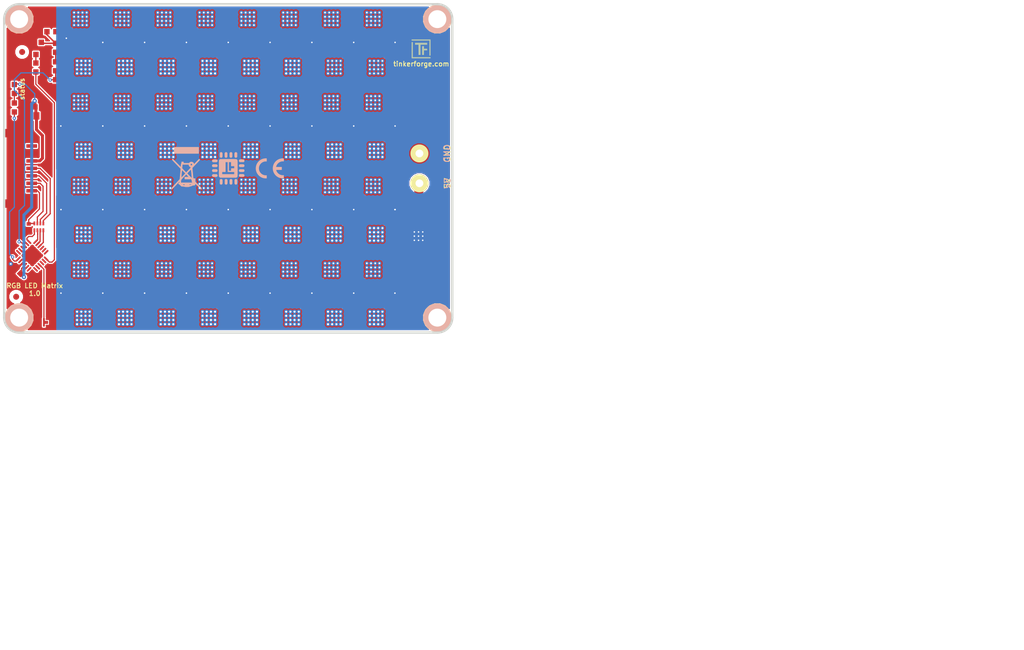
<source format=kicad_pcb>
(kicad_pcb (version 4) (host pcbnew 4.0.2+dfsg1-stable)
  (title_block (title "RGB LED Matrix Bricklet") (date 2017-02-08) (rev 1.0) (company "Tinkerforge GmbH") (comment 1 "Licensed under CERN OHL v.1.1") (comment 2 "Copyright (©) 2017, B.Nordmeyer <bastian@tinkerforge.com>"))
  (layers (0 Vorderseite signal) (31 Rückseite signal hide) (34 B.Paste user) (35 F.Paste user) (36 B.SilkS user) (37 F.SilkS user) (38 B.Mask user) (39 F.Mask user) (44 Edge.Cuts user))
  (net 0 "")
  (net 1 GND)
  (net 2 VCC)
  (net 3 3V3)
  (net 4 "Net-(LED1-Pad4)")
  (net 5 "Net-(Q1-PadD)")
  (net 6 "Net-(LED1-Pad2)")
  (net 7 "Net-(LED2-Pad2)")
  (net 8 "Net-(LED3-Pad2)")
  (net 9 "Net-(LED4-Pad2)")
  (net 10 "Net-(LED5-Pad2)")
  (net 11 "Net-(LED10-Pad4)")
  (net 12 "Net-(LED10-Pad2)")
  (net 13 "Net-(LED11-Pad2)")
  (net 14 "Net-(LED12-Pad2)")
  (net 15 "Net-(LED13-Pad2)")
  (net 16 "Net-(LED14-Pad2)")
  (net 17 "Net-(LED15-Pad2)")
  (net 18 "Net-(LED16-Pad2)")
  (net 19 "Net-(LED17-Pad2)")
  (net 20 "Net-(LED18-Pad2)")
  (net 21 "Net-(LED19-Pad2)")
  (net 22 "Net-(LED20-Pad2)")
  (net 23 "Net-(LED21-Pad2)")
  (net 24 "Net-(LED22-Pad2)")
  (net 25 "Net-(LED23-Pad2)")
  (net 26 "Net-(LED24-Pad2)")
  (net 27 "Net-(LED25-Pad2)")
  (net 28 "Net-(LED26-Pad2)")
  (net 29 "Net-(LED27-Pad2)")
  (net 30 "Net-(LED28-Pad2)")
  (net 31 "Net-(LED29-Pad2)")
  (net 32 "Net-(LED30-Pad2)")
  (net 33 "Net-(LED31-Pad2)")
  (net 34 "Net-(LED32-Pad2)")
  (net 35 "Net-(LED33-Pad2)")
  (net 36 "Net-(LED34-Pad2)")
  (net 37 "Net-(LED35-Pad2)")
  (net 38 "Net-(LED36-Pad2)")
  (net 39 "Net-(LED37-Pad2)")
  (net 40 "Net-(LED38-Pad2)")
  (net 41 "Net-(LED39-Pad2)")
  (net 42 "Net-(LED40-Pad2)")
  (net 43 "Net-(LED41-Pad2)")
  (net 44 "Net-(LED42-Pad2)")
  (net 45 "Net-(LED43-Pad2)")
  (net 46 "Net-(LED44-Pad2)")
  (net 47 "Net-(LED45-Pad2)")
  (net 48 "Net-(LED46-Pad2)")
  (net 49 "Net-(LED47-Pad2)")
  (net 50 "Net-(LED48-Pad2)")
  (net 51 "Net-(LED49-Pad2)")
  (net 52 "Net-(LED50-Pad2)")
  (net 53 "Net-(LED51-Pad2)")
  (net 54 "Net-(LED52-Pad2)")
  (net 55 "Net-(LED53-Pad2)")
  (net 56 "Net-(LED54-Pad2)")
  (net 57 "Net-(LED55-Pad2)")
  (net 58 "Net-(LED56-Pad2)")
  (net 59 "Net-(LED57-Pad2)")
  (net 60 "Net-(LED58-Pad2)")
  (net 61 "Net-(LED59-Pad2)")
  (net 62 "Net-(LED60-Pad2)")
  (net 63 S-MISO)
  (net 64 S-MOSI)
  (net 65 S-CLK)
  (net 66 S-CS)
  (net 67 "Net-(Q1-PadG)")
  (net 68 "Net-(R1-Pad2)")
  (net 69 "Net-(D1-Pad2)")
  (net 70 "Net-(C5-Pad2)")
  (net 71 "Net-(LED6-Pad2)")
  (net 72 "Net-(LED7-Pad2)")
  (net 73 "Net-(LED8-Pad2)")
  (net 74 "Net-(LED61-Pad2)")
  (net 75 "Net-(LED62-Pad2)")
  (net 76 "Net-(LED63-Pad2)")
  (net 77 "Net-(P1-Pad2)")
  (net 78 "Net-(R3-Pad2)")
  (net 79 VIN)
  (net 80 "Net-(C70-Pad2)")
  (net 81 "Net-(P2-Pad4)")
  (net 82 "Net-(P2-Pad5)")
  (net 83 "Net-(P2-Pad6)")
  (net 84 "Net-(LED64-Pad2)")
  (net 85 "Net-(P2-Pad1)")
  (net 86 "Net-(R2-Pad1)")
  (net 87 "Net-(R3-Pad1)")
  (net 88 "Net-(U1-Pad2)")
  (net 89 "Net-(U1-Pad4)")
  (net 90 "Net-(U1-Pad5)")
  (net 91 "Net-(U1-Pad6)")
  (net 92 "Net-(U1-Pad8)")
  (net 93 "Net-(U1-Pad11)")
  (net 94 "Net-(U1-Pad12)")
  (net 95 "Net-(U1-Pad13)")
  (net 96 "Net-(U1-Pad14)")
  (net 97 "Net-(U1-Pad16)")
  (net 98 "Net-(U1-Pad17)")
  (net 99 "Net-(U1-Pad19)")
  (net 100 "Net-(U1-Pad20)")
  (net 101 "Net-(U1-Pad21)")
  (module kicad-libraries:QFN24-4x4mm-0.5mm (layer Vorderseite) (at 117 96.4 315)
    (fp_text reference U1)
    (fp_text value XMC1100-16)
    (pad 1 smd oval (at -2.025 -1.25 315) (size 1 0.3) (layers Vorderseite F.Paste F.Mask) (net 63 S-MISO))
    (pad 2 smd oval (at -2.025 -0.75 315) (size 1 0.3) (layers Vorderseite F.Paste F.Mask) (net 88 "Net-(U1-Pad2)"))
    (pad 3 smd oval (at -2.025 -0.25 315) (size 1 0.3) (layers Vorderseite F.Paste F.Mask) (net 79 VIN))
    (pad 4 smd oval (at -2.025 0.25 315) (size 1 0.3) (layers Vorderseite F.Paste F.Mask) (net 89 "Net-(U1-Pad4)"))
    (pad 5 smd oval (at -2.025 0.75 315) (size 1 0.3) (layers Vorderseite F.Paste F.Mask) (net 90 "Net-(U1-Pad5)"))
    (pad 6 smd oval (at -2.025 1.25 315) (size 1 0.3) (layers Vorderseite F.Paste F.Mask) (net 91 "Net-(U1-Pad6)"))
    (pad 7 smd oval (at -1.25 2.025 45) (size 1 0.3) (layers Vorderseite F.Paste F.Mask) (net 68 "Net-(R1-Pad2)"))
    (pad 8 smd oval (at -0.75 2.025 45) (size 1 0.3) (layers Vorderseite F.Paste F.Mask) (net 92 "Net-(U1-Pad8)"))
    (pad 9 smd oval (at -0.25 2.025 45) (size 1 0.3) (layers Vorderseite F.Paste F.Mask) (net 1 GND))
    (pad 10 smd oval (at 0.25 2.025 45) (size 1 0.3) (layers Vorderseite F.Paste F.Mask) (net 3 3V3))
    (pad 11 smd oval (at 0.75 2.025 45) (size 1 0.3) (layers Vorderseite F.Paste F.Mask) (net 93 "Net-(U1-Pad11)"))
    (pad 12 smd oval (at 1.25 2.025 45) (size 1 0.3) (layers Vorderseite F.Paste F.Mask) (net 94 "Net-(U1-Pad12)"))
    (pad 13 smd oval (at 2.025 1.25 315) (size 1 0.3) (layers Vorderseite F.Paste F.Mask) (net 95 "Net-(U1-Pad13)"))
    (pad 14 smd oval (at 2.025 0.75 315) (size 1 0.3) (layers Vorderseite F.Paste F.Mask) (net 96 "Net-(U1-Pad14)"))
    (pad 15 smd oval (at 2.025 0.25 315) (size 1 0.3) (layers Vorderseite F.Paste F.Mask) (net 77 "Net-(P1-Pad2)"))
    (pad 16 smd oval (at 2.025 -0.25 315) (size 1 0.3) (layers Vorderseite F.Paste F.Mask) (net 97 "Net-(U1-Pad16)"))
    (pad 17 smd oval (at 2.025 -0.75 315) (size 1 0.3) (layers Vorderseite F.Paste F.Mask) (net 98 "Net-(U1-Pad17)"))
    (pad 18 smd oval (at 2.025 -1.25 315) (size 1 0.3) (layers Vorderseite F.Paste F.Mask) (net 78 "Net-(R3-Pad2)"))
    (pad 19 smd oval (at 1.25 -2.025 45) (size 1 0.3) (layers Vorderseite F.Paste F.Mask) (net 99 "Net-(U1-Pad19)"))
    (pad 20 smd oval (at 0.75 -2.025 45) (size 1 0.3) (layers Vorderseite F.Paste F.Mask) (net 100 "Net-(U1-Pad20)"))
    (pad 21 smd oval (at 0.25 -2.025 45) (size 1 0.3) (layers Vorderseite F.Paste F.Mask) (net 101 "Net-(U1-Pad21)"))
    (pad 22 smd oval (at -0.25 -2.025 45) (size 1 0.3) (layers Vorderseite F.Paste F.Mask) (net 66 S-CS))
    (pad 23 smd oval (at -0.75 -2.025 45) (size 1 0.3) (layers Vorderseite F.Paste F.Mask) (net 65 S-CLK))
    (pad 24 smd oval (at -1.25 -2.025 45) (size 1 0.3) (layers Vorderseite F.Paste F.Mask) (net 64 S-MOSI))
    (pad EXP smd rect (at 0.65 0.65 315) (size 1.3 1.3) (layers Vorderseite F.Paste F.Mask) (net 1 GND))
    (pad EXP smd rect (at 0.65 -0.65 315) (size 1.3 1.3) (layers Vorderseite F.Paste F.Mask) (net 1 GND))
    (pad EXP smd rect (at -0.65 0.65 315) (size 1.3 1.3) (layers Vorderseite F.Paste F.Mask) (net 1 GND))
    (pad EXP smd rect (at -0.65 -0.65 315) (size 1.3 1.3) (layers Vorderseite F.Paste F.Mask) (net 1 GND))
  )
  (module kicad-libraries:Fiducial_Mark (layer Vorderseite) (at 114.3 103.3)
    (fp_text reference Fiducial_Mark hide)
    (fp_text value VAL** hide)
    (pad 1 smd circle (at 0 0) (size 1.00076 1.00076) (layers Vorderseite F.Paste F.Mask) (clearance 0.65024))
  )
  (module kicad-libraries:Fiducial_Mark (layer Vorderseite) (at 185.3 101.3)
    (fp_text reference Fiducial_Mark hide)
    (fp_text value VAL** hide)
    (pad 1 smd circle (at 0 0) (size 1.00076 1.00076) (layers Vorderseite F.Paste F.Mask) (clearance 0.65024))
  )
  (module kicad-libraries:Fiducial_Mark (layer Vorderseite) (at 185.3 66.3)
    (fp_text reference Fiducial_Mark hide)
    (fp_text value VAL** hide)
    (pad 1 smd circle (at 0 0) (size 1.00076 1.00076) (layers Vorderseite F.Paste F.Mask) (clearance 0.65024))
  )
  (module kicad-libraries:Fiducial_Mark (layer Vorderseite) (at 115.3 62.3)
    (fp_text reference Fiducial_Mark hide)
    (fp_text value VAL** hide)
    (pad 1 smd circle (at 0 0) (size 1.00076 1.00076) (layers Vorderseite F.Paste F.Mask) (clearance 0.65024))
  )
  (module kicad-libraries:CE_5mm (layer Rückseite) (at 156.8 81.8)
    (fp_text reference VAL hide)
    (fp_text value CE_5mm hide)
  )
  (module kicad-libraries:Logo_CoMCU (layer Rückseite) (at 149.8 81.8)
    (fp_text reference G*** hide)
    (fp_text value LOGO hide)
  )
  (module kicad-libraries:WEEE_7mm (layer Rückseite) (at 142.8 81.8)
    (fp_text reference G*** hide)
    (fp_text value LOGO hide)
  )
  (module kicad-libraries:Logo_31x31 (layer Vorderseite) (at 180.5 60.2)
    (fp_text reference G*** hide)
    (fp_text value Logo_31x31 hide)
  )
  (module kicad-libraries:CON-SENSOR2 (layer Vorderseite) (at 112.3 81.8 270)
    (fp_text reference P2)
    (fp_text value CON-SENSOR)
    (pad 1 smd rect (at -3.75 -4.6 270) (size 0.6 1.8) (layers Vorderseite F.Paste F.Mask) (net 85 "Net-(P2-Pad1)"))
    (pad 2 smd rect (at -2.5 -4.6 270) (size 0.6 1.8) (layers Vorderseite F.Paste F.Mask) (net 1 GND))
    (pad EP smd rect (at -5.9 -1.2 270) (size 1.4 2.4) (layers Vorderseite F.Paste F.Mask) (net 1 GND))
    (pad EP smd rect (at 5.9 -1.2 270) (size 1.4 2.4) (layers Vorderseite F.Paste F.Mask) (net 1 GND))
    (pad 3 smd rect (at -1.25 -4.6 270) (size 0.6 1.8) (layers Vorderseite F.Paste F.Mask) (net 3 3V3))
    (pad 4 smd rect (at 0 -4.6 270) (size 0.6 1.8) (layers Vorderseite F.Paste F.Mask) (net 81 "Net-(P2-Pad4)"))
    (pad 5 smd rect (at 1.25 -4.6 270) (size 0.6 1.8) (layers Vorderseite F.Paste F.Mask) (net 82 "Net-(P2-Pad5)"))
    (pad 6 smd rect (at 2.5 -4.6 270) (size 0.6 1.8) (layers Vorderseite F.Paste F.Mask) (net 83 "Net-(P2-Pad6)"))
    (pad 7 smd rect (at 3.75 -4.6 270) (size 0.6 1.8) (layers Vorderseite F.Paste F.Mask) (net 80 "Net-(C70-Pad2)"))
  )
  (module kicad-libraries:SolderJumper (layer Vorderseite) (at 119.5 107.6 180)
    (fp_text reference P1)
    (fp_text value CONN_01X02)
    (pad 2 smd rect (at 0.55 0 180) (size 0.3 1.4) (layers Vorderseite F.Mask) (net 77 "Net-(P1-Pad2)"))
    (pad 2 smd rect (at 0.15 0 180) (size 0.6 0.5) (layers Vorderseite F.Mask) (net 77 "Net-(P1-Pad2)"))
    (pad 1 smd rect (at -0.5 0 180) (size 0.4 1.4) (layers Vorderseite F.Mask) (net 1 GND))
    (pad 1 smd rect (at -0.225 0.55 180) (size 0.95 0.3) (layers Vorderseite F.Mask) (net 1 GND))
    (pad 1 smd rect (at -0.225 -0.55 180) (size 0.95 0.3) (layers Vorderseite F.Mask) (net 1 GND))
  )
  (module kicad-libraries:AKL_5_2 (layer Vorderseite) (at 181.8 81.8 270)
    (fp_text reference J1)
    (fp_text value AKL_5_2)
    (pad 1 thru_hole circle (at -2.49936 0 270) (size 2.99974 2.99974) (drill 1.30048) (layers *.Cu *.Mask F.SilkS) (net 1 GND))
    (pad 2 thru_hole circle (at 2.49936 0 270) (size 2.99974 2.99974) (drill 1.30048) (layers *.Cu *.Mask F.SilkS) (net 70 "Net-(C5-Pad2)"))
  )
  (module kicad-libraries:SOT23GDS (layer Vorderseite) (at 118.5 61.7 180)
    (fp_text reference Q1)
    (fp_text value 2N7002P)
    (pad S smd rect (at -0.889 -1.016 180) (size 0.9144 0.9144) (layers Vorderseite F.Paste F.Mask) (net 1 GND))
    (pad G smd rect (at 0.889 -1.016 180) (size 0.9144 0.9144) (layers Vorderseite F.Paste F.Mask) (net 67 "Net-(Q1-PadG)"))
    (pad D smd rect (at 0 1.016 180) (size 0.9144 0.9144) (layers Vorderseite F.Paste F.Mask) (net 5 "Net-(Q1-PadD)"))
  )
  (module kicad-libraries:DRILL_NP (layer Vorderseite) (at 114.8 106.8)
    (fp_text reference U5 hide)
    (fp_text value DRILL hide)
    (pad "" np_thru_hole circle (at 0 0) (size 2.99974 2.99974) (drill 2.99974) (layers *.Cu *.Mask F.SilkS) (clearance 0.89916))
  )
  (module kicad-libraries:DRILL_NP (layer Vorderseite) (at 114.8 56.8 90)
    (fp_text reference U4 hide)
    (fp_text value DRILL hide)
    (pad "" np_thru_hole circle (at 0 0 90) (size 2.99974 2.99974) (drill 2.99974) (layers *.Cu *.Mask F.SilkS) (clearance 0.89916))
  )
  (module kicad-libraries:DRILL_NP (layer Vorderseite) (at 184.8 56.8 90)
    (fp_text reference U3 hide)
    (fp_text value DRILL hide)
    (pad "" np_thru_hole circle (at 0 0 90) (size 2.99974 2.99974) (drill 2.99974) (layers *.Cu *.Mask F.SilkS) (clearance 0.89916))
  )
  (module kicad-libraries:DRILL_NP (layer Vorderseite) (at 184.8 106.8 270)
    (fp_text reference U2 hide)
    (fp_text value DRILL hide)
    (pad "" np_thru_hole circle (at 0 0 270) (size 2.99974 2.99974) (drill 2.99974) (layers *.Cu *.Mask F.SilkS) (clearance 0.89916))
  )
  (module kicad-libraries:C0603F (layer Vorderseite) (at 114.5 98.9 315)
    (fp_text reference C1)
    (fp_text value 100nF)
    (pad 1 smd rect (at -0.75 0 315) (size 0.9 0.9) (layers Vorderseite F.Paste F.Mask) (net 1 GND))
    (pad 2 smd rect (at 0.75 0 315) (size 0.9 0.9) (layers Vorderseite F.Paste F.Mask) (net 3 3V3))
  )
  (module kicad-libraries:C0603F (layer Vorderseite) (at 116.7 71.5)
    (fp_text reference C2)
    (fp_text value 1uF)
    (pad 1 smd rect (at -0.75 0) (size 0.9 0.9) (layers Vorderseite F.Paste F.Mask) (net 1 GND))
    (pad 2 smd rect (at 0.75 0) (size 0.9 0.9) (layers Vorderseite F.Paste F.Mask) (net 3 3V3))
  )
  (module kicad-libraries:C0805 (layer Vorderseite) (at 116.7 73)
    (fp_text reference C3)
    (fp_text value 10uF)
    (pad 1 smd rect (at -1.00076 0) (size 1.00076 1.24968) (layers Vorderseite F.Paste F.Mask) (net 1 GND) (clearance 0.14986))
    (pad 2 smd rect (at 1.00076 0) (size 1.00076 1.24968) (layers Vorderseite F.Paste F.Mask) (net 3 3V3) (clearance 0.14986))
  )
  (module kicad-libraries:C0603F (layer Vorderseite) (at 180.9 91.2)
    (fp_text reference C4)
    (fp_text value 1uF)
    (pad 1 smd rect (at -0.75 0) (size 0.9 0.9) (layers Vorderseite F.Paste F.Mask) (net 1 GND))
    (pad 2 smd rect (at 0.75 0) (size 0.9 0.9) (layers Vorderseite F.Paste F.Mask) (net 2 VCC))
  )
  (module kicad-libraries:C0603F (layer Vorderseite) (at 180.9 88.3)
    (fp_text reference C5)
    (fp_text value 1uF)
    (pad 1 smd rect (at -0.75 0) (size 0.9 0.9) (layers Vorderseite F.Paste F.Mask) (net 1 GND))
    (pad 2 smd rect (at 0.75 0) (size 0.9 0.9) (layers Vorderseite F.Paste F.Mask) (net 70 "Net-(C5-Pad2)"))
  )
  (module kicad-libraries:C0603F (layer Vorderseite) (at 141.05 60.7 180)
    (fp_text reference C6)
    (fp_text value 100nF)
    (pad 1 smd rect (at -0.75 0 180) (size 0.9 0.9) (layers Vorderseite F.Paste F.Mask) (net 2 VCC))
    (pad 2 smd rect (at 0.75 0 180) (size 0.9 0.9) (layers Vorderseite F.Paste F.Mask) (net 1 GND))
  )
  (module kicad-libraries:C0603F (layer Vorderseite) (at 148.05 60.7 180)
    (fp_text reference C7)
    (fp_text value 100nF)
    (pad 1 smd rect (at -0.75 0 180) (size 0.9 0.9) (layers Vorderseite F.Paste F.Mask) (net 2 VCC))
    (pad 2 smd rect (at 0.75 0 180) (size 0.9 0.9) (layers Vorderseite F.Paste F.Mask) (net 1 GND))
  )
  (module kicad-libraries:C0603F (layer Vorderseite) (at 155.05 60.7 180)
    (fp_text reference C8)
    (fp_text value 100nF)
    (pad 1 smd rect (at -0.75 0 180) (size 0.9 0.9) (layers Vorderseite F.Paste F.Mask) (net 2 VCC))
    (pad 2 smd rect (at 0.75 0 180) (size 0.9 0.9) (layers Vorderseite F.Paste F.Mask) (net 1 GND))
  )
  (module kicad-libraries:C0603F (layer Vorderseite) (at 162.05 60.7 180)
    (fp_text reference C9)
    (fp_text value 100nF)
    (pad 1 smd rect (at -0.75 0 180) (size 0.9 0.9) (layers Vorderseite F.Paste F.Mask) (net 2 VCC))
    (pad 2 smd rect (at 0.75 0 180) (size 0.9 0.9) (layers Vorderseite F.Paste F.Mask) (net 1 GND))
  )
  (module kicad-libraries:C0603F (layer Vorderseite) (at 169.05 60.7 180)
    (fp_text reference C10)
    (fp_text value 100nF)
    (pad 1 smd rect (at -0.75 0 180) (size 0.9 0.9) (layers Vorderseite F.Paste F.Mask) (net 2 VCC))
    (pad 2 smd rect (at 0.75 0 180) (size 0.9 0.9) (layers Vorderseite F.Paste F.Mask) (net 1 GND))
  )
  (module kicad-libraries:C0603F (layer Vorderseite) (at 176.05 60.7 180)
    (fp_text reference C11)
    (fp_text value 100nF)
    (pad 1 smd rect (at -0.75 0 180) (size 0.9 0.9) (layers Vorderseite F.Paste F.Mask) (net 2 VCC))
    (pad 2 smd rect (at 0.75 0 180) (size 0.9 0.9) (layers Vorderseite F.Paste F.Mask) (net 1 GND))
  )
  (module kicad-libraries:C0603F (layer Vorderseite) (at 123.55 60.7)
    (fp_text reference C12)
    (fp_text value 100nF)
    (pad 1 smd rect (at -0.75 0) (size 0.9 0.9) (layers Vorderseite F.Paste F.Mask) (net 2 VCC))
    (pad 2 smd rect (at 0.75 0) (size 0.9 0.9) (layers Vorderseite F.Paste F.Mask) (net 1 GND))
  )
  (module kicad-libraries:C0603F (layer Vorderseite) (at 130.55 60.7)
    (fp_text reference C13)
    (fp_text value 100nF)
    (pad 1 smd rect (at -0.75 0) (size 0.9 0.9) (layers Vorderseite F.Paste F.Mask) (net 2 VCC))
    (pad 2 smd rect (at 0.75 0) (size 0.9 0.9) (layers Vorderseite F.Paste F.Mask) (net 1 GND))
  )
  (module kicad-libraries:C0603F (layer Vorderseite) (at 137.55 60.7)
    (fp_text reference C14)
    (fp_text value 100nF)
    (pad 1 smd rect (at -0.75 0) (size 0.9 0.9) (layers Vorderseite F.Paste F.Mask) (net 2 VCC))
    (pad 2 smd rect (at 0.75 0) (size 0.9 0.9) (layers Vorderseite F.Paste F.Mask) (net 1 GND))
  )
  (module kicad-libraries:C0603F (layer Vorderseite) (at 134 60.7 180)
    (fp_text reference C15)
    (fp_text value 100nF)
    (pad 1 smd rect (at -0.75 0 180) (size 0.9 0.9) (layers Vorderseite F.Paste F.Mask) (net 2 VCC))
    (pad 2 smd rect (at 0.75 0 180) (size 0.9 0.9) (layers Vorderseite F.Paste F.Mask) (net 1 GND))
  )
  (module kicad-libraries:C0603F (layer Vorderseite) (at 151.55 60.7)
    (fp_text reference C16)
    (fp_text value 100nF)
    (pad 1 smd rect (at -0.75 0) (size 0.9 0.9) (layers Vorderseite F.Paste F.Mask) (net 2 VCC))
    (pad 2 smd rect (at 0.75 0) (size 0.9 0.9) (layers Vorderseite F.Paste F.Mask) (net 1 GND))
  )
  (module kicad-libraries:C0603F (layer Vorderseite) (at 158.55 60.7)
    (fp_text reference C17)
    (fp_text value 100nF)
    (pad 1 smd rect (at -0.75 0) (size 0.9 0.9) (layers Vorderseite F.Paste F.Mask) (net 2 VCC))
    (pad 2 smd rect (at 0.75 0) (size 0.9 0.9) (layers Vorderseite F.Paste F.Mask) (net 1 GND))
  )
  (module kicad-libraries:C0603F (layer Vorderseite) (at 165.55 60.7)
    (fp_text reference C18)
    (fp_text value 100nF)
    (pad 1 smd rect (at -0.75 0) (size 0.9 0.9) (layers Vorderseite F.Paste F.Mask) (net 2 VCC))
    (pad 2 smd rect (at 0.75 0) (size 0.9 0.9) (layers Vorderseite F.Paste F.Mask) (net 1 GND))
  )
  (module kicad-libraries:C0603F (layer Vorderseite) (at 172.55 60.7)
    (fp_text reference C19)
    (fp_text value 100nF)
    (pad 1 smd rect (at -0.75 0) (size 0.9 0.9) (layers Vorderseite F.Paste F.Mask) (net 2 VCC))
    (pad 2 smd rect (at 0.75 0) (size 0.9 0.9) (layers Vorderseite F.Paste F.Mask) (net 1 GND))
  )
  (module kicad-libraries:C0603F (layer Vorderseite) (at 176.05 74.7 180)
    (fp_text reference C20)
    (fp_text value 100nF)
    (pad 1 smd rect (at -0.75 0 180) (size 0.9 0.9) (layers Vorderseite F.Paste F.Mask) (net 2 VCC))
    (pad 2 smd rect (at 0.75 0 180) (size 0.9 0.9) (layers Vorderseite F.Paste F.Mask) (net 1 GND))
  )
  (module kicad-libraries:C0603F (layer Vorderseite) (at 169.05 74.7 180)
    (fp_text reference C21)
    (fp_text value 100nF)
    (pad 1 smd rect (at -0.75 0 180) (size 0.9 0.9) (layers Vorderseite F.Paste F.Mask) (net 2 VCC))
    (pad 2 smd rect (at 0.75 0 180) (size 0.9 0.9) (layers Vorderseite F.Paste F.Mask) (net 1 GND))
  )
  (module kicad-libraries:C0603F (layer Vorderseite) (at 162.05 74.7 180)
    (fp_text reference C22)
    (fp_text value 100nF)
    (pad 1 smd rect (at -0.75 0 180) (size 0.9 0.9) (layers Vorderseite F.Paste F.Mask) (net 2 VCC))
    (pad 2 smd rect (at 0.75 0 180) (size 0.9 0.9) (layers Vorderseite F.Paste F.Mask) (net 1 GND))
  )
  (module kicad-libraries:C0603F (layer Vorderseite) (at 155.05 74.7 180)
    (fp_text reference C23)
    (fp_text value 100nF)
    (pad 1 smd rect (at -0.75 0 180) (size 0.9 0.9) (layers Vorderseite F.Paste F.Mask) (net 2 VCC))
    (pad 2 smd rect (at 0.75 0 180) (size 0.9 0.9) (layers Vorderseite F.Paste F.Mask) (net 1 GND))
  )
  (module kicad-libraries:C0603F (layer Vorderseite) (at 148.05 74.7 180)
    (fp_text reference C24)
    (fp_text value 100nF)
    (pad 1 smd rect (at -0.75 0 180) (size 0.9 0.9) (layers Vorderseite F.Paste F.Mask) (net 2 VCC))
    (pad 2 smd rect (at 0.75 0 180) (size 0.9 0.9) (layers Vorderseite F.Paste F.Mask) (net 1 GND))
  )
  (module kicad-libraries:C0603F (layer Vorderseite) (at 141.05 74.7 180)
    (fp_text reference C25)
    (fp_text value 100nF)
    (pad 1 smd rect (at -0.75 0 180) (size 0.9 0.9) (layers Vorderseite F.Paste F.Mask) (net 2 VCC))
    (pad 2 smd rect (at 0.75 0 180) (size 0.9 0.9) (layers Vorderseite F.Paste F.Mask) (net 1 GND))
  )
  (module kicad-libraries:C0603F (layer Vorderseite) (at 134.05 74.7 180)
    (fp_text reference C26)
    (fp_text value 100nF)
    (pad 1 smd rect (at -0.75 0 180) (size 0.9 0.9) (layers Vorderseite F.Paste F.Mask) (net 2 VCC))
    (pad 2 smd rect (at 0.75 0 180) (size 0.9 0.9) (layers Vorderseite F.Paste F.Mask) (net 1 GND))
  )
  (module kicad-libraries:C0603F (layer Vorderseite) (at 127.05 74.7 180)
    (fp_text reference C27)
    (fp_text value 100nF)
    (pad 1 smd rect (at -0.75 0 180) (size 0.9 0.9) (layers Vorderseite F.Paste F.Mask) (net 2 VCC))
    (pad 2 smd rect (at 0.75 0 180) (size 0.9 0.9) (layers Vorderseite F.Paste F.Mask) (net 1 GND))
  )
  (module kicad-libraries:C0603F (layer Vorderseite) (at 123.55 74.7)
    (fp_text reference C28)
    (fp_text value 100nF)
    (pad 1 smd rect (at -0.75 0) (size 0.9 0.9) (layers Vorderseite F.Paste F.Mask) (net 2 VCC))
    (pad 2 smd rect (at 0.75 0) (size 0.9 0.9) (layers Vorderseite F.Paste F.Mask) (net 1 GND))
  )
  (module kicad-libraries:C0603F (layer Vorderseite) (at 130.55 74.7)
    (fp_text reference C29)
    (fp_text value 100nF)
    (pad 1 smd rect (at -0.75 0) (size 0.9 0.9) (layers Vorderseite F.Paste F.Mask) (net 2 VCC))
    (pad 2 smd rect (at 0.75 0) (size 0.9 0.9) (layers Vorderseite F.Paste F.Mask) (net 1 GND))
  )
  (module kicad-libraries:C0603F (layer Vorderseite) (at 137.55 74.7)
    (fp_text reference C30)
    (fp_text value 100nF)
    (pad 1 smd rect (at -0.75 0) (size 0.9 0.9) (layers Vorderseite F.Paste F.Mask) (net 2 VCC))
    (pad 2 smd rect (at 0.75 0) (size 0.9 0.9) (layers Vorderseite F.Paste F.Mask) (net 1 GND))
  )
  (module kicad-libraries:C0603F (layer Vorderseite) (at 144.55 74.7)
    (fp_text reference C31)
    (fp_text value 100nF)
    (pad 1 smd rect (at -0.75 0) (size 0.9 0.9) (layers Vorderseite F.Paste F.Mask) (net 2 VCC))
    (pad 2 smd rect (at 0.75 0) (size 0.9 0.9) (layers Vorderseite F.Paste F.Mask) (net 1 GND))
  )
  (module kicad-libraries:C0603F (layer Vorderseite) (at 151.55 74.7)
    (fp_text reference C32)
    (fp_text value 100nF)
    (pad 1 smd rect (at -0.75 0) (size 0.9 0.9) (layers Vorderseite F.Paste F.Mask) (net 2 VCC))
    (pad 2 smd rect (at 0.75 0) (size 0.9 0.9) (layers Vorderseite F.Paste F.Mask) (net 1 GND))
  )
  (module kicad-libraries:C0603F (layer Vorderseite) (at 158.55 74.7)
    (fp_text reference C33)
    (fp_text value 100nF)
    (pad 1 smd rect (at -0.75 0) (size 0.9 0.9) (layers Vorderseite F.Paste F.Mask) (net 2 VCC))
    (pad 2 smd rect (at 0.75 0) (size 0.9 0.9) (layers Vorderseite F.Paste F.Mask) (net 1 GND))
  )
  (module kicad-libraries:C0603F (layer Vorderseite) (at 165.55 74.7)
    (fp_text reference C34)
    (fp_text value 100nF)
    (pad 1 smd rect (at -0.75 0) (size 0.9 0.9) (layers Vorderseite F.Paste F.Mask) (net 2 VCC))
    (pad 2 smd rect (at 0.75 0) (size 0.9 0.9) (layers Vorderseite F.Paste F.Mask) (net 1 GND))
  )
  (module kicad-libraries:C0603F (layer Vorderseite) (at 172.55 74.7)
    (fp_text reference C35)
    (fp_text value 100nF)
    (pad 1 smd rect (at -0.75 0) (size 0.9 0.9) (layers Vorderseite F.Paste F.Mask) (net 2 VCC))
    (pad 2 smd rect (at 0.75 0) (size 0.9 0.9) (layers Vorderseite F.Paste F.Mask) (net 1 GND))
  )
  (module kicad-libraries:C0603F (layer Vorderseite) (at 176.05 88.7 180)
    (fp_text reference C36)
    (fp_text value 100nF)
    (pad 1 smd rect (at -0.75 0 180) (size 0.9 0.9) (layers Vorderseite F.Paste F.Mask) (net 2 VCC))
    (pad 2 smd rect (at 0.75 0 180) (size 0.9 0.9) (layers Vorderseite F.Paste F.Mask) (net 1 GND))
  )
  (module kicad-libraries:C0603F (layer Vorderseite) (at 169.05 88.7 180)
    (fp_text reference C37)
    (fp_text value 100nF)
    (pad 1 smd rect (at -0.75 0 180) (size 0.9 0.9) (layers Vorderseite F.Paste F.Mask) (net 2 VCC))
    (pad 2 smd rect (at 0.75 0 180) (size 0.9 0.9) (layers Vorderseite F.Paste F.Mask) (net 1 GND))
  )
  (module kicad-libraries:C0603F (layer Vorderseite) (at 162.05 88.7 180)
    (fp_text reference C38)
    (fp_text value 100nF)
    (pad 1 smd rect (at -0.75 0 180) (size 0.9 0.9) (layers Vorderseite F.Paste F.Mask) (net 2 VCC))
    (pad 2 smd rect (at 0.75 0 180) (size 0.9 0.9) (layers Vorderseite F.Paste F.Mask) (net 1 GND))
  )
  (module kicad-libraries:C0603F (layer Vorderseite) (at 155.05 88.7 180)
    (fp_text reference C39)
    (fp_text value 100nF)
    (pad 1 smd rect (at -0.75 0 180) (size 0.9 0.9) (layers Vorderseite F.Paste F.Mask) (net 2 VCC))
    (pad 2 smd rect (at 0.75 0 180) (size 0.9 0.9) (layers Vorderseite F.Paste F.Mask) (net 1 GND))
  )
  (module kicad-libraries:C0603F (layer Vorderseite) (at 148.05 88.7 180)
    (fp_text reference C40)
    (fp_text value 100nF)
    (pad 1 smd rect (at -0.75 0 180) (size 0.9 0.9) (layers Vorderseite F.Paste F.Mask) (net 2 VCC))
    (pad 2 smd rect (at 0.75 0 180) (size 0.9 0.9) (layers Vorderseite F.Paste F.Mask) (net 1 GND))
  )
  (module kicad-libraries:C0603F (layer Vorderseite) (at 141.05 88.7 180)
    (fp_text reference C41)
    (fp_text value 100nF)
    (pad 1 smd rect (at -0.75 0 180) (size 0.9 0.9) (layers Vorderseite F.Paste F.Mask) (net 2 VCC))
    (pad 2 smd rect (at 0.75 0 180) (size 0.9 0.9) (layers Vorderseite F.Paste F.Mask) (net 1 GND))
  )
  (module kicad-libraries:C0603F (layer Vorderseite) (at 134.05 88.7 180)
    (fp_text reference C42)
    (fp_text value 100nF)
    (pad 1 smd rect (at -0.75 0 180) (size 0.9 0.9) (layers Vorderseite F.Paste F.Mask) (net 2 VCC))
    (pad 2 smd rect (at 0.75 0 180) (size 0.9 0.9) (layers Vorderseite F.Paste F.Mask) (net 1 GND))
  )
  (module kicad-libraries:C0603F (layer Vorderseite) (at 127.05 88.7 180)
    (fp_text reference C43)
    (fp_text value 100nF)
    (pad 1 smd rect (at -0.75 0 180) (size 0.9 0.9) (layers Vorderseite F.Paste F.Mask) (net 2 VCC))
    (pad 2 smd rect (at 0.75 0 180) (size 0.9 0.9) (layers Vorderseite F.Paste F.Mask) (net 1 GND))
  )
  (module kicad-libraries:C0603F (layer Vorderseite) (at 123.55 88.7)
    (fp_text reference C44)
    (fp_text value 100nF)
    (pad 1 smd rect (at -0.75 0) (size 0.9 0.9) (layers Vorderseite F.Paste F.Mask) (net 2 VCC))
    (pad 2 smd rect (at 0.75 0) (size 0.9 0.9) (layers Vorderseite F.Paste F.Mask) (net 1 GND))
  )
  (module kicad-libraries:C0603F (layer Vorderseite) (at 130.55 88.7)
    (fp_text reference C45)
    (fp_text value 100nF)
    (pad 1 smd rect (at -0.75 0) (size 0.9 0.9) (layers Vorderseite F.Paste F.Mask) (net 2 VCC))
    (pad 2 smd rect (at 0.75 0) (size 0.9 0.9) (layers Vorderseite F.Paste F.Mask) (net 1 GND))
  )
  (module kicad-libraries:C0603F (layer Vorderseite) (at 137.55 88.7)
    (fp_text reference C46)
    (fp_text value 100nF)
    (pad 1 smd rect (at -0.75 0) (size 0.9 0.9) (layers Vorderseite F.Paste F.Mask) (net 2 VCC))
    (pad 2 smd rect (at 0.75 0) (size 0.9 0.9) (layers Vorderseite F.Paste F.Mask) (net 1 GND))
  )
  (module kicad-libraries:C0603F (layer Vorderseite) (at 144.55 88.7)
    (fp_text reference C47)
    (fp_text value 100nF)
    (pad 1 smd rect (at -0.75 0) (size 0.9 0.9) (layers Vorderseite F.Paste F.Mask) (net 2 VCC))
    (pad 2 smd rect (at 0.75 0) (size 0.9 0.9) (layers Vorderseite F.Paste F.Mask) (net 1 GND))
  )
  (module kicad-libraries:C0603F (layer Vorderseite) (at 151.55 88.7)
    (fp_text reference C48)
    (fp_text value 100nF)
    (pad 1 smd rect (at -0.75 0) (size 0.9 0.9) (layers Vorderseite F.Paste F.Mask) (net 2 VCC))
    (pad 2 smd rect (at 0.75 0) (size 0.9 0.9) (layers Vorderseite F.Paste F.Mask) (net 1 GND))
  )
  (module kicad-libraries:C0603F (layer Vorderseite) (at 158.55 88.7)
    (fp_text reference C49)
    (fp_text value 100nF)
    (pad 1 smd rect (at -0.75 0) (size 0.9 0.9) (layers Vorderseite F.Paste F.Mask) (net 2 VCC))
    (pad 2 smd rect (at 0.75 0) (size 0.9 0.9) (layers Vorderseite F.Paste F.Mask) (net 1 GND))
  )
  (module kicad-libraries:C0603F (layer Vorderseite) (at 165.55 88.7)
    (fp_text reference C50)
    (fp_text value 100nF)
    (pad 1 smd rect (at -0.75 0) (size 0.9 0.9) (layers Vorderseite F.Paste F.Mask) (net 2 VCC))
    (pad 2 smd rect (at 0.75 0) (size 0.9 0.9) (layers Vorderseite F.Paste F.Mask) (net 1 GND))
  )
  (module kicad-libraries:C0603F (layer Vorderseite) (at 172.55 88.7)
    (fp_text reference C51)
    (fp_text value 100nF)
    (pad 1 smd rect (at -0.75 0) (size 0.9 0.9) (layers Vorderseite F.Paste F.Mask) (net 2 VCC))
    (pad 2 smd rect (at 0.75 0) (size 0.9 0.9) (layers Vorderseite F.Paste F.Mask) (net 1 GND))
  )
  (module kicad-libraries:C0603F (layer Vorderseite) (at 176.05 102.7 180)
    (fp_text reference C52)
    (fp_text value 100nF)
    (pad 1 smd rect (at -0.75 0 180) (size 0.9 0.9) (layers Vorderseite F.Paste F.Mask) (net 2 VCC))
    (pad 2 smd rect (at 0.75 0 180) (size 0.9 0.9) (layers Vorderseite F.Paste F.Mask) (net 1 GND))
  )
  (module kicad-libraries:C0603F (layer Vorderseite) (at 169.05 102.7 180)
    (fp_text reference C53)
    (fp_text value 100nF)
    (pad 1 smd rect (at -0.75 0 180) (size 0.9 0.9) (layers Vorderseite F.Paste F.Mask) (net 2 VCC))
    (pad 2 smd rect (at 0.75 0 180) (size 0.9 0.9) (layers Vorderseite F.Paste F.Mask) (net 1 GND))
  )
  (module kicad-libraries:C0603F (layer Vorderseite) (at 162.05 102.7 180)
    (fp_text reference C54)
    (fp_text value 100nF)
    (pad 1 smd rect (at -0.75 0 180) (size 0.9 0.9) (layers Vorderseite F.Paste F.Mask) (net 2 VCC))
    (pad 2 smd rect (at 0.75 0 180) (size 0.9 0.9) (layers Vorderseite F.Paste F.Mask) (net 1 GND))
  )
  (module kicad-libraries:C0603F (layer Vorderseite) (at 155.05 102.7 180)
    (fp_text reference C55)
    (fp_text value 100nF)
    (pad 1 smd rect (at -0.75 0 180) (size 0.9 0.9) (layers Vorderseite F.Paste F.Mask) (net 2 VCC))
    (pad 2 smd rect (at 0.75 0 180) (size 0.9 0.9) (layers Vorderseite F.Paste F.Mask) (net 1 GND))
  )
  (module kicad-libraries:C0603F (layer Vorderseite) (at 148.05 102.7 180)
    (fp_text reference C56)
    (fp_text value 100nF)
    (pad 1 smd rect (at -0.75 0 180) (size 0.9 0.9) (layers Vorderseite F.Paste F.Mask) (net 2 VCC))
    (pad 2 smd rect (at 0.75 0 180) (size 0.9 0.9) (layers Vorderseite F.Paste F.Mask) (net 1 GND))
  )
  (module kicad-libraries:C0603F (layer Vorderseite) (at 141.05 102.7 180)
    (fp_text reference C57)
    (fp_text value 100nF)
    (pad 1 smd rect (at -0.75 0 180) (size 0.9 0.9) (layers Vorderseite F.Paste F.Mask) (net 2 VCC))
    (pad 2 smd rect (at 0.75 0 180) (size 0.9 0.9) (layers Vorderseite F.Paste F.Mask) (net 1 GND))
  )
  (module kicad-libraries:C0603F (layer Vorderseite) (at 134.05 102.7 180)
    (fp_text reference C58)
    (fp_text value 100nF)
    (pad 1 smd rect (at -0.75 0 180) (size 0.9 0.9) (layers Vorderseite F.Paste F.Mask) (net 2 VCC))
    (pad 2 smd rect (at 0.75 0 180) (size 0.9 0.9) (layers Vorderseite F.Paste F.Mask) (net 1 GND))
  )
  (module kicad-libraries:C0603F (layer Vorderseite) (at 127.05 102.7 180)
    (fp_text reference C59)
    (fp_text value 100nF)
    (pad 1 smd rect (at -0.75 0 180) (size 0.9 0.9) (layers Vorderseite F.Paste F.Mask) (net 2 VCC))
    (pad 2 smd rect (at 0.75 0 180) (size 0.9 0.9) (layers Vorderseite F.Paste F.Mask) (net 1 GND))
  )
  (module kicad-libraries:C0603F (layer Vorderseite) (at 123.55 102.7)
    (fp_text reference C60)
    (fp_text value 100nF)
    (pad 1 smd rect (at -0.75 0) (size 0.9 0.9) (layers Vorderseite F.Paste F.Mask) (net 2 VCC))
    (pad 2 smd rect (at 0.75 0) (size 0.9 0.9) (layers Vorderseite F.Paste F.Mask) (net 1 GND))
  )
  (module kicad-libraries:C0603F (layer Vorderseite) (at 130.55 102.7)
    (fp_text reference C61)
    (fp_text value 100nF)
    (pad 1 smd rect (at -0.75 0) (size 0.9 0.9) (layers Vorderseite F.Paste F.Mask) (net 2 VCC))
    (pad 2 smd rect (at 0.75 0) (size 0.9 0.9) (layers Vorderseite F.Paste F.Mask) (net 1 GND))
  )
  (module kicad-libraries:C0603F (layer Vorderseite) (at 137.55 102.7)
    (fp_text reference C62)
    (fp_text value 100nF)
    (pad 1 smd rect (at -0.75 0) (size 0.9 0.9) (layers Vorderseite F.Paste F.Mask) (net 2 VCC))
    (pad 2 smd rect (at 0.75 0) (size 0.9 0.9) (layers Vorderseite F.Paste F.Mask) (net 1 GND))
  )
  (module kicad-libraries:C0603F (layer Vorderseite) (at 144.55 102.7)
    (fp_text reference C63)
    (fp_text value 100nF)
    (pad 1 smd rect (at -0.75 0) (size 0.9 0.9) (layers Vorderseite F.Paste F.Mask) (net 2 VCC))
    (pad 2 smd rect (at 0.75 0) (size 0.9 0.9) (layers Vorderseite F.Paste F.Mask) (net 1 GND))
  )
  (module kicad-libraries:C0603F (layer Vorderseite) (at 151.55 102.7)
    (fp_text reference C64)
    (fp_text value 100nF)
    (pad 1 smd rect (at -0.75 0) (size 0.9 0.9) (layers Vorderseite F.Paste F.Mask) (net 2 VCC))
    (pad 2 smd rect (at 0.75 0) (size 0.9 0.9) (layers Vorderseite F.Paste F.Mask) (net 1 GND))
  )
  (module kicad-libraries:C0603F (layer Vorderseite) (at 158.55 102.7)
    (fp_text reference C65)
    (fp_text value 100nF)
    (pad 1 smd rect (at -0.75 0) (size 0.9 0.9) (layers Vorderseite F.Paste F.Mask) (net 2 VCC))
    (pad 2 smd rect (at 0.75 0) (size 0.9 0.9) (layers Vorderseite F.Paste F.Mask) (net 1 GND))
  )
  (module kicad-libraries:C0603F (layer Vorderseite) (at 165.55 102.7)
    (fp_text reference C66)
    (fp_text value 100nF)
    (pad 1 smd rect (at -0.75 0) (size 0.9 0.9) (layers Vorderseite F.Paste F.Mask) (net 2 VCC))
    (pad 2 smd rect (at 0.75 0) (size 0.9 0.9) (layers Vorderseite F.Paste F.Mask) (net 1 GND))
  )
  (module kicad-libraries:C0603F (layer Vorderseite) (at 172.55 102.7)
    (fp_text reference C67)
    (fp_text value 100nF)
    (pad 1 smd rect (at -0.75 0) (size 0.9 0.9) (layers Vorderseite F.Paste F.Mask) (net 2 VCC))
    (pad 2 smd rect (at 0.75 0) (size 0.9 0.9) (layers Vorderseite F.Paste F.Mask) (net 1 GND))
  )
  (module kicad-libraries:C0603F (layer Vorderseite) (at 127 60.7 180)
    (fp_text reference C68)
    (fp_text value 100nF)
    (pad 1 smd rect (at -0.75 0 180) (size 0.9 0.9) (layers Vorderseite F.Paste F.Mask) (net 2 VCC))
    (pad 2 smd rect (at 0.75 0 180) (size 0.9 0.9) (layers Vorderseite F.Paste F.Mask) (net 1 GND))
  )
  (module kicad-libraries:C0603F (layer Vorderseite) (at 144.6 60.7)
    (fp_text reference C69)
    (fp_text value 100nF)
    (pad 1 smd rect (at -0.75 0) (size 0.9 0.9) (layers Vorderseite F.Paste F.Mask) (net 2 VCC))
    (pad 2 smd rect (at 0.75 0) (size 0.9 0.9) (layers Vorderseite F.Paste F.Mask) (net 1 GND))
  )
  (module kicad-libraries:R1206 (layer Vorderseite) (at 183.6 89.8 270)
    (fp_text reference FB2)
    (fp_text value "FB 6A")
    (pad 1 smd rect (at -1.50114 0 270) (size 1.00076 1.6002) (layers Vorderseite F.Paste F.Mask) (net 70 "Net-(C5-Pad2)"))
    (pad 2 smd rect (at 1.50114 0 270) (size 1.00076 1.6002) (layers Vorderseite F.Paste F.Mask) (net 2 VCC))
  )
  (module kicad-libraries:R0603F (layer Vorderseite) (at 114 71.6 270)
    (fp_text reference R1)
    (fp_text value 1k)
    (pad 1 smd rect (at -0.75 0 270) (size 0.9 0.9) (layers Vorderseite F.Paste F.Mask) (net 69 "Net-(D1-Pad2)"))
    (pad 2 smd rect (at 0.75 0 270) (size 0.9 0.9) (layers Vorderseite F.Paste F.Mask) (net 68 "Net-(R1-Pad2)"))
  )
  (module kicad-libraries:R0603F (layer Vorderseite) (at 120.9 61.6 270)
    (fp_text reference R2)
    (fp_text value 1k)
    (pad 1 smd rect (at -0.75 0 270) (size 0.9 0.9) (layers Vorderseite F.Paste F.Mask) (net 86 "Net-(R2-Pad1)"))
    (pad 2 smd rect (at 0.75 0 270) (size 0.9 0.9) (layers Vorderseite F.Paste F.Mask) (net 2 VCC))
  )
  (module kicad-libraries:R0603F (layer Vorderseite) (at 117.6 64.9 270)
    (fp_text reference R3)
    (fp_text value 100)
    (pad 1 smd rect (at -0.75 0 270) (size 0.9 0.9) (layers Vorderseite F.Paste F.Mask) (net 87 "Net-(R3-Pad1)"))
    (pad 2 smd rect (at 0.75 0 270) (size 0.9 0.9) (layers Vorderseite F.Paste F.Mask) (net 78 "Net-(R3-Pad2)"))
  )
  (module kicad-libraries:R0603F (layer Vorderseite) (at 120.2 58.9 180)
    (fp_text reference R4)
    (fp_text value 330)
    (pad 1 smd rect (at -0.75 0 180) (size 0.9 0.9) (layers Vorderseite F.Paste F.Mask) (net 4 "Net-(LED1-Pad4)"))
    (pad 2 smd rect (at 0.75 0 180) (size 0.9 0.9) (layers Vorderseite F.Paste F.Mask) (net 86 "Net-(R2-Pad1)"))
  )
  (module kicad-libraries:R0603F (layer Vorderseite) (at 120.9 64.7 270)
    (fp_text reference R5)
    (fp_text value 1k)
    (pad 1 smd rect (at -0.75 0 270) (size 0.9 0.9) (layers Vorderseite F.Paste F.Mask) (net 2 VCC))
    (pad 2 smd rect (at 0.75 0 270) (size 0.9 0.9) (layers Vorderseite F.Paste F.Mask) (net 79 VIN))
  )
  (module kicad-libraries:R0603F (layer Vorderseite) (at 120.9 67.7 270)
    (fp_text reference R6)
    (fp_text value 1k)
    (pad 1 smd rect (at -0.75 0 270) (size 0.9 0.9) (layers Vorderseite F.Paste F.Mask) (net 79 VIN))
    (pad 2 smd rect (at 0.75 0 270) (size 0.9 0.9) (layers Vorderseite F.Paste F.Mask) (net 1 GND))
  )
  (module kicad-libraries:D0603F (layer Vorderseite) (at 114 68.5 270)
    (fp_text reference D1)
    (fp_text value "LED blue")
    (pad 1 smd rect (at -0.75 0 270) (size 0.9 0.9) (layers Vorderseite F.Paste F.Mask) (net 3 3V3))
    (pad 2 smd rect (at 0.75 0 270) (size 0.9 0.9) (layers Vorderseite F.Paste F.Mask) (net 69 "Net-(D1-Pad2)"))
  )
  (module kicad-libraries:4X0402 (layer Vorderseite) (at 118.1 91.6 180)
    (fp_text reference RP1)
    (fp_text value 82)
    (pad 1 smd rect (at -0.7493 0.575) (size 0.29972 0.65) (layers Vorderseite F.Paste F.Mask) (net 81 "Net-(P2-Pad4)"))
    (pad 2 smd rect (at -0.24892 0.575) (size 0.29972 0.65) (layers Vorderseite F.Paste F.Mask) (net 82 "Net-(P2-Pad5)"))
    (pad 3 smd rect (at 0.24892 0.575) (size 0.29972 0.65) (layers Vorderseite F.Paste F.Mask) (net 83 "Net-(P2-Pad6)"))
    (pad 4 smd rect (at 0.7493 0.575) (size 0.29972 0.65) (layers Vorderseite F.Paste F.Mask) (net 80 "Net-(C70-Pad2)"))
    (pad 5 smd rect (at 0.7493 -0.575 180) (size 0.29972 0.65) (layers Vorderseite F.Paste F.Mask) (net 63 S-MISO))
    (pad 6 smd rect (at 0.24892 -0.575 180) (size 0.29972 0.65) (layers Vorderseite F.Paste F.Mask) (net 64 S-MOSI))
    (pad 7 smd rect (at -0.24892 -0.575 180) (size 0.29972 0.65) (layers Vorderseite F.Paste F.Mask) (net 65 S-CLK))
    (pad 8 smd rect (at -0.7493 -0.575 180) (size 0.29972 0.65) (layers Vorderseite F.Paste F.Mask) (net 66 S-CS))
  )
  (module kicad-libraries:WS2812B_LED (layer Vorderseite) (at 153.3 92.3)
    (fp_text reference LED44)
    (fp_text value WS2812B_LED)
    (pad 3 smd rect (at 2.45 1.6) (size 1.5 1) (layers Vorderseite F.Paste F.Mask) (net 1 GND))
    (pad 4 smd rect (at 2.45 -1.6) (size 1.5 1) (layers Vorderseite F.Paste F.Mask) (net 45 "Net-(LED43-Pad2)"))
    (pad 1 smd rect (at -2.45 -1.6) (size 1.5 1) (layers Vorderseite F.Paste F.Mask) (net 2 VCC))
    (pad 2 smd rect (at -2.45 1.6) (size 1.5 1) (layers Vorderseite F.Paste F.Mask) (net 46 "Net-(LED44-Pad2)"))
  )
  (module kicad-libraries:WS2812B_LED (layer Vorderseite) (at 160.3 92.3)
    (fp_text reference LED43)
    (fp_text value WS2812B_LED)
    (pad 3 smd rect (at 2.45 1.6) (size 1.5 1) (layers Vorderseite F.Paste F.Mask) (net 1 GND))
    (pad 4 smd rect (at 2.45 -1.6) (size 1.5 1) (layers Vorderseite F.Paste F.Mask) (net 44 "Net-(LED42-Pad2)"))
    (pad 1 smd rect (at -2.45 -1.6) (size 1.5 1) (layers Vorderseite F.Paste F.Mask) (net 2 VCC))
    (pad 2 smd rect (at -2.45 1.6) (size 1.5 1) (layers Vorderseite F.Paste F.Mask) (net 45 "Net-(LED43-Pad2)"))
  )
  (module kicad-libraries:WS2812B_LED (layer Vorderseite) (at 125.3 57.3 180)
    (fp_text reference LED1)
    (fp_text value WS2812B_LED)
    (pad 3 smd rect (at 2.45 1.6 180) (size 1.5 1) (layers Vorderseite F.Paste F.Mask) (net 1 GND))
    (pad 4 smd rect (at 2.45 -1.6 180) (size 1.5 1) (layers Vorderseite F.Paste F.Mask) (net 4 "Net-(LED1-Pad4)"))
    (pad 1 smd rect (at -2.45 -1.6 180) (size 1.5 1) (layers Vorderseite F.Paste F.Mask) (net 2 VCC))
    (pad 2 smd rect (at -2.45 1.6 180) (size 1.5 1) (layers Vorderseite F.Paste F.Mask) (net 6 "Net-(LED1-Pad2)"))
  )
  (module kicad-libraries:WS2812B_LED (layer Vorderseite) (at 132.3 57.3 180)
    (fp_text reference LED2)
    (fp_text value WS2812B_LED)
    (pad 3 smd rect (at 2.45 1.6 180) (size 1.5 1) (layers Vorderseite F.Paste F.Mask) (net 1 GND))
    (pad 4 smd rect (at 2.45 -1.6 180) (size 1.5 1) (layers Vorderseite F.Paste F.Mask) (net 6 "Net-(LED1-Pad2)"))
    (pad 1 smd rect (at -2.45 -1.6 180) (size 1.5 1) (layers Vorderseite F.Paste F.Mask) (net 2 VCC))
    (pad 2 smd rect (at -2.45 1.6 180) (size 1.5 1) (layers Vorderseite F.Paste F.Mask) (net 7 "Net-(LED2-Pad2)"))
  )
  (module kicad-libraries:WS2812B_LED (layer Vorderseite) (at 139.3 57.3 180)
    (fp_text reference LED3)
    (fp_text value WS2812B_LED)
    (pad 3 smd rect (at 2.45 1.6 180) (size 1.5 1) (layers Vorderseite F.Paste F.Mask) (net 1 GND))
    (pad 4 smd rect (at 2.45 -1.6 180) (size 1.5 1) (layers Vorderseite F.Paste F.Mask) (net 7 "Net-(LED2-Pad2)"))
    (pad 1 smd rect (at -2.45 -1.6 180) (size 1.5 1) (layers Vorderseite F.Paste F.Mask) (net 2 VCC))
    (pad 2 smd rect (at -2.45 1.6 180) (size 1.5 1) (layers Vorderseite F.Paste F.Mask) (net 8 "Net-(LED3-Pad2)"))
  )
  (module kicad-libraries:WS2812B_LED (layer Vorderseite) (at 146.3 57.3 180)
    (fp_text reference LED4)
    (fp_text value WS2812B_LED)
    (pad 3 smd rect (at 2.45 1.6 180) (size 1.5 1) (layers Vorderseite F.Paste F.Mask) (net 1 GND))
    (pad 4 smd rect (at 2.45 -1.6 180) (size 1.5 1) (layers Vorderseite F.Paste F.Mask) (net 8 "Net-(LED3-Pad2)"))
    (pad 1 smd rect (at -2.45 -1.6 180) (size 1.5 1) (layers Vorderseite F.Paste F.Mask) (net 2 VCC))
    (pad 2 smd rect (at -2.45 1.6 180) (size 1.5 1) (layers Vorderseite F.Paste F.Mask) (net 9 "Net-(LED4-Pad2)"))
  )
  (module kicad-libraries:WS2812B_LED (layer Vorderseite) (at 153.3 57.3 180)
    (fp_text reference LED5)
    (fp_text value WS2812B_LED)
    (pad 3 smd rect (at 2.45 1.6 180) (size 1.5 1) (layers Vorderseite F.Paste F.Mask) (net 1 GND))
    (pad 4 smd rect (at 2.45 -1.6 180) (size 1.5 1) (layers Vorderseite F.Paste F.Mask) (net 9 "Net-(LED4-Pad2)"))
    (pad 1 smd rect (at -2.45 -1.6 180) (size 1.5 1) (layers Vorderseite F.Paste F.Mask) (net 2 VCC))
    (pad 2 smd rect (at -2.45 1.6 180) (size 1.5 1) (layers Vorderseite F.Paste F.Mask) (net 10 "Net-(LED5-Pad2)"))
  )
  (module kicad-libraries:WS2812B_LED (layer Vorderseite) (at 160.3 57.3 180)
    (fp_text reference LED6)
    (fp_text value WS2812B_LED)
    (pad 3 smd rect (at 2.45 1.6 180) (size 1.5 1) (layers Vorderseite F.Paste F.Mask) (net 1 GND))
    (pad 4 smd rect (at 2.45 -1.6 180) (size 1.5 1) (layers Vorderseite F.Paste F.Mask) (net 10 "Net-(LED5-Pad2)"))
    (pad 1 smd rect (at -2.45 -1.6 180) (size 1.5 1) (layers Vorderseite F.Paste F.Mask) (net 2 VCC))
    (pad 2 smd rect (at -2.45 1.6 180) (size 1.5 1) (layers Vorderseite F.Paste F.Mask) (net 71 "Net-(LED6-Pad2)"))
  )
  (module kicad-libraries:WS2812B_LED (layer Vorderseite) (at 167.3 57.3 180)
    (fp_text reference LED7)
    (fp_text value WS2812B_LED)
    (pad 3 smd rect (at 2.45 1.6 180) (size 1.5 1) (layers Vorderseite F.Paste F.Mask) (net 1 GND))
    (pad 4 smd rect (at 2.45 -1.6 180) (size 1.5 1) (layers Vorderseite F.Paste F.Mask) (net 71 "Net-(LED6-Pad2)"))
    (pad 1 smd rect (at -2.45 -1.6 180) (size 1.5 1) (layers Vorderseite F.Paste F.Mask) (net 2 VCC))
    (pad 2 smd rect (at -2.45 1.6 180) (size 1.5 1) (layers Vorderseite F.Paste F.Mask) (net 72 "Net-(LED7-Pad2)"))
  )
  (module kicad-libraries:WS2812B_LED (layer Vorderseite) (at 174.3 57.3 180)
    (fp_text reference LED8)
    (fp_text value WS2812B_LED)
    (pad 3 smd rect (at 2.45 1.6 180) (size 1.5 1) (layers Vorderseite F.Paste F.Mask) (net 1 GND))
    (pad 4 smd rect (at 2.45 -1.6 180) (size 1.5 1) (layers Vorderseite F.Paste F.Mask) (net 72 "Net-(LED7-Pad2)"))
    (pad 1 smd rect (at -2.45 -1.6 180) (size 1.5 1) (layers Vorderseite F.Paste F.Mask) (net 2 VCC))
    (pad 2 smd rect (at -2.45 1.6 180) (size 1.5 1) (layers Vorderseite F.Paste F.Mask) (net 73 "Net-(LED8-Pad2)"))
  )
  (module kicad-libraries:WS2812B_LED (layer Vorderseite) (at 174.3 64.3)
    (fp_text reference LED9)
    (fp_text value WS2812B_LED)
    (pad 3 smd rect (at 2.45 1.6) (size 1.5 1) (layers Vorderseite F.Paste F.Mask) (net 1 GND))
    (pad 4 smd rect (at 2.45 -1.6) (size 1.5 1) (layers Vorderseite F.Paste F.Mask) (net 73 "Net-(LED8-Pad2)"))
    (pad 1 smd rect (at -2.45 -1.6) (size 1.5 1) (layers Vorderseite F.Paste F.Mask) (net 2 VCC))
    (pad 2 smd rect (at -2.45 1.6) (size 1.5 1) (layers Vorderseite F.Paste F.Mask) (net 11 "Net-(LED10-Pad4)"))
  )
  (module kicad-libraries:WS2812B_LED (layer Vorderseite) (at 167.3 64.3)
    (fp_text reference LED10)
    (fp_text value WS2812B_LED)
    (pad 3 smd rect (at 2.45 1.6) (size 1.5 1) (layers Vorderseite F.Paste F.Mask) (net 1 GND))
    (pad 4 smd rect (at 2.45 -1.6) (size 1.5 1) (layers Vorderseite F.Paste F.Mask) (net 11 "Net-(LED10-Pad4)"))
    (pad 1 smd rect (at -2.45 -1.6) (size 1.5 1) (layers Vorderseite F.Paste F.Mask) (net 2 VCC))
    (pad 2 smd rect (at -2.45 1.6) (size 1.5 1) (layers Vorderseite F.Paste F.Mask) (net 12 "Net-(LED10-Pad2)"))
  )
  (module kicad-libraries:WS2812B_LED (layer Vorderseite) (at 160.3 64.3)
    (fp_text reference LED11)
    (fp_text value WS2812B_LED)
    (pad 3 smd rect (at 2.45 1.6) (size 1.5 1) (layers Vorderseite F.Paste F.Mask) (net 1 GND))
    (pad 4 smd rect (at 2.45 -1.6) (size 1.5 1) (layers Vorderseite F.Paste F.Mask) (net 12 "Net-(LED10-Pad2)"))
    (pad 1 smd rect (at -2.45 -1.6) (size 1.5 1) (layers Vorderseite F.Paste F.Mask) (net 2 VCC))
    (pad 2 smd rect (at -2.45 1.6) (size 1.5 1) (layers Vorderseite F.Paste F.Mask) (net 13 "Net-(LED11-Pad2)"))
  )
  (module kicad-libraries:WS2812B_LED (layer Vorderseite) (at 153.3 64.3)
    (fp_text reference LED12)
    (fp_text value WS2812B_LED)
    (pad 3 smd rect (at 2.45 1.6) (size 1.5 1) (layers Vorderseite F.Paste F.Mask) (net 1 GND))
    (pad 4 smd rect (at 2.45 -1.6) (size 1.5 1) (layers Vorderseite F.Paste F.Mask) (net 13 "Net-(LED11-Pad2)"))
    (pad 1 smd rect (at -2.45 -1.6) (size 1.5 1) (layers Vorderseite F.Paste F.Mask) (net 2 VCC))
    (pad 2 smd rect (at -2.45 1.6) (size 1.5 1) (layers Vorderseite F.Paste F.Mask) (net 14 "Net-(LED12-Pad2)"))
  )
  (module kicad-libraries:WS2812B_LED (layer Vorderseite) (at 146.3 64.3)
    (fp_text reference LED13)
    (fp_text value WS2812B_LED)
    (pad 3 smd rect (at 2.45 1.6) (size 1.5 1) (layers Vorderseite F.Paste F.Mask) (net 1 GND))
    (pad 4 smd rect (at 2.45 -1.6) (size 1.5 1) (layers Vorderseite F.Paste F.Mask) (net 14 "Net-(LED12-Pad2)"))
    (pad 1 smd rect (at -2.45 -1.6) (size 1.5 1) (layers Vorderseite F.Paste F.Mask) (net 2 VCC))
    (pad 2 smd rect (at -2.45 1.6) (size 1.5 1) (layers Vorderseite F.Paste F.Mask) (net 15 "Net-(LED13-Pad2)"))
  )
  (module kicad-libraries:WS2812B_LED (layer Vorderseite) (at 139.3 64.3)
    (fp_text reference LED14)
    (fp_text value WS2812B_LED)
    (pad 3 smd rect (at 2.45 1.6) (size 1.5 1) (layers Vorderseite F.Paste F.Mask) (net 1 GND))
    (pad 4 smd rect (at 2.45 -1.6) (size 1.5 1) (layers Vorderseite F.Paste F.Mask) (net 15 "Net-(LED13-Pad2)"))
    (pad 1 smd rect (at -2.45 -1.6) (size 1.5 1) (layers Vorderseite F.Paste F.Mask) (net 2 VCC))
    (pad 2 smd rect (at -2.45 1.6) (size 1.5 1) (layers Vorderseite F.Paste F.Mask) (net 16 "Net-(LED14-Pad2)"))
  )
  (module kicad-libraries:WS2812B_LED (layer Vorderseite) (at 132.3 64.3)
    (fp_text reference LED15)
    (fp_text value WS2812B_LED)
    (pad 3 smd rect (at 2.45 1.6) (size 1.5 1) (layers Vorderseite F.Paste F.Mask) (net 1 GND))
    (pad 4 smd rect (at 2.45 -1.6) (size 1.5 1) (layers Vorderseite F.Paste F.Mask) (net 16 "Net-(LED14-Pad2)"))
    (pad 1 smd rect (at -2.45 -1.6) (size 1.5 1) (layers Vorderseite F.Paste F.Mask) (net 2 VCC))
    (pad 2 smd rect (at -2.45 1.6) (size 1.5 1) (layers Vorderseite F.Paste F.Mask) (net 17 "Net-(LED15-Pad2)"))
  )
  (module kicad-libraries:WS2812B_LED (layer Vorderseite) (at 125.3 64.3)
    (fp_text reference LED16)
    (fp_text value WS2812B_LED)
    (pad 3 smd rect (at 2.45 1.6) (size 1.5 1) (layers Vorderseite F.Paste F.Mask) (net 1 GND))
    (pad 4 smd rect (at 2.45 -1.6) (size 1.5 1) (layers Vorderseite F.Paste F.Mask) (net 17 "Net-(LED15-Pad2)"))
    (pad 1 smd rect (at -2.45 -1.6) (size 1.5 1) (layers Vorderseite F.Paste F.Mask) (net 2 VCC))
    (pad 2 smd rect (at -2.45 1.6) (size 1.5 1) (layers Vorderseite F.Paste F.Mask) (net 18 "Net-(LED16-Pad2)"))
  )
  (module kicad-libraries:WS2812B_LED (layer Vorderseite) (at 125.3 71.3 180)
    (fp_text reference LED17)
    (fp_text value WS2812B_LED)
    (pad 3 smd rect (at 2.45 1.6 180) (size 1.5 1) (layers Vorderseite F.Paste F.Mask) (net 1 GND))
    (pad 4 smd rect (at 2.45 -1.6 180) (size 1.5 1) (layers Vorderseite F.Paste F.Mask) (net 18 "Net-(LED16-Pad2)"))
    (pad 1 smd rect (at -2.45 -1.6 180) (size 1.5 1) (layers Vorderseite F.Paste F.Mask) (net 2 VCC))
    (pad 2 smd rect (at -2.45 1.6 180) (size 1.5 1) (layers Vorderseite F.Paste F.Mask) (net 19 "Net-(LED17-Pad2)"))
  )
  (module kicad-libraries:WS2812B_LED (layer Vorderseite) (at 132.3 71.3 180)
    (fp_text reference LED18)
    (fp_text value WS2812B_LED)
    (pad 3 smd rect (at 2.45 1.6 180) (size 1.5 1) (layers Vorderseite F.Paste F.Mask) (net 1 GND))
    (pad 4 smd rect (at 2.45 -1.6 180) (size 1.5 1) (layers Vorderseite F.Paste F.Mask) (net 19 "Net-(LED17-Pad2)"))
    (pad 1 smd rect (at -2.45 -1.6 180) (size 1.5 1) (layers Vorderseite F.Paste F.Mask) (net 2 VCC))
    (pad 2 smd rect (at -2.45 1.6 180) (size 1.5 1) (layers Vorderseite F.Paste F.Mask) (net 20 "Net-(LED18-Pad2)"))
  )
  (module kicad-libraries:WS2812B_LED (layer Vorderseite) (at 139.3 71.3 180)
    (fp_text reference LED19)
    (fp_text value WS2812B_LED)
    (pad 3 smd rect (at 2.45 1.6 180) (size 1.5 1) (layers Vorderseite F.Paste F.Mask) (net 1 GND))
    (pad 4 smd rect (at 2.45 -1.6 180) (size 1.5 1) (layers Vorderseite F.Paste F.Mask) (net 20 "Net-(LED18-Pad2)"))
    (pad 1 smd rect (at -2.45 -1.6 180) (size 1.5 1) (layers Vorderseite F.Paste F.Mask) (net 2 VCC))
    (pad 2 smd rect (at -2.45 1.6 180) (size 1.5 1) (layers Vorderseite F.Paste F.Mask) (net 21 "Net-(LED19-Pad2)"))
  )
  (module kicad-libraries:WS2812B_LED (layer Vorderseite) (at 146.3 71.3 180)
    (fp_text reference LED20)
    (fp_text value WS2812B_LED)
    (pad 3 smd rect (at 2.45 1.6 180) (size 1.5 1) (layers Vorderseite F.Paste F.Mask) (net 1 GND))
    (pad 4 smd rect (at 2.45 -1.6 180) (size 1.5 1) (layers Vorderseite F.Paste F.Mask) (net 21 "Net-(LED19-Pad2)"))
    (pad 1 smd rect (at -2.45 -1.6 180) (size 1.5 1) (layers Vorderseite F.Paste F.Mask) (net 2 VCC))
    (pad 2 smd rect (at -2.45 1.6 180) (size 1.5 1) (layers Vorderseite F.Paste F.Mask) (net 22 "Net-(LED20-Pad2)"))
  )
  (module kicad-libraries:WS2812B_LED (layer Vorderseite) (at 153.3 71.3 180)
    (fp_text reference LED21)
    (fp_text value WS2812B_LED)
    (pad 3 smd rect (at 2.45 1.6 180) (size 1.5 1) (layers Vorderseite F.Paste F.Mask) (net 1 GND))
    (pad 4 smd rect (at 2.45 -1.6 180) (size 1.5 1) (layers Vorderseite F.Paste F.Mask) (net 22 "Net-(LED20-Pad2)"))
    (pad 1 smd rect (at -2.45 -1.6 180) (size 1.5 1) (layers Vorderseite F.Paste F.Mask) (net 2 VCC))
    (pad 2 smd rect (at -2.45 1.6 180) (size 1.5 1) (layers Vorderseite F.Paste F.Mask) (net 23 "Net-(LED21-Pad2)"))
  )
  (module kicad-libraries:WS2812B_LED (layer Vorderseite) (at 160.3 71.3 180)
    (fp_text reference LED22)
    (fp_text value WS2812B_LED)
    (pad 3 smd rect (at 2.45 1.6 180) (size 1.5 1) (layers Vorderseite F.Paste F.Mask) (net 1 GND))
    (pad 4 smd rect (at 2.45 -1.6 180) (size 1.5 1) (layers Vorderseite F.Paste F.Mask) (net 23 "Net-(LED21-Pad2)"))
    (pad 1 smd rect (at -2.45 -1.6 180) (size 1.5 1) (layers Vorderseite F.Paste F.Mask) (net 2 VCC))
    (pad 2 smd rect (at -2.45 1.6 180) (size 1.5 1) (layers Vorderseite F.Paste F.Mask) (net 24 "Net-(LED22-Pad2)"))
  )
  (module kicad-libraries:WS2812B_LED (layer Vorderseite) (at 167.3 71.3 180)
    (fp_text reference LED23)
    (fp_text value WS2812B_LED)
    (pad 3 smd rect (at 2.45 1.6 180) (size 1.5 1) (layers Vorderseite F.Paste F.Mask) (net 1 GND))
    (pad 4 smd rect (at 2.45 -1.6 180) (size 1.5 1) (layers Vorderseite F.Paste F.Mask) (net 24 "Net-(LED22-Pad2)"))
    (pad 1 smd rect (at -2.45 -1.6 180) (size 1.5 1) (layers Vorderseite F.Paste F.Mask) (net 2 VCC))
    (pad 2 smd rect (at -2.45 1.6 180) (size 1.5 1) (layers Vorderseite F.Paste F.Mask) (net 25 "Net-(LED23-Pad2)"))
  )
  (module kicad-libraries:WS2812B_LED (layer Vorderseite) (at 174.3 71.3 180)
    (fp_text reference LED24)
    (fp_text value WS2812B_LED)
    (pad 3 smd rect (at 2.45 1.6 180) (size 1.5 1) (layers Vorderseite F.Paste F.Mask) (net 1 GND))
    (pad 4 smd rect (at 2.45 -1.6 180) (size 1.5 1) (layers Vorderseite F.Paste F.Mask) (net 25 "Net-(LED23-Pad2)"))
    (pad 1 smd rect (at -2.45 -1.6 180) (size 1.5 1) (layers Vorderseite F.Paste F.Mask) (net 2 VCC))
    (pad 2 smd rect (at -2.45 1.6 180) (size 1.5 1) (layers Vorderseite F.Paste F.Mask) (net 26 "Net-(LED24-Pad2)"))
  )
  (module kicad-libraries:WS2812B_LED (layer Vorderseite) (at 174.3 78.3)
    (fp_text reference LED25)
    (fp_text value WS2812B_LED)
    (pad 3 smd rect (at 2.45 1.6) (size 1.5 1) (layers Vorderseite F.Paste F.Mask) (net 1 GND))
    (pad 4 smd rect (at 2.45 -1.6) (size 1.5 1) (layers Vorderseite F.Paste F.Mask) (net 26 "Net-(LED24-Pad2)"))
    (pad 1 smd rect (at -2.45 -1.6) (size 1.5 1) (layers Vorderseite F.Paste F.Mask) (net 2 VCC))
    (pad 2 smd rect (at -2.45 1.6) (size 1.5 1) (layers Vorderseite F.Paste F.Mask) (net 27 "Net-(LED25-Pad2)"))
  )
  (module kicad-libraries:WS2812B_LED (layer Vorderseite) (at 167.3 78.3)
    (fp_text reference LED26)
    (fp_text value WS2812B_LED)
    (pad 3 smd rect (at 2.45 1.6) (size 1.5 1) (layers Vorderseite F.Paste F.Mask) (net 1 GND))
    (pad 4 smd rect (at 2.45 -1.6) (size 1.5 1) (layers Vorderseite F.Paste F.Mask) (net 27 "Net-(LED25-Pad2)"))
    (pad 1 smd rect (at -2.45 -1.6) (size 1.5 1) (layers Vorderseite F.Paste F.Mask) (net 2 VCC))
    (pad 2 smd rect (at -2.45 1.6) (size 1.5 1) (layers Vorderseite F.Paste F.Mask) (net 28 "Net-(LED26-Pad2)"))
  )
  (module kicad-libraries:WS2812B_LED (layer Vorderseite) (at 160.3 78.3)
    (fp_text reference LED27)
    (fp_text value WS2812B_LED)
    (pad 3 smd rect (at 2.45 1.6) (size 1.5 1) (layers Vorderseite F.Paste F.Mask) (net 1 GND))
    (pad 4 smd rect (at 2.45 -1.6) (size 1.5 1) (layers Vorderseite F.Paste F.Mask) (net 28 "Net-(LED26-Pad2)"))
    (pad 1 smd rect (at -2.45 -1.6) (size 1.5 1) (layers Vorderseite F.Paste F.Mask) (net 2 VCC))
    (pad 2 smd rect (at -2.45 1.6) (size 1.5 1) (layers Vorderseite F.Paste F.Mask) (net 29 "Net-(LED27-Pad2)"))
  )
  (module kicad-libraries:WS2812B_LED (layer Vorderseite) (at 153.3 78.3)
    (fp_text reference LED28)
    (fp_text value WS2812B_LED)
    (pad 3 smd rect (at 2.45 1.6) (size 1.5 1) (layers Vorderseite F.Paste F.Mask) (net 1 GND))
    (pad 4 smd rect (at 2.45 -1.6) (size 1.5 1) (layers Vorderseite F.Paste F.Mask) (net 29 "Net-(LED27-Pad2)"))
    (pad 1 smd rect (at -2.45 -1.6) (size 1.5 1) (layers Vorderseite F.Paste F.Mask) (net 2 VCC))
    (pad 2 smd rect (at -2.45 1.6) (size 1.5 1) (layers Vorderseite F.Paste F.Mask) (net 30 "Net-(LED28-Pad2)"))
  )
  (module kicad-libraries:WS2812B_LED (layer Vorderseite) (at 146.3 78.3)
    (fp_text reference LED29)
    (fp_text value WS2812B_LED)
    (pad 3 smd rect (at 2.45 1.6) (size 1.5 1) (layers Vorderseite F.Paste F.Mask) (net 1 GND))
    (pad 4 smd rect (at 2.45 -1.6) (size 1.5 1) (layers Vorderseite F.Paste F.Mask) (net 30 "Net-(LED28-Pad2)"))
    (pad 1 smd rect (at -2.45 -1.6) (size 1.5 1) (layers Vorderseite F.Paste F.Mask) (net 2 VCC))
    (pad 2 smd rect (at -2.45 1.6) (size 1.5 1) (layers Vorderseite F.Paste F.Mask) (net 31 "Net-(LED29-Pad2)"))
  )
  (module kicad-libraries:WS2812B_LED (layer Vorderseite) (at 139.3 78.3)
    (fp_text reference LED30)
    (fp_text value WS2812B_LED)
    (pad 3 smd rect (at 2.45 1.6) (size 1.5 1) (layers Vorderseite F.Paste F.Mask) (net 1 GND))
    (pad 4 smd rect (at 2.45 -1.6) (size 1.5 1) (layers Vorderseite F.Paste F.Mask) (net 31 "Net-(LED29-Pad2)"))
    (pad 1 smd rect (at -2.45 -1.6) (size 1.5 1) (layers Vorderseite F.Paste F.Mask) (net 2 VCC))
    (pad 2 smd rect (at -2.45 1.6) (size 1.5 1) (layers Vorderseite F.Paste F.Mask) (net 32 "Net-(LED30-Pad2)"))
  )
  (module kicad-libraries:WS2812B_LED (layer Vorderseite) (at 132.3 78.3)
    (fp_text reference LED31)
    (fp_text value WS2812B_LED)
    (pad 3 smd rect (at 2.45 1.6) (size 1.5 1) (layers Vorderseite F.Paste F.Mask) (net 1 GND))
    (pad 4 smd rect (at 2.45 -1.6) (size 1.5 1) (layers Vorderseite F.Paste F.Mask) (net 32 "Net-(LED30-Pad2)"))
    (pad 1 smd rect (at -2.45 -1.6) (size 1.5 1) (layers Vorderseite F.Paste F.Mask) (net 2 VCC))
    (pad 2 smd rect (at -2.45 1.6) (size 1.5 1) (layers Vorderseite F.Paste F.Mask) (net 33 "Net-(LED31-Pad2)"))
  )
  (module kicad-libraries:WS2812B_LED (layer Vorderseite) (at 125.3 78.3)
    (fp_text reference LED32)
    (fp_text value WS2812B_LED)
    (pad 3 smd rect (at 2.45 1.6) (size 1.5 1) (layers Vorderseite F.Paste F.Mask) (net 1 GND))
    (pad 4 smd rect (at 2.45 -1.6) (size 1.5 1) (layers Vorderseite F.Paste F.Mask) (net 33 "Net-(LED31-Pad2)"))
    (pad 1 smd rect (at -2.45 -1.6) (size 1.5 1) (layers Vorderseite F.Paste F.Mask) (net 2 VCC))
    (pad 2 smd rect (at -2.45 1.6) (size 1.5 1) (layers Vorderseite F.Paste F.Mask) (net 34 "Net-(LED32-Pad2)"))
  )
  (module kicad-libraries:WS2812B_LED (layer Vorderseite) (at 125.3 85.3 180)
    (fp_text reference LED33)
    (fp_text value WS2812B_LED)
    (pad 3 smd rect (at 2.45 1.6 180) (size 1.5 1) (layers Vorderseite F.Paste F.Mask) (net 1 GND))
    (pad 4 smd rect (at 2.45 -1.6 180) (size 1.5 1) (layers Vorderseite F.Paste F.Mask) (net 34 "Net-(LED32-Pad2)"))
    (pad 1 smd rect (at -2.45 -1.6 180) (size 1.5 1) (layers Vorderseite F.Paste F.Mask) (net 2 VCC))
    (pad 2 smd rect (at -2.45 1.6 180) (size 1.5 1) (layers Vorderseite F.Paste F.Mask) (net 35 "Net-(LED33-Pad2)"))
  )
  (module kicad-libraries:WS2812B_LED (layer Vorderseite) (at 132.3 85.3 180)
    (fp_text reference LED34)
    (fp_text value WS2812B_LED)
    (pad 3 smd rect (at 2.45 1.6 180) (size 1.5 1) (layers Vorderseite F.Paste F.Mask) (net 1 GND))
    (pad 4 smd rect (at 2.45 -1.6 180) (size 1.5 1) (layers Vorderseite F.Paste F.Mask) (net 35 "Net-(LED33-Pad2)"))
    (pad 1 smd rect (at -2.45 -1.6 180) (size 1.5 1) (layers Vorderseite F.Paste F.Mask) (net 2 VCC))
    (pad 2 smd rect (at -2.45 1.6 180) (size 1.5 1) (layers Vorderseite F.Paste F.Mask) (net 36 "Net-(LED34-Pad2)"))
  )
  (module kicad-libraries:WS2812B_LED (layer Vorderseite) (at 139.3 85.3 180)
    (fp_text reference LED35)
    (fp_text value WS2812B_LED)
    (pad 3 smd rect (at 2.45 1.6 180) (size 1.5 1) (layers Vorderseite F.Paste F.Mask) (net 1 GND))
    (pad 4 smd rect (at 2.45 -1.6 180) (size 1.5 1) (layers Vorderseite F.Paste F.Mask) (net 36 "Net-(LED34-Pad2)"))
    (pad 1 smd rect (at -2.45 -1.6 180) (size 1.5 1) (layers Vorderseite F.Paste F.Mask) (net 2 VCC))
    (pad 2 smd rect (at -2.45 1.6 180) (size 1.5 1) (layers Vorderseite F.Paste F.Mask) (net 37 "Net-(LED35-Pad2)"))
  )
  (module kicad-libraries:WS2812B_LED (layer Vorderseite) (at 146.3 85.3 180)
    (fp_text reference LED36)
    (fp_text value WS2812B_LED)
    (pad 3 smd rect (at 2.45 1.6 180) (size 1.5 1) (layers Vorderseite F.Paste F.Mask) (net 1 GND))
    (pad 4 smd rect (at 2.45 -1.6 180) (size 1.5 1) (layers Vorderseite F.Paste F.Mask) (net 37 "Net-(LED35-Pad2)"))
    (pad 1 smd rect (at -2.45 -1.6 180) (size 1.5 1) (layers Vorderseite F.Paste F.Mask) (net 2 VCC))
    (pad 2 smd rect (at -2.45 1.6 180) (size 1.5 1) (layers Vorderseite F.Paste F.Mask) (net 38 "Net-(LED36-Pad2)"))
  )
  (module kicad-libraries:WS2812B_LED (layer Vorderseite) (at 153.3 85.3 180)
    (fp_text reference LED37)
    (fp_text value WS2812B_LED)
    (pad 3 smd rect (at 2.45 1.6 180) (size 1.5 1) (layers Vorderseite F.Paste F.Mask) (net 1 GND))
    (pad 4 smd rect (at 2.45 -1.6 180) (size 1.5 1) (layers Vorderseite F.Paste F.Mask) (net 38 "Net-(LED36-Pad2)"))
    (pad 1 smd rect (at -2.45 -1.6 180) (size 1.5 1) (layers Vorderseite F.Paste F.Mask) (net 2 VCC))
    (pad 2 smd rect (at -2.45 1.6 180) (size 1.5 1) (layers Vorderseite F.Paste F.Mask) (net 39 "Net-(LED37-Pad2)"))
  )
  (module kicad-libraries:WS2812B_LED (layer Vorderseite) (at 160.3 85.3 180)
    (fp_text reference LED38)
    (fp_text value WS2812B_LED)
    (pad 3 smd rect (at 2.45 1.6 180) (size 1.5 1) (layers Vorderseite F.Paste F.Mask) (net 1 GND))
    (pad 4 smd rect (at 2.45 -1.6 180) (size 1.5 1) (layers Vorderseite F.Paste F.Mask) (net 39 "Net-(LED37-Pad2)"))
    (pad 1 smd rect (at -2.45 -1.6 180) (size 1.5 1) (layers Vorderseite F.Paste F.Mask) (net 2 VCC))
    (pad 2 smd rect (at -2.45 1.6 180) (size 1.5 1) (layers Vorderseite F.Paste F.Mask) (net 40 "Net-(LED38-Pad2)"))
  )
  (module kicad-libraries:WS2812B_LED (layer Vorderseite) (at 167.3 85.3 180)
    (fp_text reference LED39)
    (fp_text value WS2812B_LED)
    (pad 3 smd rect (at 2.45 1.6 180) (size 1.5 1) (layers Vorderseite F.Paste F.Mask) (net 1 GND))
    (pad 4 smd rect (at 2.45 -1.6 180) (size 1.5 1) (layers Vorderseite F.Paste F.Mask) (net 40 "Net-(LED38-Pad2)"))
    (pad 1 smd rect (at -2.45 -1.6 180) (size 1.5 1) (layers Vorderseite F.Paste F.Mask) (net 2 VCC))
    (pad 2 smd rect (at -2.45 1.6 180) (size 1.5 1) (layers Vorderseite F.Paste F.Mask) (net 41 "Net-(LED39-Pad2)"))
  )
  (module kicad-libraries:WS2812B_LED (layer Vorderseite) (at 174.3 85.3 180)
    (fp_text reference LED40)
    (fp_text value WS2812B_LED)
    (pad 3 smd rect (at 2.45 1.6 180) (size 1.5 1) (layers Vorderseite F.Paste F.Mask) (net 1 GND))
    (pad 4 smd rect (at 2.45 -1.6 180) (size 1.5 1) (layers Vorderseite F.Paste F.Mask) (net 41 "Net-(LED39-Pad2)"))
    (pad 1 smd rect (at -2.45 -1.6 180) (size 1.5 1) (layers Vorderseite F.Paste F.Mask) (net 2 VCC))
    (pad 2 smd rect (at -2.45 1.6 180) (size 1.5 1) (layers Vorderseite F.Paste F.Mask) (net 42 "Net-(LED40-Pad2)"))
  )
  (module kicad-libraries:WS2812B_LED (layer Vorderseite) (at 174.3 92.3)
    (fp_text reference LED41)
    (fp_text value WS2812B_LED)
    (pad 3 smd rect (at 2.45 1.6) (size 1.5 1) (layers Vorderseite F.Paste F.Mask) (net 1 GND))
    (pad 4 smd rect (at 2.45 -1.6) (size 1.5 1) (layers Vorderseite F.Paste F.Mask) (net 42 "Net-(LED40-Pad2)"))
    (pad 1 smd rect (at -2.45 -1.6) (size 1.5 1) (layers Vorderseite F.Paste F.Mask) (net 2 VCC))
    (pad 2 smd rect (at -2.45 1.6) (size 1.5 1) (layers Vorderseite F.Paste F.Mask) (net 43 "Net-(LED41-Pad2)"))
  )
  (module kicad-libraries:WS2812B_LED (layer Vorderseite) (at 167.3 92.3)
    (fp_text reference LED42)
    (fp_text value WS2812B_LED)
    (pad 3 smd rect (at 2.45 1.6) (size 1.5 1) (layers Vorderseite F.Paste F.Mask) (net 1 GND))
    (pad 4 smd rect (at 2.45 -1.6) (size 1.5 1) (layers Vorderseite F.Paste F.Mask) (net 43 "Net-(LED41-Pad2)"))
    (pad 1 smd rect (at -2.45 -1.6) (size 1.5 1) (layers Vorderseite F.Paste F.Mask) (net 2 VCC))
    (pad 2 smd rect (at -2.45 1.6) (size 1.5 1) (layers Vorderseite F.Paste F.Mask) (net 44 "Net-(LED42-Pad2)"))
  )
  (module kicad-libraries:WS2812B_LED (layer Vorderseite) (at 146.3 92.3)
    (fp_text reference LED45)
    (fp_text value WS2812B_LED)
    (pad 3 smd rect (at 2.45 1.6) (size 1.5 1) (layers Vorderseite F.Paste F.Mask) (net 1 GND))
    (pad 4 smd rect (at 2.45 -1.6) (size 1.5 1) (layers Vorderseite F.Paste F.Mask) (net 46 "Net-(LED44-Pad2)"))
    (pad 1 smd rect (at -2.45 -1.6) (size 1.5 1) (layers Vorderseite F.Paste F.Mask) (net 2 VCC))
    (pad 2 smd rect (at -2.45 1.6) (size 1.5 1) (layers Vorderseite F.Paste F.Mask) (net 47 "Net-(LED45-Pad2)"))
  )
  (module kicad-libraries:WS2812B_LED (layer Vorderseite) (at 139.3 92.3)
    (fp_text reference LED46)
    (fp_text value WS2812B_LED)
    (pad 3 smd rect (at 2.45 1.6) (size 1.5 1) (layers Vorderseite F.Paste F.Mask) (net 1 GND))
    (pad 4 smd rect (at 2.45 -1.6) (size 1.5 1) (layers Vorderseite F.Paste F.Mask) (net 47 "Net-(LED45-Pad2)"))
    (pad 1 smd rect (at -2.45 -1.6) (size 1.5 1) (layers Vorderseite F.Paste F.Mask) (net 2 VCC))
    (pad 2 smd rect (at -2.45 1.6) (size 1.5 1) (layers Vorderseite F.Paste F.Mask) (net 48 "Net-(LED46-Pad2)"))
  )
  (module kicad-libraries:WS2812B_LED (layer Vorderseite) (at 132.3 92.3)
    (fp_text reference LED47)
    (fp_text value WS2812B_LED)
    (pad 3 smd rect (at 2.45 1.6) (size 1.5 1) (layers Vorderseite F.Paste F.Mask) (net 1 GND))
    (pad 4 smd rect (at 2.45 -1.6) (size 1.5 1) (layers Vorderseite F.Paste F.Mask) (net 48 "Net-(LED46-Pad2)"))
    (pad 1 smd rect (at -2.45 -1.6) (size 1.5 1) (layers Vorderseite F.Paste F.Mask) (net 2 VCC))
    (pad 2 smd rect (at -2.45 1.6) (size 1.5 1) (layers Vorderseite F.Paste F.Mask) (net 49 "Net-(LED47-Pad2)"))
  )
  (module kicad-libraries:WS2812B_LED (layer Vorderseite) (at 125.3 92.3)
    (fp_text reference LED48)
    (fp_text value WS2812B_LED)
    (pad 3 smd rect (at 2.45 1.6) (size 1.5 1) (layers Vorderseite F.Paste F.Mask) (net 1 GND))
    (pad 4 smd rect (at 2.45 -1.6) (size 1.5 1) (layers Vorderseite F.Paste F.Mask) (net 49 "Net-(LED47-Pad2)"))
    (pad 1 smd rect (at -2.45 -1.6) (size 1.5 1) (layers Vorderseite F.Paste F.Mask) (net 2 VCC))
    (pad 2 smd rect (at -2.45 1.6) (size 1.5 1) (layers Vorderseite F.Paste F.Mask) (net 50 "Net-(LED48-Pad2)"))
  )
  (module kicad-libraries:WS2812B_LED (layer Vorderseite) (at 125.3 99.3 180)
    (fp_text reference LED49)
    (fp_text value WS2812B_LED)
    (pad 3 smd rect (at 2.45 1.6 180) (size 1.5 1) (layers Vorderseite F.Paste F.Mask) (net 1 GND))
    (pad 4 smd rect (at 2.45 -1.6 180) (size 1.5 1) (layers Vorderseite F.Paste F.Mask) (net 50 "Net-(LED48-Pad2)"))
    (pad 1 smd rect (at -2.45 -1.6 180) (size 1.5 1) (layers Vorderseite F.Paste F.Mask) (net 2 VCC))
    (pad 2 smd rect (at -2.45 1.6 180) (size 1.5 1) (layers Vorderseite F.Paste F.Mask) (net 51 "Net-(LED49-Pad2)"))
  )
  (module kicad-libraries:WS2812B_LED (layer Vorderseite) (at 132.3 99.3 180)
    (fp_text reference LED50)
    (fp_text value WS2812B_LED)
    (pad 3 smd rect (at 2.45 1.6 180) (size 1.5 1) (layers Vorderseite F.Paste F.Mask) (net 1 GND))
    (pad 4 smd rect (at 2.45 -1.6 180) (size 1.5 1) (layers Vorderseite F.Paste F.Mask) (net 51 "Net-(LED49-Pad2)"))
    (pad 1 smd rect (at -2.45 -1.6 180) (size 1.5 1) (layers Vorderseite F.Paste F.Mask) (net 2 VCC))
    (pad 2 smd rect (at -2.45 1.6 180) (size 1.5 1) (layers Vorderseite F.Paste F.Mask) (net 52 "Net-(LED50-Pad2)"))
  )
  (module kicad-libraries:WS2812B_LED (layer Vorderseite) (at 139.3 99.3 180)
    (fp_text reference LED51)
    (fp_text value WS2812B_LED)
    (pad 3 smd rect (at 2.45 1.6 180) (size 1.5 1) (layers Vorderseite F.Paste F.Mask) (net 1 GND))
    (pad 4 smd rect (at 2.45 -1.6 180) (size 1.5 1) (layers Vorderseite F.Paste F.Mask) (net 52 "Net-(LED50-Pad2)"))
    (pad 1 smd rect (at -2.45 -1.6 180) (size 1.5 1) (layers Vorderseite F.Paste F.Mask) (net 2 VCC))
    (pad 2 smd rect (at -2.45 1.6 180) (size 1.5 1) (layers Vorderseite F.Paste F.Mask) (net 53 "Net-(LED51-Pad2)"))
  )
  (module kicad-libraries:WS2812B_LED (layer Vorderseite) (at 146.3 99.3 180)
    (fp_text reference LED52)
    (fp_text value WS2812B_LED)
    (pad 3 smd rect (at 2.45 1.6 180) (size 1.5 1) (layers Vorderseite F.Paste F.Mask) (net 1 GND))
    (pad 4 smd rect (at 2.45 -1.6 180) (size 1.5 1) (layers Vorderseite F.Paste F.Mask) (net 53 "Net-(LED51-Pad2)"))
    (pad 1 smd rect (at -2.45 -1.6 180) (size 1.5 1) (layers Vorderseite F.Paste F.Mask) (net 2 VCC))
    (pad 2 smd rect (at -2.45 1.6 180) (size 1.5 1) (layers Vorderseite F.Paste F.Mask) (net 54 "Net-(LED52-Pad2)"))
  )
  (module kicad-libraries:WS2812B_LED (layer Vorderseite) (at 153.3 99.3 180)
    (fp_text reference LED53)
    (fp_text value WS2812B_LED)
    (pad 3 smd rect (at 2.45 1.6 180) (size 1.5 1) (layers Vorderseite F.Paste F.Mask) (net 1 GND))
    (pad 4 smd rect (at 2.45 -1.6 180) (size 1.5 1) (layers Vorderseite F.Paste F.Mask) (net 54 "Net-(LED52-Pad2)"))
    (pad 1 smd rect (at -2.45 -1.6 180) (size 1.5 1) (layers Vorderseite F.Paste F.Mask) (net 2 VCC))
    (pad 2 smd rect (at -2.45 1.6 180) (size 1.5 1) (layers Vorderseite F.Paste F.Mask) (net 55 "Net-(LED53-Pad2)"))
  )
  (module kicad-libraries:WS2812B_LED (layer Vorderseite) (at 160.3 99.3 180)
    (fp_text reference LED54)
    (fp_text value WS2812B_LED)
    (pad 3 smd rect (at 2.45 1.6 180) (size 1.5 1) (layers Vorderseite F.Paste F.Mask) (net 1 GND))
    (pad 4 smd rect (at 2.45 -1.6 180) (size 1.5 1) (layers Vorderseite F.Paste F.Mask) (net 55 "Net-(LED53-Pad2)"))
    (pad 1 smd rect (at -2.45 -1.6 180) (size 1.5 1) (layers Vorderseite F.Paste F.Mask) (net 2 VCC))
    (pad 2 smd rect (at -2.45 1.6 180) (size 1.5 1) (layers Vorderseite F.Paste F.Mask) (net 56 "Net-(LED54-Pad2)"))
  )
  (module kicad-libraries:WS2812B_LED (layer Vorderseite) (at 167.3 99.3 180)
    (fp_text reference LED55)
    (fp_text value WS2812B_LED)
    (pad 3 smd rect (at 2.45 1.6 180) (size 1.5 1) (layers Vorderseite F.Paste F.Mask) (net 1 GND))
    (pad 4 smd rect (at 2.45 -1.6 180) (size 1.5 1) (layers Vorderseite F.Paste F.Mask) (net 56 "Net-(LED54-Pad2)"))
    (pad 1 smd rect (at -2.45 -1.6 180) (size 1.5 1) (layers Vorderseite F.Paste F.Mask) (net 2 VCC))
    (pad 2 smd rect (at -2.45 1.6 180) (size 1.5 1) (layers Vorderseite F.Paste F.Mask) (net 57 "Net-(LED55-Pad2)"))
  )
  (module kicad-libraries:WS2812B_LED (layer Vorderseite) (at 174.3 99.3 180)
    (fp_text reference LED56)
    (fp_text value WS2812B_LED)
    (pad 3 smd rect (at 2.45 1.6 180) (size 1.5 1) (layers Vorderseite F.Paste F.Mask) (net 1 GND))
    (pad 4 smd rect (at 2.45 -1.6 180) (size 1.5 1) (layers Vorderseite F.Paste F.Mask) (net 57 "Net-(LED55-Pad2)"))
    (pad 1 smd rect (at -2.45 -1.6 180) (size 1.5 1) (layers Vorderseite F.Paste F.Mask) (net 2 VCC))
    (pad 2 smd rect (at -2.45 1.6 180) (size 1.5 1) (layers Vorderseite F.Paste F.Mask) (net 58 "Net-(LED56-Pad2)"))
  )
  (module kicad-libraries:WS2812B_LED (layer Vorderseite) (at 174.3 106.3)
    (fp_text reference LED57)
    (fp_text value WS2812B_LED)
    (pad 3 smd rect (at 2.45 1.6) (size 1.5 1) (layers Vorderseite F.Paste F.Mask) (net 1 GND))
    (pad 4 smd rect (at 2.45 -1.6) (size 1.5 1) (layers Vorderseite F.Paste F.Mask) (net 58 "Net-(LED56-Pad2)"))
    (pad 1 smd rect (at -2.45 -1.6) (size 1.5 1) (layers Vorderseite F.Paste F.Mask) (net 2 VCC))
    (pad 2 smd rect (at -2.45 1.6) (size 1.5 1) (layers Vorderseite F.Paste F.Mask) (net 59 "Net-(LED57-Pad2)"))
  )
  (module kicad-libraries:WS2812B_LED (layer Vorderseite) (at 167.3 106.3)
    (fp_text reference LED58)
    (fp_text value WS2812B_LED)
    (pad 3 smd rect (at 2.45 1.6) (size 1.5 1) (layers Vorderseite F.Paste F.Mask) (net 1 GND))
    (pad 4 smd rect (at 2.45 -1.6) (size 1.5 1) (layers Vorderseite F.Paste F.Mask) (net 59 "Net-(LED57-Pad2)"))
    (pad 1 smd rect (at -2.45 -1.6) (size 1.5 1) (layers Vorderseite F.Paste F.Mask) (net 2 VCC))
    (pad 2 smd rect (at -2.45 1.6) (size 1.5 1) (layers Vorderseite F.Paste F.Mask) (net 60 "Net-(LED58-Pad2)"))
  )
  (module kicad-libraries:WS2812B_LED (layer Vorderseite) (at 160.3 106.3)
    (fp_text reference LED59)
    (fp_text value WS2812B_LED)
    (pad 3 smd rect (at 2.45 1.6) (size 1.5 1) (layers Vorderseite F.Paste F.Mask) (net 1 GND))
    (pad 4 smd rect (at 2.45 -1.6) (size 1.5 1) (layers Vorderseite F.Paste F.Mask) (net 60 "Net-(LED58-Pad2)"))
    (pad 1 smd rect (at -2.45 -1.6) (size 1.5 1) (layers Vorderseite F.Paste F.Mask) (net 2 VCC))
    (pad 2 smd rect (at -2.45 1.6) (size 1.5 1) (layers Vorderseite F.Paste F.Mask) (net 61 "Net-(LED59-Pad2)"))
  )
  (module kicad-libraries:WS2812B_LED (layer Vorderseite) (at 153.3 106.3)
    (fp_text reference LED60)
    (fp_text value WS2812B_LED)
    (pad 3 smd rect (at 2.45 1.6) (size 1.5 1) (layers Vorderseite F.Paste F.Mask) (net 1 GND))
    (pad 4 smd rect (at 2.45 -1.6) (size 1.5 1) (layers Vorderseite F.Paste F.Mask) (net 61 "Net-(LED59-Pad2)"))
    (pad 1 smd rect (at -2.45 -1.6) (size 1.5 1) (layers Vorderseite F.Paste F.Mask) (net 2 VCC))
    (pad 2 smd rect (at -2.45 1.6) (size 1.5 1) (layers Vorderseite F.Paste F.Mask) (net 62 "Net-(LED60-Pad2)"))
  )
  (module kicad-libraries:WS2812B_LED (layer Vorderseite) (at 146.3 106.3)
    (fp_text reference LED61)
    (fp_text value WS2812B_LED)
    (pad 3 smd rect (at 2.45 1.6) (size 1.5 1) (layers Vorderseite F.Paste F.Mask) (net 1 GND))
    (pad 4 smd rect (at 2.45 -1.6) (size 1.5 1) (layers Vorderseite F.Paste F.Mask) (net 62 "Net-(LED60-Pad2)"))
    (pad 1 smd rect (at -2.45 -1.6) (size 1.5 1) (layers Vorderseite F.Paste F.Mask) (net 2 VCC))
    (pad 2 smd rect (at -2.45 1.6) (size 1.5 1) (layers Vorderseite F.Paste F.Mask) (net 74 "Net-(LED61-Pad2)"))
  )
  (module kicad-libraries:WS2812B_LED (layer Vorderseite) (at 139.3 106.3)
    (fp_text reference LED62)
    (fp_text value WS2812B_LED)
    (pad 3 smd rect (at 2.45 1.6) (size 1.5 1) (layers Vorderseite F.Paste F.Mask) (net 1 GND))
    (pad 4 smd rect (at 2.45 -1.6) (size 1.5 1) (layers Vorderseite F.Paste F.Mask) (net 74 "Net-(LED61-Pad2)"))
    (pad 1 smd rect (at -2.45 -1.6) (size 1.5 1) (layers Vorderseite F.Paste F.Mask) (net 2 VCC))
    (pad 2 smd rect (at -2.45 1.6) (size 1.5 1) (layers Vorderseite F.Paste F.Mask) (net 75 "Net-(LED62-Pad2)"))
  )
  (module kicad-libraries:WS2812B_LED (layer Vorderseite) (at 132.3 106.3)
    (fp_text reference LED63)
    (fp_text value WS2812B_LED)
    (pad 3 smd rect (at 2.45 1.6) (size 1.5 1) (layers Vorderseite F.Paste F.Mask) (net 1 GND))
    (pad 4 smd rect (at 2.45 -1.6) (size 1.5 1) (layers Vorderseite F.Paste F.Mask) (net 75 "Net-(LED62-Pad2)"))
    (pad 1 smd rect (at -2.45 -1.6) (size 1.5 1) (layers Vorderseite F.Paste F.Mask) (net 2 VCC))
    (pad 2 smd rect (at -2.45 1.6) (size 1.5 1) (layers Vorderseite F.Paste F.Mask) (net 76 "Net-(LED63-Pad2)"))
  )
  (module kicad-libraries:WS2812B_LED (layer Vorderseite) (at 125.3 106.3)
    (fp_text reference LED64)
    (fp_text value WS2812B_LED)
    (pad 3 smd rect (at 2.45 1.6) (size 1.5 1) (layers Vorderseite F.Paste F.Mask) (net 1 GND))
    (pad 4 smd rect (at 2.45 -1.6) (size 1.5 1) (layers Vorderseite F.Paste F.Mask) (net 76 "Net-(LED63-Pad2)"))
    (pad 1 smd rect (at -2.45 -1.6) (size 1.5 1) (layers Vorderseite F.Paste F.Mask) (net 2 VCC))
    (pad 2 smd rect (at -2.45 1.6) (size 1.5 1) (layers Vorderseite F.Paste F.Mask) (net 84 "Net-(LED64-Pad2)"))
  )
  (module kicad-libraries:C0402F (layer Vorderseite) (at 116.4 91.6 90)
    (fp_text reference C70)
    (fp_text value 220pF)
    (pad 2 smd rect (at 0.5 0 90) (size 0.6 0.7) (layers Vorderseite F.Paste F.Mask) (net 80 "Net-(C70-Pad2)"))
    (pad 1 smd rect (at -0.5 0 90) (size 0.6 0.7) (layers Vorderseite F.Paste F.Mask) (net 1 GND))
  )
  (gr_text status (at 115.3 68.5 90) (layer F.SilkS) (effects (font (size 0.8001 0.8001) (thickness 0.14986))))
  (gr_text 5V (at 186.5 84.3 90) (layer B.SilkS) (effects (font (size 1 1)) (justify mirror)))
  (gr_text GND (at 186.4 79.3 90) (layer B.SilkS) (effects (font (size 1 1)) (justify mirror)))
  (gr_text GND (at 186.5 79.3 90) (layer F.SilkS) (effects (font (size 1 1))))
  (gr_text 5V (at 186.5 84.3 90) (layer F.SilkS) (effects (font (size 1 1))))
  (gr_line (start 114.8 109.3) (end 184.8 109.3) (angle 90) (layer Edge.Cuts) (width 0.381))
  (gr_line (start 184.8 54.3) (end 114.8 54.3) (angle 90) (layer Edge.Cuts) (width 0.381))
  (gr_line (start 112.3 56.8) (end 112.3 106.8) (angle 90) (layer Edge.Cuts) (width 0.381))
  (gr_line (start 187.3 106.8) (end 187.3 56.8) (angle 90) (layer Edge.Cuts) (width 0.381))
  (gr_arc (start 184.8 106.8) (end 187.3 106.8) (angle 90) (layer Edge.Cuts) (width 0.381))
  (gr_arc (start 184.8 56.8) (end 184.8 54.3) (angle 90) (layer Edge.Cuts) (width 0.381))
  (gr_arc (start 114.8 56.8) (end 112.3 56.8) (angle 90) (layer Edge.Cuts) (width 0.381))
  (gr_arc (start 114.8 106.8) (end 114.8 109.3) (angle 90) (layer Edge.Cuts) (width 0.381))
  (gr_text tinkerforge.com (at 182.1 64.3) (layer F.SilkS) (effects (font (size 0.8001 0.8001) (thickness 0.14986))))
  (gr_text "RGB LED Matrix\n1.0" (at 117.4 102.1) (layer F.SilkS) (effects (font (size 0.8001 0.8001) (thickness 0.14986))))
  (segment (start 132.4 99.8) (end 133.1 99.8) (width 0.5) (layer Vorderseite) (net 1))
  (segment (start 131 99.1) (end 131 98.4) (width 0.5) (layer Vorderseite) (net 1))
  (segment (start 132.4 99.1) (end 131.7 99.1) (width 0.5) (layer Vorderseite) (net 1))
  (segment (start 131 99.8) (end 131.7 99.8) (width 0.5) (layer Vorderseite) (net 1))
  (segment (start 133.1 99.8) (end 133.1 99.1) (width 0.5) (layer Vorderseite) (net 1))
  (segment (start 131.7 99.1) (end 131 99.1) (width 0.5) (layer Vorderseite) (net 1))
  (segment (start 131.7 99.8) (end 132.4 99.8) (width 0.5) (layer Vorderseite) (net 1))
  (segment (start 131.7 97.7) (end 131 97.7) (width 0.5) (layer Vorderseite) (net 1))
  (segment (start 131.7 98.4) (end 132.4 98.4) (width 0.5) (layer Vorderseite) (net 1))
  (segment (start 131 98.4) (end 131.7 98.4) (width 0.5) (layer Vorderseite) (net 1))
  (segment (start 132.4 97.7) (end 131.7 97.7) (width 0.5) (layer Vorderseite) (net 1))
  (segment (start 131 97.7) (end 129.85 97.7) (width 0.8001) (layer Vorderseite) (net 1))
  (segment (start 133.1 98.4) (end 133.1 97.7) (width 0.5) (layer Vorderseite) (net 1))
  (segment (start 132.4 98.4) (end 133.1 98.4) (width 0.5) (layer Vorderseite) (net 1))
  (segment (start 133.1 99.1) (end 132.4 99.1) (width 0.5) (layer Vorderseite) (net 1))
  (segment (start 133.1 97.7) (end 132.4 97.7) (width 0.5) (layer Vorderseite) (net 1))
  (via (at 131 99.8) (size 0.7) (drill 0.3) (layers Vorderseite Rückseite) (net 1))
  (via (at 131 99.1) (size 0.7) (drill 0.3) (layers Vorderseite Rückseite) (net 1))
  (via (at 131.7 99.1) (size 0.7) (drill 0.3) (layers Vorderseite Rückseite) (net 1))
  (via (at 131.7 99.8) (size 0.7) (drill 0.3) (layers Vorderseite Rückseite) (net 1))
  (via (at 133.1 97.7) (size 0.7) (drill 0.3) (layers Vorderseite Rückseite) (net 1))
  (via (at 132.4 97.7) (size 0.7) (drill 0.3) (layers Vorderseite Rückseite) (net 1))
  (via (at 132.4 98.4) (size 0.7) (drill 0.3) (layers Vorderseite Rückseite) (net 1))
  (via (at 133.1 98.4) (size 0.7) (drill 0.3) (layers Vorderseite Rückseite) (net 1))
  (via (at 132.4 99.8) (size 0.7) (drill 0.3) (layers Vorderseite Rückseite) (net 1))
  (via (at 132.4 99.1) (size 0.7) (drill 0.3) (layers Vorderseite Rückseite) (net 1))
  (via (at 133.1 99.1) (size 0.7) (drill 0.3) (layers Vorderseite Rückseite) (net 1))
  (via (at 133.1 99.8) (size 0.7) (drill 0.3) (layers Vorderseite Rückseite) (net 1))
  (via (at 131.7 97.7) (size 0.7) (drill 0.3) (layers Vorderseite Rückseite) (net 1))
  (via (at 131.7 98.4) (size 0.7) (drill 0.3) (layers Vorderseite Rückseite) (net 1))
  (via (at 131 98.4) (size 0.7) (drill 0.3) (layers Vorderseite Rückseite) (net 1))
  (via (at 131 97.7) (size 0.7) (drill 0.3) (layers Vorderseite Rückseite) (net 1))
  (segment (start 140.1 99.1) (end 139.4 99.1) (width 0.5) (layer Vorderseite) (net 1))
  (segment (start 139.4 99.8) (end 140.1 99.8) (width 0.5) (layer Vorderseite) (net 1))
  (segment (start 138 99.8) (end 138.7 99.8) (width 0.5) (layer Vorderseite) (net 1))
  (segment (start 138.7 99.8) (end 139.4 99.8) (width 0.5) (layer Vorderseite) (net 1))
  (segment (start 139.4 99.1) (end 138.7 99.1) (width 0.5) (layer Vorderseite) (net 1))
  (segment (start 140.1 99.8) (end 140.1 99.1) (width 0.5) (layer Vorderseite) (net 1))
  (segment (start 138.7 97.7) (end 138 97.7) (width 0.5) (layer Vorderseite) (net 1))
  (segment (start 138.7 99.1) (end 138 99.1) (width 0.5) (layer Vorderseite) (net 1))
  (segment (start 138 97.7) (end 136.85 97.7) (width 0.8001) (layer Vorderseite) (net 1))
  (segment (start 138 98.4) (end 138.7 98.4) (width 0.5) (layer Vorderseite) (net 1))
  (segment (start 138 99.1) (end 138 98.4) (width 0.5) (layer Vorderseite) (net 1))
  (segment (start 140.1 97.7) (end 139.4 97.7) (width 0.5) (layer Vorderseite) (net 1))
  (segment (start 140.1 98.4) (end 140.1 97.7) (width 0.5) (layer Vorderseite) (net 1))
  (segment (start 139.4 97.7) (end 138.7 97.7) (width 0.5) (layer Vorderseite) (net 1))
  (segment (start 138.7 98.4) (end 139.4 98.4) (width 0.5) (layer Vorderseite) (net 1))
  (segment (start 139.4 98.4) (end 140.1 98.4) (width 0.5) (layer Vorderseite) (net 1))
  (via (at 138.7 99.8) (size 0.7) (drill 0.3) (layers Vorderseite Rückseite) (net 1))
  (via (at 138 99.8) (size 0.7) (drill 0.3) (layers Vorderseite Rückseite) (net 1))
  (via (at 138.7 99.1) (size 0.7) (drill 0.3) (layers Vorderseite Rückseite) (net 1))
  (via (at 138 99.1) (size 0.7) (drill 0.3) (layers Vorderseite Rückseite) (net 1))
  (via (at 140.1 98.4) (size 0.7) (drill 0.3) (layers Vorderseite Rückseite) (net 1))
  (via (at 139.4 97.7) (size 0.7) (drill 0.3) (layers Vorderseite Rückseite) (net 1))
  (via (at 140.1 97.7) (size 0.7) (drill 0.3) (layers Vorderseite Rückseite) (net 1))
  (via (at 139.4 98.4) (size 0.7) (drill 0.3) (layers Vorderseite Rückseite) (net 1))
  (via (at 140.1 99.8) (size 0.7) (drill 0.3) (layers Vorderseite Rückseite) (net 1))
  (via (at 139.4 99.8) (size 0.7) (drill 0.3) (layers Vorderseite Rückseite) (net 1))
  (via (at 140.1 99.1) (size 0.7) (drill 0.3) (layers Vorderseite Rückseite) (net 1))
  (via (at 139.4 99.1) (size 0.7) (drill 0.3) (layers Vorderseite Rückseite) (net 1))
  (via (at 138 97.7) (size 0.7) (drill 0.3) (layers Vorderseite Rückseite) (net 1))
  (via (at 138.7 98.4) (size 0.7) (drill 0.3) (layers Vorderseite Rückseite) (net 1))
  (via (at 138 98.4) (size 0.7) (drill 0.3) (layers Vorderseite Rückseite) (net 1))
  (via (at 138.7 97.7) (size 0.7) (drill 0.3) (layers Vorderseite Rückseite) (net 1))
  (segment (start 146.4 98.4) (end 147.1 98.4) (width 0.5) (layer Vorderseite) (net 1))
  (segment (start 147.1 97.7) (end 146.4 97.7) (width 0.5) (layer Vorderseite) (net 1))
  (segment (start 145.7 98.4) (end 146.4 98.4) (width 0.5) (layer Vorderseite) (net 1))
  (segment (start 146.4 97.7) (end 145.7 97.7) (width 0.5) (layer Vorderseite) (net 1))
  (segment (start 147.1 98.4) (end 147.1 97.7) (width 0.5) (layer Vorderseite) (net 1))
  (segment (start 145 99.1) (end 145 98.4) (width 0.5) (layer Vorderseite) (net 1))
  (segment (start 145 98.4) (end 145.7 98.4) (width 0.5) (layer Vorderseite) (net 1))
  (segment (start 145 97.7) (end 143.85 97.7) (width 0.8001) (layer Vorderseite) (net 1))
  (segment (start 145.7 97.7) (end 145 97.7) (width 0.5) (layer Vorderseite) (net 1))
  (segment (start 146.4 99.8) (end 147.1 99.8) (width 0.5) (layer Vorderseite) (net 1))
  (segment (start 147.1 99.1) (end 146.4 99.1) (width 0.5) (layer Vorderseite) (net 1))
  (segment (start 147.1 99.8) (end 147.1 99.1) (width 0.5) (layer Vorderseite) (net 1))
  (segment (start 145.7 99.8) (end 146.4 99.8) (width 0.5) (layer Vorderseite) (net 1))
  (segment (start 146.4 99.1) (end 145.7 99.1) (width 0.5) (layer Vorderseite) (net 1))
  (segment (start 145 99.8) (end 145.7 99.8) (width 0.5) (layer Vorderseite) (net 1))
  (segment (start 145.7 99.1) (end 145 99.1) (width 0.5) (layer Vorderseite) (net 1))
  (via (at 145 99.1) (size 0.7) (drill 0.3) (layers Vorderseite Rückseite) (net 1))
  (via (at 145 99.8) (size 0.7) (drill 0.3) (layers Vorderseite Rückseite) (net 1))
  (via (at 145.7 99.1) (size 0.7) (drill 0.3) (layers Vorderseite Rückseite) (net 1))
  (via (at 145.7 99.8) (size 0.7) (drill 0.3) (layers Vorderseite Rückseite) (net 1))
  (via (at 146.4 98.4) (size 0.7) (drill 0.3) (layers Vorderseite Rückseite) (net 1))
  (via (at 147.1 97.7) (size 0.7) (drill 0.3) (layers Vorderseite Rückseite) (net 1))
  (via (at 146.4 97.7) (size 0.7) (drill 0.3) (layers Vorderseite Rückseite) (net 1))
  (via (at 147.1 98.4) (size 0.7) (drill 0.3) (layers Vorderseite Rückseite) (net 1))
  (via (at 146.4 99.1) (size 0.7) (drill 0.3) (layers Vorderseite Rückseite) (net 1))
  (via (at 147.1 99.8) (size 0.7) (drill 0.3) (layers Vorderseite Rückseite) (net 1))
  (via (at 146.4 99.8) (size 0.7) (drill 0.3) (layers Vorderseite Rückseite) (net 1))
  (via (at 147.1 99.1) (size 0.7) (drill 0.3) (layers Vorderseite Rückseite) (net 1))
  (via (at 145.7 97.7) (size 0.7) (drill 0.3) (layers Vorderseite Rückseite) (net 1))
  (via (at 145 97.7) (size 0.7) (drill 0.3) (layers Vorderseite Rückseite) (net 1))
  (via (at 145.7 98.4) (size 0.7) (drill 0.3) (layers Vorderseite Rückseite) (net 1))
  (via (at 145 98.4) (size 0.7) (drill 0.3) (layers Vorderseite Rückseite) (net 1))
  (segment (start 152.7 99.8) (end 153.4 99.8) (width 0.5) (layer Vorderseite) (net 1))
  (segment (start 152 99.8) (end 152.7 99.8) (width 0.5) (layer Vorderseite) (net 1))
  (segment (start 152.7 99.1) (end 152 99.1) (width 0.5) (layer Vorderseite) (net 1))
  (segment (start 152 99.1) (end 152 98.4) (width 0.5) (layer Vorderseite) (net 1))
  (segment (start 153.4 99.8) (end 154.1 99.8) (width 0.5) (layer Vorderseite) (net 1))
  (segment (start 154.1 99.8) (end 154.1 99.1) (width 0.5) (layer Vorderseite) (net 1))
  (segment (start 154.1 99.1) (end 153.4 99.1) (width 0.5) (layer Vorderseite) (net 1))
  (segment (start 153.4 99.1) (end 152.7 99.1) (width 0.5) (layer Vorderseite) (net 1))
  (segment (start 154.1 98.4) (end 154.1 97.7) (width 0.5) (layer Vorderseite) (net 1))
  (segment (start 153.4 98.4) (end 154.1 98.4) (width 0.5) (layer Vorderseite) (net 1))
  (segment (start 154.1 97.7) (end 153.4 97.7) (width 0.5) (layer Vorderseite) (net 1))
  (segment (start 152 98.4) (end 152.7 98.4) (width 0.5) (layer Vorderseite) (net 1))
  (segment (start 152.7 97.7) (end 152 97.7) (width 0.5) (layer Vorderseite) (net 1))
  (segment (start 152 97.7) (end 150.85 97.7) (width 0.8001) (layer Vorderseite) (net 1))
  (segment (start 152.7 98.4) (end 153.4 98.4) (width 0.5) (layer Vorderseite) (net 1))
  (segment (start 153.4 97.7) (end 152.7 97.7) (width 0.5) (layer Vorderseite) (net 1))
  (via (at 152.7 99.8) (size 0.7) (drill 0.3) (layers Vorderseite Rückseite) (net 1))
  (via (at 152 99.8) (size 0.7) (drill 0.3) (layers Vorderseite Rückseite) (net 1))
  (via (at 152.7 99.1) (size 0.7) (drill 0.3) (layers Vorderseite Rückseite) (net 1))
  (via (at 152 99.1) (size 0.7) (drill 0.3) (layers Vorderseite Rückseite) (net 1))
  (via (at 154.1 98.4) (size 0.7) (drill 0.3) (layers Vorderseite Rückseite) (net 1))
  (via (at 153.4 97.7) (size 0.7) (drill 0.3) (layers Vorderseite Rückseite) (net 1))
  (via (at 154.1 97.7) (size 0.7) (drill 0.3) (layers Vorderseite Rückseite) (net 1))
  (via (at 153.4 98.4) (size 0.7) (drill 0.3) (layers Vorderseite Rückseite) (net 1))
  (via (at 154.1 99.1) (size 0.7) (drill 0.3) (layers Vorderseite Rückseite) (net 1))
  (via (at 153.4 99.8) (size 0.7) (drill 0.3) (layers Vorderseite Rückseite) (net 1))
  (via (at 154.1 99.8) (size 0.7) (drill 0.3) (layers Vorderseite Rückseite) (net 1))
  (via (at 153.4 99.1) (size 0.7) (drill 0.3) (layers Vorderseite Rückseite) (net 1))
  (via (at 152 98.4) (size 0.7) (drill 0.3) (layers Vorderseite Rückseite) (net 1))
  (via (at 152 97.7) (size 0.7) (drill 0.3) (layers Vorderseite Rückseite) (net 1))
  (via (at 152.7 98.4) (size 0.7) (drill 0.3) (layers Vorderseite Rückseite) (net 1))
  (via (at 152.7 97.7) (size 0.7) (drill 0.3) (layers Vorderseite Rückseite) (net 1))
  (segment (start 159 97.7) (end 157.85 97.7) (width 0.8001) (layer Vorderseite) (net 1))
  (segment (start 159.7 98.4) (end 160.4 98.4) (width 0.5) (layer Vorderseite) (net 1))
  (segment (start 160.4 97.7) (end 159.7 97.7) (width 0.5) (layer Vorderseite) (net 1))
  (segment (start 159 98.4) (end 159.7 98.4) (width 0.5) (layer Vorderseite) (net 1))
  (segment (start 159.7 97.7) (end 159 97.7) (width 0.5) (layer Vorderseite) (net 1))
  (segment (start 161.1 97.7) (end 160.4 97.7) (width 0.5) (layer Vorderseite) (net 1))
  (segment (start 161.1 98.4) (end 161.1 97.7) (width 0.5) (layer Vorderseite) (net 1))
  (segment (start 161.1 99.1) (end 160.4 99.1) (width 0.5) (layer Vorderseite) (net 1))
  (segment (start 160.4 98.4) (end 161.1 98.4) (width 0.5) (layer Vorderseite) (net 1))
  (segment (start 161.1 99.8) (end 161.1 99.1) (width 0.5) (layer Vorderseite) (net 1))
  (segment (start 159.7 99.1) (end 159 99.1) (width 0.5) (layer Vorderseite) (net 1))
  (segment (start 159.7 99.8) (end 160.4 99.8) (width 0.5) (layer Vorderseite) (net 1))
  (segment (start 159 99.8) (end 159.7 99.8) (width 0.5) (layer Vorderseite) (net 1))
  (segment (start 160.4 99.8) (end 161.1 99.8) (width 0.5) (layer Vorderseite) (net 1))
  (segment (start 159 99.1) (end 159 98.4) (width 0.5) (layer Vorderseite) (net 1))
  (segment (start 160.4 99.1) (end 159.7 99.1) (width 0.5) (layer Vorderseite) (net 1))
  (via (at 159 99.1) (size 0.7) (drill 0.3) (layers Vorderseite Rückseite) (net 1))
  (via (at 159.7 99.1) (size 0.7) (drill 0.3) (layers Vorderseite Rückseite) (net 1))
  (via (at 159.7 99.8) (size 0.7) (drill 0.3) (layers Vorderseite Rückseite) (net 1))
  (via (at 159 99.8) (size 0.7) (drill 0.3) (layers Vorderseite Rückseite) (net 1))
  (via (at 160.4 98.4) (size 0.7) (drill 0.3) (layers Vorderseite Rückseite) (net 1))
  (via (at 160.4 97.7) (size 0.7) (drill 0.3) (layers Vorderseite Rückseite) (net 1))
  (via (at 161.1 98.4) (size 0.7) (drill 0.3) (layers Vorderseite Rückseite) (net 1))
  (via (at 161.1 97.7) (size 0.7) (drill 0.3) (layers Vorderseite Rückseite) (net 1))
  (via (at 160.4 99.1) (size 0.7) (drill 0.3) (layers Vorderseite Rückseite) (net 1))
  (via (at 161.1 99.8) (size 0.7) (drill 0.3) (layers Vorderseite Rückseite) (net 1))
  (via (at 161.1 99.1) (size 0.7) (drill 0.3) (layers Vorderseite Rückseite) (net 1))
  (via (at 160.4 99.8) (size 0.7) (drill 0.3) (layers Vorderseite Rückseite) (net 1))
  (via (at 159.7 97.7) (size 0.7) (drill 0.3) (layers Vorderseite Rückseite) (net 1))
  (via (at 159.7 98.4) (size 0.7) (drill 0.3) (layers Vorderseite Rückseite) (net 1))
  (via (at 159 97.7) (size 0.7) (drill 0.3) (layers Vorderseite Rückseite) (net 1))
  (via (at 159 98.4) (size 0.7) (drill 0.3) (layers Vorderseite Rückseite) (net 1))
  (segment (start 167.4 98.4) (end 168.1 98.4) (width 0.5) (layer Vorderseite) (net 1))
  (segment (start 168.1 98.4) (end 168.1 97.7) (width 0.5) (layer Vorderseite) (net 1))
  (segment (start 166.7 98.4) (end 167.4 98.4) (width 0.5) (layer Vorderseite) (net 1))
  (segment (start 167.4 97.7) (end 166.7 97.7) (width 0.5) (layer Vorderseite) (net 1))
  (segment (start 168.1 97.7) (end 167.4 97.7) (width 0.5) (layer Vorderseite) (net 1))
  (segment (start 166.7 99.1) (end 166 99.1) (width 0.5) (layer Vorderseite) (net 1))
  (segment (start 166 97.7) (end 164.85 97.7) (width 0.8001) (layer Vorderseite) (net 1))
  (segment (start 166 98.4) (end 166.7 98.4) (width 0.5) (layer Vorderseite) (net 1))
  (segment (start 166 99.1) (end 166 98.4) (width 0.5) (layer Vorderseite) (net 1))
  (segment (start 166.7 97.7) (end 166 97.7) (width 0.5) (layer Vorderseite) (net 1))
  (segment (start 166 99.8) (end 166.7 99.8) (width 0.5) (layer Vorderseite) (net 1))
  (segment (start 167.4 99.1) (end 166.7 99.1) (width 0.5) (layer Vorderseite) (net 1))
  (segment (start 166.7 99.8) (end 167.4 99.8) (width 0.5) (layer Vorderseite) (net 1))
  (segment (start 167.4 99.8) (end 168.1 99.8) (width 0.5) (layer Vorderseite) (net 1))
  (segment (start 168.1 99.1) (end 167.4 99.1) (width 0.5) (layer Vorderseite) (net 1))
  (segment (start 168.1 99.8) (end 168.1 99.1) (width 0.5) (layer Vorderseite) (net 1))
  (via (at 166 99.8) (size 0.7) (drill 0.3) (layers Vorderseite Rückseite) (net 1))
  (via (at 166.7 99.1) (size 0.7) (drill 0.3) (layers Vorderseite Rückseite) (net 1))
  (via (at 166.7 99.8) (size 0.7) (drill 0.3) (layers Vorderseite Rückseite) (net 1))
  (via (at 166 99.1) (size 0.7) (drill 0.3) (layers Vorderseite Rückseite) (net 1))
  (via (at 168.1 97.7) (size 0.7) (drill 0.3) (layers Vorderseite Rückseite) (net 1))
  (via (at 168.1 98.4) (size 0.7) (drill 0.3) (layers Vorderseite Rückseite) (net 1))
  (via (at 167.4 98.4) (size 0.7) (drill 0.3) (layers Vorderseite Rückseite) (net 1))
  (via (at 167.4 97.7) (size 0.7) (drill 0.3) (layers Vorderseite Rückseite) (net 1))
  (via (at 167.4 99.8) (size 0.7) (drill 0.3) (layers Vorderseite Rückseite) (net 1))
  (via (at 168.1 99.8) (size 0.7) (drill 0.3) (layers Vorderseite Rückseite) (net 1))
  (via (at 168.1 99.1) (size 0.7) (drill 0.3) (layers Vorderseite Rückseite) (net 1))
  (via (at 167.4 99.1) (size 0.7) (drill 0.3) (layers Vorderseite Rückseite) (net 1))
  (via (at 166 98.4) (size 0.7) (drill 0.3) (layers Vorderseite Rückseite) (net 1))
  (via (at 166.7 98.4) (size 0.7) (drill 0.3) (layers Vorderseite Rückseite) (net 1))
  (via (at 166 97.7) (size 0.7) (drill 0.3) (layers Vorderseite Rückseite) (net 1))
  (via (at 166.7 97.7) (size 0.7) (drill 0.3) (layers Vorderseite Rückseite) (net 1))
  (segment (start 173.7 99.8) (end 174.4 99.8) (width 0.5) (layer Vorderseite) (net 1))
  (segment (start 174.4 99.8) (end 175.1 99.8) (width 0.5) (layer Vorderseite) (net 1))
  (segment (start 175.1 99.8) (end 175.1 99.1) (width 0.5) (layer Vorderseite) (net 1))
  (segment (start 175.1 99.1) (end 174.4 99.1) (width 0.5) (layer Vorderseite) (net 1))
  (segment (start 174.4 98.4) (end 175.1 98.4) (width 0.5) (layer Vorderseite) (net 1))
  (segment (start 173 99.8) (end 173.7 99.8) (width 0.5) (layer Vorderseite) (net 1))
  (segment (start 173.7 97.7) (end 173 97.7) (width 0.5) (layer Vorderseite) (net 1))
  (segment (start 173 99.1) (end 173 98.4) (width 0.5) (layer Vorderseite) (net 1))
  (segment (start 173 97.7) (end 171.85 97.7) (width 0.8001) (layer Vorderseite) (net 1))
  (segment (start 173.7 99.1) (end 173 99.1) (width 0.5) (layer Vorderseite) (net 1))
  (segment (start 173 98.4) (end 173.7 98.4) (width 0.5) (layer Vorderseite) (net 1))
  (segment (start 174.4 97.7) (end 173.7 97.7) (width 0.5) (layer Vorderseite) (net 1))
  (segment (start 175.1 97.7) (end 174.4 97.7) (width 0.5) (layer Vorderseite) (net 1))
  (segment (start 173.7 98.4) (end 174.4 98.4) (width 0.5) (layer Vorderseite) (net 1))
  (segment (start 174.4 99.1) (end 173.7 99.1) (width 0.5) (layer Vorderseite) (net 1))
  (segment (start 175.1 98.4) (end 175.1 97.7) (width 0.5) (layer Vorderseite) (net 1))
  (via (at 173 99.1) (size 0.7) (drill 0.3) (layers Vorderseite Rückseite) (net 1))
  (via (at 173.7 99.8) (size 0.7) (drill 0.3) (layers Vorderseite Rückseite) (net 1))
  (via (at 173 99.8) (size 0.7) (drill 0.3) (layers Vorderseite Rückseite) (net 1))
  (via (at 173.7 99.1) (size 0.7) (drill 0.3) (layers Vorderseite Rückseite) (net 1))
  (via (at 174.4 97.7) (size 0.7) (drill 0.3) (layers Vorderseite Rückseite) (net 1))
  (via (at 174.4 98.4) (size 0.7) (drill 0.3) (layers Vorderseite Rückseite) (net 1))
  (via (at 175.1 98.4) (size 0.7) (drill 0.3) (layers Vorderseite Rückseite) (net 1))
  (via (at 175.1 97.7) (size 0.7) (drill 0.3) (layers Vorderseite Rückseite) (net 1))
  (via (at 174.4 99.1) (size 0.7) (drill 0.3) (layers Vorderseite Rückseite) (net 1))
  (via (at 174.4 99.8) (size 0.7) (drill 0.3) (layers Vorderseite Rückseite) (net 1))
  (via (at 175.1 99.1) (size 0.7) (drill 0.3) (layers Vorderseite Rückseite) (net 1))
  (via (at 175.1 99.8) (size 0.7) (drill 0.3) (layers Vorderseite Rückseite) (net 1))
  (via (at 173.7 97.7) (size 0.7) (drill 0.3) (layers Vorderseite Rückseite) (net 1))
  (via (at 173 97.7) (size 0.7) (drill 0.3) (layers Vorderseite Rückseite) (net 1))
  (via (at 173.7 98.4) (size 0.7) (drill 0.3) (layers Vorderseite Rückseite) (net 1))
  (via (at 173 98.4) (size 0.7) (drill 0.3) (layers Vorderseite Rückseite) (net 1))
  (segment (start 126.1 85.1) (end 125.4 85.1) (width 0.5) (layer Vorderseite) (net 1))
  (segment (start 125.4 85.8) (end 126.1 85.8) (width 0.5) (layer Vorderseite) (net 1))
  (segment (start 126.1 85.8) (end 126.1 85.1) (width 0.5) (layer Vorderseite) (net 1))
  (segment (start 124.7 85.8) (end 125.4 85.8) (width 0.5) (layer Vorderseite) (net 1))
  (segment (start 125.4 85.1) (end 124.7 85.1) (width 0.5) (layer Vorderseite) (net 1))
  (segment (start 124.7 83.7) (end 124 83.7) (width 0.5) (layer Vorderseite) (net 1))
  (segment (start 124 84.4) (end 124.7 84.4) (width 0.5) (layer Vorderseite) (net 1))
  (segment (start 124.7 85.1) (end 124 85.1) (width 0.5) (layer Vorderseite) (net 1))
  (segment (start 124 85.8) (end 124.7 85.8) (width 0.5) (layer Vorderseite) (net 1))
  (segment (start 124 85.1) (end 124 84.4) (width 0.5) (layer Vorderseite) (net 1))
  (segment (start 124.7 84.4) (end 125.4 84.4) (width 0.5) (layer Vorderseite) (net 1))
  (segment (start 124 83.7) (end 122.85 83.7) (width 0.8001) (layer Vorderseite) (net 1))
  (segment (start 126.1 84.4) (end 126.1 83.7) (width 0.5) (layer Vorderseite) (net 1))
  (segment (start 125.4 83.7) (end 124.7 83.7) (width 0.5) (layer Vorderseite) (net 1))
  (segment (start 125.4 84.4) (end 126.1 84.4) (width 0.5) (layer Vorderseite) (net 1))
  (segment (start 126.1 83.7) (end 125.4 83.7) (width 0.5) (layer Vorderseite) (net 1))
  (via (at 124.7 85.1) (size 0.7) (drill 0.3) (layers Vorderseite Rückseite) (net 1))
  (via (at 124 85.8) (size 0.7) (drill 0.3) (layers Vorderseite Rückseite) (net 1))
  (via (at 124.7 85.8) (size 0.7) (drill 0.3) (layers Vorderseite Rückseite) (net 1))
  (via (at 124 85.1) (size 0.7) (drill 0.3) (layers Vorderseite Rückseite) (net 1))
  (via (at 126.1 83.7) (size 0.7) (drill 0.3) (layers Vorderseite Rückseite) (net 1))
  (via (at 125.4 84.4) (size 0.7) (drill 0.3) (layers Vorderseite Rückseite) (net 1))
  (via (at 126.1 84.4) (size 0.7) (drill 0.3) (layers Vorderseite Rückseite) (net 1))
  (via (at 125.4 83.7) (size 0.7) (drill 0.3) (layers Vorderseite Rückseite) (net 1))
  (via (at 126.1 85.8) (size 0.7) (drill 0.3) (layers Vorderseite Rückseite) (net 1))
  (via (at 126.1 85.1) (size 0.7) (drill 0.3) (layers Vorderseite Rückseite) (net 1))
  (via (at 125.4 85.8) (size 0.7) (drill 0.3) (layers Vorderseite Rückseite) (net 1))
  (via (at 125.4 85.1) (size 0.7) (drill 0.3) (layers Vorderseite Rückseite) (net 1))
  (via (at 124 84.4) (size 0.7) (drill 0.3) (layers Vorderseite Rückseite) (net 1))
  (via (at 124 83.7) (size 0.7) (drill 0.3) (layers Vorderseite Rückseite) (net 1))
  (via (at 124.7 84.4) (size 0.7) (drill 0.3) (layers Vorderseite Rückseite) (net 1))
  (via (at 124.7 83.7) (size 0.7) (drill 0.3) (layers Vorderseite Rückseite) (net 1))
  (segment (start 133.1 83.7) (end 132.4 83.7) (width 0.5) (layer Vorderseite) (net 1))
  (segment (start 132.4 84.4) (end 133.1 84.4) (width 0.5) (layer Vorderseite) (net 1))
  (segment (start 132.4 83.7) (end 131.7 83.7) (width 0.5) (layer Vorderseite) (net 1))
  (segment (start 131.7 84.4) (end 132.4 84.4) (width 0.5) (layer Vorderseite) (net 1))
  (segment (start 133.1 84.4) (end 133.1 83.7) (width 0.5) (layer Vorderseite) (net 1))
  (segment (start 133.1 85.8) (end 133.1 85.1) (width 0.5) (layer Vorderseite) (net 1))
  (segment (start 132.4 85.1) (end 131.7 85.1) (width 0.5) (layer Vorderseite) (net 1))
  (segment (start 131.7 85.8) (end 132.4 85.8) (width 0.5) (layer Vorderseite) (net 1))
  (segment (start 132.4 85.8) (end 133.1 85.8) (width 0.5) (layer Vorderseite) (net 1))
  (segment (start 133.1 85.1) (end 132.4 85.1) (width 0.5) (layer Vorderseite) (net 1))
  (segment (start 131 85.8) (end 131.7 85.8) (width 0.5) (layer Vorderseite) (net 1))
  (segment (start 131.7 83.7) (end 131 83.7) (width 0.5) (layer Vorderseite) (net 1))
  (segment (start 131 83.7) (end 129.85 83.7) (width 0.8001) (layer Vorderseite) (net 1))
  (segment (start 131 85.1) (end 131 84.4) (width 0.5) (layer Vorderseite) (net 1))
  (segment (start 131 84.4) (end 131.7 84.4) (width 0.5) (layer Vorderseite) (net 1))
  (segment (start 131.7 85.1) (end 131 85.1) (width 0.5) (layer Vorderseite) (net 1))
  (via (at 131 85.1) (size 0.7) (drill 0.3) (layers Vorderseite Rückseite) (net 1))
  (via (at 131 85.8) (size 0.7) (drill 0.3) (layers Vorderseite Rückseite) (net 1))
  (via (at 131.7 85.8) (size 0.7) (drill 0.3) (layers Vorderseite Rückseite) (net 1))
  (via (at 131.7 85.1) (size 0.7) (drill 0.3) (layers Vorderseite Rückseite) (net 1))
  (via (at 132.4 83.7) (size 0.7) (drill 0.3) (layers Vorderseite Rückseite) (net 1))
  (via (at 133.1 83.7) (size 0.7) (drill 0.3) (layers Vorderseite Rückseite) (net 1))
  (via (at 133.1 84.4) (size 0.7) (drill 0.3) (layers Vorderseite Rückseite) (net 1))
  (via (at 132.4 84.4) (size 0.7) (drill 0.3) (layers Vorderseite Rückseite) (net 1))
  (via (at 132.4 85.1) (size 0.7) (drill 0.3) (layers Vorderseite Rückseite) (net 1))
  (via (at 132.4 85.8) (size 0.7) (drill 0.3) (layers Vorderseite Rückseite) (net 1))
  (via (at 133.1 85.1) (size 0.7) (drill 0.3) (layers Vorderseite Rückseite) (net 1))
  (via (at 133.1 85.8) (size 0.7) (drill 0.3) (layers Vorderseite Rückseite) (net 1))
  (via (at 131.7 83.7) (size 0.7) (drill 0.3) (layers Vorderseite Rückseite) (net 1))
  (via (at 131 83.7) (size 0.7) (drill 0.3) (layers Vorderseite Rückseite) (net 1))
  (via (at 131.7 84.4) (size 0.7) (drill 0.3) (layers Vorderseite Rückseite) (net 1))
  (via (at 131 84.4) (size 0.7) (drill 0.3) (layers Vorderseite Rückseite) (net 1))
  (segment (start 140.1 83.7) (end 139.4 83.7) (width 0.5) (layer Vorderseite) (net 1))
  (segment (start 140.1 84.4) (end 140.1 83.7) (width 0.5) (layer Vorderseite) (net 1))
  (segment (start 139.4 83.7) (end 138.7 83.7) (width 0.5) (layer Vorderseite) (net 1))
  (segment (start 139.4 84.4) (end 140.1 84.4) (width 0.5) (layer Vorderseite) (net 1))
  (segment (start 140.1 85.1) (end 139.4 85.1) (width 0.5) (layer Vorderseite) (net 1))
  (segment (start 140.1 85.8) (end 140.1 85.1) (width 0.5) (layer Vorderseite) (net 1))
  (segment (start 139.4 85.8) (end 140.1 85.8) (width 0.5) (layer Vorderseite) (net 1))
  (segment (start 138.7 85.1) (end 138 85.1) (width 0.5) (layer Vorderseite) (net 1))
  (segment (start 138 85.8) (end 138.7 85.8) (width 0.5) (layer Vorderseite) (net 1))
  (segment (start 139.4 85.1) (end 138.7 85.1) (width 0.5) (layer Vorderseite) (net 1))
  (segment (start 138.7 84.4) (end 139.4 84.4) (width 0.5) (layer Vorderseite) (net 1))
  (segment (start 138.7 85.8) (end 139.4 85.8) (width 0.5) (layer Vorderseite) (net 1))
  (segment (start 138 85.1) (end 138 84.4) (width 0.5) (layer Vorderseite) (net 1))
  (segment (start 138.7 83.7) (end 138 83.7) (width 0.5) (layer Vorderseite) (net 1))
  (segment (start 138 84.4) (end 138.7 84.4) (width 0.5) (layer Vorderseite) (net 1))
  (segment (start 138 83.7) (end 136.85 83.7) (width 0.8001) (layer Vorderseite) (net 1))
  (via (at 138.7 85.1) (size 0.7) (drill 0.3) (layers Vorderseite Rückseite) (net 1))
  (via (at 138 85.1) (size 0.7) (drill 0.3) (layers Vorderseite Rückseite) (net 1))
  (via (at 138 85.8) (size 0.7) (drill 0.3) (layers Vorderseite Rückseite) (net 1))
  (via (at 138.7 85.8) (size 0.7) (drill 0.3) (layers Vorderseite Rückseite) (net 1))
  (via (at 139.4 84.4) (size 0.7) (drill 0.3) (layers Vorderseite Rückseite) (net 1))
  (via (at 140.1 84.4) (size 0.7) (drill 0.3) (layers Vorderseite Rückseite) (net 1))
  (via (at 139.4 83.7) (size 0.7) (drill 0.3) (layers Vorderseite Rückseite) (net 1))
  (via (at 140.1 83.7) (size 0.7) (drill 0.3) (layers Vorderseite Rückseite) (net 1))
  (via (at 140.1 85.8) (size 0.7) (drill 0.3) (layers Vorderseite Rückseite) (net 1))
  (via (at 139.4 85.8) (size 0.7) (drill 0.3) (layers Vorderseite Rückseite) (net 1))
  (via (at 140.1 85.1) (size 0.7) (drill 0.3) (layers Vorderseite Rückseite) (net 1))
  (via (at 139.4 85.1) (size 0.7) (drill 0.3) (layers Vorderseite Rückseite) (net 1))
  (via (at 138 84.4) (size 0.7) (drill 0.3) (layers Vorderseite Rückseite) (net 1))
  (via (at 138.7 83.7) (size 0.7) (drill 0.3) (layers Vorderseite Rückseite) (net 1))
  (via (at 138.7 84.4) (size 0.7) (drill 0.3) (layers Vorderseite Rückseite) (net 1))
  (via (at 138 83.7) (size 0.7) (drill 0.3) (layers Vorderseite Rückseite) (net 1))
  (segment (start 146.4 85.8) (end 147.1 85.8) (width 0.5) (layer Vorderseite) (net 1))
  (segment (start 147.1 85.8) (end 147.1 85.1) (width 0.5) (layer Vorderseite) (net 1))
  (segment (start 147.1 85.1) (end 146.4 85.1) (width 0.5) (layer Vorderseite) (net 1))
  (segment (start 146.4 84.4) (end 147.1 84.4) (width 0.5) (layer Vorderseite) (net 1))
  (segment (start 147.1 83.7) (end 146.4 83.7) (width 0.5) (layer Vorderseite) (net 1))
  (segment (start 145.7 84.4) (end 146.4 84.4) (width 0.5) (layer Vorderseite) (net 1))
  (segment (start 146.4 83.7) (end 145.7 83.7) (width 0.5) (layer Vorderseite) (net 1))
  (segment (start 147.1 84.4) (end 147.1 83.7) (width 0.5) (layer Vorderseite) (net 1))
  (segment (start 145.7 85.8) (end 146.4 85.8) (width 0.5) (layer Vorderseite) (net 1))
  (segment (start 145.7 85.1) (end 145 85.1) (width 0.5) (layer Vorderseite) (net 1))
  (segment (start 146.4 85.1) (end 145.7 85.1) (width 0.5) (layer Vorderseite) (net 1))
  (segment (start 145 85.8) (end 145.7 85.8) (width 0.5) (layer Vorderseite) (net 1))
  (segment (start 145 83.7) (end 143.85 83.7) (width 0.8001) (layer Vorderseite) (net 1))
  (segment (start 145.7 83.7) (end 145 83.7) (width 0.5) (layer Vorderseite) (net 1))
  (segment (start 145 85.1) (end 145 84.4) (width 0.5) (layer Vorderseite) (net 1))
  (segment (start 145 84.4) (end 145.7 84.4) (width 0.5) (layer Vorderseite) (net 1))
  (via (at 145.7 85.8) (size 0.7) (drill 0.3) (layers Vorderseite Rückseite) (net 1))
  (via (at 145 85.8) (size 0.7) (drill 0.3) (layers Vorderseite Rückseite) (net 1))
  (via (at 145.7 85.1) (size 0.7) (drill 0.3) (layers Vorderseite Rückseite) (net 1))
  (via (at 145 85.1) (size 0.7) (drill 0.3) (layers Vorderseite Rückseite) (net 1))
  (via (at 147.1 83.7) (size 0.7) (drill 0.3) (layers Vorderseite Rückseite) (net 1))
  (via (at 146.4 83.7) (size 0.7) (drill 0.3) (layers Vorderseite Rückseite) (net 1))
  (via (at 147.1 84.4) (size 0.7) (drill 0.3) (layers Vorderseite Rückseite) (net 1))
  (via (at 146.4 84.4) (size 0.7) (drill 0.3) (layers Vorderseite Rückseite) (net 1))
  (via (at 146.4 85.1) (size 0.7) (drill 0.3) (layers Vorderseite Rückseite) (net 1))
  (via (at 147.1 85.8) (size 0.7) (drill 0.3) (layers Vorderseite Rückseite) (net 1))
  (via (at 147.1 85.1) (size 0.7) (drill 0.3) (layers Vorderseite Rückseite) (net 1))
  (via (at 146.4 85.8) (size 0.7) (drill 0.3) (layers Vorderseite Rückseite) (net 1))
  (via (at 145 83.7) (size 0.7) (drill 0.3) (layers Vorderseite Rückseite) (net 1))
  (via (at 145.7 84.4) (size 0.7) (drill 0.3) (layers Vorderseite Rückseite) (net 1))
  (via (at 145.7 83.7) (size 0.7) (drill 0.3) (layers Vorderseite Rückseite) (net 1))
  (via (at 145 84.4) (size 0.7) (drill 0.3) (layers Vorderseite Rückseite) (net 1))
  (segment (start 154.1 83.7) (end 153.4 83.7) (width 0.5) (layer Vorderseite) (net 1))
  (segment (start 153.4 84.4) (end 154.1 84.4) (width 0.5) (layer Vorderseite) (net 1))
  (segment (start 153.4 83.7) (end 152.7 83.7) (width 0.5) (layer Vorderseite) (net 1))
  (segment (start 152.7 84.4) (end 153.4 84.4) (width 0.5) (layer Vorderseite) (net 1))
  (segment (start 154.1 84.4) (end 154.1 83.7) (width 0.5) (layer Vorderseite) (net 1))
  (segment (start 152.7 85.1) (end 152 85.1) (width 0.5) (layer Vorderseite) (net 1))
  (segment (start 152 85.8) (end 152.7 85.8) (width 0.5) (layer Vorderseite) (net 1))
  (segment (start 154.1 85.1) (end 153.4 85.1) (width 0.5) (layer Vorderseite) (net 1))
  (segment (start 153.4 85.8) (end 154.1 85.8) (width 0.5) (layer Vorderseite) (net 1))
  (segment (start 154.1 85.8) (end 154.1 85.1) (width 0.5) (layer Vorderseite) (net 1))
  (segment (start 152.7 85.8) (end 153.4 85.8) (width 0.5) (layer Vorderseite) (net 1))
  (segment (start 153.4 85.1) (end 152.7 85.1) (width 0.5) (layer Vorderseite) (net 1))
  (segment (start 152 84.4) (end 152.7 84.4) (width 0.5) (layer Vorderseite) (net 1))
  (segment (start 152.7 83.7) (end 152 83.7) (width 0.5) (layer Vorderseite) (net 1))
  (segment (start 152 85.1) (end 152 84.4) (width 0.5) (layer Vorderseite) (net 1))
  (segment (start 152 83.7) (end 150.85 83.7) (width 0.8001) (layer Vorderseite) (net 1))
  (via (at 152 85.1) (size 0.7) (drill 0.3) (layers Vorderseite Rückseite) (net 1))
  (via (at 152.7 85.1) (size 0.7) (drill 0.3) (layers Vorderseite Rückseite) (net 1))
  (via (at 152 85.8) (size 0.7) (drill 0.3) (layers Vorderseite Rückseite) (net 1))
  (via (at 152.7 85.8) (size 0.7) (drill 0.3) (layers Vorderseite Rückseite) (net 1))
  (via (at 153.4 84.4) (size 0.7) (drill 0.3) (layers Vorderseite Rückseite) (net 1))
  (via (at 154.1 83.7) (size 0.7) (drill 0.3) (layers Vorderseite Rückseite) (net 1))
  (via (at 153.4 83.7) (size 0.7) (drill 0.3) (layers Vorderseite Rückseite) (net 1))
  (via (at 154.1 84.4) (size 0.7) (drill 0.3) (layers Vorderseite Rückseite) (net 1))
  (via (at 153.4 85.8) (size 0.7) (drill 0.3) (layers Vorderseite Rückseite) (net 1))
  (via (at 153.4 85.1) (size 0.7) (drill 0.3) (layers Vorderseite Rückseite) (net 1))
  (via (at 154.1 85.1) (size 0.7) (drill 0.3) (layers Vorderseite Rückseite) (net 1))
  (via (at 154.1 85.8) (size 0.7) (drill 0.3) (layers Vorderseite Rückseite) (net 1))
  (via (at 152 84.4) (size 0.7) (drill 0.3) (layers Vorderseite Rückseite) (net 1))
  (via (at 152.7 84.4) (size 0.7) (drill 0.3) (layers Vorderseite Rückseite) (net 1))
  (via (at 152.7 83.7) (size 0.7) (drill 0.3) (layers Vorderseite Rückseite) (net 1))
  (via (at 152 83.7) (size 0.7) (drill 0.3) (layers Vorderseite Rückseite) (net 1))
  (segment (start 161.1 84.4) (end 161.1 83.7) (width 0.5) (layer Vorderseite) (net 1))
  (segment (start 161.1 83.7) (end 160.4 83.7) (width 0.5) (layer Vorderseite) (net 1))
  (segment (start 159.7 84.4) (end 160.4 84.4) (width 0.5) (layer Vorderseite) (net 1))
  (segment (start 160.4 83.7) (end 159.7 83.7) (width 0.5) (layer Vorderseite) (net 1))
  (segment (start 160.4 84.4) (end 161.1 84.4) (width 0.5) (layer Vorderseite) (net 1))
  (segment (start 160.4 85.8) (end 161.1 85.8) (width 0.5) (layer Vorderseite) (net 1))
  (segment (start 161.1 85.8) (end 161.1 85.1) (width 0.5) (layer Vorderseite) (net 1))
  (segment (start 161.1 85.1) (end 160.4 85.1) (width 0.5) (layer Vorderseite) (net 1))
  (segment (start 159 85.8) (end 159.7 85.8) (width 0.5) (layer Vorderseite) (net 1))
  (segment (start 159.7 85.1) (end 159 85.1) (width 0.5) (layer Vorderseite) (net 1))
  (segment (start 160.4 85.1) (end 159.7 85.1) (width 0.5) (layer Vorderseite) (net 1))
  (segment (start 159.7 85.8) (end 160.4 85.8) (width 0.5) (layer Vorderseite) (net 1))
  (segment (start 159 83.7) (end 157.85 83.7) (width 0.8001) (layer Vorderseite) (net 1))
  (segment (start 159.7 83.7) (end 159 83.7) (width 0.5) (layer Vorderseite) (net 1))
  (segment (start 159 85.1) (end 159 84.4) (width 0.5) (layer Vorderseite) (net 1))
  (segment (start 159 84.4) (end 159.7 84.4) (width 0.5) (layer Vorderseite) (net 1))
  (via (at 161.1 84.4) (size 0.7) (drill 0.3) (layers Vorderseite Rückseite) (net 1))
  (via (at 161.1 83.7) (size 0.7) (drill 0.3) (layers Vorderseite Rückseite) (net 1))
  (via (at 160.4 83.7) (size 0.7) (drill 0.3) (layers Vorderseite Rückseite) (net 1))
  (via (at 160.4 84.4) (size 0.7) (drill 0.3) (layers Vorderseite Rückseite) (net 1))
  (via (at 161.1 85.8) (size 0.7) (drill 0.3) (layers Vorderseite Rückseite) (net 1))
  (via (at 160.4 85.1) (size 0.7) (drill 0.3) (layers Vorderseite Rückseite) (net 1))
  (via (at 160.4 85.8) (size 0.7) (drill 0.3) (layers Vorderseite Rückseite) (net 1))
  (via (at 161.1 85.1) (size 0.7) (drill 0.3) (layers Vorderseite Rückseite) (net 1))
  (via (at 159.7 85.8) (size 0.7) (drill 0.3) (layers Vorderseite Rückseite) (net 1))
  (via (at 159 85.8) (size 0.7) (drill 0.3) (layers Vorderseite Rückseite) (net 1))
  (via (at 159 85.1) (size 0.7) (drill 0.3) (layers Vorderseite Rückseite) (net 1))
  (via (at 159 83.7) (size 0.7) (drill 0.3) (layers Vorderseite Rückseite) (net 1))
  (via (at 159.7 84.4) (size 0.7) (drill 0.3) (layers Vorderseite Rückseite) (net 1))
  (via (at 159 84.4) (size 0.7) (drill 0.3) (layers Vorderseite Rückseite) (net 1))
  (via (at 159.7 83.7) (size 0.7) (drill 0.3) (layers Vorderseite Rückseite) (net 1))
  (via (at 159.7 85.1) (size 0.7) (drill 0.3) (layers Vorderseite Rückseite) (net 1))
  (segment (start 166 85.8) (end 166.7 85.8) (width 0.5) (layer Vorderseite) (net 1))
  (segment (start 166.7 85.1) (end 166 85.1) (width 0.5) (layer Vorderseite) (net 1))
  (segment (start 166.7 84.4) (end 167.4 84.4) (width 0.5) (layer Vorderseite) (net 1))
  (segment (start 167.4 85.1) (end 166.7 85.1) (width 0.5) (layer Vorderseite) (net 1))
  (segment (start 166 85.1) (end 166 84.4) (width 0.5) (layer Vorderseite) (net 1))
  (segment (start 168.1 84.4) (end 168.1 83.7) (width 0.5) (layer Vorderseite) (net 1))
  (segment (start 167.4 84.4) (end 168.1 84.4) (width 0.5) (layer Vorderseite) (net 1))
  (segment (start 168.1 83.7) (end 167.4 83.7) (width 0.5) (layer Vorderseite) (net 1))
  (segment (start 166 83.7) (end 164.85 83.7) (width 0.8001) (layer Vorderseite) (net 1))
  (segment (start 166 84.4) (end 166.7 84.4) (width 0.5) (layer Vorderseite) (net 1))
  (segment (start 166.7 83.7) (end 166 83.7) (width 0.5) (layer Vorderseite) (net 1))
  (segment (start 167.4 83.7) (end 166.7 83.7) (width 0.5) (layer Vorderseite) (net 1))
  (segment (start 168.1 85.8) (end 168.1 85.1) (width 0.5) (layer Vorderseite) (net 1))
  (segment (start 167.4 85.8) (end 168.1 85.8) (width 0.5) (layer Vorderseite) (net 1))
  (segment (start 166.7 85.8) (end 167.4 85.8) (width 0.5) (layer Vorderseite) (net 1))
  (segment (start 168.1 85.1) (end 167.4 85.1) (width 0.5) (layer Vorderseite) (net 1))
  (via (at 168.1 83.7) (size 0.7) (drill 0.3) (layers Vorderseite Rückseite) (net 1))
  (via (at 168.1 84.4) (size 0.7) (drill 0.3) (layers Vorderseite Rückseite) (net 1))
  (via (at 168.1 85.1) (size 0.7) (drill 0.3) (layers Vorderseite Rückseite) (net 1))
  (via (at 167.4 84.4) (size 0.7) (drill 0.3) (layers Vorderseite Rückseite) (net 1))
  (via (at 167.4 83.7) (size 0.7) (drill 0.3) (layers Vorderseite Rückseite) (net 1))
  (via (at 167.4 85.8) (size 0.7) (drill 0.3) (layers Vorderseite Rückseite) (net 1))
  (via (at 166 85.8) (size 0.7) (drill 0.3) (layers Vorderseite Rückseite) (net 1))
  (via (at 166.7 85.8) (size 0.7) (drill 0.3) (layers Vorderseite Rückseite) (net 1))
  (via (at 168.1 85.8) (size 0.7) (drill 0.3) (layers Vorderseite Rückseite) (net 1))
  (via (at 167.4 85.1) (size 0.7) (drill 0.3) (layers Vorderseite Rückseite) (net 1))
  (via (at 166.7 85.1) (size 0.7) (drill 0.3) (layers Vorderseite Rückseite) (net 1))
  (via (at 166 85.1) (size 0.7) (drill 0.3) (layers Vorderseite Rückseite) (net 1))
  (via (at 166.7 84.4) (size 0.7) (drill 0.3) (layers Vorderseite Rückseite) (net 1))
  (via (at 166 83.7) (size 0.7) (drill 0.3) (layers Vorderseite Rückseite) (net 1))
  (via (at 166 84.4) (size 0.7) (drill 0.3) (layers Vorderseite Rückseite) (net 1))
  (via (at 166.7 83.7) (size 0.7) (drill 0.3) (layers Vorderseite Rückseite) (net 1))
  (segment (start 173 83.7) (end 171.85 83.7) (width 0.8001) (layer Vorderseite) (net 1))
  (segment (start 173 85.1) (end 173 84.4) (width 0.5) (layer Vorderseite) (net 1))
  (segment (start 173 84.4) (end 173.7 84.4) (width 0.5) (layer Vorderseite) (net 1))
  (segment (start 173 85.8) (end 173.7 85.8) (width 0.5) (layer Vorderseite) (net 1))
  (segment (start 173.7 84.4) (end 174.4 84.4) (width 0.5) (layer Vorderseite) (net 1))
  (segment (start 173.7 85.1) (end 173 85.1) (width 0.5) (layer Vorderseite) (net 1))
  (segment (start 173.7 83.7) (end 173 83.7) (width 0.5) (layer Vorderseite) (net 1))
  (segment (start 174.4 83.7) (end 173.7 83.7) (width 0.5) (layer Vorderseite) (net 1))
  (segment (start 175.1 85.1) (end 174.4 85.1) (width 0.5) (layer Vorderseite) (net 1))
  (segment (start 174.4 84.4) (end 175.1 84.4) (width 0.5) (layer Vorderseite) (net 1))
  (segment (start 175.1 84.4) (end 175.1 83.7) (width 0.5) (layer Vorderseite) (net 1))
  (segment (start 175.1 83.7) (end 174.4 83.7) (width 0.5) (layer Vorderseite) (net 1))
  (segment (start 175.1 85.8) (end 175.1 85.1) (width 0.5) (layer Vorderseite) (net 1))
  (segment (start 174.4 85.8) (end 175.1 85.8) (width 0.5) (layer Vorderseite) (net 1))
  (segment (start 173.7 85.8) (end 174.4 85.8) (width 0.5) (layer Vorderseite) (net 1))
  (segment (start 174.4 85.1) (end 173.7 85.1) (width 0.5) (layer Vorderseite) (net 1))
  (via (at 173.7 84.4) (size 0.7) (drill 0.3) (layers Vorderseite Rückseite) (net 1))
  (via (at 173.7 83.7) (size 0.7) (drill 0.3) (layers Vorderseite Rückseite) (net 1))
  (via (at 175.1 84.4) (size 0.7) (drill 0.3) (layers Vorderseite Rückseite) (net 1))
  (via (at 174.4 84.4) (size 0.7) (drill 0.3) (layers Vorderseite Rückseite) (net 1))
  (via (at 175.1 83.7) (size 0.7) (drill 0.3) (layers Vorderseite Rückseite) (net 1))
  (via (at 174.4 83.7) (size 0.7) (drill 0.3) (layers Vorderseite Rückseite) (net 1))
  (via (at 173.7 85.1) (size 0.7) (drill 0.3) (layers Vorderseite Rückseite) (net 1))
  (via (at 173.7 85.8) (size 0.7) (drill 0.3) (layers Vorderseite Rückseite) (net 1))
  (via (at 175.1 85.8) (size 0.7) (drill 0.3) (layers Vorderseite Rückseite) (net 1))
  (via (at 174.4 85.1) (size 0.7) (drill 0.3) (layers Vorderseite Rückseite) (net 1))
  (via (at 175.1 85.1) (size 0.7) (drill 0.3) (layers Vorderseite Rückseite) (net 1))
  (via (at 174.4 85.8) (size 0.7) (drill 0.3) (layers Vorderseite Rückseite) (net 1))
  (via (at 173 85.1) (size 0.7) (drill 0.3) (layers Vorderseite Rückseite) (net 1))
  (via (at 173 85.8) (size 0.7) (drill 0.3) (layers Vorderseite Rückseite) (net 1))
  (via (at 173 83.7) (size 0.7) (drill 0.3) (layers Vorderseite Rückseite) (net 1))
  (via (at 173 84.4) (size 0.7) (drill 0.3) (layers Vorderseite Rückseite) (net 1))
  (segment (start 126.1 71.8) (end 126.1 71.1) (width 0.5) (layer Vorderseite) (net 1))
  (segment (start 126.1 71.1) (end 125.4 71.1) (width 0.5) (layer Vorderseite) (net 1))
  (segment (start 125.4 71.8) (end 126.1 71.8) (width 0.5) (layer Vorderseite) (net 1))
  (segment (start 124.7 71.1) (end 124 71.1) (width 0.5) (layer Vorderseite) (net 1))
  (segment (start 125.4 71.1) (end 124.7 71.1) (width 0.5) (layer Vorderseite) (net 1))
  (segment (start 124.7 71.8) (end 125.4 71.8) (width 0.5) (layer Vorderseite) (net 1))
  (segment (start 124 71.8) (end 124.7 71.8) (width 0.5) (layer Vorderseite) (net 1))
  (segment (start 124 70.4) (end 124.7 70.4) (width 0.5) (layer Vorderseite) (net 1))
  (segment (start 124 71.1) (end 124 70.4) (width 0.5) (layer Vorderseite) (net 1))
  (segment (start 124 69.7) (end 122.85 69.7) (width 0.8001) (layer Vorderseite) (net 1))
  (segment (start 124.7 69.7) (end 124 69.7) (width 0.5) (layer Vorderseite) (net 1))
  (segment (start 126.1 69.7) (end 125.4 69.7) (width 0.5) (layer Vorderseite) (net 1))
  (segment (start 125.4 70.4) (end 126.1 70.4) (width 0.5) (layer Vorderseite) (net 1))
  (segment (start 124.7 70.4) (end 125.4 70.4) (width 0.5) (layer Vorderseite) (net 1))
  (segment (start 125.4 69.7) (end 124.7 69.7) (width 0.5) (layer Vorderseite) (net 1))
  (segment (start 126.1 70.4) (end 126.1 69.7) (width 0.5) (layer Vorderseite) (net 1))
  (via (at 124.7 71.8) (size 0.7) (drill 0.3) (layers Vorderseite Rückseite) (net 1))
  (via (at 124 71.1) (size 0.7) (drill 0.3) (layers Vorderseite Rückseite) (net 1))
  (via (at 124 71.8) (size 0.7) (drill 0.3) (layers Vorderseite Rückseite) (net 1))
  (via (at 124.7 71.1) (size 0.7) (drill 0.3) (layers Vorderseite Rückseite) (net 1))
  (via (at 125.4 69.7) (size 0.7) (drill 0.3) (layers Vorderseite Rückseite) (net 1))
  (via (at 126.1 69.7) (size 0.7) (drill 0.3) (layers Vorderseite Rückseite) (net 1))
  (via (at 126.1 70.4) (size 0.7) (drill 0.3) (layers Vorderseite Rückseite) (net 1))
  (via (at 125.4 70.4) (size 0.7) (drill 0.3) (layers Vorderseite Rückseite) (net 1))
  (via (at 125.4 71.8) (size 0.7) (drill 0.3) (layers Vorderseite Rückseite) (net 1))
  (via (at 126.1 71.1) (size 0.7) (drill 0.3) (layers Vorderseite Rückseite) (net 1))
  (via (at 126.1 71.8) (size 0.7) (drill 0.3) (layers Vorderseite Rückseite) (net 1))
  (via (at 125.4 71.1) (size 0.7) (drill 0.3) (layers Vorderseite Rückseite) (net 1))
  (via (at 124 70.4) (size 0.7) (drill 0.3) (layers Vorderseite Rückseite) (net 1))
  (via (at 124 69.7) (size 0.7) (drill 0.3) (layers Vorderseite Rückseite) (net 1))
  (via (at 124.7 70.4) (size 0.7) (drill 0.3) (layers Vorderseite Rückseite) (net 1))
  (via (at 124.7 69.7) (size 0.7) (drill 0.3) (layers Vorderseite Rückseite) (net 1))
  (segment (start 131.7 69.7) (end 131 69.7) (width 0.5) (layer Vorderseite) (net 1))
  (segment (start 131 69.7) (end 129.85 69.7) (width 0.8001) (layer Vorderseite) (net 1))
  (segment (start 131 70.4) (end 131.7 70.4) (width 0.5) (layer Vorderseite) (net 1))
  (segment (start 131 71.1) (end 131 70.4) (width 0.5) (layer Vorderseite) (net 1))
  (segment (start 131 71.8) (end 131.7 71.8) (width 0.5) (layer Vorderseite) (net 1))
  (segment (start 131.7 71.8) (end 132.4 71.8) (width 0.5) (layer Vorderseite) (net 1))
  (segment (start 131.7 71.1) (end 131 71.1) (width 0.5) (layer Vorderseite) (net 1))
  (segment (start 132.4 69.7) (end 131.7 69.7) (width 0.5) (layer Vorderseite) (net 1))
  (segment (start 132.4 70.4) (end 133.1 70.4) (width 0.5) (layer Vorderseite) (net 1))
  (segment (start 133.1 70.4) (end 133.1 69.7) (width 0.5) (layer Vorderseite) (net 1))
  (segment (start 131.7 70.4) (end 132.4 70.4) (width 0.5) (layer Vorderseite) (net 1))
  (segment (start 133.1 69.7) (end 132.4 69.7) (width 0.5) (layer Vorderseite) (net 1))
  (segment (start 132.4 71.1) (end 131.7 71.1) (width 0.5) (layer Vorderseite) (net 1))
  (segment (start 132.4 71.8) (end 133.1 71.8) (width 0.5) (layer Vorderseite) (net 1))
  (segment (start 133.1 71.8) (end 133.1 71.1) (width 0.5) (layer Vorderseite) (net 1))
  (segment (start 133.1 71.1) (end 132.4 71.1) (width 0.5) (layer Vorderseite) (net 1))
  (via (at 131.7 71.1) (size 0.7) (drill 0.3) (layers Vorderseite Rückseite) (net 1))
  (via (at 131.7 71.8) (size 0.7) (drill 0.3) (layers Vorderseite Rückseite) (net 1))
  (via (at 131 71.8) (size 0.7) (drill 0.3) (layers Vorderseite Rückseite) (net 1))
  (via (at 131 71.1) (size 0.7) (drill 0.3) (layers Vorderseite Rückseite) (net 1))
  (via (at 132.4 70.4) (size 0.7) (drill 0.3) (layers Vorderseite Rückseite) (net 1))
  (via (at 132.4 69.7) (size 0.7) (drill 0.3) (layers Vorderseite Rückseite) (net 1))
  (via (at 133.1 69.7) (size 0.7) (drill 0.3) (layers Vorderseite Rückseite) (net 1))
  (via (at 133.1 70.4) (size 0.7) (drill 0.3) (layers Vorderseite Rückseite) (net 1))
  (via (at 132.4 71.1) (size 0.7) (drill 0.3) (layers Vorderseite Rückseite) (net 1))
  (via (at 132.4 71.8) (size 0.7) (drill 0.3) (layers Vorderseite Rückseite) (net 1))
  (via (at 133.1 71.8) (size 0.7) (drill 0.3) (layers Vorderseite Rückseite) (net 1))
  (via (at 133.1 71.1) (size 0.7) (drill 0.3) (layers Vorderseite Rückseite) (net 1))
  (via (at 131.7 69.7) (size 0.7) (drill 0.3) (layers Vorderseite Rückseite) (net 1))
  (via (at 131 69.7) (size 0.7) (drill 0.3) (layers Vorderseite Rückseite) (net 1))
  (via (at 131 70.4) (size 0.7) (drill 0.3) (layers Vorderseite Rückseite) (net 1))
  (via (at 131.7 70.4) (size 0.7) (drill 0.3) (layers Vorderseite Rückseite) (net 1))
  (segment (start 138 69.7) (end 136.85 69.7) (width 0.8001) (layer Vorderseite) (net 1))
  (segment (start 138.7 69.7) (end 138 69.7) (width 0.5) (layer Vorderseite) (net 1))
  (segment (start 138 70.4) (end 138.7 70.4) (width 0.5) (layer Vorderseite) (net 1))
  (segment (start 138.7 71.8) (end 139.4 71.8) (width 0.5) (layer Vorderseite) (net 1))
  (segment (start 138.7 71.1) (end 138 71.1) (width 0.5) (layer Vorderseite) (net 1))
  (segment (start 138 71.8) (end 138.7 71.8) (width 0.5) (layer Vorderseite) (net 1))
  (segment (start 138 71.1) (end 138 70.4) (width 0.5) (layer Vorderseite) (net 1))
  (segment (start 140.1 71.1) (end 139.4 71.1) (width 0.5) (layer Vorderseite) (net 1))
  (segment (start 139.4 71.8) (end 140.1 71.8) (width 0.5) (layer Vorderseite) (net 1))
  (segment (start 140.1 71.8) (end 140.1 71.1) (width 0.5) (layer Vorderseite) (net 1))
  (segment (start 139.4 71.1) (end 138.7 71.1) (width 0.5) (layer Vorderseite) (net 1))
  (segment (start 139.4 69.7) (end 138.7 69.7) (width 0.5) (layer Vorderseite) (net 1))
  (segment (start 140.1 69.7) (end 139.4 69.7) (width 0.5) (layer Vorderseite) (net 1))
  (segment (start 138.7 70.4) (end 139.4 70.4) (width 0.5) (layer Vorderseite) (net 1))
  (segment (start 139.4 70.4) (end 140.1 70.4) (width 0.5) (layer Vorderseite) (net 1))
  (segment (start 140.1 70.4) (end 140.1 69.7) (width 0.5) (layer Vorderseite) (net 1))
  (via (at 138 71.1) (size 0.7) (drill 0.3) (layers Vorderseite Rückseite) (net 1))
  (via (at 138 71.8) (size 0.7) (drill 0.3) (layers Vorderseite Rückseite) (net 1))
  (via (at 138.7 71.8) (size 0.7) (drill 0.3) (layers Vorderseite Rückseite) (net 1))
  (via (at 138.7 71.1) (size 0.7) (drill 0.3) (layers Vorderseite Rückseite) (net 1))
  (via (at 140.1 70.4) (size 0.7) (drill 0.3) (layers Vorderseite Rückseite) (net 1))
  (via (at 140.1 69.7) (size 0.7) (drill 0.3) (layers Vorderseite Rückseite) (net 1))
  (via (at 139.4 70.4) (size 0.7) (drill 0.3) (layers Vorderseite Rückseite) (net 1))
  (via (at 139.4 69.7) (size 0.7) (drill 0.3) (layers Vorderseite Rückseite) (net 1))
  (via (at 140.1 71.1) (size 0.7) (drill 0.3) (layers Vorderseite Rückseite) (net 1))
  (via (at 140.1 71.8) (size 0.7) (drill 0.3) (layers Vorderseite Rückseite) (net 1))
  (via (at 139.4 71.1) (size 0.7) (drill 0.3) (layers Vorderseite Rückseite) (net 1))
  (via (at 139.4 71.8) (size 0.7) (drill 0.3) (layers Vorderseite Rückseite) (net 1))
  (via (at 138.7 70.4) (size 0.7) (drill 0.3) (layers Vorderseite Rückseite) (net 1))
  (via (at 138 69.7) (size 0.7) (drill 0.3) (layers Vorderseite Rückseite) (net 1))
  (via (at 138 70.4) (size 0.7) (drill 0.3) (layers Vorderseite Rückseite) (net 1))
  (via (at 138.7 69.7) (size 0.7) (drill 0.3) (layers Vorderseite Rückseite) (net 1))
  (segment (start 147.1 71.8) (end 147.1 71.1) (width 0.5) (layer Vorderseite) (net 1))
  (segment (start 147.1 71.1) (end 146.4 71.1) (width 0.5) (layer Vorderseite) (net 1))
  (segment (start 146.4 71.8) (end 147.1 71.8) (width 0.5) (layer Vorderseite) (net 1))
  (segment (start 146.4 71.1) (end 145.7 71.1) (width 0.5) (layer Vorderseite) (net 1))
  (segment (start 145 69.7) (end 143.85 69.7) (width 0.8001) (layer Vorderseite) (net 1))
  (segment (start 145 71.1) (end 145 70.4) (width 0.5) (layer Vorderseite) (net 1))
  (segment (start 145 70.4) (end 145.7 70.4) (width 0.5) (layer Vorderseite) (net 1))
  (segment (start 145.7 69.7) (end 145 69.7) (width 0.5) (layer Vorderseite) (net 1))
  (segment (start 145 71.8) (end 145.7 71.8) (width 0.5) (layer Vorderseite) (net 1))
  (segment (start 145.7 71.1) (end 145 71.1) (width 0.5) (layer Vorderseite) (net 1))
  (segment (start 145.7 70.4) (end 146.4 70.4) (width 0.5) (layer Vorderseite) (net 1))
  (segment (start 145.7 71.8) (end 146.4 71.8) (width 0.5) (layer Vorderseite) (net 1))
  (segment (start 146.4 70.4) (end 147.1 70.4) (width 0.5) (layer Vorderseite) (net 1))
  (segment (start 147.1 70.4) (end 147.1 69.7) (width 0.5) (layer Vorderseite) (net 1))
  (segment (start 146.4 69.7) (end 145.7 69.7) (width 0.5) (layer Vorderseite) (net 1))
  (segment (start 147.1 69.7) (end 146.4 69.7) (width 0.5) (layer Vorderseite) (net 1))
  (via (at 145.7 71.1) (size 0.7) (drill 0.3) (layers Vorderseite Rückseite) (net 1))
  (via (at 145 71.1) (size 0.7) (drill 0.3) (layers Vorderseite Rückseite) (net 1))
  (via (at 145.7 71.8) (size 0.7) (drill 0.3) (layers Vorderseite Rückseite) (net 1))
  (via (at 145 71.8) (size 0.7) (drill 0.3) (layers Vorderseite Rückseite) (net 1))
  (via (at 146.4 69.7) (size 0.7) (drill 0.3) (layers Vorderseite Rückseite) (net 1))
  (via (at 147.1 70.4) (size 0.7) (drill 0.3) (layers Vorderseite Rückseite) (net 1))
  (via (at 147.1 69.7) (size 0.7) (drill 0.3) (layers Vorderseite Rückseite) (net 1))
  (via (at 146.4 70.4) (size 0.7) (drill 0.3) (layers Vorderseite Rückseite) (net 1))
  (via (at 146.4 71.8) (size 0.7) (drill 0.3) (layers Vorderseite Rückseite) (net 1))
  (via (at 147.1 71.8) (size 0.7) (drill 0.3) (layers Vorderseite Rückseite) (net 1))
  (via (at 147.1 71.1) (size 0.7) (drill 0.3) (layers Vorderseite Rückseite) (net 1))
  (via (at 146.4 71.1) (size 0.7) (drill 0.3) (layers Vorderseite Rückseite) (net 1))
  (via (at 145.7 69.7) (size 0.7) (drill 0.3) (layers Vorderseite Rückseite) (net 1))
  (via (at 145.7 70.4) (size 0.7) (drill 0.3) (layers Vorderseite Rückseite) (net 1))
  (via (at 145 70.4) (size 0.7) (drill 0.3) (layers Vorderseite Rückseite) (net 1))
  (via (at 145 69.7) (size 0.7) (drill 0.3) (layers Vorderseite Rückseite) (net 1))
  (segment (start 152.7 69.7) (end 152 69.7) (width 0.5) (layer Vorderseite) (net 1))
  (segment (start 152 71.1) (end 152 70.4) (width 0.5) (layer Vorderseite) (net 1))
  (segment (start 152 69.7) (end 150.85 69.7) (width 0.8001) (layer Vorderseite) (net 1))
  (segment (start 152 70.4) (end 152.7 70.4) (width 0.5) (layer Vorderseite) (net 1))
  (segment (start 152.7 71.8) (end 153.4 71.8) (width 0.5) (layer Vorderseite) (net 1))
  (segment (start 152 71.8) (end 152.7 71.8) (width 0.5) (layer Vorderseite) (net 1))
  (segment (start 153.4 71.1) (end 152.7 71.1) (width 0.5) (layer Vorderseite) (net 1))
  (segment (start 152.7 71.1) (end 152 71.1) (width 0.5) (layer Vorderseite) (net 1))
  (segment (start 154.1 71.8) (end 154.1 71.1) (width 0.5) (layer Vorderseite) (net 1))
  (segment (start 153.4 71.8) (end 154.1 71.8) (width 0.5) (layer Vorderseite) (net 1))
  (segment (start 154.1 71.1) (end 153.4 71.1) (width 0.5) (layer Vorderseite) (net 1))
  (segment (start 154.1 69.7) (end 153.4 69.7) (width 0.5) (layer Vorderseite) (net 1))
  (segment (start 152.7 70.4) (end 153.4 70.4) (width 0.5) (layer Vorderseite) (net 1))
  (segment (start 154.1 70.4) (end 154.1 69.7) (width 0.5) (layer Vorderseite) (net 1))
  (segment (start 153.4 69.7) (end 152.7 69.7) (width 0.5) (layer Vorderseite) (net 1))
  (segment (start 153.4 70.4) (end 154.1 70.4) (width 0.5) (layer Vorderseite) (net 1))
  (via (at 152 71.8) (size 0.7) (drill 0.3) (layers Vorderseite Rückseite) (net 1))
  (via (at 152 71.1) (size 0.7) (drill 0.3) (layers Vorderseite Rückseite) (net 1))
  (via (at 152.7 71.1) (size 0.7) (drill 0.3) (layers Vorderseite Rückseite) (net 1))
  (via (at 152.7 71.8) (size 0.7) (drill 0.3) (layers Vorderseite Rückseite) (net 1))
  (via (at 153.4 70.4) (size 0.7) (drill 0.3) (layers Vorderseite Rückseite) (net 1))
  (via (at 154.1 70.4) (size 0.7) (drill 0.3) (layers Vorderseite Rückseite) (net 1))
  (via (at 154.1 69.7) (size 0.7) (drill 0.3) (layers Vorderseite Rückseite) (net 1))
  (via (at 153.4 69.7) (size 0.7) (drill 0.3) (layers Vorderseite Rückseite) (net 1))
  (via (at 153.4 71.1) (size 0.7) (drill 0.3) (layers Vorderseite Rückseite) (net 1))
  (via (at 154.1 71.1) (size 0.7) (drill 0.3) (layers Vorderseite Rückseite) (net 1))
  (via (at 154.1 71.8) (size 0.7) (drill 0.3) (layers Vorderseite Rückseite) (net 1))
  (via (at 153.4 71.8) (size 0.7) (drill 0.3) (layers Vorderseite Rückseite) (net 1))
  (via (at 152 69.7) (size 0.7) (drill 0.3) (layers Vorderseite Rückseite) (net 1))
  (via (at 152.7 70.4) (size 0.7) (drill 0.3) (layers Vorderseite Rückseite) (net 1))
  (via (at 152.7 69.7) (size 0.7) (drill 0.3) (layers Vorderseite Rückseite) (net 1))
  (via (at 152 70.4) (size 0.7) (drill 0.3) (layers Vorderseite Rückseite) (net 1))
  (segment (start 159 70.4) (end 159.7 70.4) (width 0.5) (layer Vorderseite) (net 1))
  (segment (start 159 69.7) (end 157.85 69.7) (width 0.8001) (layer Vorderseite) (net 1))
  (segment (start 159 71.1) (end 159 70.4) (width 0.5) (layer Vorderseite) (net 1))
  (segment (start 159.7 69.7) (end 159 69.7) (width 0.5) (layer Vorderseite) (net 1))
  (segment (start 160.4 69.7) (end 159.7 69.7) (width 0.5) (layer Vorderseite) (net 1))
  (segment (start 161.1 69.7) (end 160.4 69.7) (width 0.5) (layer Vorderseite) (net 1))
  (segment (start 160.4 70.4) (end 161.1 70.4) (width 0.5) (layer Vorderseite) (net 1))
  (segment (start 159.7 70.4) (end 160.4 70.4) (width 0.5) (layer Vorderseite) (net 1))
  (segment (start 161.1 70.4) (end 161.1 69.7) (width 0.5) (layer Vorderseite) (net 1))
  (segment (start 161.1 71.1) (end 160.4 71.1) (width 0.5) (layer Vorderseite) (net 1))
  (segment (start 160.4 71.8) (end 161.1 71.8) (width 0.5) (layer Vorderseite) (net 1))
  (segment (start 161.1 71.8) (end 161.1 71.1) (width 0.5) (layer Vorderseite) (net 1))
  (segment (start 160.4 71.1) (end 159.7 71.1) (width 0.5) (layer Vorderseite) (net 1))
  (segment (start 159.7 71.1) (end 159 71.1) (width 0.5) (layer Vorderseite) (net 1))
  (segment (start 159.7 71.8) (end 160.4 71.8) (width 0.5) (layer Vorderseite) (net 1))
  (segment (start 159 71.8) (end 159.7 71.8) (width 0.5) (layer Vorderseite) (net 1))
  (via (at 159.7 71.8) (size 0.7) (drill 0.3) (layers Vorderseite Rückseite) (net 1))
  (via (at 159.7 71.1) (size 0.7) (drill 0.3) (layers Vorderseite Rückseite) (net 1))
  (via (at 159 71.1) (size 0.7) (drill 0.3) (layers Vorderseite Rückseite) (net 1))
  (via (at 159 71.8) (size 0.7) (drill 0.3) (layers Vorderseite Rückseite) (net 1))
  (via (at 160.4 69.7) (size 0.7) (drill 0.3) (layers Vorderseite Rückseite) (net 1))
  (via (at 160.4 70.4) (size 0.7) (drill 0.3) (layers Vorderseite Rückseite) (net 1))
  (via (at 161.1 69.7) (size 0.7) (drill 0.3) (layers Vorderseite Rückseite) (net 1))
  (via (at 161.1 70.4) (size 0.7) (drill 0.3) (layers Vorderseite Rückseite) (net 1))
  (via (at 160.4 71.8) (size 0.7) (drill 0.3) (layers Vorderseite Rückseite) (net 1))
  (via (at 161.1 71.8) (size 0.7) (drill 0.3) (layers Vorderseite Rückseite) (net 1))
  (via (at 161.1 71.1) (size 0.7) (drill 0.3) (layers Vorderseite Rückseite) (net 1))
  (via (at 160.4 71.1) (size 0.7) (drill 0.3) (layers Vorderseite Rückseite) (net 1))
  (via (at 159 70.4) (size 0.7) (drill 0.3) (layers Vorderseite Rückseite) (net 1))
  (via (at 159 69.7) (size 0.7) (drill 0.3) (layers Vorderseite Rückseite) (net 1))
  (via (at 159.7 69.7) (size 0.7) (drill 0.3) (layers Vorderseite Rückseite) (net 1))
  (via (at 159.7 70.4) (size 0.7) (drill 0.3) (layers Vorderseite Rückseite) (net 1))
  (segment (start 167.4 69.7) (end 166.7 69.7) (width 0.5) (layer Vorderseite) (net 1))
  (segment (start 168.1 70.4) (end 168.1 69.7) (width 0.5) (layer Vorderseite) (net 1))
  (segment (start 168.1 69.7) (end 167.4 69.7) (width 0.5) (layer Vorderseite) (net 1))
  (segment (start 167.4 70.4) (end 168.1 70.4) (width 0.5) (layer Vorderseite) (net 1))
  (segment (start 166.7 70.4) (end 167.4 70.4) (width 0.5) (layer Vorderseite) (net 1))
  (segment (start 167.4 71.8) (end 168.1 71.8) (width 0.5) (layer Vorderseite) (net 1))
  (segment (start 166.7 71.8) (end 167.4 71.8) (width 0.5) (layer Vorderseite) (net 1))
  (segment (start 168.1 71.8) (end 168.1 71.1) (width 0.5) (layer Vorderseite) (net 1))
  (segment (start 167.4 71.1) (end 166.7 71.1) (width 0.5) (layer Vorderseite) (net 1))
  (segment (start 168.1 71.1) (end 167.4 71.1) (width 0.5) (layer Vorderseite) (net 1))
  (segment (start 166.7 69.7) (end 166 69.7) (width 0.5) (layer Vorderseite) (net 1))
  (segment (start 166 69.7) (end 164.85 69.7) (width 0.8001) (layer Vorderseite) (net 1))
  (segment (start 166 71.8) (end 166.7 71.8) (width 0.5) (layer Vorderseite) (net 1))
  (segment (start 166.7 71.1) (end 166 71.1) (width 0.5) (layer Vorderseite) (net 1))
  (segment (start 166 70.4) (end 166.7 70.4) (width 0.5) (layer Vorderseite) (net 1))
  (segment (start 166 71.1) (end 166 70.4) (width 0.5) (layer Vorderseite) (net 1))
  (via (at 166 71.8) (size 0.7) (drill 0.3) (layers Vorderseite Rückseite) (net 1))
  (via (at 166.7 71.8) (size 0.7) (drill 0.3) (layers Vorderseite Rückseite) (net 1))
  (via (at 166 71.1) (size 0.7) (drill 0.3) (layers Vorderseite Rückseite) (net 1))
  (via (at 166.7 71.1) (size 0.7) (drill 0.3) (layers Vorderseite Rückseite) (net 1))
  (via (at 168.1 70.4) (size 0.7) (drill 0.3) (layers Vorderseite Rückseite) (net 1))
  (via (at 167.4 70.4) (size 0.7) (drill 0.3) (layers Vorderseite Rückseite) (net 1))
  (via (at 167.4 69.7) (size 0.7) (drill 0.3) (layers Vorderseite Rückseite) (net 1))
  (via (at 168.1 69.7) (size 0.7) (drill 0.3) (layers Vorderseite Rückseite) (net 1))
  (via (at 167.4 71.1) (size 0.7) (drill 0.3) (layers Vorderseite Rückseite) (net 1))
  (via (at 167.4 71.8) (size 0.7) (drill 0.3) (layers Vorderseite Rückseite) (net 1))
  (via (at 168.1 71.8) (size 0.7) (drill 0.3) (layers Vorderseite Rückseite) (net 1))
  (via (at 168.1 71.1) (size 0.7) (drill 0.3) (layers Vorderseite Rückseite) (net 1))
  (via (at 166.7 70.4) (size 0.7) (drill 0.3) (layers Vorderseite Rückseite) (net 1))
  (via (at 166.7 69.7) (size 0.7) (drill 0.3) (layers Vorderseite Rückseite) (net 1))
  (via (at 166 69.7) (size 0.7) (drill 0.3) (layers Vorderseite Rückseite) (net 1))
  (via (at 166 70.4) (size 0.7) (drill 0.3) (layers Vorderseite Rückseite) (net 1))
  (segment (start 175.1 70.4) (end 175.1 69.7) (width 0.5) (layer Vorderseite) (net 1))
  (segment (start 175.1 69.7) (end 174.4 69.7) (width 0.5) (layer Vorderseite) (net 1))
  (segment (start 174.4 70.4) (end 175.1 70.4) (width 0.5) (layer Vorderseite) (net 1))
  (segment (start 174.4 71.8) (end 175.1 71.8) (width 0.5) (layer Vorderseite) (net 1))
  (segment (start 175.1 71.1) (end 174.4 71.1) (width 0.5) (layer Vorderseite) (net 1))
  (segment (start 175.1 71.8) (end 175.1 71.1) (width 0.5) (layer Vorderseite) (net 1))
  (segment (start 174.4 71.1) (end 173.7 71.1) (width 0.5) (layer Vorderseite) (net 1))
  (segment (start 173.7 71.8) (end 174.4 71.8) (width 0.5) (layer Vorderseite) (net 1))
  (segment (start 173 71.1) (end 173 70.4) (width 0.5) (layer Vorderseite) (net 1))
  (segment (start 173.7 71.1) (end 173 71.1) (width 0.5) (layer Vorderseite) (net 1))
  (segment (start 173 70.4) (end 173.7 70.4) (width 0.5) (layer Vorderseite) (net 1))
  (segment (start 173 71.8) (end 173.7 71.8) (width 0.5) (layer Vorderseite) (net 1))
  (segment (start 173 69.7) (end 171.85 69.7) (width 0.8001) (layer Vorderseite) (net 1))
  (segment (start 173.7 70.4) (end 174.4 70.4) (width 0.5) (layer Vorderseite) (net 1))
  (segment (start 173.7 69.7) (end 173 69.7) (width 0.5) (layer Vorderseite) (net 1))
  (segment (start 174.4 69.7) (end 173.7 69.7) (width 0.5) (layer Vorderseite) (net 1))
  (via (at 173.7 71.1) (size 0.7) (drill 0.3) (layers Vorderseite Rückseite) (net 1))
  (via (at 173 71.1) (size 0.7) (drill 0.3) (layers Vorderseite Rückseite) (net 1))
  (via (at 173 71.8) (size 0.7) (drill 0.3) (layers Vorderseite Rückseite) (net 1))
  (via (at 173.7 71.8) (size 0.7) (drill 0.3) (layers Vorderseite Rückseite) (net 1))
  (via (at 175.1 69.7) (size 0.7) (drill 0.3) (layers Vorderseite Rückseite) (net 1))
  (via (at 174.4 69.7) (size 0.7) (drill 0.3) (layers Vorderseite Rückseite) (net 1))
  (via (at 175.1 70.4) (size 0.7) (drill 0.3) (layers Vorderseite Rückseite) (net 1))
  (via (at 174.4 70.4) (size 0.7) (drill 0.3) (layers Vorderseite Rückseite) (net 1))
  (via (at 175.1 71.1) (size 0.7) (drill 0.3) (layers Vorderseite Rückseite) (net 1))
  (via (at 174.4 71.8) (size 0.7) (drill 0.3) (layers Vorderseite Rückseite) (net 1))
  (via (at 175.1 71.8) (size 0.7) (drill 0.3) (layers Vorderseite Rückseite) (net 1))
  (via (at 174.4 71.1) (size 0.7) (drill 0.3) (layers Vorderseite Rückseite) (net 1))
  (via (at 173 70.4) (size 0.7) (drill 0.3) (layers Vorderseite Rückseite) (net 1))
  (via (at 173.7 69.7) (size 0.7) (drill 0.3) (layers Vorderseite Rückseite) (net 1))
  (via (at 173 69.7) (size 0.7) (drill 0.3) (layers Vorderseite Rückseite) (net 1))
  (via (at 173.7 70.4) (size 0.7) (drill 0.3) (layers Vorderseite Rückseite) (net 1))
  (segment (start 124 57.8) (end 124.7 57.8) (width 0.5) (layer Vorderseite) (net 1))
  (segment (start 124.7 55.7) (end 124 55.7) (width 0.5) (layer Vorderseite) (net 1))
  (segment (start 124 56.4) (end 124.7 56.4) (width 0.5) (layer Vorderseite) (net 1))
  (segment (start 124 55.7) (end 122.85 55.7) (width 0.8001) (layer Vorderseite) (net 1))
  (segment (start 124.7 57.1) (end 124 57.1) (width 0.5) (layer Vorderseite) (net 1))
  (segment (start 124 57.1) (end 124 56.4) (width 0.5) (layer Vorderseite) (net 1))
  (segment (start 124.7 57.8) (end 125.4 57.8) (width 0.5) (layer Vorderseite) (net 1))
  (segment (start 126.1 57.8) (end 126.1 57.1) (width 0.5) (layer Vorderseite) (net 1))
  (segment (start 125.4 57.8) (end 126.1 57.8) (width 0.5) (layer Vorderseite) (net 1))
  (segment (start 126.1 57.1) (end 125.4 57.1) (width 0.5) (layer Vorderseite) (net 1))
  (segment (start 125.4 56.4) (end 126.1 56.4) (width 0.5) (layer Vorderseite) (net 1))
  (segment (start 125.4 57.1) (end 124.7 57.1) (width 0.5) (layer Vorderseite) (net 1))
  (segment (start 126.1 56.4) (end 126.1 55.7) (width 0.5) (layer Vorderseite) (net 1))
  (segment (start 125.4 55.7) (end 124.7 55.7) (width 0.5) (layer Vorderseite) (net 1))
  (segment (start 126.1 55.7) (end 125.4 55.7) (width 0.5) (layer Vorderseite) (net 1))
  (segment (start 124.7 56.4) (end 125.4 56.4) (width 0.5) (layer Vorderseite) (net 1))
  (via (at 124.7 57.8) (size 0.7) (drill 0.3) (layers Vorderseite Rückseite) (net 1))
  (via (at 124.7 57.1) (size 0.7) (drill 0.3) (layers Vorderseite Rückseite) (net 1))
  (via (at 124 57.8) (size 0.7) (drill 0.3) (layers Vorderseite Rückseite) (net 1))
  (via (at 124 57.1) (size 0.7) (drill 0.3) (layers Vorderseite Rückseite) (net 1))
  (via (at 125.4 56.4) (size 0.7) (drill 0.3) (layers Vorderseite Rückseite) (net 1))
  (via (at 126.1 55.7) (size 0.7) (drill 0.3) (layers Vorderseite Rückseite) (net 1))
  (via (at 126.1 56.4) (size 0.7) (drill 0.3) (layers Vorderseite Rückseite) (net 1))
  (via (at 125.4 55.7) (size 0.7) (drill 0.3) (layers Vorderseite Rückseite) (net 1))
  (via (at 125.4 57.1) (size 0.7) (drill 0.3) (layers Vorderseite Rückseite) (net 1))
  (via (at 126.1 57.1) (size 0.7) (drill 0.3) (layers Vorderseite Rückseite) (net 1))
  (via (at 125.4 57.8) (size 0.7) (drill 0.3) (layers Vorderseite Rückseite) (net 1))
  (via (at 126.1 57.8) (size 0.7) (drill 0.3) (layers Vorderseite Rückseite) (net 1))
  (via (at 124.7 56.4) (size 0.7) (drill 0.3) (layers Vorderseite Rückseite) (net 1))
  (via (at 124.7 55.7) (size 0.7) (drill 0.3) (layers Vorderseite Rückseite) (net 1))
  (via (at 124 55.7) (size 0.7) (drill 0.3) (layers Vorderseite Rückseite) (net 1))
  (via (at 124 56.4) (size 0.7) (drill 0.3) (layers Vorderseite Rückseite) (net 1))
  (segment (start 133.1 57.1) (end 132.4 57.1) (width 0.5) (layer Vorderseite) (net 1))
  (segment (start 133.1 56.4) (end 133.1 55.7) (width 0.5) (layer Vorderseite) (net 1))
  (segment (start 133.1 55.7) (end 132.4 55.7) (width 0.5) (layer Vorderseite) (net 1))
  (segment (start 131.7 56.4) (end 132.4 56.4) (width 0.5) (layer Vorderseite) (net 1))
  (segment (start 132.4 56.4) (end 133.1 56.4) (width 0.5) (layer Vorderseite) (net 1))
  (segment (start 131 56.4) (end 131.7 56.4) (width 0.5) (layer Vorderseite) (net 1))
  (segment (start 132.4 55.7) (end 131.7 55.7) (width 0.5) (layer Vorderseite) (net 1))
  (segment (start 131.7 55.7) (end 131 55.7) (width 0.5) (layer Vorderseite) (net 1))
  (segment (start 131 55.7) (end 129.85 55.7) (width 0.8001) (layer Vorderseite) (net 1))
  (segment (start 133.1 57.8) (end 133.1 57.1) (width 0.5) (layer Vorderseite) (net 1))
  (segment (start 131 57.1) (end 131 56.4) (width 0.5) (layer Vorderseite) (net 1))
  (segment (start 132.4 57.1) (end 131.7 57.1) (width 0.5) (layer Vorderseite) (net 1))
  (segment (start 131 57.8) (end 131.7 57.8) (width 0.5) (layer Vorderseite) (net 1))
  (segment (start 132.4 57.8) (end 133.1 57.8) (width 0.5) (layer Vorderseite) (net 1))
  (segment (start 131.7 57.1) (end 131 57.1) (width 0.5) (layer Vorderseite) (net 1))
  (segment (start 131.7 57.8) (end 132.4 57.8) (width 0.5) (layer Vorderseite) (net 1))
  (via (at 131 57.1) (size 0.7) (drill 0.3) (layers Vorderseite Rückseite) (net 1))
  (via (at 131.7 57.8) (size 0.7) (drill 0.3) (layers Vorderseite Rückseite) (net 1))
  (via (at 131 57.8) (size 0.7) (drill 0.3) (layers Vorderseite Rückseite) (net 1))
  (via (at 131.7 57.1) (size 0.7) (drill 0.3) (layers Vorderseite Rückseite) (net 1))
  (via (at 132.4 55.7) (size 0.7) (drill 0.3) (layers Vorderseite Rückseite) (net 1))
  (via (at 133.1 56.4) (size 0.7) (drill 0.3) (layers Vorderseite Rückseite) (net 1))
  (via (at 133.1 55.7) (size 0.7) (drill 0.3) (layers Vorderseite Rückseite) (net 1))
  (via (at 132.4 56.4) (size 0.7) (drill 0.3) (layers Vorderseite Rückseite) (net 1))
  (via (at 133.1 57.8) (size 0.7) (drill 0.3) (layers Vorderseite Rückseite) (net 1))
  (via (at 133.1 57.1) (size 0.7) (drill 0.3) (layers Vorderseite Rückseite) (net 1))
  (via (at 132.4 57.1) (size 0.7) (drill 0.3) (layers Vorderseite Rückseite) (net 1))
  (via (at 132.4 57.8) (size 0.7) (drill 0.3) (layers Vorderseite Rückseite) (net 1))
  (via (at 131 56.4) (size 0.7) (drill 0.3) (layers Vorderseite Rückseite) (net 1))
  (via (at 131.7 55.7) (size 0.7) (drill 0.3) (layers Vorderseite Rückseite) (net 1))
  (via (at 131.7 56.4) (size 0.7) (drill 0.3) (layers Vorderseite Rückseite) (net 1))
  (via (at 131 55.7) (size 0.7) (drill 0.3) (layers Vorderseite Rückseite) (net 1))
  (segment (start 138 55.7) (end 136.85 55.7) (width 0.8001) (layer Vorderseite) (net 1))
  (segment (start 138.7 55.7) (end 138 55.7) (width 0.5) (layer Vorderseite) (net 1))
  (segment (start 138.7 56.4) (end 139.4 56.4) (width 0.5) (layer Vorderseite) (net 1))
  (segment (start 139.4 55.7) (end 138.7 55.7) (width 0.5) (layer Vorderseite) (net 1))
  (segment (start 140.1 55.7) (end 139.4 55.7) (width 0.5) (layer Vorderseite) (net 1))
  (segment (start 139.4 56.4) (end 140.1 56.4) (width 0.5) (layer Vorderseite) (net 1))
  (segment (start 140.1 57.1) (end 139.4 57.1) (width 0.5) (layer Vorderseite) (net 1))
  (segment (start 140.1 57.8) (end 140.1 57.1) (width 0.5) (layer Vorderseite) (net 1))
  (segment (start 139.4 57.8) (end 140.1 57.8) (width 0.5) (layer Vorderseite) (net 1))
  (segment (start 140.1 56.4) (end 140.1 55.7) (width 0.5) (layer Vorderseite) (net 1))
  (segment (start 138 56.4) (end 138.7 56.4) (width 0.5) (layer Vorderseite) (net 1))
  (segment (start 138.7 57.8) (end 139.4 57.8) (width 0.5) (layer Vorderseite) (net 1))
  (segment (start 139.4 57.1) (end 138.7 57.1) (width 0.5) (layer Vorderseite) (net 1))
  (segment (start 138 57.8) (end 138.7 57.8) (width 0.5) (layer Vorderseite) (net 1))
  (segment (start 138 57.1) (end 138 56.4) (width 0.5) (layer Vorderseite) (net 1))
  (segment (start 138.7 57.1) (end 138 57.1) (width 0.5) (layer Vorderseite) (net 1))
  (via (at 138.7 57.1) (size 0.7) (drill 0.3) (layers Vorderseite Rückseite) (net 1))
  (via (at 138 57.8) (size 0.7) (drill 0.3) (layers Vorderseite Rückseite) (net 1))
  (via (at 138.7 57.8) (size 0.7) (drill 0.3) (layers Vorderseite Rückseite) (net 1))
  (via (at 138 57.1) (size 0.7) (drill 0.3) (layers Vorderseite Rückseite) (net 1))
  (via (at 139.4 56.4) (size 0.7) (drill 0.3) (layers Vorderseite Rückseite) (net 1))
  (via (at 139.4 55.7) (size 0.7) (drill 0.3) (layers Vorderseite Rückseite) (net 1))
  (via (at 140.1 56.4) (size 0.7) (drill 0.3) (layers Vorderseite Rückseite) (net 1))
  (via (at 140.1 55.7) (size 0.7) (drill 0.3) (layers Vorderseite Rückseite) (net 1))
  (via (at 139.4 57.8) (size 0.7) (drill 0.3) (layers Vorderseite Rückseite) (net 1))
  (via (at 139.4 57.1) (size 0.7) (drill 0.3) (layers Vorderseite Rückseite) (net 1))
  (via (at 140.1 57.1) (size 0.7) (drill 0.3) (layers Vorderseite Rückseite) (net 1))
  (via (at 140.1 57.8) (size 0.7) (drill 0.3) (layers Vorderseite Rückseite) (net 1))
  (via (at 138 55.7) (size 0.7) (drill 0.3) (layers Vorderseite Rückseite) (net 1))
  (via (at 138 56.4) (size 0.7) (drill 0.3) (layers Vorderseite Rückseite) (net 1))
  (via (at 138.7 55.7) (size 0.7) (drill 0.3) (layers Vorderseite Rückseite) (net 1))
  (via (at 138.7 56.4) (size 0.7) (drill 0.3) (layers Vorderseite Rückseite) (net 1))
  (segment (start 147.1 55.7) (end 146.4 55.7) (width 0.5) (layer Vorderseite) (net 1))
  (segment (start 145.7 56.4) (end 146.4 56.4) (width 0.5) (layer Vorderseite) (net 1))
  (segment (start 147.1 56.4) (end 147.1 55.7) (width 0.5) (layer Vorderseite) (net 1))
  (segment (start 146.4 55.7) (end 145.7 55.7) (width 0.5) (layer Vorderseite) (net 1))
  (segment (start 145.7 55.7) (end 145 55.7) (width 0.5) (layer Vorderseite) (net 1))
  (segment (start 145 57.8) (end 145.7 57.8) (width 0.5) (layer Vorderseite) (net 1))
  (segment (start 145.7 57.1) (end 145 57.1) (width 0.5) (layer Vorderseite) (net 1))
  (segment (start 145 57.1) (end 145 56.4) (width 0.5) (layer Vorderseite) (net 1))
  (segment (start 145 55.7) (end 143.85 55.7) (width 0.8001) (layer Vorderseite) (net 1))
  (segment (start 145 56.4) (end 145.7 56.4) (width 0.5) (layer Vorderseite) (net 1))
  (segment (start 146.4 56.4) (end 147.1 56.4) (width 0.5) (layer Vorderseite) (net 1))
  (segment (start 147.1 57.1) (end 146.4 57.1) (width 0.5) (layer Vorderseite) (net 1))
  (segment (start 147.1 57.8) (end 147.1 57.1) (width 0.5) (layer Vorderseite) (net 1))
  (segment (start 146.4 57.8) (end 147.1 57.8) (width 0.5) (layer Vorderseite) (net 1))
  (segment (start 146.4 57.1) (end 145.7 57.1) (width 0.5) (layer Vorderseite) (net 1))
  (segment (start 145.7 57.8) (end 146.4 57.8) (width 0.5) (layer Vorderseite) (net 1))
  (via (at 145 57.1) (size 0.7) (drill 0.3) (layers Vorderseite Rückseite) (net 1))
  (via (at 145 57.8) (size 0.7) (drill 0.3) (layers Vorderseite Rückseite) (net 1))
  (via (at 145.7 57.8) (size 0.7) (drill 0.3) (layers Vorderseite Rückseite) (net 1))
  (via (at 145.7 57.1) (size 0.7) (drill 0.3) (layers Vorderseite Rückseite) (net 1))
  (via (at 147.1 55.7) (size 0.7) (drill 0.3) (layers Vorderseite Rückseite) (net 1))
  (via (at 147.1 56.4) (size 0.7) (drill 0.3) (layers Vorderseite Rückseite) (net 1))
  (via (at 146.4 56.4) (size 0.7) (drill 0.3) (layers Vorderseite Rückseite) (net 1))
  (via (at 146.4 55.7) (size 0.7) (drill 0.3) (layers Vorderseite Rückseite) (net 1))
  (via (at 147.1 57.8) (size 0.7) (drill 0.3) (layers Vorderseite Rückseite) (net 1))
  (via (at 146.4 57.8) (size 0.7) (drill 0.3) (layers Vorderseite Rückseite) (net 1))
  (via (at 147.1 57.1) (size 0.7) (drill 0.3) (layers Vorderseite Rückseite) (net 1))
  (via (at 146.4 57.1) (size 0.7) (drill 0.3) (layers Vorderseite Rückseite) (net 1))
  (via (at 145.7 56.4) (size 0.7) (drill 0.3) (layers Vorderseite Rückseite) (net 1))
  (via (at 145.7 55.7) (size 0.7) (drill 0.3) (layers Vorderseite Rückseite) (net 1))
  (via (at 145 55.7) (size 0.7) (drill 0.3) (layers Vorderseite Rückseite) (net 1))
  (via (at 145 56.4) (size 0.7) (drill 0.3) (layers Vorderseite Rückseite) (net 1))
  (segment (start 153.4 57.8) (end 154.1 57.8) (width 0.5) (layer Vorderseite) (net 1))
  (segment (start 154.1 57.8) (end 154.1 57.1) (width 0.5) (layer Vorderseite) (net 1))
  (segment (start 154.1 57.1) (end 153.4 57.1) (width 0.5) (layer Vorderseite) (net 1))
  (segment (start 153.4 56.4) (end 154.1 56.4) (width 0.5) (layer Vorderseite) (net 1))
  (segment (start 152.7 57.1) (end 152 57.1) (width 0.5) (layer Vorderseite) (net 1))
  (segment (start 152 57.8) (end 152.7 57.8) (width 0.5) (layer Vorderseite) (net 1))
  (segment (start 153.4 57.1) (end 152.7 57.1) (width 0.5) (layer Vorderseite) (net 1))
  (segment (start 152.7 57.8) (end 153.4 57.8) (width 0.5) (layer Vorderseite) (net 1))
  (segment (start 152 56.4) (end 152.7 56.4) (width 0.5) (layer Vorderseite) (net 1))
  (segment (start 152 57.1) (end 152 56.4) (width 0.5) (layer Vorderseite) (net 1))
  (segment (start 152 55.7) (end 150.85 55.7) (width 0.8001) (layer Vorderseite) (net 1))
  (segment (start 152.7 55.7) (end 152 55.7) (width 0.5) (layer Vorderseite) (net 1))
  (segment (start 154.1 55.7) (end 153.4 55.7) (width 0.5) (layer Vorderseite) (net 1))
  (segment (start 153.4 55.7) (end 152.7 55.7) (width 0.5) (layer Vorderseite) (net 1))
  (segment (start 152.7 56.4) (end 153.4 56.4) (width 0.5) (layer Vorderseite) (net 1))
  (segment (start 154.1 56.4) (end 154.1 55.7) (width 0.5) (layer Vorderseite) (net 1))
  (via (at 152.7 57.1) (size 0.7) (drill 0.3) (layers Vorderseite Rückseite) (net 1))
  (via (at 152.7 57.8) (size 0.7) (drill 0.3) (layers Vorderseite Rückseite) (net 1))
  (via (at 152 57.8) (size 0.7) (drill 0.3) (layers Vorderseite Rückseite) (net 1))
  (via (at 152 57.1) (size 0.7) (drill 0.3) (layers Vorderseite Rückseite) (net 1))
  (via (at 153.4 55.7) (size 0.7) (drill 0.3) (layers Vorderseite Rückseite) (net 1))
  (via (at 154.1 55.7) (size 0.7) (drill 0.3) (layers Vorderseite Rückseite) (net 1))
  (via (at 154.1 56.4) (size 0.7) (drill 0.3) (layers Vorderseite Rückseite) (net 1))
  (via (at 153.4 56.4) (size 0.7) (drill 0.3) (layers Vorderseite Rückseite) (net 1))
  (via (at 153.4 57.1) (size 0.7) (drill 0.3) (layers Vorderseite Rückseite) (net 1))
  (via (at 154.1 57.1) (size 0.7) (drill 0.3) (layers Vorderseite Rückseite) (net 1))
  (via (at 153.4 57.8) (size 0.7) (drill 0.3) (layers Vorderseite Rückseite) (net 1))
  (via (at 154.1 57.8) (size 0.7) (drill 0.3) (layers Vorderseite Rückseite) (net 1))
  (via (at 152 56.4) (size 0.7) (drill 0.3) (layers Vorderseite Rückseite) (net 1))
  (via (at 152.7 56.4) (size 0.7) (drill 0.3) (layers Vorderseite Rückseite) (net 1))
  (via (at 152.7 55.7) (size 0.7) (drill 0.3) (layers Vorderseite Rückseite) (net 1))
  (via (at 152 55.7) (size 0.7) (drill 0.3) (layers Vorderseite Rückseite) (net 1))
  (segment (start 161.1 57.8) (end 161.1 57.1) (width 0.5) (layer Vorderseite) (net 1))
  (segment (start 161.1 57.1) (end 160.4 57.1) (width 0.5) (layer Vorderseite) (net 1))
  (segment (start 160.4 57.8) (end 161.1 57.8) (width 0.5) (layer Vorderseite) (net 1))
  (segment (start 159.7 57.1) (end 159 57.1) (width 0.5) (layer Vorderseite) (net 1))
  (segment (start 159 57.8) (end 159.7 57.8) (width 0.5) (layer Vorderseite) (net 1))
  (segment (start 159.7 57.8) (end 160.4 57.8) (width 0.5) (layer Vorderseite) (net 1))
  (segment (start 160.4 57.1) (end 159.7 57.1) (width 0.5) (layer Vorderseite) (net 1))
  (segment (start 159.7 55.7) (end 159 55.7) (width 0.5) (layer Vorderseite) (net 1))
  (segment (start 159 55.7) (end 157.85 55.7) (width 0.8001) (layer Vorderseite) (net 1))
  (segment (start 159 56.4) (end 159.7 56.4) (width 0.5) (layer Vorderseite) (net 1))
  (segment (start 159 57.1) (end 159 56.4) (width 0.5) (layer Vorderseite) (net 1))
  (segment (start 161.1 56.4) (end 161.1 55.7) (width 0.5) (layer Vorderseite) (net 1))
  (segment (start 161.1 55.7) (end 160.4 55.7) (width 0.5) (layer Vorderseite) (net 1))
  (segment (start 159.7 56.4) (end 160.4 56.4) (width 0.5) (layer Vorderseite) (net 1))
  (segment (start 160.4 55.7) (end 159.7 55.7) (width 0.5) (layer Vorderseite) (net 1))
  (segment (start 160.4 56.4) (end 161.1 56.4) (width 0.5) (layer Vorderseite) (net 1))
  (via (at 160.4 56.4) (size 0.7) (drill 0.3) (layers Vorderseite Rückseite) (net 1))
  (via (at 161.1 56.4) (size 0.7) (drill 0.3) (layers Vorderseite Rückseite) (net 1))
  (via (at 161.1 55.7) (size 0.7) (drill 0.3) (layers Vorderseite Rückseite) (net 1))
  (via (at 160.4 57.1) (size 0.7) (drill 0.3) (layers Vorderseite Rückseite) (net 1))
  (via (at 161.1 57.1) (size 0.7) (drill 0.3) (layers Vorderseite Rückseite) (net 1))
  (via (at 160.4 55.7) (size 0.7) (drill 0.3) (layers Vorderseite Rückseite) (net 1))
  (via (at 159 57.1) (size 0.7) (drill 0.3) (layers Vorderseite Rückseite) (net 1))
  (via (at 161.1 57.8) (size 0.7) (drill 0.3) (layers Vorderseite Rückseite) (net 1))
  (via (at 159 57.8) (size 0.7) (drill 0.3) (layers Vorderseite Rückseite) (net 1))
  (via (at 160.4 57.8) (size 0.7) (drill 0.3) (layers Vorderseite Rückseite) (net 1))
  (via (at 159.7 57.1) (size 0.7) (drill 0.3) (layers Vorderseite Rückseite) (net 1))
  (via (at 159.7 57.8) (size 0.7) (drill 0.3) (layers Vorderseite Rückseite) (net 1))
  (via (at 159 55.7) (size 0.7) (drill 0.3) (layers Vorderseite Rückseite) (net 1))
  (via (at 159 56.4) (size 0.7) (drill 0.3) (layers Vorderseite Rückseite) (net 1))
  (via (at 159.7 55.7) (size 0.7) (drill 0.3) (layers Vorderseite Rückseite) (net 1))
  (via (at 159.7 56.4) (size 0.7) (drill 0.3) (layers Vorderseite Rückseite) (net 1))
  (segment (start 166 57.8) (end 166.7 57.8) (width 0.5) (layer Vorderseite) (net 1))
  (segment (start 167.4 57.8) (end 168.1 57.8) (width 0.5) (layer Vorderseite) (net 1))
  (segment (start 168.1 57.1) (end 167.4 57.1) (width 0.5) (layer Vorderseite) (net 1))
  (segment (start 167.4 56.4) (end 168.1 56.4) (width 0.5) (layer Vorderseite) (net 1))
  (segment (start 166.7 56.4) (end 167.4 56.4) (width 0.5) (layer Vorderseite) (net 1))
  (segment (start 167.4 57.1) (end 166.7 57.1) (width 0.5) (layer Vorderseite) (net 1))
  (segment (start 168.1 57.8) (end 168.1 57.1) (width 0.5) (layer Vorderseite) (net 1))
  (segment (start 166.7 57.8) (end 167.4 57.8) (width 0.5) (layer Vorderseite) (net 1))
  (segment (start 166.7 57.1) (end 166 57.1) (width 0.5) (layer Vorderseite) (net 1))
  (segment (start 166 57.1) (end 166 56.4) (width 0.5) (layer Vorderseite) (net 1))
  (segment (start 166 56.4) (end 166.7 56.4) (width 0.5) (layer Vorderseite) (net 1))
  (segment (start 166.7 55.7) (end 166 55.7) (width 0.5) (layer Vorderseite) (net 1))
  (segment (start 166 55.7) (end 164.85 55.7) (width 0.8001) (layer Vorderseite) (net 1))
  (segment (start 167.4 55.7) (end 166.7 55.7) (width 0.5) (layer Vorderseite) (net 1))
  (segment (start 168.1 56.4) (end 168.1 55.7) (width 0.5) (layer Vorderseite) (net 1))
  (segment (start 168.1 55.7) (end 167.4 55.7) (width 0.5) (layer Vorderseite) (net 1))
  (via (at 166.7 57.8) (size 0.7) (drill 0.3) (layers Vorderseite Rückseite) (net 1))
  (via (at 166 55.7) (size 0.7) (drill 0.3) (layers Vorderseite Rückseite) (net 1))
  (via (at 166 56.4) (size 0.7) (drill 0.3) (layers Vorderseite Rückseite) (net 1))
  (via (at 166 57.8) (size 0.7) (drill 0.3) (layers Vorderseite Rückseite) (net 1))
  (via (at 168.1 57.1) (size 0.7) (drill 0.3) (layers Vorderseite Rückseite) (net 1))
  (via (at 166 57.1) (size 0.7) (drill 0.3) (layers Vorderseite Rückseite) (net 1))
  (via (at 168.1 57.8) (size 0.7) (drill 0.3) (layers Vorderseite Rückseite) (net 1))
  (via (at 167.4 57.8) (size 0.7) (drill 0.3) (layers Vorderseite Rückseite) (net 1))
  (via (at 167.4 57.1) (size 0.7) (drill 0.3) (layers Vorderseite Rückseite) (net 1))
  (via (at 167.4 55.7) (size 0.7) (drill 0.3) (layers Vorderseite Rückseite) (net 1))
  (via (at 166.7 56.4) (size 0.7) (drill 0.3) (layers Vorderseite Rückseite) (net 1))
  (via (at 167.4 56.4) (size 0.7) (drill 0.3) (layers Vorderseite Rückseite) (net 1))
  (via (at 166.7 57.1) (size 0.7) (drill 0.3) (layers Vorderseite Rückseite) (net 1))
  (via (at 168.1 56.4) (size 0.7) (drill 0.3) (layers Vorderseite Rückseite) (net 1))
  (via (at 166.7 55.7) (size 0.7) (drill 0.3) (layers Vorderseite Rückseite) (net 1))
  (via (at 168.1 55.7) (size 0.7) (drill 0.3) (layers Vorderseite Rückseite) (net 1))
  (via (at 124 99.8) (size 0.7) (drill 0.3) (layers Vorderseite Rückseite) (net 1))
  (segment (start 124.7 99.8) (end 125.4 99.8) (width 0.5) (layer Vorderseite) (net 1))
  (via (at 125.4 99.8) (size 0.7) (drill 0.3) (layers Vorderseite Rückseite) (net 1))
  (segment (start 126.1 99.8) (end 126.1 99.1) (width 0.5) (layer Vorderseite) (net 1))
  (via (at 126.1 99.1) (size 0.7) (drill 0.3) (layers Vorderseite Rückseite) (net 1))
  (segment (start 125.4 99.1) (end 124.7 99.1) (width 0.5) (layer Vorderseite) (net 1))
  (via (at 124.7 99.1) (size 0.7) (drill 0.3) (layers Vorderseite Rückseite) (net 1))
  (segment (start 124 99.1) (end 124 98.4) (width 0.5) (layer Vorderseite) (net 1))
  (via (at 124 98.4) (size 0.7) (drill 0.3) (layers Vorderseite Rückseite) (net 1))
  (segment (start 124.7 98.4) (end 125.4 98.4) (width 0.5) (layer Vorderseite) (net 1))
  (via (at 125.4 98.4) (size 0.7) (drill 0.3) (layers Vorderseite Rückseite) (net 1))
  (segment (start 126.1 98.4) (end 126.1 97.7) (width 0.5) (layer Vorderseite) (net 1))
  (via (at 126.1 97.7) (size 0.7) (drill 0.3) (layers Vorderseite Rückseite) (net 1))
  (segment (start 125.4 97.7) (end 124.7 97.7) (width 0.5) (layer Vorderseite) (net 1))
  (via (at 124.7 97.7) (size 0.7) (drill 0.3) (layers Vorderseite Rückseite) (net 1))
  (segment (start 124 97.7) (end 122.85 97.7) (width 0.8001) (layer Vorderseite) (net 1))
  (via (at 124 97.7) (size 0.7) (drill 0.3) (layers Vorderseite Rückseite) (net 1))
  (segment (start 124.7 97.7) (end 124 97.7) (width 0.5) (layer Vorderseite) (net 1))
  (via (at 125.4 97.7) (size 0.7) (drill 0.3) (layers Vorderseite Rückseite) (net 1))
  (segment (start 126.1 97.7) (end 125.4 97.7) (width 0.5) (layer Vorderseite) (net 1))
  (via (at 126.1 98.4) (size 0.7) (drill 0.3) (layers Vorderseite Rückseite) (net 1))
  (segment (start 125.4 98.4) (end 126.1 98.4) (width 0.5) (layer Vorderseite) (net 1))
  (via (at 124.7 98.4) (size 0.7) (drill 0.3) (layers Vorderseite Rückseite) (net 1))
  (segment (start 124 98.4) (end 124.7 98.4) (width 0.5) (layer Vorderseite) (net 1))
  (via (at 124 99.1) (size 0.7) (drill 0.3) (layers Vorderseite Rückseite) (net 1))
  (segment (start 124.7 99.1) (end 124 99.1) (width 0.5) (layer Vorderseite) (net 1))
  (via (at 125.4 99.1) (size 0.7) (drill 0.3) (layers Vorderseite Rückseite) (net 1))
  (segment (start 126.1 99.1) (end 125.4 99.1) (width 0.5) (layer Vorderseite) (net 1))
  (via (at 126.1 99.8) (size 0.7) (drill 0.3) (layers Vorderseite Rückseite) (net 1))
  (segment (start 125.4 99.8) (end 126.1 99.8) (width 0.5) (layer Vorderseite) (net 1))
  (via (at 124.7 99.8) (size 0.7) (drill 0.3) (layers Vorderseite Rückseite) (net 1))
  (segment (start 124 99.8) (end 124.7 99.8) (width 0.5) (layer Vorderseite) (net 1))
  (segment (start 173 57.8) (end 173.7 57.8) (width 0.5) (layer Vorderseite) (net 1))
  (via (at 173.7 57.8) (size 0.7) (drill 0.3) (layers Vorderseite Rückseite) (net 1))
  (segment (start 174.4 57.8) (end 175.1 57.8) (width 0.5) (layer Vorderseite) (net 1))
  (via (at 175.1 57.8) (size 0.7) (drill 0.3) (layers Vorderseite Rückseite) (net 1))
  (segment (start 175.1 57.1) (end 174.4 57.1) (width 0.5) (layer Vorderseite) (net 1))
  (via (at 174.4 57.1) (size 0.7) (drill 0.3) (layers Vorderseite Rückseite) (net 1))
  (segment (start 173.7 57.1) (end 173 57.1) (width 0.5) (layer Vorderseite) (net 1))
  (via (at 173 57.1) (size 0.7) (drill 0.3) (layers Vorderseite Rückseite) (net 1))
  (segment (start 173 56.4) (end 173.7 56.4) (width 0.5) (layer Vorderseite) (net 1))
  (via (at 173.7 56.4) (size 0.7) (drill 0.3) (layers Vorderseite Rückseite) (net 1))
  (segment (start 174.4 56.4) (end 175.1 56.4) (width 0.5) (layer Vorderseite) (net 1))
  (via (at 175.1 56.4) (size 0.7) (drill 0.3) (layers Vorderseite Rückseite) (net 1))
  (segment (start 175.1 55.7) (end 174.4 55.7) (width 0.5) (layer Vorderseite) (net 1))
  (via (at 174.4 55.7) (size 0.7) (drill 0.3) (layers Vorderseite Rückseite) (net 1))
  (segment (start 173.7 55.7) (end 173 55.7) (width 0.5) (layer Vorderseite) (net 1))
  (via (at 173 55.7) (size 0.7) (drill 0.3) (layers Vorderseite Rückseite) (net 1))
  (segment (start 173 55.7) (end 171.85 55.7) (width 0.8001) (layer Vorderseite) (net 1))
  (via (at 173.7 55.7) (size 0.7) (drill 0.3) (layers Vorderseite Rückseite) (net 1))
  (segment (start 174.4 55.7) (end 173.7 55.7) (width 0.5) (layer Vorderseite) (net 1))
  (via (at 175.1 55.7) (size 0.7) (drill 0.3) (layers Vorderseite Rückseite) (net 1))
  (segment (start 175.1 56.4) (end 175.1 55.7) (width 0.5) (layer Vorderseite) (net 1))
  (via (at 174.4 56.4) (size 0.7) (drill 0.3) (layers Vorderseite Rückseite) (net 1))
  (segment (start 173.7 56.4) (end 174.4 56.4) (width 0.5) (layer Vorderseite) (net 1))
  (via (at 173 56.4) (size 0.7) (drill 0.3) (layers Vorderseite Rückseite) (net 1))
  (segment (start 173 57.1) (end 173 56.4) (width 0.5) (layer Vorderseite) (net 1))
  (via (at 173.7 57.1) (size 0.7) (drill 0.3) (layers Vorderseite Rückseite) (net 1))
  (segment (start 174.4 57.1) (end 173.7 57.1) (width 0.5) (layer Vorderseite) (net 1))
  (via (at 175.1 57.1) (size 0.7) (drill 0.3) (layers Vorderseite Rückseite) (net 1))
  (segment (start 175.1 57.8) (end 175.1 57.1) (width 0.5) (layer Vorderseite) (net 1))
  (via (at 174.4 57.8) (size 0.7) (drill 0.3) (layers Vorderseite Rückseite) (net 1))
  (segment (start 173.7 57.8) (end 174.4 57.8) (width 0.5) (layer Vorderseite) (net 1))
  (via (at 173 57.8) (size 0.7) (drill 0.3) (layers Vorderseite Rückseite) (net 1))
  (segment (start 146.9 107.9) (end 147.6 107.9) (width 0.5) (layer Vorderseite) (net 1))
  (segment (start 146.9 107.9) (end 147.6 107.9) (width 0.5) (layer Vorderseite) (net 1))
  (segment (start 146.9 107.9) (end 147.6 107.9) (width 0.5) (layer Vorderseite) (net 1))
  (segment (start 146.9 107.9) (end 147.6 107.9) (width 0.5) (layer Vorderseite) (net 1))
  (segment (start 147.6 106.5) (end 147.6 107.2) (width 0.5) (layer Vorderseite) (net 1))
  (segment (start 147.6 106.5) (end 147.6 107.2) (width 0.5) (layer Vorderseite) (net 1))
  (segment (start 147.6 106.5) (end 147.6 107.2) (width 0.5) (layer Vorderseite) (net 1))
  (segment (start 147.6 106.5) (end 147.6 107.2) (width 0.5) (layer Vorderseite) (net 1))
  (segment (start 147.6 107.9) (end 148.75 107.9) (width 0.8001) (layer Vorderseite) (net 1))
  (segment (start 147.6 107.9) (end 148.75 107.9) (width 0.8001) (layer Vorderseite) (net 1))
  (segment (start 147.6 107.9) (end 148.75 107.9) (width 0.8001) (layer Vorderseite) (net 1))
  (segment (start 147.6 107.9) (end 148.75 107.9) (width 0.8001) (layer Vorderseite) (net 1))
  (segment (start 147.6 107.2) (end 146.9 107.2) (width 0.5) (layer Vorderseite) (net 1))
  (segment (start 147.6 107.2) (end 146.9 107.2) (width 0.5) (layer Vorderseite) (net 1))
  (segment (start 147.6 107.2) (end 146.9 107.2) (width 0.5) (layer Vorderseite) (net 1))
  (segment (start 147.6 107.2) (end 146.9 107.2) (width 0.5) (layer Vorderseite) (net 1))
  (segment (start 146.9 106.5) (end 147.6 106.5) (width 0.5) (layer Vorderseite) (net 1))
  (segment (start 146.9 106.5) (end 147.6 106.5) (width 0.5) (layer Vorderseite) (net 1))
  (segment (start 146.9 106.5) (end 147.6 106.5) (width 0.5) (layer Vorderseite) (net 1))
  (segment (start 146.9 106.5) (end 147.6 106.5) (width 0.5) (layer Vorderseite) (net 1))
  (segment (start 146.9 105.8) (end 146.2 105.8) (width 0.5) (layer Vorderseite) (net 1))
  (segment (start 146.9 105.8) (end 146.2 105.8) (width 0.5) (layer Vorderseite) (net 1))
  (segment (start 146.9 105.8) (end 146.2 105.8) (width 0.5) (layer Vorderseite) (net 1))
  (segment (start 146.9 105.8) (end 146.2 105.8) (width 0.5) (layer Vorderseite) (net 1))
  (segment (start 146.2 105.8) (end 145.5 105.8) (width 0.5) (layer Vorderseite) (net 1))
  (segment (start 146.2 105.8) (end 145.5 105.8) (width 0.5) (layer Vorderseite) (net 1))
  (segment (start 146.2 105.8) (end 145.5 105.8) (width 0.5) (layer Vorderseite) (net 1))
  (segment (start 146.2 105.8) (end 145.5 105.8) (width 0.5) (layer Vorderseite) (net 1))
  (segment (start 147.6 105.8) (end 146.9 105.8) (width 0.5) (layer Vorderseite) (net 1))
  (segment (start 147.6 105.8) (end 146.9 105.8) (width 0.5) (layer Vorderseite) (net 1))
  (segment (start 147.6 105.8) (end 146.9 105.8) (width 0.5) (layer Vorderseite) (net 1))
  (segment (start 147.6 105.8) (end 146.9 105.8) (width 0.5) (layer Vorderseite) (net 1))
  (segment (start 145.5 105.8) (end 145.5 106.5) (width 0.5) (layer Vorderseite) (net 1))
  (segment (start 145.5 105.8) (end 145.5 106.5) (width 0.5) (layer Vorderseite) (net 1))
  (segment (start 145.5 105.8) (end 145.5 106.5) (width 0.5) (layer Vorderseite) (net 1))
  (segment (start 145.5 105.8) (end 145.5 106.5) (width 0.5) (layer Vorderseite) (net 1))
  (segment (start 146.9 107.2) (end 146.2 107.2) (width 0.5) (layer Vorderseite) (net 1))
  (segment (start 146.9 107.2) (end 146.2 107.2) (width 0.5) (layer Vorderseite) (net 1))
  (segment (start 146.9 107.2) (end 146.2 107.2) (width 0.5) (layer Vorderseite) (net 1))
  (segment (start 146.9 107.2) (end 146.2 107.2) (width 0.5) (layer Vorderseite) (net 1))
  (segment (start 146.2 107.9) (end 146.9 107.9) (width 0.5) (layer Vorderseite) (net 1))
  (segment (start 146.2 107.9) (end 146.9 107.9) (width 0.5) (layer Vorderseite) (net 1))
  (segment (start 146.2 107.9) (end 146.9 107.9) (width 0.5) (layer Vorderseite) (net 1))
  (segment (start 146.2 107.9) (end 146.9 107.9) (width 0.5) (layer Vorderseite) (net 1))
  (segment (start 146.2 107.2) (end 145.5 107.2) (width 0.5) (layer Vorderseite) (net 1))
  (segment (start 146.2 107.2) (end 145.5 107.2) (width 0.5) (layer Vorderseite) (net 1))
  (segment (start 146.2 107.2) (end 145.5 107.2) (width 0.5) (layer Vorderseite) (net 1))
  (segment (start 146.2 107.2) (end 145.5 107.2) (width 0.5) (layer Vorderseite) (net 1))
  (segment (start 145.5 107.2) (end 145.5 107.9) (width 0.5) (layer Vorderseite) (net 1))
  (segment (start 145.5 107.2) (end 145.5 107.9) (width 0.5) (layer Vorderseite) (net 1))
  (segment (start 145.5 107.2) (end 145.5 107.9) (width 0.5) (layer Vorderseite) (net 1))
  (segment (start 145.5 107.2) (end 145.5 107.9) (width 0.5) (layer Vorderseite) (net 1))
  (segment (start 146.2 106.5) (end 146.9 106.5) (width 0.5) (layer Vorderseite) (net 1))
  (segment (start 146.2 106.5) (end 146.9 106.5) (width 0.5) (layer Vorderseite) (net 1))
  (segment (start 146.2 106.5) (end 146.9 106.5) (width 0.5) (layer Vorderseite) (net 1))
  (segment (start 146.2 106.5) (end 146.9 106.5) (width 0.5) (layer Vorderseite) (net 1))
  (segment (start 145.5 106.5) (end 146.2 106.5) (width 0.5) (layer Vorderseite) (net 1))
  (segment (start 145.5 106.5) (end 146.2 106.5) (width 0.5) (layer Vorderseite) (net 1))
  (segment (start 145.5 106.5) (end 146.2 106.5) (width 0.5) (layer Vorderseite) (net 1))
  (segment (start 145.5 106.5) (end 146.2 106.5) (width 0.5) (layer Vorderseite) (net 1))
  (segment (start 145.5 107.9) (end 146.2 107.9) (width 0.5) (layer Vorderseite) (net 1))
  (segment (start 145.5 107.9) (end 146.2 107.9) (width 0.5) (layer Vorderseite) (net 1))
  (segment (start 145.5 107.9) (end 146.2 107.9) (width 0.5) (layer Vorderseite) (net 1))
  (segment (start 145.5 107.9) (end 146.2 107.9) (width 0.5) (layer Vorderseite) (net 1))
  (via (at 145.5 107.2) (size 0.7) (drill 0.3) (layers Vorderseite Rückseite) (net 1))
  (via (at 145.5 107.2) (size 0.7) (drill 0.3) (layers Vorderseite Rückseite) (net 1))
  (via (at 145.5 107.2) (size 0.7) (drill 0.3) (layers Vorderseite Rückseite) (net 1))
  (via (at 145.5 107.2) (size 0.7) (drill 0.3) (layers Vorderseite Rückseite) (net 1))
  (via (at 145.5 107.9) (size 0.7) (drill 0.3) (layers Vorderseite Rückseite) (net 1))
  (via (at 145.5 107.9) (size 0.7) (drill 0.3) (layers Vorderseite Rückseite) (net 1))
  (via (at 145.5 107.9) (size 0.7) (drill 0.3) (layers Vorderseite Rückseite) (net 1))
  (via (at 145.5 107.9) (size 0.7) (drill 0.3) (layers Vorderseite Rückseite) (net 1))
  (via (at 146.9 107.9) (size 0.7) (drill 0.3) (layers Vorderseite Rückseite) (net 1))
  (via (at 146.9 107.9) (size 0.7) (drill 0.3) (layers Vorderseite Rückseite) (net 1))
  (via (at 146.9 107.9) (size 0.7) (drill 0.3) (layers Vorderseite Rückseite) (net 1))
  (via (at 146.9 107.9) (size 0.7) (drill 0.3) (layers Vorderseite Rückseite) (net 1))
  (via (at 146.2 107.9) (size 0.7) (drill 0.3) (layers Vorderseite Rückseite) (net 1))
  (via (at 146.2 107.9) (size 0.7) (drill 0.3) (layers Vorderseite Rückseite) (net 1))
  (via (at 146.2 107.9) (size 0.7) (drill 0.3) (layers Vorderseite Rückseite) (net 1))
  (via (at 146.2 107.9) (size 0.7) (drill 0.3) (layers Vorderseite Rückseite) (net 1))
  (via (at 146.2 107.2) (size 0.7) (drill 0.3) (layers Vorderseite Rückseite) (net 1))
  (via (at 146.2 107.2) (size 0.7) (drill 0.3) (layers Vorderseite Rückseite) (net 1))
  (via (at 146.2 107.2) (size 0.7) (drill 0.3) (layers Vorderseite Rückseite) (net 1))
  (via (at 146.2 107.2) (size 0.7) (drill 0.3) (layers Vorderseite Rückseite) (net 1))
  (via (at 146.9 107.2) (size 0.7) (drill 0.3) (layers Vorderseite Rückseite) (net 1))
  (via (at 146.9 107.2) (size 0.7) (drill 0.3) (layers Vorderseite Rückseite) (net 1))
  (via (at 146.9 107.2) (size 0.7) (drill 0.3) (layers Vorderseite Rückseite) (net 1))
  (via (at 146.9 107.2) (size 0.7) (drill 0.3) (layers Vorderseite Rückseite) (net 1))
  (via (at 147.6 105.8) (size 0.7) (drill 0.3) (layers Vorderseite Rückseite) (net 1))
  (via (at 147.6 105.8) (size 0.7) (drill 0.3) (layers Vorderseite Rückseite) (net 1))
  (via (at 147.6 105.8) (size 0.7) (drill 0.3) (layers Vorderseite Rückseite) (net 1))
  (via (at 147.6 105.8) (size 0.7) (drill 0.3) (layers Vorderseite Rückseite) (net 1))
  (via (at 147.6 107.9) (size 0.7) (drill 0.3) (layers Vorderseite Rückseite) (net 1))
  (via (at 147.6 107.9) (size 0.7) (drill 0.3) (layers Vorderseite Rückseite) (net 1))
  (via (at 147.6 107.9) (size 0.7) (drill 0.3) (layers Vorderseite Rückseite) (net 1))
  (via (at 147.6 107.9) (size 0.7) (drill 0.3) (layers Vorderseite Rückseite) (net 1))
  (via (at 147.6 106.5) (size 0.7) (drill 0.3) (layers Vorderseite Rückseite) (net 1))
  (via (at 147.6 106.5) (size 0.7) (drill 0.3) (layers Vorderseite Rückseite) (net 1))
  (via (at 147.6 106.5) (size 0.7) (drill 0.3) (layers Vorderseite Rückseite) (net 1))
  (via (at 147.6 106.5) (size 0.7) (drill 0.3) (layers Vorderseite Rückseite) (net 1))
  (via (at 147.6 107.2) (size 0.7) (drill 0.3) (layers Vorderseite Rückseite) (net 1))
  (via (at 147.6 107.2) (size 0.7) (drill 0.3) (layers Vorderseite Rückseite) (net 1))
  (via (at 147.6 107.2) (size 0.7) (drill 0.3) (layers Vorderseite Rückseite) (net 1))
  (via (at 147.6 107.2) (size 0.7) (drill 0.3) (layers Vorderseite Rückseite) (net 1))
  (via (at 146.9 105.8) (size 0.7) (drill 0.3) (layers Vorderseite Rückseite) (net 1))
  (via (at 146.9 105.8) (size 0.7) (drill 0.3) (layers Vorderseite Rückseite) (net 1))
  (via (at 146.9 105.8) (size 0.7) (drill 0.3) (layers Vorderseite Rückseite) (net 1))
  (via (at 146.9 105.8) (size 0.7) (drill 0.3) (layers Vorderseite Rückseite) (net 1))
  (via (at 145.5 106.5) (size 0.7) (drill 0.3) (layers Vorderseite Rückseite) (net 1))
  (via (at 145.5 106.5) (size 0.7) (drill 0.3) (layers Vorderseite Rückseite) (net 1))
  (via (at 145.5 106.5) (size 0.7) (drill 0.3) (layers Vorderseite Rückseite) (net 1))
  (via (at 145.5 106.5) (size 0.7) (drill 0.3) (layers Vorderseite Rückseite) (net 1))
  (via (at 146.2 105.8) (size 0.7) (drill 0.3) (layers Vorderseite Rückseite) (net 1))
  (via (at 146.2 105.8) (size 0.7) (drill 0.3) (layers Vorderseite Rückseite) (net 1))
  (via (at 146.2 105.8) (size 0.7) (drill 0.3) (layers Vorderseite Rückseite) (net 1))
  (via (at 146.2 105.8) (size 0.7) (drill 0.3) (layers Vorderseite Rückseite) (net 1))
  (via (at 146.9 106.5) (size 0.7) (drill 0.3) (layers Vorderseite Rückseite) (net 1))
  (via (at 146.9 106.5) (size 0.7) (drill 0.3) (layers Vorderseite Rückseite) (net 1))
  (via (at 146.9 106.5) (size 0.7) (drill 0.3) (layers Vorderseite Rückseite) (net 1))
  (via (at 146.9 106.5) (size 0.7) (drill 0.3) (layers Vorderseite Rückseite) (net 1))
  (via (at 146.2 106.5) (size 0.7) (drill 0.3) (layers Vorderseite Rückseite) (net 1))
  (via (at 146.2 106.5) (size 0.7) (drill 0.3) (layers Vorderseite Rückseite) (net 1))
  (via (at 146.2 106.5) (size 0.7) (drill 0.3) (layers Vorderseite Rückseite) (net 1))
  (via (at 146.2 106.5) (size 0.7) (drill 0.3) (layers Vorderseite Rückseite) (net 1))
  (via (at 145.5 105.8) (size 0.7) (drill 0.3) (layers Vorderseite Rückseite) (net 1))
  (via (at 145.5 105.8) (size 0.7) (drill 0.3) (layers Vorderseite Rückseite) (net 1))
  (via (at 145.5 105.8) (size 0.7) (drill 0.3) (layers Vorderseite Rückseite) (net 1))
  (via (at 145.5 105.8) (size 0.7) (drill 0.3) (layers Vorderseite Rückseite) (net 1))
  (segment (start 153.9 107.9) (end 154.6 107.9) (width 0.5) (layer Vorderseite) (net 1))
  (segment (start 153.9 107.9) (end 154.6 107.9) (width 0.5) (layer Vorderseite) (net 1))
  (segment (start 153.9 107.9) (end 154.6 107.9) (width 0.5) (layer Vorderseite) (net 1))
  (segment (start 153.9 107.9) (end 154.6 107.9) (width 0.5) (layer Vorderseite) (net 1))
  (segment (start 154.6 106.5) (end 154.6 107.2) (width 0.5) (layer Vorderseite) (net 1))
  (segment (start 154.6 106.5) (end 154.6 107.2) (width 0.5) (layer Vorderseite) (net 1))
  (segment (start 154.6 106.5) (end 154.6 107.2) (width 0.5) (layer Vorderseite) (net 1))
  (segment (start 154.6 106.5) (end 154.6 107.2) (width 0.5) (layer Vorderseite) (net 1))
  (segment (start 154.6 107.9) (end 155.75 107.9) (width 0.8001) (layer Vorderseite) (net 1))
  (segment (start 154.6 107.9) (end 155.75 107.9) (width 0.8001) (layer Vorderseite) (net 1))
  (segment (start 154.6 107.9) (end 155.75 107.9) (width 0.8001) (layer Vorderseite) (net 1))
  (segment (start 154.6 107.9) (end 155.75 107.9) (width 0.8001) (layer Vorderseite) (net 1))
  (segment (start 154.6 107.2) (end 153.9 107.2) (width 0.5) (layer Vorderseite) (net 1))
  (segment (start 154.6 107.2) (end 153.9 107.2) (width 0.5) (layer Vorderseite) (net 1))
  (segment (start 154.6 107.2) (end 153.9 107.2) (width 0.5) (layer Vorderseite) (net 1))
  (segment (start 154.6 107.2) (end 153.9 107.2) (width 0.5) (layer Vorderseite) (net 1))
  (segment (start 153.9 106.5) (end 154.6 106.5) (width 0.5) (layer Vorderseite) (net 1))
  (segment (start 153.9 106.5) (end 154.6 106.5) (width 0.5) (layer Vorderseite) (net 1))
  (segment (start 153.9 106.5) (end 154.6 106.5) (width 0.5) (layer Vorderseite) (net 1))
  (segment (start 153.9 106.5) (end 154.6 106.5) (width 0.5) (layer Vorderseite) (net 1))
  (segment (start 153.9 105.8) (end 153.2 105.8) (width 0.5) (layer Vorderseite) (net 1))
  (segment (start 153.9 105.8) (end 153.2 105.8) (width 0.5) (layer Vorderseite) (net 1))
  (segment (start 153.9 105.8) (end 153.2 105.8) (width 0.5) (layer Vorderseite) (net 1))
  (segment (start 153.9 105.8) (end 153.2 105.8) (width 0.5) (layer Vorderseite) (net 1))
  (segment (start 153.2 105.8) (end 152.5 105.8) (width 0.5) (layer Vorderseite) (net 1))
  (segment (start 153.2 105.8) (end 152.5 105.8) (width 0.5) (layer Vorderseite) (net 1))
  (segment (start 153.2 105.8) (end 152.5 105.8) (width 0.5) (layer Vorderseite) (net 1))
  (segment (start 153.2 105.8) (end 152.5 105.8) (width 0.5) (layer Vorderseite) (net 1))
  (segment (start 154.6 105.8) (end 153.9 105.8) (width 0.5) (layer Vorderseite) (net 1))
  (segment (start 154.6 105.8) (end 153.9 105.8) (width 0.5) (layer Vorderseite) (net 1))
  (segment (start 154.6 105.8) (end 153.9 105.8) (width 0.5) (layer Vorderseite) (net 1))
  (segment (start 154.6 105.8) (end 153.9 105.8) (width 0.5) (layer Vorderseite) (net 1))
  (segment (start 152.5 105.8) (end 152.5 106.5) (width 0.5) (layer Vorderseite) (net 1))
  (segment (start 152.5 105.8) (end 152.5 106.5) (width 0.5) (layer Vorderseite) (net 1))
  (segment (start 152.5 105.8) (end 152.5 106.5) (width 0.5) (layer Vorderseite) (net 1))
  (segment (start 152.5 105.8) (end 152.5 106.5) (width 0.5) (layer Vorderseite) (net 1))
  (segment (start 153.9 107.2) (end 153.2 107.2) (width 0.5) (layer Vorderseite) (net 1))
  (segment (start 153.9 107.2) (end 153.2 107.2) (width 0.5) (layer Vorderseite) (net 1))
  (segment (start 153.9 107.2) (end 153.2 107.2) (width 0.5) (layer Vorderseite) (net 1))
  (segment (start 153.9 107.2) (end 153.2 107.2) (width 0.5) (layer Vorderseite) (net 1))
  (segment (start 153.2 107.9) (end 153.9 107.9) (width 0.5) (layer Vorderseite) (net 1))
  (segment (start 153.2 107.9) (end 153.9 107.9) (width 0.5) (layer Vorderseite) (net 1))
  (segment (start 153.2 107.9) (end 153.9 107.9) (width 0.5) (layer Vorderseite) (net 1))
  (segment (start 153.2 107.9) (end 153.9 107.9) (width 0.5) (layer Vorderseite) (net 1))
  (segment (start 153.2 107.2) (end 152.5 107.2) (width 0.5) (layer Vorderseite) (net 1))
  (segment (start 153.2 107.2) (end 152.5 107.2) (width 0.5) (layer Vorderseite) (net 1))
  (segment (start 153.2 107.2) (end 152.5 107.2) (width 0.5) (layer Vorderseite) (net 1))
  (segment (start 153.2 107.2) (end 152.5 107.2) (width 0.5) (layer Vorderseite) (net 1))
  (segment (start 152.5 107.2) (end 152.5 107.9) (width 0.5) (layer Vorderseite) (net 1))
  (segment (start 152.5 107.2) (end 152.5 107.9) (width 0.5) (layer Vorderseite) (net 1))
  (segment (start 152.5 107.2) (end 152.5 107.9) (width 0.5) (layer Vorderseite) (net 1))
  (segment (start 152.5 107.2) (end 152.5 107.9) (width 0.5) (layer Vorderseite) (net 1))
  (segment (start 153.2 106.5) (end 153.9 106.5) (width 0.5) (layer Vorderseite) (net 1))
  (segment (start 153.2 106.5) (end 153.9 106.5) (width 0.5) (layer Vorderseite) (net 1))
  (segment (start 153.2 106.5) (end 153.9 106.5) (width 0.5) (layer Vorderseite) (net 1))
  (segment (start 153.2 106.5) (end 153.9 106.5) (width 0.5) (layer Vorderseite) (net 1))
  (segment (start 152.5 106.5) (end 153.2 106.5) (width 0.5) (layer Vorderseite) (net 1))
  (segment (start 152.5 106.5) (end 153.2 106.5) (width 0.5) (layer Vorderseite) (net 1))
  (segment (start 152.5 106.5) (end 153.2 106.5) (width 0.5) (layer Vorderseite) (net 1))
  (segment (start 152.5 106.5) (end 153.2 106.5) (width 0.5) (layer Vorderseite) (net 1))
  (segment (start 152.5 107.9) (end 153.2 107.9) (width 0.5) (layer Vorderseite) (net 1))
  (segment (start 152.5 107.9) (end 153.2 107.9) (width 0.5) (layer Vorderseite) (net 1))
  (segment (start 152.5 107.9) (end 153.2 107.9) (width 0.5) (layer Vorderseite) (net 1))
  (segment (start 152.5 107.9) (end 153.2 107.9) (width 0.5) (layer Vorderseite) (net 1))
  (via (at 152.5 107.2) (size 0.7) (drill 0.3) (layers Vorderseite Rückseite) (net 1))
  (via (at 152.5 107.2) (size 0.7) (drill 0.3) (layers Vorderseite Rückseite) (net 1))
  (via (at 152.5 107.2) (size 0.7) (drill 0.3) (layers Vorderseite Rückseite) (net 1))
  (via (at 152.5 107.2) (size 0.7) (drill 0.3) (layers Vorderseite Rückseite) (net 1))
  (via (at 152.5 107.9) (size 0.7) (drill 0.3) (layers Vorderseite Rückseite) (net 1))
  (via (at 152.5 107.9) (size 0.7) (drill 0.3) (layers Vorderseite Rückseite) (net 1))
  (via (at 152.5 107.9) (size 0.7) (drill 0.3) (layers Vorderseite Rückseite) (net 1))
  (via (at 152.5 107.9) (size 0.7) (drill 0.3) (layers Vorderseite Rückseite) (net 1))
  (via (at 153.9 107.9) (size 0.7) (drill 0.3) (layers Vorderseite Rückseite) (net 1))
  (via (at 153.9 107.9) (size 0.7) (drill 0.3) (layers Vorderseite Rückseite) (net 1))
  (via (at 153.9 107.9) (size 0.7) (drill 0.3) (layers Vorderseite Rückseite) (net 1))
  (via (at 153.9 107.9) (size 0.7) (drill 0.3) (layers Vorderseite Rückseite) (net 1))
  (via (at 153.2 107.9) (size 0.7) (drill 0.3) (layers Vorderseite Rückseite) (net 1))
  (via (at 153.2 107.9) (size 0.7) (drill 0.3) (layers Vorderseite Rückseite) (net 1))
  (via (at 153.2 107.9) (size 0.7) (drill 0.3) (layers Vorderseite Rückseite) (net 1))
  (via (at 153.2 107.9) (size 0.7) (drill 0.3) (layers Vorderseite Rückseite) (net 1))
  (via (at 153.2 107.2) (size 0.7) (drill 0.3) (layers Vorderseite Rückseite) (net 1))
  (via (at 153.2 107.2) (size 0.7) (drill 0.3) (layers Vorderseite Rückseite) (net 1))
  (via (at 153.2 107.2) (size 0.7) (drill 0.3) (layers Vorderseite Rückseite) (net 1))
  (via (at 153.2 107.2) (size 0.7) (drill 0.3) (layers Vorderseite Rückseite) (net 1))
  (via (at 153.9 107.2) (size 0.7) (drill 0.3) (layers Vorderseite Rückseite) (net 1))
  (via (at 153.9 107.2) (size 0.7) (drill 0.3) (layers Vorderseite Rückseite) (net 1))
  (via (at 153.9 107.2) (size 0.7) (drill 0.3) (layers Vorderseite Rückseite) (net 1))
  (via (at 153.9 107.2) (size 0.7) (drill 0.3) (layers Vorderseite Rückseite) (net 1))
  (via (at 154.6 105.8) (size 0.7) (drill 0.3) (layers Vorderseite Rückseite) (net 1))
  (via (at 154.6 105.8) (size 0.7) (drill 0.3) (layers Vorderseite Rückseite) (net 1))
  (via (at 154.6 105.8) (size 0.7) (drill 0.3) (layers Vorderseite Rückseite) (net 1))
  (via (at 154.6 105.8) (size 0.7) (drill 0.3) (layers Vorderseite Rückseite) (net 1))
  (via (at 154.6 107.9) (size 0.7) (drill 0.3) (layers Vorderseite Rückseite) (net 1))
  (via (at 154.6 107.9) (size 0.7) (drill 0.3) (layers Vorderseite Rückseite) (net 1))
  (via (at 154.6 107.9) (size 0.7) (drill 0.3) (layers Vorderseite Rückseite) (net 1))
  (via (at 154.6 107.9) (size 0.7) (drill 0.3) (layers Vorderseite Rückseite) (net 1))
  (via (at 154.6 106.5) (size 0.7) (drill 0.3) (layers Vorderseite Rückseite) (net 1))
  (via (at 154.6 106.5) (size 0.7) (drill 0.3) (layers Vorderseite Rückseite) (net 1))
  (via (at 154.6 106.5) (size 0.7) (drill 0.3) (layers Vorderseite Rückseite) (net 1))
  (via (at 154.6 106.5) (size 0.7) (drill 0.3) (layers Vorderseite Rückseite) (net 1))
  (via (at 154.6 107.2) (size 0.7) (drill 0.3) (layers Vorderseite Rückseite) (net 1))
  (via (at 154.6 107.2) (size 0.7) (drill 0.3) (layers Vorderseite Rückseite) (net 1))
  (via (at 154.6 107.2) (size 0.7) (drill 0.3) (layers Vorderseite Rückseite) (net 1))
  (via (at 154.6 107.2) (size 0.7) (drill 0.3) (layers Vorderseite Rückseite) (net 1))
  (via (at 153.9 105.8) (size 0.7) (drill 0.3) (layers Vorderseite Rückseite) (net 1))
  (via (at 153.9 105.8) (size 0.7) (drill 0.3) (layers Vorderseite Rückseite) (net 1))
  (via (at 153.9 105.8) (size 0.7) (drill 0.3) (layers Vorderseite Rückseite) (net 1))
  (via (at 153.9 105.8) (size 0.7) (drill 0.3) (layers Vorderseite Rückseite) (net 1))
  (via (at 152.5 106.5) (size 0.7) (drill 0.3) (layers Vorderseite Rückseite) (net 1))
  (via (at 152.5 106.5) (size 0.7) (drill 0.3) (layers Vorderseite Rückseite) (net 1))
  (via (at 152.5 106.5) (size 0.7) (drill 0.3) (layers Vorderseite Rückseite) (net 1))
  (via (at 152.5 106.5) (size 0.7) (drill 0.3) (layers Vorderseite Rückseite) (net 1))
  (via (at 153.2 105.8) (size 0.7) (drill 0.3) (layers Vorderseite Rückseite) (net 1))
  (via (at 153.2 105.8) (size 0.7) (drill 0.3) (layers Vorderseite Rückseite) (net 1))
  (via (at 153.2 105.8) (size 0.7) (drill 0.3) (layers Vorderseite Rückseite) (net 1))
  (via (at 153.2 105.8) (size 0.7) (drill 0.3) (layers Vorderseite Rückseite) (net 1))
  (via (at 153.9 106.5) (size 0.7) (drill 0.3) (layers Vorderseite Rückseite) (net 1))
  (via (at 153.9 106.5) (size 0.7) (drill 0.3) (layers Vorderseite Rückseite) (net 1))
  (via (at 153.9 106.5) (size 0.7) (drill 0.3) (layers Vorderseite Rückseite) (net 1))
  (via (at 153.9 106.5) (size 0.7) (drill 0.3) (layers Vorderseite Rückseite) (net 1))
  (via (at 153.2 106.5) (size 0.7) (drill 0.3) (layers Vorderseite Rückseite) (net 1))
  (via (at 153.2 106.5) (size 0.7) (drill 0.3) (layers Vorderseite Rückseite) (net 1))
  (via (at 153.2 106.5) (size 0.7) (drill 0.3) (layers Vorderseite Rückseite) (net 1))
  (via (at 153.2 106.5) (size 0.7) (drill 0.3) (layers Vorderseite Rückseite) (net 1))
  (via (at 152.5 105.8) (size 0.7) (drill 0.3) (layers Vorderseite Rückseite) (net 1))
  (via (at 152.5 105.8) (size 0.7) (drill 0.3) (layers Vorderseite Rückseite) (net 1))
  (via (at 152.5 105.8) (size 0.7) (drill 0.3) (layers Vorderseite Rückseite) (net 1))
  (via (at 152.5 105.8) (size 0.7) (drill 0.3) (layers Vorderseite Rückseite) (net 1))
  (segment (start 160.9 107.9) (end 161.6 107.9) (width 0.5) (layer Vorderseite) (net 1))
  (segment (start 160.9 107.9) (end 161.6 107.9) (width 0.5) (layer Vorderseite) (net 1))
  (segment (start 160.9 107.9) (end 161.6 107.9) (width 0.5) (layer Vorderseite) (net 1))
  (segment (start 160.9 107.9) (end 161.6 107.9) (width 0.5) (layer Vorderseite) (net 1))
  (segment (start 161.6 106.5) (end 161.6 107.2) (width 0.5) (layer Vorderseite) (net 1))
  (segment (start 161.6 106.5) (end 161.6 107.2) (width 0.5) (layer Vorderseite) (net 1))
  (segment (start 161.6 106.5) (end 161.6 107.2) (width 0.5) (layer Vorderseite) (net 1))
  (segment (start 161.6 106.5) (end 161.6 107.2) (width 0.5) (layer Vorderseite) (net 1))
  (segment (start 161.6 107.9) (end 162.75 107.9) (width 0.8001) (layer Vorderseite) (net 1))
  (segment (start 161.6 107.9) (end 162.75 107.9) (width 0.8001) (layer Vorderseite) (net 1))
  (segment (start 161.6 107.9) (end 162.75 107.9) (width 0.8001) (layer Vorderseite) (net 1))
  (segment (start 161.6 107.9) (end 162.75 107.9) (width 0.8001) (layer Vorderseite) (net 1))
  (segment (start 161.6 107.2) (end 160.9 107.2) (width 0.5) (layer Vorderseite) (net 1))
  (segment (start 161.6 107.2) (end 160.9 107.2) (width 0.5) (layer Vorderseite) (net 1))
  (segment (start 161.6 107.2) (end 160.9 107.2) (width 0.5) (layer Vorderseite) (net 1))
  (segment (start 161.6 107.2) (end 160.9 107.2) (width 0.5) (layer Vorderseite) (net 1))
  (segment (start 160.9 106.5) (end 161.6 106.5) (width 0.5) (layer Vorderseite) (net 1))
  (segment (start 160.9 106.5) (end 161.6 106.5) (width 0.5) (layer Vorderseite) (net 1))
  (segment (start 160.9 106.5) (end 161.6 106.5) (width 0.5) (layer Vorderseite) (net 1))
  (segment (start 160.9 106.5) (end 161.6 106.5) (width 0.5) (layer Vorderseite) (net 1))
  (segment (start 160.9 105.8) (end 160.2 105.8) (width 0.5) (layer Vorderseite) (net 1))
  (segment (start 160.9 105.8) (end 160.2 105.8) (width 0.5) (layer Vorderseite) (net 1))
  (segment (start 160.9 105.8) (end 160.2 105.8) (width 0.5) (layer Vorderseite) (net 1))
  (segment (start 160.9 105.8) (end 160.2 105.8) (width 0.5) (layer Vorderseite) (net 1))
  (segment (start 160.2 105.8) (end 159.5 105.8) (width 0.5) (layer Vorderseite) (net 1))
  (segment (start 160.2 105.8) (end 159.5 105.8) (width 0.5) (layer Vorderseite) (net 1))
  (segment (start 160.2 105.8) (end 159.5 105.8) (width 0.5) (layer Vorderseite) (net 1))
  (segment (start 160.2 105.8) (end 159.5 105.8) (width 0.5) (layer Vorderseite) (net 1))
  (segment (start 161.6 105.8) (end 160.9 105.8) (width 0.5) (layer Vorderseite) (net 1))
  (segment (start 161.6 105.8) (end 160.9 105.8) (width 0.5) (layer Vorderseite) (net 1))
  (segment (start 161.6 105.8) (end 160.9 105.8) (width 0.5) (layer Vorderseite) (net 1))
  (segment (start 161.6 105.8) (end 160.9 105.8) (width 0.5) (layer Vorderseite) (net 1))
  (segment (start 159.5 105.8) (end 159.5 106.5) (width 0.5) (layer Vorderseite) (net 1))
  (segment (start 159.5 105.8) (end 159.5 106.5) (width 0.5) (layer Vorderseite) (net 1))
  (segment (start 159.5 105.8) (end 159.5 106.5) (width 0.5) (layer Vorderseite) (net 1))
  (segment (start 159.5 105.8) (end 159.5 106.5) (width 0.5) (layer Vorderseite) (net 1))
  (segment (start 160.9 107.2) (end 160.2 107.2) (width 0.5) (layer Vorderseite) (net 1))
  (segment (start 160.9 107.2) (end 160.2 107.2) (width 0.5) (layer Vorderseite) (net 1))
  (segment (start 160.9 107.2) (end 160.2 107.2) (width 0.5) (layer Vorderseite) (net 1))
  (segment (start 160.9 107.2) (end 160.2 107.2) (width 0.5) (layer Vorderseite) (net 1))
  (segment (start 160.2 107.9) (end 160.9 107.9) (width 0.5) (layer Vorderseite) (net 1))
  (segment (start 160.2 107.9) (end 160.9 107.9) (width 0.5) (layer Vorderseite) (net 1))
  (segment (start 160.2 107.9) (end 160.9 107.9) (width 0.5) (layer Vorderseite) (net 1))
  (segment (start 160.2 107.9) (end 160.9 107.9) (width 0.5) (layer Vorderseite) (net 1))
  (segment (start 160.2 107.2) (end 159.5 107.2) (width 0.5) (layer Vorderseite) (net 1))
  (segment (start 160.2 107.2) (end 159.5 107.2) (width 0.5) (layer Vorderseite) (net 1))
  (segment (start 160.2 107.2) (end 159.5 107.2) (width 0.5) (layer Vorderseite) (net 1))
  (segment (start 160.2 107.2) (end 159.5 107.2) (width 0.5) (layer Vorderseite) (net 1))
  (segment (start 159.5 107.2) (end 159.5 107.9) (width 0.5) (layer Vorderseite) (net 1))
  (segment (start 159.5 107.2) (end 159.5 107.9) (width 0.5) (layer Vorderseite) (net 1))
  (segment (start 159.5 107.2) (end 159.5 107.9) (width 0.5) (layer Vorderseite) (net 1))
  (segment (start 159.5 107.2) (end 159.5 107.9) (width 0.5) (layer Vorderseite) (net 1))
  (segment (start 160.2 106.5) (end 160.9 106.5) (width 0.5) (layer Vorderseite) (net 1))
  (segment (start 160.2 106.5) (end 160.9 106.5) (width 0.5) (layer Vorderseite) (net 1))
  (segment (start 160.2 106.5) (end 160.9 106.5) (width 0.5) (layer Vorderseite) (net 1))
  (segment (start 160.2 106.5) (end 160.9 106.5) (width 0.5) (layer Vorderseite) (net 1))
  (segment (start 159.5 106.5) (end 160.2 106.5) (width 0.5) (layer Vorderseite) (net 1))
  (segment (start 159.5 106.5) (end 160.2 106.5) (width 0.5) (layer Vorderseite) (net 1))
  (segment (start 159.5 106.5) (end 160.2 106.5) (width 0.5) (layer Vorderseite) (net 1))
  (segment (start 159.5 106.5) (end 160.2 106.5) (width 0.5) (layer Vorderseite) (net 1))
  (segment (start 159.5 107.9) (end 160.2 107.9) (width 0.5) (layer Vorderseite) (net 1))
  (segment (start 159.5 107.9) (end 160.2 107.9) (width 0.5) (layer Vorderseite) (net 1))
  (segment (start 159.5 107.9) (end 160.2 107.9) (width 0.5) (layer Vorderseite) (net 1))
  (segment (start 159.5 107.9) (end 160.2 107.9) (width 0.5) (layer Vorderseite) (net 1))
  (via (at 159.5 107.2) (size 0.7) (drill 0.3) (layers Vorderseite Rückseite) (net 1))
  (via (at 159.5 107.2) (size 0.7) (drill 0.3) (layers Vorderseite Rückseite) (net 1))
  (via (at 159.5 107.2) (size 0.7) (drill 0.3) (layers Vorderseite Rückseite) (net 1))
  (via (at 159.5 107.2) (size 0.7) (drill 0.3) (layers Vorderseite Rückseite) (net 1))
  (via (at 159.5 107.9) (size 0.7) (drill 0.3) (layers Vorderseite Rückseite) (net 1))
  (via (at 159.5 107.9) (size 0.7) (drill 0.3) (layers Vorderseite Rückseite) (net 1))
  (via (at 159.5 107.9) (size 0.7) (drill 0.3) (layers Vorderseite Rückseite) (net 1))
  (via (at 159.5 107.9) (size 0.7) (drill 0.3) (layers Vorderseite Rückseite) (net 1))
  (via (at 160.9 107.9) (size 0.7) (drill 0.3) (layers Vorderseite Rückseite) (net 1))
  (via (at 160.9 107.9) (size 0.7) (drill 0.3) (layers Vorderseite Rückseite) (net 1))
  (via (at 160.9 107.9) (size 0.7) (drill 0.3) (layers Vorderseite Rückseite) (net 1))
  (via (at 160.9 107.9) (size 0.7) (drill 0.3) (layers Vorderseite Rückseite) (net 1))
  (via (at 160.2 107.9) (size 0.7) (drill 0.3) (layers Vorderseite Rückseite) (net 1))
  (via (at 160.2 107.9) (size 0.7) (drill 0.3) (layers Vorderseite Rückseite) (net 1))
  (via (at 160.2 107.9) (size 0.7) (drill 0.3) (layers Vorderseite Rückseite) (net 1))
  (via (at 160.2 107.9) (size 0.7) (drill 0.3) (layers Vorderseite Rückseite) (net 1))
  (via (at 160.2 107.2) (size 0.7) (drill 0.3) (layers Vorderseite Rückseite) (net 1))
  (via (at 160.2 107.2) (size 0.7) (drill 0.3) (layers Vorderseite Rückseite) (net 1))
  (via (at 160.2 107.2) (size 0.7) (drill 0.3) (layers Vorderseite Rückseite) (net 1))
  (via (at 160.2 107.2) (size 0.7) (drill 0.3) (layers Vorderseite Rückseite) (net 1))
  (via (at 160.9 107.2) (size 0.7) (drill 0.3) (layers Vorderseite Rückseite) (net 1))
  (via (at 160.9 107.2) (size 0.7) (drill 0.3) (layers Vorderseite Rückseite) (net 1))
  (via (at 160.9 107.2) (size 0.7) (drill 0.3) (layers Vorderseite Rückseite) (net 1))
  (via (at 160.9 107.2) (size 0.7) (drill 0.3) (layers Vorderseite Rückseite) (net 1))
  (via (at 161.6 105.8) (size 0.7) (drill 0.3) (layers Vorderseite Rückseite) (net 1))
  (via (at 161.6 105.8) (size 0.7) (drill 0.3) (layers Vorderseite Rückseite) (net 1))
  (via (at 161.6 105.8) (size 0.7) (drill 0.3) (layers Vorderseite Rückseite) (net 1))
  (via (at 161.6 105.8) (size 0.7) (drill 0.3) (layers Vorderseite Rückseite) (net 1))
  (via (at 161.6 107.9) (size 0.7) (drill 0.3) (layers Vorderseite Rückseite) (net 1))
  (via (at 161.6 107.9) (size 0.7) (drill 0.3) (layers Vorderseite Rückseite) (net 1))
  (via (at 161.6 107.9) (size 0.7) (drill 0.3) (layers Vorderseite Rückseite) (net 1))
  (via (at 161.6 107.9) (size 0.7) (drill 0.3) (layers Vorderseite Rückseite) (net 1))
  (via (at 161.6 106.5) (size 0.7) (drill 0.3) (layers Vorderseite Rückseite) (net 1))
  (via (at 161.6 106.5) (size 0.7) (drill 0.3) (layers Vorderseite Rückseite) (net 1))
  (via (at 161.6 106.5) (size 0.7) (drill 0.3) (layers Vorderseite Rückseite) (net 1))
  (via (at 161.6 106.5) (size 0.7) (drill 0.3) (layers Vorderseite Rückseite) (net 1))
  (via (at 161.6 107.2) (size 0.7) (drill 0.3) (layers Vorderseite Rückseite) (net 1))
  (via (at 161.6 107.2) (size 0.7) (drill 0.3) (layers Vorderseite Rückseite) (net 1))
  (via (at 161.6 107.2) (size 0.7) (drill 0.3) (layers Vorderseite Rückseite) (net 1))
  (via (at 161.6 107.2) (size 0.7) (drill 0.3) (layers Vorderseite Rückseite) (net 1))
  (via (at 160.9 105.8) (size 0.7) (drill 0.3) (layers Vorderseite Rückseite) (net 1))
  (via (at 160.9 105.8) (size 0.7) (drill 0.3) (layers Vorderseite Rückseite) (net 1))
  (via (at 160.9 105.8) (size 0.7) (drill 0.3) (layers Vorderseite Rückseite) (net 1))
  (via (at 160.9 105.8) (size 0.7) (drill 0.3) (layers Vorderseite Rückseite) (net 1))
  (via (at 159.5 106.5) (size 0.7) (drill 0.3) (layers Vorderseite Rückseite) (net 1))
  (via (at 159.5 106.5) (size 0.7) (drill 0.3) (layers Vorderseite Rückseite) (net 1))
  (via (at 159.5 106.5) (size 0.7) (drill 0.3) (layers Vorderseite Rückseite) (net 1))
  (via (at 159.5 106.5) (size 0.7) (drill 0.3) (layers Vorderseite Rückseite) (net 1))
  (via (at 160.2 105.8) (size 0.7) (drill 0.3) (layers Vorderseite Rückseite) (net 1))
  (via (at 160.2 105.8) (size 0.7) (drill 0.3) (layers Vorderseite Rückseite) (net 1))
  (via (at 160.2 105.8) (size 0.7) (drill 0.3) (layers Vorderseite Rückseite) (net 1))
  (via (at 160.2 105.8) (size 0.7) (drill 0.3) (layers Vorderseite Rückseite) (net 1))
  (via (at 160.9 106.5) (size 0.7) (drill 0.3) (layers Vorderseite Rückseite) (net 1))
  (via (at 160.9 106.5) (size 0.7) (drill 0.3) (layers Vorderseite Rückseite) (net 1))
  (via (at 160.9 106.5) (size 0.7) (drill 0.3) (layers Vorderseite Rückseite) (net 1))
  (via (at 160.9 106.5) (size 0.7) (drill 0.3) (layers Vorderseite Rückseite) (net 1))
  (via (at 160.2 106.5) (size 0.7) (drill 0.3) (layers Vorderseite Rückseite) (net 1))
  (via (at 160.2 106.5) (size 0.7) (drill 0.3) (layers Vorderseite Rückseite) (net 1))
  (via (at 160.2 106.5) (size 0.7) (drill 0.3) (layers Vorderseite Rückseite) (net 1))
  (via (at 160.2 106.5) (size 0.7) (drill 0.3) (layers Vorderseite Rückseite) (net 1))
  (via (at 159.5 105.8) (size 0.7) (drill 0.3) (layers Vorderseite Rückseite) (net 1))
  (via (at 159.5 105.8) (size 0.7) (drill 0.3) (layers Vorderseite Rückseite) (net 1))
  (via (at 159.5 105.8) (size 0.7) (drill 0.3) (layers Vorderseite Rückseite) (net 1))
  (via (at 159.5 105.8) (size 0.7) (drill 0.3) (layers Vorderseite Rückseite) (net 1))
  (segment (start 167.9 107.9) (end 168.6 107.9) (width 0.5) (layer Vorderseite) (net 1))
  (segment (start 167.9 107.9) (end 168.6 107.9) (width 0.5) (layer Vorderseite) (net 1))
  (segment (start 167.9 107.9) (end 168.6 107.9) (width 0.5) (layer Vorderseite) (net 1))
  (segment (start 167.9 107.9) (end 168.6 107.9) (width 0.5) (layer Vorderseite) (net 1))
  (segment (start 168.6 106.5) (end 168.6 107.2) (width 0.5) (layer Vorderseite) (net 1))
  (segment (start 168.6 106.5) (end 168.6 107.2) (width 0.5) (layer Vorderseite) (net 1))
  (segment (start 168.6 106.5) (end 168.6 107.2) (width 0.5) (layer Vorderseite) (net 1))
  (segment (start 168.6 106.5) (end 168.6 107.2) (width 0.5) (layer Vorderseite) (net 1))
  (segment (start 168.6 107.9) (end 169.75 107.9) (width 0.8001) (layer Vorderseite) (net 1))
  (segment (start 168.6 107.9) (end 169.75 107.9) (width 0.8001) (layer Vorderseite) (net 1))
  (segment (start 168.6 107.9) (end 169.75 107.9) (width 0.8001) (layer Vorderseite) (net 1))
  (segment (start 168.6 107.9) (end 169.75 107.9) (width 0.8001) (layer Vorderseite) (net 1))
  (segment (start 168.6 107.2) (end 167.9 107.2) (width 0.5) (layer Vorderseite) (net 1))
  (segment (start 168.6 107.2) (end 167.9 107.2) (width 0.5) (layer Vorderseite) (net 1))
  (segment (start 168.6 107.2) (end 167.9 107.2) (width 0.5) (layer Vorderseite) (net 1))
  (segment (start 168.6 107.2) (end 167.9 107.2) (width 0.5) (layer Vorderseite) (net 1))
  (segment (start 167.9 106.5) (end 168.6 106.5) (width 0.5) (layer Vorderseite) (net 1))
  (segment (start 167.9 106.5) (end 168.6 106.5) (width 0.5) (layer Vorderseite) (net 1))
  (segment (start 167.9 106.5) (end 168.6 106.5) (width 0.5) (layer Vorderseite) (net 1))
  (segment (start 167.9 106.5) (end 168.6 106.5) (width 0.5) (layer Vorderseite) (net 1))
  (segment (start 167.9 105.8) (end 167.2 105.8) (width 0.5) (layer Vorderseite) (net 1))
  (segment (start 167.9 105.8) (end 167.2 105.8) (width 0.5) (layer Vorderseite) (net 1))
  (segment (start 167.9 105.8) (end 167.2 105.8) (width 0.5) (layer Vorderseite) (net 1))
  (segment (start 167.9 105.8) (end 167.2 105.8) (width 0.5) (layer Vorderseite) (net 1))
  (segment (start 167.2 105.8) (end 166.5 105.8) (width 0.5) (layer Vorderseite) (net 1))
  (segment (start 167.2 105.8) (end 166.5 105.8) (width 0.5) (layer Vorderseite) (net 1))
  (segment (start 167.2 105.8) (end 166.5 105.8) (width 0.5) (layer Vorderseite) (net 1))
  (segment (start 167.2 105.8) (end 166.5 105.8) (width 0.5) (layer Vorderseite) (net 1))
  (segment (start 168.6 105.8) (end 167.9 105.8) (width 0.5) (layer Vorderseite) (net 1))
  (segment (start 168.6 105.8) (end 167.9 105.8) (width 0.5) (layer Vorderseite) (net 1))
  (segment (start 168.6 105.8) (end 167.9 105.8) (width 0.5) (layer Vorderseite) (net 1))
  (segment (start 168.6 105.8) (end 167.9 105.8) (width 0.5) (layer Vorderseite) (net 1))
  (segment (start 166.5 105.8) (end 166.5 106.5) (width 0.5) (layer Vorderseite) (net 1))
  (segment (start 166.5 105.8) (end 166.5 106.5) (width 0.5) (layer Vorderseite) (net 1))
  (segment (start 166.5 105.8) (end 166.5 106.5) (width 0.5) (layer Vorderseite) (net 1))
  (segment (start 166.5 105.8) (end 166.5 106.5) (width 0.5) (layer Vorderseite) (net 1))
  (segment (start 167.9 107.2) (end 167.2 107.2) (width 0.5) (layer Vorderseite) (net 1))
  (segment (start 167.9 107.2) (end 167.2 107.2) (width 0.5) (layer Vorderseite) (net 1))
  (segment (start 167.9 107.2) (end 167.2 107.2) (width 0.5) (layer Vorderseite) (net 1))
  (segment (start 167.9 107.2) (end 167.2 107.2) (width 0.5) (layer Vorderseite) (net 1))
  (segment (start 167.2 107.9) (end 167.9 107.9) (width 0.5) (layer Vorderseite) (net 1))
  (segment (start 167.2 107.9) (end 167.9 107.9) (width 0.5) (layer Vorderseite) (net 1))
  (segment (start 167.2 107.9) (end 167.9 107.9) (width 0.5) (layer Vorderseite) (net 1))
  (segment (start 167.2 107.9) (end 167.9 107.9) (width 0.5) (layer Vorderseite) (net 1))
  (segment (start 167.2 107.2) (end 166.5 107.2) (width 0.5) (layer Vorderseite) (net 1))
  (segment (start 167.2 107.2) (end 166.5 107.2) (width 0.5) (layer Vorderseite) (net 1))
  (segment (start 167.2 107.2) (end 166.5 107.2) (width 0.5) (layer Vorderseite) (net 1))
  (segment (start 167.2 107.2) (end 166.5 107.2) (width 0.5) (layer Vorderseite) (net 1))
  (segment (start 166.5 107.2) (end 166.5 107.9) (width 0.5) (layer Vorderseite) (net 1))
  (segment (start 166.5 107.2) (end 166.5 107.9) (width 0.5) (layer Vorderseite) (net 1))
  (segment (start 166.5 107.2) (end 166.5 107.9) (width 0.5) (layer Vorderseite) (net 1))
  (segment (start 166.5 107.2) (end 166.5 107.9) (width 0.5) (layer Vorderseite) (net 1))
  (segment (start 167.2 106.5) (end 167.9 106.5) (width 0.5) (layer Vorderseite) (net 1))
  (segment (start 167.2 106.5) (end 167.9 106.5) (width 0.5) (layer Vorderseite) (net 1))
  (segment (start 167.2 106.5) (end 167.9 106.5) (width 0.5) (layer Vorderseite) (net 1))
  (segment (start 167.2 106.5) (end 167.9 106.5) (width 0.5) (layer Vorderseite) (net 1))
  (segment (start 166.5 106.5) (end 167.2 106.5) (width 0.5) (layer Vorderseite) (net 1))
  (segment (start 166.5 106.5) (end 167.2 106.5) (width 0.5) (layer Vorderseite) (net 1))
  (segment (start 166.5 106.5) (end 167.2 106.5) (width 0.5) (layer Vorderseite) (net 1))
  (segment (start 166.5 106.5) (end 167.2 106.5) (width 0.5) (layer Vorderseite) (net 1))
  (segment (start 166.5 107.9) (end 167.2 107.9) (width 0.5) (layer Vorderseite) (net 1))
  (segment (start 166.5 107.9) (end 167.2 107.9) (width 0.5) (layer Vorderseite) (net 1))
  (segment (start 166.5 107.9) (end 167.2 107.9) (width 0.5) (layer Vorderseite) (net 1))
  (segment (start 166.5 107.9) (end 167.2 107.9) (width 0.5) (layer Vorderseite) (net 1))
  (via (at 166.5 107.2) (size 0.7) (drill 0.3) (layers Vorderseite Rückseite) (net 1))
  (via (at 166.5 107.2) (size 0.7) (drill 0.3) (layers Vorderseite Rückseite) (net 1))
  (via (at 166.5 107.2) (size 0.7) (drill 0.3) (layers Vorderseite Rückseite) (net 1))
  (via (at 166.5 107.2) (size 0.7) (drill 0.3) (layers Vorderseite Rückseite) (net 1))
  (via (at 166.5 107.9) (size 0.7) (drill 0.3) (layers Vorderseite Rückseite) (net 1))
  (via (at 166.5 107.9) (size 0.7) (drill 0.3) (layers Vorderseite Rückseite) (net 1))
  (via (at 166.5 107.9) (size 0.7) (drill 0.3) (layers Vorderseite Rückseite) (net 1))
  (via (at 166.5 107.9) (size 0.7) (drill 0.3) (layers Vorderseite Rückseite) (net 1))
  (via (at 167.9 107.9) (size 0.7) (drill 0.3) (layers Vorderseite Rückseite) (net 1))
  (via (at 167.9 107.9) (size 0.7) (drill 0.3) (layers Vorderseite Rückseite) (net 1))
  (via (at 167.9 107.9) (size 0.7) (drill 0.3) (layers Vorderseite Rückseite) (net 1))
  (via (at 167.9 107.9) (size 0.7) (drill 0.3) (layers Vorderseite Rückseite) (net 1))
  (via (at 167.2 107.9) (size 0.7) (drill 0.3) (layers Vorderseite Rückseite) (net 1))
  (via (at 167.2 107.9) (size 0.7) (drill 0.3) (layers Vorderseite Rückseite) (net 1))
  (via (at 167.2 107.9) (size 0.7) (drill 0.3) (layers Vorderseite Rückseite) (net 1))
  (via (at 167.2 107.9) (size 0.7) (drill 0.3) (layers Vorderseite Rückseite) (net 1))
  (via (at 167.2 107.2) (size 0.7) (drill 0.3) (layers Vorderseite Rückseite) (net 1))
  (via (at 167.2 107.2) (size 0.7) (drill 0.3) (layers Vorderseite Rückseite) (net 1))
  (via (at 167.2 107.2) (size 0.7) (drill 0.3) (layers Vorderseite Rückseite) (net 1))
  (via (at 167.2 107.2) (size 0.7) (drill 0.3) (layers Vorderseite Rückseite) (net 1))
  (via (at 167.9 107.2) (size 0.7) (drill 0.3) (layers Vorderseite Rückseite) (net 1))
  (via (at 167.9 107.2) (size 0.7) (drill 0.3) (layers Vorderseite Rückseite) (net 1))
  (via (at 167.9 107.2) (size 0.7) (drill 0.3) (layers Vorderseite Rückseite) (net 1))
  (via (at 167.9 107.2) (size 0.7) (drill 0.3) (layers Vorderseite Rückseite) (net 1))
  (via (at 168.6 105.8) (size 0.7) (drill 0.3) (layers Vorderseite Rückseite) (net 1))
  (via (at 168.6 105.8) (size 0.7) (drill 0.3) (layers Vorderseite Rückseite) (net 1))
  (via (at 168.6 105.8) (size 0.7) (drill 0.3) (layers Vorderseite Rückseite) (net 1))
  (via (at 168.6 105.8) (size 0.7) (drill 0.3) (layers Vorderseite Rückseite) (net 1))
  (via (at 168.6 107.9) (size 0.7) (drill 0.3) (layers Vorderseite Rückseite) (net 1))
  (via (at 168.6 107.9) (size 0.7) (drill 0.3) (layers Vorderseite Rückseite) (net 1))
  (via (at 168.6 107.9) (size 0.7) (drill 0.3) (layers Vorderseite Rückseite) (net 1))
  (via (at 168.6 107.9) (size 0.7) (drill 0.3) (layers Vorderseite Rückseite) (net 1))
  (via (at 168.6 106.5) (size 0.7) (drill 0.3) (layers Vorderseite Rückseite) (net 1))
  (via (at 168.6 106.5) (size 0.7) (drill 0.3) (layers Vorderseite Rückseite) (net 1))
  (via (at 168.6 106.5) (size 0.7) (drill 0.3) (layers Vorderseite Rückseite) (net 1))
  (via (at 168.6 106.5) (size 0.7) (drill 0.3) (layers Vorderseite Rückseite) (net 1))
  (via (at 168.6 107.2) (size 0.7) (drill 0.3) (layers Vorderseite Rückseite) (net 1))
  (via (at 168.6 107.2) (size 0.7) (drill 0.3) (layers Vorderseite Rückseite) (net 1))
  (via (at 168.6 107.2) (size 0.7) (drill 0.3) (layers Vorderseite Rückseite) (net 1))
  (via (at 168.6 107.2) (size 0.7) (drill 0.3) (layers Vorderseite Rückseite) (net 1))
  (via (at 167.9 105.8) (size 0.7) (drill 0.3) (layers Vorderseite Rückseite) (net 1))
  (via (at 167.9 105.8) (size 0.7) (drill 0.3) (layers Vorderseite Rückseite) (net 1))
  (via (at 167.9 105.8) (size 0.7) (drill 0.3) (layers Vorderseite Rückseite) (net 1))
  (via (at 167.9 105.8) (size 0.7) (drill 0.3) (layers Vorderseite Rückseite) (net 1))
  (via (at 166.5 106.5) (size 0.7) (drill 0.3) (layers Vorderseite Rückseite) (net 1))
  (via (at 166.5 106.5) (size 0.7) (drill 0.3) (layers Vorderseite Rückseite) (net 1))
  (via (at 166.5 106.5) (size 0.7) (drill 0.3) (layers Vorderseite Rückseite) (net 1))
  (via (at 166.5 106.5) (size 0.7) (drill 0.3) (layers Vorderseite Rückseite) (net 1))
  (via (at 167.2 105.8) (size 0.7) (drill 0.3) (layers Vorderseite Rückseite) (net 1))
  (via (at 167.2 105.8) (size 0.7) (drill 0.3) (layers Vorderseite Rückseite) (net 1))
  (via (at 167.2 105.8) (size 0.7) (drill 0.3) (layers Vorderseite Rückseite) (net 1))
  (via (at 167.2 105.8) (size 0.7) (drill 0.3) (layers Vorderseite Rückseite) (net 1))
  (via (at 167.9 106.5) (size 0.7) (drill 0.3) (layers Vorderseite Rückseite) (net 1))
  (via (at 167.9 106.5) (size 0.7) (drill 0.3) (layers Vorderseite Rückseite) (net 1))
  (via (at 167.9 106.5) (size 0.7) (drill 0.3) (layers Vorderseite Rückseite) (net 1))
  (via (at 167.9 106.5) (size 0.7) (drill 0.3) (layers Vorderseite Rückseite) (net 1))
  (via (at 167.2 106.5) (size 0.7) (drill 0.3) (layers Vorderseite Rückseite) (net 1))
  (via (at 167.2 106.5) (size 0.7) (drill 0.3) (layers Vorderseite Rückseite) (net 1))
  (via (at 167.2 106.5) (size 0.7) (drill 0.3) (layers Vorderseite Rückseite) (net 1))
  (via (at 167.2 106.5) (size 0.7) (drill 0.3) (layers Vorderseite Rückseite) (net 1))
  (via (at 166.5 105.8) (size 0.7) (drill 0.3) (layers Vorderseite Rückseite) (net 1))
  (via (at 166.5 105.8) (size 0.7) (drill 0.3) (layers Vorderseite Rückseite) (net 1))
  (via (at 166.5 105.8) (size 0.7) (drill 0.3) (layers Vorderseite Rückseite) (net 1))
  (via (at 166.5 105.8) (size 0.7) (drill 0.3) (layers Vorderseite Rückseite) (net 1))
  (segment (start 175.6 107.2) (end 174.9 107.2) (width 0.5) (layer Vorderseite) (net 1))
  (segment (start 175.6 107.2) (end 174.9 107.2) (width 0.5) (layer Vorderseite) (net 1))
  (segment (start 175.6 107.2) (end 174.9 107.2) (width 0.5) (layer Vorderseite) (net 1))
  (segment (start 175.6 107.2) (end 174.9 107.2) (width 0.5) (layer Vorderseite) (net 1))
  (segment (start 175.6 107.9) (end 176.75 107.9) (width 0.8001) (layer Vorderseite) (net 1))
  (segment (start 175.6 107.9) (end 176.75 107.9) (width 0.8001) (layer Vorderseite) (net 1))
  (segment (start 175.6 107.9) (end 176.75 107.9) (width 0.8001) (layer Vorderseite) (net 1))
  (segment (start 175.6 107.9) (end 176.75 107.9) (width 0.8001) (layer Vorderseite) (net 1))
  (segment (start 174.9 107.9) (end 175.6 107.9) (width 0.5) (layer Vorderseite) (net 1))
  (segment (start 174.9 107.9) (end 175.6 107.9) (width 0.5) (layer Vorderseite) (net 1))
  (segment (start 174.9 107.9) (end 175.6 107.9) (width 0.5) (layer Vorderseite) (net 1))
  (segment (start 174.9 107.9) (end 175.6 107.9) (width 0.5) (layer Vorderseite) (net 1))
  (segment (start 175.6 106.5) (end 175.6 107.2) (width 0.5) (layer Vorderseite) (net 1))
  (segment (start 175.6 106.5) (end 175.6 107.2) (width 0.5) (layer Vorderseite) (net 1))
  (segment (start 175.6 106.5) (end 175.6 107.2) (width 0.5) (layer Vorderseite) (net 1))
  (segment (start 175.6 106.5) (end 175.6 107.2) (width 0.5) (layer Vorderseite) (net 1))
  (segment (start 175.6 105.8) (end 174.9 105.8) (width 0.5) (layer Vorderseite) (net 1))
  (segment (start 175.6 105.8) (end 174.9 105.8) (width 0.5) (layer Vorderseite) (net 1))
  (segment (start 175.6 105.8) (end 174.9 105.8) (width 0.5) (layer Vorderseite) (net 1))
  (segment (start 175.6 105.8) (end 174.9 105.8) (width 0.5) (layer Vorderseite) (net 1))
  (segment (start 174.9 106.5) (end 175.6 106.5) (width 0.5) (layer Vorderseite) (net 1))
  (segment (start 174.9 106.5) (end 175.6 106.5) (width 0.5) (layer Vorderseite) (net 1))
  (segment (start 174.9 106.5) (end 175.6 106.5) (width 0.5) (layer Vorderseite) (net 1))
  (segment (start 174.9 106.5) (end 175.6 106.5) (width 0.5) (layer Vorderseite) (net 1))
  (segment (start 174.2 107.9) (end 174.9 107.9) (width 0.5) (layer Vorderseite) (net 1))
  (segment (start 174.2 107.9) (end 174.9 107.9) (width 0.5) (layer Vorderseite) (net 1))
  (segment (start 174.2 107.9) (end 174.9 107.9) (width 0.5) (layer Vorderseite) (net 1))
  (segment (start 174.2 107.9) (end 174.9 107.9) (width 0.5) (layer Vorderseite) (net 1))
  (segment (start 174.2 107.2) (end 173.5 107.2) (width 0.5) (layer Vorderseite) (net 1))
  (segment (start 174.2 107.2) (end 173.5 107.2) (width 0.5) (layer Vorderseite) (net 1))
  (segment (start 174.2 107.2) (end 173.5 107.2) (width 0.5) (layer Vorderseite) (net 1))
  (segment (start 174.2 107.2) (end 173.5 107.2) (width 0.5) (layer Vorderseite) (net 1))
  (segment (start 173.5 107.2) (end 173.5 107.9) (width 0.5) (layer Vorderseite) (net 1))
  (segment (start 173.5 107.2) (end 173.5 107.9) (width 0.5) (layer Vorderseite) (net 1))
  (segment (start 173.5 107.2) (end 173.5 107.9) (width 0.5) (layer Vorderseite) (net 1))
  (segment (start 173.5 107.2) (end 173.5 107.9) (width 0.5) (layer Vorderseite) (net 1))
  (segment (start 173.5 107.9) (end 174.2 107.9) (width 0.5) (layer Vorderseite) (net 1))
  (segment (start 173.5 107.9) (end 174.2 107.9) (width 0.5) (layer Vorderseite) (net 1))
  (segment (start 173.5 107.9) (end 174.2 107.9) (width 0.5) (layer Vorderseite) (net 1))
  (segment (start 173.5 107.9) (end 174.2 107.9) (width 0.5) (layer Vorderseite) (net 1))
  (segment (start 174.9 107.2) (end 174.2 107.2) (width 0.5) (layer Vorderseite) (net 1))
  (segment (start 174.9 107.2) (end 174.2 107.2) (width 0.5) (layer Vorderseite) (net 1))
  (segment (start 174.9 107.2) (end 174.2 107.2) (width 0.5) (layer Vorderseite) (net 1))
  (segment (start 174.9 107.2) (end 174.2 107.2) (width 0.5) (layer Vorderseite) (net 1))
  (segment (start 174.9 105.8) (end 174.2 105.8) (width 0.5) (layer Vorderseite) (net 1))
  (segment (start 174.9 105.8) (end 174.2 105.8) (width 0.5) (layer Vorderseite) (net 1))
  (segment (start 174.9 105.8) (end 174.2 105.8) (width 0.5) (layer Vorderseite) (net 1))
  (segment (start 174.9 105.8) (end 174.2 105.8) (width 0.5) (layer Vorderseite) (net 1))
  (segment (start 174.2 105.8) (end 173.5 105.8) (width 0.5) (layer Vorderseite) (net 1))
  (segment (start 174.2 105.8) (end 173.5 105.8) (width 0.5) (layer Vorderseite) (net 1))
  (segment (start 174.2 105.8) (end 173.5 105.8) (width 0.5) (layer Vorderseite) (net 1))
  (segment (start 174.2 105.8) (end 173.5 105.8) (width 0.5) (layer Vorderseite) (net 1))
  (segment (start 173.5 106.5) (end 174.2 106.5) (width 0.5) (layer Vorderseite) (net 1))
  (segment (start 173.5 106.5) (end 174.2 106.5) (width 0.5) (layer Vorderseite) (net 1))
  (segment (start 173.5 106.5) (end 174.2 106.5) (width 0.5) (layer Vorderseite) (net 1))
  (segment (start 173.5 106.5) (end 174.2 106.5) (width 0.5) (layer Vorderseite) (net 1))
  (segment (start 173.5 105.8) (end 173.5 106.5) (width 0.5) (layer Vorderseite) (net 1))
  (segment (start 173.5 105.8) (end 173.5 106.5) (width 0.5) (layer Vorderseite) (net 1))
  (segment (start 173.5 105.8) (end 173.5 106.5) (width 0.5) (layer Vorderseite) (net 1))
  (segment (start 173.5 105.8) (end 173.5 106.5) (width 0.5) (layer Vorderseite) (net 1))
  (segment (start 174.2 106.5) (end 174.9 106.5) (width 0.5) (layer Vorderseite) (net 1))
  (segment (start 174.2 106.5) (end 174.9 106.5) (width 0.5) (layer Vorderseite) (net 1))
  (segment (start 174.2 106.5) (end 174.9 106.5) (width 0.5) (layer Vorderseite) (net 1))
  (segment (start 174.2 106.5) (end 174.9 106.5) (width 0.5) (layer Vorderseite) (net 1))
  (via (at 174.9 106.5) (size 0.7) (drill 0.3) (layers Vorderseite Rückseite) (net 1))
  (via (at 174.9 106.5) (size 0.7) (drill 0.3) (layers Vorderseite Rückseite) (net 1))
  (via (at 174.9 106.5) (size 0.7) (drill 0.3) (layers Vorderseite Rückseite) (net 1))
  (via (at 174.9 106.5) (size 0.7) (drill 0.3) (layers Vorderseite Rückseite) (net 1))
  (via (at 174.9 105.8) (size 0.7) (drill 0.3) (layers Vorderseite Rückseite) (net 1))
  (via (at 174.9 105.8) (size 0.7) (drill 0.3) (layers Vorderseite Rückseite) (net 1))
  (via (at 174.9 105.8) (size 0.7) (drill 0.3) (layers Vorderseite Rückseite) (net 1))
  (via (at 174.9 105.8) (size 0.7) (drill 0.3) (layers Vorderseite Rückseite) (net 1))
  (via (at 175.6 105.8) (size 0.7) (drill 0.3) (layers Vorderseite Rückseite) (net 1))
  (via (at 175.6 105.8) (size 0.7) (drill 0.3) (layers Vorderseite Rückseite) (net 1))
  (via (at 175.6 105.8) (size 0.7) (drill 0.3) (layers Vorderseite Rückseite) (net 1))
  (via (at 175.6 105.8) (size 0.7) (drill 0.3) (layers Vorderseite Rückseite) (net 1))
  (via (at 175.6 106.5) (size 0.7) (drill 0.3) (layers Vorderseite Rückseite) (net 1))
  (via (at 175.6 106.5) (size 0.7) (drill 0.3) (layers Vorderseite Rückseite) (net 1))
  (via (at 175.6 106.5) (size 0.7) (drill 0.3) (layers Vorderseite Rückseite) (net 1))
  (via (at 175.6 106.5) (size 0.7) (drill 0.3) (layers Vorderseite Rückseite) (net 1))
  (via (at 174.2 107.9) (size 0.7) (drill 0.3) (layers Vorderseite Rückseite) (net 1))
  (via (at 174.2 107.9) (size 0.7) (drill 0.3) (layers Vorderseite Rückseite) (net 1))
  (via (at 174.2 107.9) (size 0.7) (drill 0.3) (layers Vorderseite Rückseite) (net 1))
  (via (at 174.2 107.9) (size 0.7) (drill 0.3) (layers Vorderseite Rückseite) (net 1))
  (via (at 173.5 107.2) (size 0.7) (drill 0.3) (layers Vorderseite Rückseite) (net 1))
  (via (at 173.5 107.2) (size 0.7) (drill 0.3) (layers Vorderseite Rückseite) (net 1))
  (via (at 173.5 107.2) (size 0.7) (drill 0.3) (layers Vorderseite Rückseite) (net 1))
  (via (at 173.5 107.2) (size 0.7) (drill 0.3) (layers Vorderseite Rückseite) (net 1))
  (via (at 174.2 107.2) (size 0.7) (drill 0.3) (layers Vorderseite Rückseite) (net 1))
  (via (at 174.2 107.2) (size 0.7) (drill 0.3) (layers Vorderseite Rückseite) (net 1))
  (via (at 174.2 107.2) (size 0.7) (drill 0.3) (layers Vorderseite Rückseite) (net 1))
  (via (at 174.2 107.2) (size 0.7) (drill 0.3) (layers Vorderseite Rückseite) (net 1))
  (via (at 173.5 107.9) (size 0.7) (drill 0.3) (layers Vorderseite Rückseite) (net 1))
  (via (at 173.5 107.9) (size 0.7) (drill 0.3) (layers Vorderseite Rückseite) (net 1))
  (via (at 173.5 107.9) (size 0.7) (drill 0.3) (layers Vorderseite Rückseite) (net 1))
  (via (at 173.5 107.9) (size 0.7) (drill 0.3) (layers Vorderseite Rückseite) (net 1))
  (via (at 174.2 105.8) (size 0.7) (drill 0.3) (layers Vorderseite Rückseite) (net 1))
  (via (at 174.2 105.8) (size 0.7) (drill 0.3) (layers Vorderseite Rückseite) (net 1))
  (via (at 174.2 105.8) (size 0.7) (drill 0.3) (layers Vorderseite Rückseite) (net 1))
  (via (at 174.2 105.8) (size 0.7) (drill 0.3) (layers Vorderseite Rückseite) (net 1))
  (via (at 174.2 106.5) (size 0.7) (drill 0.3) (layers Vorderseite Rückseite) (net 1))
  (via (at 174.2 106.5) (size 0.7) (drill 0.3) (layers Vorderseite Rückseite) (net 1))
  (via (at 174.2 106.5) (size 0.7) (drill 0.3) (layers Vorderseite Rückseite) (net 1))
  (via (at 174.2 106.5) (size 0.7) (drill 0.3) (layers Vorderseite Rückseite) (net 1))
  (via (at 173.5 106.5) (size 0.7) (drill 0.3) (layers Vorderseite Rückseite) (net 1))
  (via (at 173.5 106.5) (size 0.7) (drill 0.3) (layers Vorderseite Rückseite) (net 1))
  (via (at 173.5 106.5) (size 0.7) (drill 0.3) (layers Vorderseite Rückseite) (net 1))
  (via (at 173.5 106.5) (size 0.7) (drill 0.3) (layers Vorderseite Rückseite) (net 1))
  (via (at 173.5 105.8) (size 0.7) (drill 0.3) (layers Vorderseite Rückseite) (net 1))
  (via (at 173.5 105.8) (size 0.7) (drill 0.3) (layers Vorderseite Rückseite) (net 1))
  (via (at 173.5 105.8) (size 0.7) (drill 0.3) (layers Vorderseite Rückseite) (net 1))
  (via (at 173.5 105.8) (size 0.7) (drill 0.3) (layers Vorderseite Rückseite) (net 1))
  (via (at 174.9 107.2) (size 0.7) (drill 0.3) (layers Vorderseite Rückseite) (net 1))
  (via (at 174.9 107.2) (size 0.7) (drill 0.3) (layers Vorderseite Rückseite) (net 1))
  (via (at 174.9 107.2) (size 0.7) (drill 0.3) (layers Vorderseite Rückseite) (net 1))
  (via (at 174.9 107.2) (size 0.7) (drill 0.3) (layers Vorderseite Rückseite) (net 1))
  (via (at 175.6 107.9) (size 0.7) (drill 0.3) (layers Vorderseite Rückseite) (net 1))
  (via (at 175.6 107.9) (size 0.7) (drill 0.3) (layers Vorderseite Rückseite) (net 1))
  (via (at 175.6 107.9) (size 0.7) (drill 0.3) (layers Vorderseite Rückseite) (net 1))
  (via (at 175.6 107.9) (size 0.7) (drill 0.3) (layers Vorderseite Rückseite) (net 1))
  (via (at 175.6 107.2) (size 0.7) (drill 0.3) (layers Vorderseite Rückseite) (net 1))
  (via (at 175.6 107.2) (size 0.7) (drill 0.3) (layers Vorderseite Rückseite) (net 1))
  (via (at 175.6 107.2) (size 0.7) (drill 0.3) (layers Vorderseite Rückseite) (net 1))
  (via (at 175.6 107.2) (size 0.7) (drill 0.3) (layers Vorderseite Rückseite) (net 1))
  (via (at 174.9 107.9) (size 0.7) (drill 0.3) (layers Vorderseite Rückseite) (net 1))
  (via (at 174.9 107.9) (size 0.7) (drill 0.3) (layers Vorderseite Rückseite) (net 1))
  (via (at 174.9 107.9) (size 0.7) (drill 0.3) (layers Vorderseite Rückseite) (net 1))
  (via (at 174.9 107.9) (size 0.7) (drill 0.3) (layers Vorderseite Rückseite) (net 1))
  (segment (start 126.6 93.2) (end 125.9 93.2) (width 0.5) (layer Vorderseite) (net 1))
  (segment (start 126.6 93.2) (end 125.9 93.2) (width 0.5) (layer Vorderseite) (net 1))
  (segment (start 126.6 93.2) (end 125.9 93.2) (width 0.5) (layer Vorderseite) (net 1))
  (segment (start 126.6 93.2) (end 125.9 93.2) (width 0.5) (layer Vorderseite) (net 1))
  (segment (start 126.6 93.9) (end 127.75 93.9) (width 0.8001) (layer Vorderseite) (net 1))
  (segment (start 126.6 93.9) (end 127.75 93.9) (width 0.8001) (layer Vorderseite) (net 1))
  (segment (start 126.6 93.9) (end 127.75 93.9) (width 0.8001) (layer Vorderseite) (net 1))
  (segment (start 126.6 93.9) (end 127.75 93.9) (width 0.8001) (layer Vorderseite) (net 1))
  (segment (start 125.9 93.9) (end 126.6 93.9) (width 0.5) (layer Vorderseite) (net 1))
  (segment (start 125.9 93.9) (end 126.6 93.9) (width 0.5) (layer Vorderseite) (net 1))
  (segment (start 125.9 93.9) (end 126.6 93.9) (width 0.5) (layer Vorderseite) (net 1))
  (segment (start 125.9 93.9) (end 126.6 93.9) (width 0.5) (layer Vorderseite) (net 1))
  (segment (start 126.6 92.5) (end 126.6 93.2) (width 0.5) (layer Vorderseite) (net 1))
  (segment (start 126.6 92.5) (end 126.6 93.2) (width 0.5) (layer Vorderseite) (net 1))
  (segment (start 126.6 92.5) (end 126.6 93.2) (width 0.5) (layer Vorderseite) (net 1))
  (segment (start 126.6 92.5) (end 126.6 93.2) (width 0.5) (layer Vorderseite) (net 1))
  (segment (start 126.6 91.8) (end 125.9 91.8) (width 0.5) (layer Vorderseite) (net 1))
  (segment (start 126.6 91.8) (end 125.9 91.8) (width 0.5) (layer Vorderseite) (net 1))
  (segment (start 126.6 91.8) (end 125.9 91.8) (width 0.5) (layer Vorderseite) (net 1))
  (segment (start 126.6 91.8) (end 125.9 91.8) (width 0.5) (layer Vorderseite) (net 1))
  (segment (start 125.9 92.5) (end 126.6 92.5) (width 0.5) (layer Vorderseite) (net 1))
  (segment (start 125.9 92.5) (end 126.6 92.5) (width 0.5) (layer Vorderseite) (net 1))
  (segment (start 125.9 92.5) (end 126.6 92.5) (width 0.5) (layer Vorderseite) (net 1))
  (segment (start 125.9 92.5) (end 126.6 92.5) (width 0.5) (layer Vorderseite) (net 1))
  (segment (start 125.2 93.9) (end 125.9 93.9) (width 0.5) (layer Vorderseite) (net 1))
  (segment (start 125.2 93.9) (end 125.9 93.9) (width 0.5) (layer Vorderseite) (net 1))
  (segment (start 125.2 93.9) (end 125.9 93.9) (width 0.5) (layer Vorderseite) (net 1))
  (segment (start 125.2 93.9) (end 125.9 93.9) (width 0.5) (layer Vorderseite) (net 1))
  (segment (start 125.2 93.2) (end 124.5 93.2) (width 0.5) (layer Vorderseite) (net 1))
  (segment (start 125.2 93.2) (end 124.5 93.2) (width 0.5) (layer Vorderseite) (net 1))
  (segment (start 125.2 93.2) (end 124.5 93.2) (width 0.5) (layer Vorderseite) (net 1))
  (segment (start 125.2 93.2) (end 124.5 93.2) (width 0.5) (layer Vorderseite) (net 1))
  (segment (start 124.5 93.2) (end 124.5 93.9) (width 0.5) (layer Vorderseite) (net 1))
  (segment (start 124.5 93.2) (end 124.5 93.9) (width 0.5) (layer Vorderseite) (net 1))
  (segment (start 124.5 93.2) (end 124.5 93.9) (width 0.5) (layer Vorderseite) (net 1))
  (segment (start 124.5 93.2) (end 124.5 93.9) (width 0.5) (layer Vorderseite) (net 1))
  (segment (start 124.5 93.9) (end 125.2 93.9) (width 0.5) (layer Vorderseite) (net 1))
  (segment (start 124.5 93.9) (end 125.2 93.9) (width 0.5) (layer Vorderseite) (net 1))
  (segment (start 124.5 93.9) (end 125.2 93.9) (width 0.5) (layer Vorderseite) (net 1))
  (segment (start 124.5 93.9) (end 125.2 93.9) (width 0.5) (layer Vorderseite) (net 1))
  (segment (start 125.9 93.2) (end 125.2 93.2) (width 0.5) (layer Vorderseite) (net 1))
  (segment (start 125.9 93.2) (end 125.2 93.2) (width 0.5) (layer Vorderseite) (net 1))
  (segment (start 125.9 93.2) (end 125.2 93.2) (width 0.5) (layer Vorderseite) (net 1))
  (segment (start 125.9 93.2) (end 125.2 93.2) (width 0.5) (layer Vorderseite) (net 1))
  (segment (start 125.9 91.8) (end 125.2 91.8) (width 0.5) (layer Vorderseite) (net 1))
  (segment (start 125.9 91.8) (end 125.2 91.8) (width 0.5) (layer Vorderseite) (net 1))
  (segment (start 125.9 91.8) (end 125.2 91.8) (width 0.5) (layer Vorderseite) (net 1))
  (segment (start 125.9 91.8) (end 125.2 91.8) (width 0.5) (layer Vorderseite) (net 1))
  (segment (start 125.2 91.8) (end 124.5 91.8) (width 0.5) (layer Vorderseite) (net 1))
  (segment (start 125.2 91.8) (end 124.5 91.8) (width 0.5) (layer Vorderseite) (net 1))
  (segment (start 125.2 91.8) (end 124.5 91.8) (width 0.5) (layer Vorderseite) (net 1))
  (segment (start 125.2 91.8) (end 124.5 91.8) (width 0.5) (layer Vorderseite) (net 1))
  (segment (start 124.5 92.5) (end 125.2 92.5) (width 0.5) (layer Vorderseite) (net 1))
  (segment (start 124.5 92.5) (end 125.2 92.5) (width 0.5) (layer Vorderseite) (net 1))
  (segment (start 124.5 92.5) (end 125.2 92.5) (width 0.5) (layer Vorderseite) (net 1))
  (segment (start 124.5 92.5) (end 125.2 92.5) (width 0.5) (layer Vorderseite) (net 1))
  (segment (start 124.5 91.8) (end 124.5 92.5) (width 0.5) (layer Vorderseite) (net 1))
  (segment (start 124.5 91.8) (end 124.5 92.5) (width 0.5) (layer Vorderseite) (net 1))
  (segment (start 124.5 91.8) (end 124.5 92.5) (width 0.5) (layer Vorderseite) (net 1))
  (segment (start 124.5 91.8) (end 124.5 92.5) (width 0.5) (layer Vorderseite) (net 1))
  (segment (start 125.2 92.5) (end 125.9 92.5) (width 0.5) (layer Vorderseite) (net 1))
  (segment (start 125.2 92.5) (end 125.9 92.5) (width 0.5) (layer Vorderseite) (net 1))
  (segment (start 125.2 92.5) (end 125.9 92.5) (width 0.5) (layer Vorderseite) (net 1))
  (segment (start 125.2 92.5) (end 125.9 92.5) (width 0.5) (layer Vorderseite) (net 1))
  (via (at 125.9 92.5) (size 0.7) (drill 0.3) (layers Vorderseite Rückseite) (net 1))
  (via (at 125.9 92.5) (size 0.7) (drill 0.3) (layers Vorderseite Rückseite) (net 1))
  (via (at 125.9 92.5) (size 0.7) (drill 0.3) (layers Vorderseite Rückseite) (net 1))
  (via (at 125.9 92.5) (size 0.7) (drill 0.3) (layers Vorderseite Rückseite) (net 1))
  (via (at 125.9 91.8) (size 0.7) (drill 0.3) (layers Vorderseite Rückseite) (net 1))
  (via (at 125.9 91.8) (size 0.7) (drill 0.3) (layers Vorderseite Rückseite) (net 1))
  (via (at 125.9 91.8) (size 0.7) (drill 0.3) (layers Vorderseite Rückseite) (net 1))
  (via (at 125.9 91.8) (size 0.7) (drill 0.3) (layers Vorderseite Rückseite) (net 1))
  (via (at 126.6 91.8) (size 0.7) (drill 0.3) (layers Vorderseite Rückseite) (net 1))
  (via (at 126.6 91.8) (size 0.7) (drill 0.3) (layers Vorderseite Rückseite) (net 1))
  (via (at 126.6 91.8) (size 0.7) (drill 0.3) (layers Vorderseite Rückseite) (net 1))
  (via (at 126.6 91.8) (size 0.7) (drill 0.3) (layers Vorderseite Rückseite) (net 1))
  (via (at 126.6 92.5) (size 0.7) (drill 0.3) (layers Vorderseite Rückseite) (net 1))
  (via (at 126.6 92.5) (size 0.7) (drill 0.3) (layers Vorderseite Rückseite) (net 1))
  (via (at 126.6 92.5) (size 0.7) (drill 0.3) (layers Vorderseite Rückseite) (net 1))
  (via (at 126.6 92.5) (size 0.7) (drill 0.3) (layers Vorderseite Rückseite) (net 1))
  (via (at 125.2 93.9) (size 0.7) (drill 0.3) (layers Vorderseite Rückseite) (net 1))
  (via (at 125.2 93.9) (size 0.7) (drill 0.3) (layers Vorderseite Rückseite) (net 1))
  (via (at 125.2 93.9) (size 0.7) (drill 0.3) (layers Vorderseite Rückseite) (net 1))
  (via (at 125.2 93.9) (size 0.7) (drill 0.3) (layers Vorderseite Rückseite) (net 1))
  (via (at 124.5 93.2) (size 0.7) (drill 0.3) (layers Vorderseite Rückseite) (net 1))
  (via (at 124.5 93.2) (size 0.7) (drill 0.3) (layers Vorderseite Rückseite) (net 1))
  (via (at 124.5 93.2) (size 0.7) (drill 0.3) (layers Vorderseite Rückseite) (net 1))
  (via (at 124.5 93.2) (size 0.7) (drill 0.3) (layers Vorderseite Rückseite) (net 1))
  (via (at 125.2 93.2) (size 0.7) (drill 0.3) (layers Vorderseite Rückseite) (net 1))
  (via (at 125.2 93.2) (size 0.7) (drill 0.3) (layers Vorderseite Rückseite) (net 1))
  (via (at 125.2 93.2) (size 0.7) (drill 0.3) (layers Vorderseite Rückseite) (net 1))
  (via (at 125.2 93.2) (size 0.7) (drill 0.3) (layers Vorderseite Rückseite) (net 1))
  (via (at 124.5 93.9) (size 0.7) (drill 0.3) (layers Vorderseite Rückseite) (net 1))
  (via (at 124.5 93.9) (size 0.7) (drill 0.3) (layers Vorderseite Rückseite) (net 1))
  (via (at 124.5 93.9) (size 0.7) (drill 0.3) (layers Vorderseite Rückseite) (net 1))
  (via (at 124.5 93.9) (size 0.7) (drill 0.3) (layers Vorderseite Rückseite) (net 1))
  (via (at 125.2 91.8) (size 0.7) (drill 0.3) (layers Vorderseite Rückseite) (net 1))
  (via (at 125.2 91.8) (size 0.7) (drill 0.3) (layers Vorderseite Rückseite) (net 1))
  (via (at 125.2 91.8) (size 0.7) (drill 0.3) (layers Vorderseite Rückseite) (net 1))
  (via (at 125.2 91.8) (size 0.7) (drill 0.3) (layers Vorderseite Rückseite) (net 1))
  (via (at 125.2 92.5) (size 0.7) (drill 0.3) (layers Vorderseite Rückseite) (net 1))
  (via (at 125.2 92.5) (size 0.7) (drill 0.3) (layers Vorderseite Rückseite) (net 1))
  (via (at 125.2 92.5) (size 0.7) (drill 0.3) (layers Vorderseite Rückseite) (net 1))
  (via (at 125.2 92.5) (size 0.7) (drill 0.3) (layers Vorderseite Rückseite) (net 1))
  (via (at 124.5 92.5) (size 0.7) (drill 0.3) (layers Vorderseite Rückseite) (net 1))
  (via (at 124.5 92.5) (size 0.7) (drill 0.3) (layers Vorderseite Rückseite) (net 1))
  (via (at 124.5 92.5) (size 0.7) (drill 0.3) (layers Vorderseite Rückseite) (net 1))
  (via (at 124.5 92.5) (size 0.7) (drill 0.3) (layers Vorderseite Rückseite) (net 1))
  (via (at 124.5 91.8) (size 0.7) (drill 0.3) (layers Vorderseite Rückseite) (net 1))
  (via (at 124.5 91.8) (size 0.7) (drill 0.3) (layers Vorderseite Rückseite) (net 1))
  (via (at 124.5 91.8) (size 0.7) (drill 0.3) (layers Vorderseite Rückseite) (net 1))
  (via (at 124.5 91.8) (size 0.7) (drill 0.3) (layers Vorderseite Rückseite) (net 1))
  (via (at 125.9 93.2) (size 0.7) (drill 0.3) (layers Vorderseite Rückseite) (net 1))
  (via (at 125.9 93.2) (size 0.7) (drill 0.3) (layers Vorderseite Rückseite) (net 1))
  (via (at 125.9 93.2) (size 0.7) (drill 0.3) (layers Vorderseite Rückseite) (net 1))
  (via (at 125.9 93.2) (size 0.7) (drill 0.3) (layers Vorderseite Rückseite) (net 1))
  (via (at 126.6 93.9) (size 0.7) (drill 0.3) (layers Vorderseite Rückseite) (net 1))
  (via (at 126.6 93.9) (size 0.7) (drill 0.3) (layers Vorderseite Rückseite) (net 1))
  (via (at 126.6 93.9) (size 0.7) (drill 0.3) (layers Vorderseite Rückseite) (net 1))
  (via (at 126.6 93.9) (size 0.7) (drill 0.3) (layers Vorderseite Rückseite) (net 1))
  (via (at 126.6 93.2) (size 0.7) (drill 0.3) (layers Vorderseite Rückseite) (net 1))
  (via (at 126.6 93.2) (size 0.7) (drill 0.3) (layers Vorderseite Rückseite) (net 1))
  (via (at 126.6 93.2) (size 0.7) (drill 0.3) (layers Vorderseite Rückseite) (net 1))
  (via (at 126.6 93.2) (size 0.7) (drill 0.3) (layers Vorderseite Rückseite) (net 1))
  (via (at 125.9 93.9) (size 0.7) (drill 0.3) (layers Vorderseite Rückseite) (net 1))
  (via (at 125.9 93.9) (size 0.7) (drill 0.3) (layers Vorderseite Rückseite) (net 1))
  (via (at 125.9 93.9) (size 0.7) (drill 0.3) (layers Vorderseite Rückseite) (net 1))
  (via (at 125.9 93.9) (size 0.7) (drill 0.3) (layers Vorderseite Rückseite) (net 1))
  (segment (start 133.6 93.2) (end 132.9 93.2) (width 0.5) (layer Vorderseite) (net 1))
  (segment (start 133.6 93.2) (end 132.9 93.2) (width 0.5) (layer Vorderseite) (net 1))
  (segment (start 133.6 93.2) (end 132.9 93.2) (width 0.5) (layer Vorderseite) (net 1))
  (segment (start 133.6 93.2) (end 132.9 93.2) (width 0.5) (layer Vorderseite) (net 1))
  (segment (start 133.6 93.9) (end 134.75 93.9) (width 0.8001) (layer Vorderseite) (net 1))
  (segment (start 133.6 93.9) (end 134.75 93.9) (width 0.8001) (layer Vorderseite) (net 1))
  (segment (start 133.6 93.9) (end 134.75 93.9) (width 0.8001) (layer Vorderseite) (net 1))
  (segment (start 133.6 93.9) (end 134.75 93.9) (width 0.8001) (layer Vorderseite) (net 1))
  (segment (start 132.9 93.9) (end 133.6 93.9) (width 0.5) (layer Vorderseite) (net 1))
  (segment (start 132.9 93.9) (end 133.6 93.9) (width 0.5) (layer Vorderseite) (net 1))
  (segment (start 132.9 93.9) (end 133.6 93.9) (width 0.5) (layer Vorderseite) (net 1))
  (segment (start 132.9 93.9) (end 133.6 93.9) (width 0.5) (layer Vorderseite) (net 1))
  (segment (start 133.6 92.5) (end 133.6 93.2) (width 0.5) (layer Vorderseite) (net 1))
  (segment (start 133.6 92.5) (end 133.6 93.2) (width 0.5) (layer Vorderseite) (net 1))
  (segment (start 133.6 92.5) (end 133.6 93.2) (width 0.5) (layer Vorderseite) (net 1))
  (segment (start 133.6 92.5) (end 133.6 93.2) (width 0.5) (layer Vorderseite) (net 1))
  (segment (start 133.6 91.8) (end 132.9 91.8) (width 0.5) (layer Vorderseite) (net 1))
  (segment (start 133.6 91.8) (end 132.9 91.8) (width 0.5) (layer Vorderseite) (net 1))
  (segment (start 133.6 91.8) (end 132.9 91.8) (width 0.5) (layer Vorderseite) (net 1))
  (segment (start 133.6 91.8) (end 132.9 91.8) (width 0.5) (layer Vorderseite) (net 1))
  (segment (start 132.9 92.5) (end 133.6 92.5) (width 0.5) (layer Vorderseite) (net 1))
  (segment (start 132.9 92.5) (end 133.6 92.5) (width 0.5) (layer Vorderseite) (net 1))
  (segment (start 132.9 92.5) (end 133.6 92.5) (width 0.5) (layer Vorderseite) (net 1))
  (segment (start 132.9 92.5) (end 133.6 92.5) (width 0.5) (layer Vorderseite) (net 1))
  (segment (start 132.2 93.9) (end 132.9 93.9) (width 0.5) (layer Vorderseite) (net 1))
  (segment (start 132.2 93.9) (end 132.9 93.9) (width 0.5) (layer Vorderseite) (net 1))
  (segment (start 132.2 93.9) (end 132.9 93.9) (width 0.5) (layer Vorderseite) (net 1))
  (segment (start 132.2 93.9) (end 132.9 93.9) (width 0.5) (layer Vorderseite) (net 1))
  (segment (start 132.2 93.2) (end 131.5 93.2) (width 0.5) (layer Vorderseite) (net 1))
  (segment (start 132.2 93.2) (end 131.5 93.2) (width 0.5) (layer Vorderseite) (net 1))
  (segment (start 132.2 93.2) (end 131.5 93.2) (width 0.5) (layer Vorderseite) (net 1))
  (segment (start 132.2 93.2) (end 131.5 93.2) (width 0.5) (layer Vorderseite) (net 1))
  (segment (start 131.5 93.2) (end 131.5 93.9) (width 0.5) (layer Vorderseite) (net 1))
  (segment (start 131.5 93.2) (end 131.5 93.9) (width 0.5) (layer Vorderseite) (net 1))
  (segment (start 131.5 93.2) (end 131.5 93.9) (width 0.5) (layer Vorderseite) (net 1))
  (segment (start 131.5 93.2) (end 131.5 93.9) (width 0.5) (layer Vorderseite) (net 1))
  (segment (start 131.5 93.9) (end 132.2 93.9) (width 0.5) (layer Vorderseite) (net 1))
  (segment (start 131.5 93.9) (end 132.2 93.9) (width 0.5) (layer Vorderseite) (net 1))
  (segment (start 131.5 93.9) (end 132.2 93.9) (width 0.5) (layer Vorderseite) (net 1))
  (segment (start 131.5 93.9) (end 132.2 93.9) (width 0.5) (layer Vorderseite) (net 1))
  (segment (start 132.9 93.2) (end 132.2 93.2) (width 0.5) (layer Vorderseite) (net 1))
  (segment (start 132.9 93.2) (end 132.2 93.2) (width 0.5) (layer Vorderseite) (net 1))
  (segment (start 132.9 93.2) (end 132.2 93.2) (width 0.5) (layer Vorderseite) (net 1))
  (segment (start 132.9 93.2) (end 132.2 93.2) (width 0.5) (layer Vorderseite) (net 1))
  (segment (start 132.9 91.8) (end 132.2 91.8) (width 0.5) (layer Vorderseite) (net 1))
  (segment (start 132.9 91.8) (end 132.2 91.8) (width 0.5) (layer Vorderseite) (net 1))
  (segment (start 132.9 91.8) (end 132.2 91.8) (width 0.5) (layer Vorderseite) (net 1))
  (segment (start 132.9 91.8) (end 132.2 91.8) (width 0.5) (layer Vorderseite) (net 1))
  (segment (start 132.2 91.8) (end 131.5 91.8) (width 0.5) (layer Vorderseite) (net 1))
  (segment (start 132.2 91.8) (end 131.5 91.8) (width 0.5) (layer Vorderseite) (net 1))
  (segment (start 132.2 91.8) (end 131.5 91.8) (width 0.5) (layer Vorderseite) (net 1))
  (segment (start 132.2 91.8) (end 131.5 91.8) (width 0.5) (layer Vorderseite) (net 1))
  (segment (start 131.5 92.5) (end 132.2 92.5) (width 0.5) (layer Vorderseite) (net 1))
  (segment (start 131.5 92.5) (end 132.2 92.5) (width 0.5) (layer Vorderseite) (net 1))
  (segment (start 131.5 92.5) (end 132.2 92.5) (width 0.5) (layer Vorderseite) (net 1))
  (segment (start 131.5 92.5) (end 132.2 92.5) (width 0.5) (layer Vorderseite) (net 1))
  (segment (start 131.5 91.8) (end 131.5 92.5) (width 0.5) (layer Vorderseite) (net 1))
  (segment (start 131.5 91.8) (end 131.5 92.5) (width 0.5) (layer Vorderseite) (net 1))
  (segment (start 131.5 91.8) (end 131.5 92.5) (width 0.5) (layer Vorderseite) (net 1))
  (segment (start 131.5 91.8) (end 131.5 92.5) (width 0.5) (layer Vorderseite) (net 1))
  (segment (start 132.2 92.5) (end 132.9 92.5) (width 0.5) (layer Vorderseite) (net 1))
  (segment (start 132.2 92.5) (end 132.9 92.5) (width 0.5) (layer Vorderseite) (net 1))
  (segment (start 132.2 92.5) (end 132.9 92.5) (width 0.5) (layer Vorderseite) (net 1))
  (segment (start 132.2 92.5) (end 132.9 92.5) (width 0.5) (layer Vorderseite) (net 1))
  (via (at 132.9 92.5) (size 0.7) (drill 0.3) (layers Vorderseite Rückseite) (net 1))
  (via (at 132.9 92.5) (size 0.7) (drill 0.3) (layers Vorderseite Rückseite) (net 1))
  (via (at 132.9 92.5) (size 0.7) (drill 0.3) (layers Vorderseite Rückseite) (net 1))
  (via (at 132.9 92.5) (size 0.7) (drill 0.3) (layers Vorderseite Rückseite) (net 1))
  (via (at 132.9 91.8) (size 0.7) (drill 0.3) (layers Vorderseite Rückseite) (net 1))
  (via (at 132.9 91.8) (size 0.7) (drill 0.3) (layers Vorderseite Rückseite) (net 1))
  (via (at 132.9 91.8) (size 0.7) (drill 0.3) (layers Vorderseite Rückseite) (net 1))
  (via (at 132.9 91.8) (size 0.7) (drill 0.3) (layers Vorderseite Rückseite) (net 1))
  (via (at 133.6 91.8) (size 0.7) (drill 0.3) (layers Vorderseite Rückseite) (net 1))
  (via (at 133.6 91.8) (size 0.7) (drill 0.3) (layers Vorderseite Rückseite) (net 1))
  (via (at 133.6 91.8) (size 0.7) (drill 0.3) (layers Vorderseite Rückseite) (net 1))
  (via (at 133.6 91.8) (size 0.7) (drill 0.3) (layers Vorderseite Rückseite) (net 1))
  (via (at 133.6 92.5) (size 0.7) (drill 0.3) (layers Vorderseite Rückseite) (net 1))
  (via (at 133.6 92.5) (size 0.7) (drill 0.3) (layers Vorderseite Rückseite) (net 1))
  (via (at 133.6 92.5) (size 0.7) (drill 0.3) (layers Vorderseite Rückseite) (net 1))
  (via (at 133.6 92.5) (size 0.7) (drill 0.3) (layers Vorderseite Rückseite) (net 1))
  (via (at 132.2 93.9) (size 0.7) (drill 0.3) (layers Vorderseite Rückseite) (net 1))
  (via (at 132.2 93.9) (size 0.7) (drill 0.3) (layers Vorderseite Rückseite) (net 1))
  (via (at 132.2 93.9) (size 0.7) (drill 0.3) (layers Vorderseite Rückseite) (net 1))
  (via (at 132.2 93.9) (size 0.7) (drill 0.3) (layers Vorderseite Rückseite) (net 1))
  (via (at 131.5 93.2) (size 0.7) (drill 0.3) (layers Vorderseite Rückseite) (net 1))
  (via (at 131.5 93.2) (size 0.7) (drill 0.3) (layers Vorderseite Rückseite) (net 1))
  (via (at 131.5 93.2) (size 0.7) (drill 0.3) (layers Vorderseite Rückseite) (net 1))
  (via (at 131.5 93.2) (size 0.7) (drill 0.3) (layers Vorderseite Rückseite) (net 1))
  (via (at 132.2 93.2) (size 0.7) (drill 0.3) (layers Vorderseite Rückseite) (net 1))
  (via (at 132.2 93.2) (size 0.7) (drill 0.3) (layers Vorderseite Rückseite) (net 1))
  (via (at 132.2 93.2) (size 0.7) (drill 0.3) (layers Vorderseite Rückseite) (net 1))
  (via (at 132.2 93.2) (size 0.7) (drill 0.3) (layers Vorderseite Rückseite) (net 1))
  (via (at 131.5 93.9) (size 0.7) (drill 0.3) (layers Vorderseite Rückseite) (net 1))
  (via (at 131.5 93.9) (size 0.7) (drill 0.3) (layers Vorderseite Rückseite) (net 1))
  (via (at 131.5 93.9) (size 0.7) (drill 0.3) (layers Vorderseite Rückseite) (net 1))
  (via (at 131.5 93.9) (size 0.7) (drill 0.3) (layers Vorderseite Rückseite) (net 1))
  (via (at 132.2 91.8) (size 0.7) (drill 0.3) (layers Vorderseite Rückseite) (net 1))
  (via (at 132.2 91.8) (size 0.7) (drill 0.3) (layers Vorderseite Rückseite) (net 1))
  (via (at 132.2 91.8) (size 0.7) (drill 0.3) (layers Vorderseite Rückseite) (net 1))
  (via (at 132.2 91.8) (size 0.7) (drill 0.3) (layers Vorderseite Rückseite) (net 1))
  (via (at 132.2 92.5) (size 0.7) (drill 0.3) (layers Vorderseite Rückseite) (net 1))
  (via (at 132.2 92.5) (size 0.7) (drill 0.3) (layers Vorderseite Rückseite) (net 1))
  (via (at 132.2 92.5) (size 0.7) (drill 0.3) (layers Vorderseite Rückseite) (net 1))
  (via (at 132.2 92.5) (size 0.7) (drill 0.3) (layers Vorderseite Rückseite) (net 1))
  (via (at 131.5 92.5) (size 0.7) (drill 0.3) (layers Vorderseite Rückseite) (net 1))
  (via (at 131.5 92.5) (size 0.7) (drill 0.3) (layers Vorderseite Rückseite) (net 1))
  (via (at 131.5 92.5) (size 0.7) (drill 0.3) (layers Vorderseite Rückseite) (net 1))
  (via (at 131.5 92.5) (size 0.7) (drill 0.3) (layers Vorderseite Rückseite) (net 1))
  (via (at 131.5 91.8) (size 0.7) (drill 0.3) (layers Vorderseite Rückseite) (net 1))
  (via (at 131.5 91.8) (size 0.7) (drill 0.3) (layers Vorderseite Rückseite) (net 1))
  (via (at 131.5 91.8) (size 0.7) (drill 0.3) (layers Vorderseite Rückseite) (net 1))
  (via (at 131.5 91.8) (size 0.7) (drill 0.3) (layers Vorderseite Rückseite) (net 1))
  (via (at 132.9 93.2) (size 0.7) (drill 0.3) (layers Vorderseite Rückseite) (net 1))
  (via (at 132.9 93.2) (size 0.7) (drill 0.3) (layers Vorderseite Rückseite) (net 1))
  (via (at 132.9 93.2) (size 0.7) (drill 0.3) (layers Vorderseite Rückseite) (net 1))
  (via (at 132.9 93.2) (size 0.7) (drill 0.3) (layers Vorderseite Rückseite) (net 1))
  (via (at 133.6 93.9) (size 0.7) (drill 0.3) (layers Vorderseite Rückseite) (net 1))
  (via (at 133.6 93.9) (size 0.7) (drill 0.3) (layers Vorderseite Rückseite) (net 1))
  (via (at 133.6 93.9) (size 0.7) (drill 0.3) (layers Vorderseite Rückseite) (net 1))
  (via (at 133.6 93.9) (size 0.7) (drill 0.3) (layers Vorderseite Rückseite) (net 1))
  (via (at 133.6 93.2) (size 0.7) (drill 0.3) (layers Vorderseite Rückseite) (net 1))
  (via (at 133.6 93.2) (size 0.7) (drill 0.3) (layers Vorderseite Rückseite) (net 1))
  (via (at 133.6 93.2) (size 0.7) (drill 0.3) (layers Vorderseite Rückseite) (net 1))
  (via (at 133.6 93.2) (size 0.7) (drill 0.3) (layers Vorderseite Rückseite) (net 1))
  (via (at 132.9 93.9) (size 0.7) (drill 0.3) (layers Vorderseite Rückseite) (net 1))
  (via (at 132.9 93.9) (size 0.7) (drill 0.3) (layers Vorderseite Rückseite) (net 1))
  (via (at 132.9 93.9) (size 0.7) (drill 0.3) (layers Vorderseite Rückseite) (net 1))
  (via (at 132.9 93.9) (size 0.7) (drill 0.3) (layers Vorderseite Rückseite) (net 1))
  (segment (start 139.2 91.8) (end 138.5 91.8) (width 0.5) (layer Vorderseite) (net 1))
  (segment (start 139.2 91.8) (end 138.5 91.8) (width 0.5) (layer Vorderseite) (net 1))
  (segment (start 139.2 91.8) (end 138.5 91.8) (width 0.5) (layer Vorderseite) (net 1))
  (segment (start 138.5 91.8) (end 138.5 92.5) (width 0.5) (layer Vorderseite) (net 1))
  (segment (start 139.2 93.2) (end 138.5 93.2) (width 0.5) (layer Vorderseite) (net 1))
  (segment (start 139.9 93.2) (end 139.2 93.2) (width 0.5) (layer Vorderseite) (net 1))
  (segment (start 139.2 93.2) (end 138.5 93.2) (width 0.5) (layer Vorderseite) (net 1))
  (segment (start 139.2 93.2) (end 138.5 93.2) (width 0.5) (layer Vorderseite) (net 1))
  (segment (start 139.9 93.2) (end 139.2 93.2) (width 0.5) (layer Vorderseite) (net 1))
  (segment (start 140.6 93.2) (end 139.9 93.2) (width 0.5) (layer Vorderseite) (net 1))
  (segment (start 140.6 92.5) (end 140.6 93.2) (width 0.5) (layer Vorderseite) (net 1))
  (segment (start 140.6 93.2) (end 139.9 93.2) (width 0.5) (layer Vorderseite) (net 1))
  (segment (start 140.6 92.5) (end 140.6 93.2) (width 0.5) (layer Vorderseite) (net 1))
  (segment (start 140.6 92.5) (end 140.6 93.2) (width 0.5) (layer Vorderseite) (net 1))
  (segment (start 140.6 93.2) (end 139.9 93.2) (width 0.5) (layer Vorderseite) (net 1))
  (segment (start 140.6 93.2) (end 139.9 93.2) (width 0.5) (layer Vorderseite) (net 1))
  (segment (start 140.6 92.5) (end 140.6 93.2) (width 0.5) (layer Vorderseite) (net 1))
  (segment (start 139.2 91.8) (end 138.5 91.8) (width 0.5) (layer Vorderseite) (net 1))
  (segment (start 138.5 92.5) (end 139.2 92.5) (width 0.5) (layer Vorderseite) (net 1))
  (segment (start 138.5 91.8) (end 138.5 92.5) (width 0.5) (layer Vorderseite) (net 1))
  (segment (start 138.5 91.8) (end 138.5 92.5) (width 0.5) (layer Vorderseite) (net 1))
  (segment (start 138.5 91.8) (end 138.5 92.5) (width 0.5) (layer Vorderseite) (net 1))
  (segment (start 138.5 92.5) (end 139.2 92.5) (width 0.5) (layer Vorderseite) (net 1))
  (segment (start 140.6 91.8) (end 139.9 91.8) (width 0.5) (layer Vorderseite) (net 1))
  (segment (start 139.9 92.5) (end 140.6 92.5) (width 0.5) (layer Vorderseite) (net 1))
  (segment (start 140.6 91.8) (end 139.9 91.8) (width 0.5) (layer Vorderseite) (net 1))
  (segment (start 139.9 92.5) (end 140.6 92.5) (width 0.5) (layer Vorderseite) (net 1))
  (segment (start 140.6 91.8) (end 139.9 91.8) (width 0.5) (layer Vorderseite) (net 1))
  (segment (start 140.6 91.8) (end 139.9 91.8) (width 0.5) (layer Vorderseite) (net 1))
  (segment (start 139.9 92.5) (end 140.6 92.5) (width 0.5) (layer Vorderseite) (net 1))
  (segment (start 139.9 92.5) (end 140.6 92.5) (width 0.5) (layer Vorderseite) (net 1))
  (segment (start 139.2 92.5) (end 139.9 92.5) (width 0.5) (layer Vorderseite) (net 1))
  (segment (start 139.9 91.8) (end 139.2 91.8) (width 0.5) (layer Vorderseite) (net 1))
  (segment (start 139.2 92.5) (end 139.9 92.5) (width 0.5) (layer Vorderseite) (net 1))
  (segment (start 139.9 91.8) (end 139.2 91.8) (width 0.5) (layer Vorderseite) (net 1))
  (segment (start 139.9 91.8) (end 139.2 91.8) (width 0.5) (layer Vorderseite) (net 1))
  (segment (start 139.9 91.8) (end 139.2 91.8) (width 0.5) (layer Vorderseite) (net 1))
  (segment (start 138.5 93.2) (end 138.5 93.9) (width 0.5) (layer Vorderseite) (net 1))
  (segment (start 138.5 93.2) (end 138.5 93.9) (width 0.5) (layer Vorderseite) (net 1))
  (segment (start 138.5 93.2) (end 138.5 93.9) (width 0.5) (layer Vorderseite) (net 1))
  (segment (start 138.5 93.2) (end 138.5 93.9) (width 0.5) (layer Vorderseite) (net 1))
  (segment (start 139.9 93.9) (end 140.6 93.9) (width 0.5) (layer Vorderseite) (net 1))
  (segment (start 140.6 93.9) (end 141.75 93.9) (width 0.8001) (layer Vorderseite) (net 1))
  (segment (start 139.9 93.9) (end 140.6 93.9) (width 0.5) (layer Vorderseite) (net 1))
  (segment (start 139.9 93.9) (end 140.6 93.9) (width 0.5) (layer Vorderseite) (net 1))
  (segment (start 140.6 93.9) (end 141.75 93.9) (width 0.8001) (layer Vorderseite) (net 1))
  (segment (start 140.6 93.9) (end 141.75 93.9) (width 0.8001) (layer Vorderseite) (net 1))
  (segment (start 139.9 93.9) (end 140.6 93.9) (width 0.5) (layer Vorderseite) (net 1))
  (segment (start 140.6 93.9) (end 141.75 93.9) (width 0.8001) (layer Vorderseite) (net 1))
  (segment (start 139.2 92.5) (end 139.9 92.5) (width 0.5) (layer Vorderseite) (net 1))
  (segment (start 139.2 92.5) (end 139.9 92.5) (width 0.5) (layer Vorderseite) (net 1))
  (segment (start 138.5 92.5) (end 139.2 92.5) (width 0.5) (layer Vorderseite) (net 1))
  (segment (start 138.5 92.5) (end 139.2 92.5) (width 0.5) (layer Vorderseite) (net 1))
  (segment (start 139.2 93.9) (end 139.9 93.9) (width 0.5) (layer Vorderseite) (net 1))
  (segment (start 139.9 93.2) (end 139.2 93.2) (width 0.5) (layer Vorderseite) (net 1))
  (segment (start 139.2 93.9) (end 139.9 93.9) (width 0.5) (layer Vorderseite) (net 1))
  (segment (start 139.9 93.2) (end 139.2 93.2) (width 0.5) (layer Vorderseite) (net 1))
  (segment (start 139.2 93.9) (end 139.9 93.9) (width 0.5) (layer Vorderseite) (net 1))
  (segment (start 139.2 93.9) (end 139.9 93.9) (width 0.5) (layer Vorderseite) (net 1))
  (segment (start 138.5 93.9) (end 139.2 93.9) (width 0.5) (layer Vorderseite) (net 1))
  (segment (start 138.5 93.9) (end 139.2 93.9) (width 0.5) (layer Vorderseite) (net 1))
  (segment (start 138.5 93.9) (end 139.2 93.9) (width 0.5) (layer Vorderseite) (net 1))
  (segment (start 138.5 93.9) (end 139.2 93.9) (width 0.5) (layer Vorderseite) (net 1))
  (segment (start 139.2 93.2) (end 138.5 93.2) (width 0.5) (layer Vorderseite) (net 1))
  (via (at 138.5 91.8) (size 0.7) (drill 0.3) (layers Vorderseite Rückseite) (net 1))
  (via (at 138.5 91.8) (size 0.7) (drill 0.3) (layers Vorderseite Rückseite) (net 1))
  (via (at 138.5 91.8) (size 0.7) (drill 0.3) (layers Vorderseite Rückseite) (net 1))
  (via (at 138.5 91.8) (size 0.7) (drill 0.3) (layers Vorderseite Rückseite) (net 1))
  (via (at 138.5 92.5) (size 0.7) (drill 0.3) (layers Vorderseite Rückseite) (net 1))
  (via (at 139.2 91.8) (size 0.7) (drill 0.3) (layers Vorderseite Rückseite) (net 1))
  (via (at 139.2 91.8) (size 0.7) (drill 0.3) (layers Vorderseite Rückseite) (net 1))
  (via (at 139.2 91.8) (size 0.7) (drill 0.3) (layers Vorderseite Rückseite) (net 1))
  (via (at 139.2 91.8) (size 0.7) (drill 0.3) (layers Vorderseite Rückseite) (net 1))
  (via (at 139.2 92.5) (size 0.7) (drill 0.3) (layers Vorderseite Rückseite) (net 1))
  (via (at 139.2 92.5) (size 0.7) (drill 0.3) (layers Vorderseite Rückseite) (net 1))
  (via (at 139.2 92.5) (size 0.7) (drill 0.3) (layers Vorderseite Rückseite) (net 1))
  (via (at 138.5 92.5) (size 0.7) (drill 0.3) (layers Vorderseite Rückseite) (net 1))
  (via (at 138.5 92.5) (size 0.7) (drill 0.3) (layers Vorderseite Rückseite) (net 1))
  (via (at 138.5 92.5) (size 0.7) (drill 0.3) (layers Vorderseite Rückseite) (net 1))
  (via (at 139.2 92.5) (size 0.7) (drill 0.3) (layers Vorderseite Rückseite) (net 1))
  (via (at 139.9 91.8) (size 0.7) (drill 0.3) (layers Vorderseite Rückseite) (net 1))
  (via (at 139.9 91.8) (size 0.7) (drill 0.3) (layers Vorderseite Rückseite) (net 1))
  (via (at 139.9 91.8) (size 0.7) (drill 0.3) (layers Vorderseite Rückseite) (net 1))
  (via (at 140.6 91.8) (size 0.7) (drill 0.3) (layers Vorderseite Rückseite) (net 1))
  (via (at 140.6 91.8) (size 0.7) (drill 0.3) (layers Vorderseite Rückseite) (net 1))
  (via (at 139.9 91.8) (size 0.7) (drill 0.3) (layers Vorderseite Rückseite) (net 1))
  (via (at 140.6 91.8) (size 0.7) (drill 0.3) (layers Vorderseite Rückseite) (net 1))
  (via (at 140.6 91.8) (size 0.7) (drill 0.3) (layers Vorderseite Rückseite) (net 1))
  (via (at 140.6 92.5) (size 0.7) (drill 0.3) (layers Vorderseite Rückseite) (net 1))
  (via (at 139.9 92.5) (size 0.7) (drill 0.3) (layers Vorderseite Rückseite) (net 1))
  (via (at 140.6 92.5) (size 0.7) (drill 0.3) (layers Vorderseite Rückseite) (net 1))
  (via (at 140.6 92.5) (size 0.7) (drill 0.3) (layers Vorderseite Rückseite) (net 1))
  (via (at 139.9 92.5) (size 0.7) (drill 0.3) (layers Vorderseite Rückseite) (net 1))
  (via (at 139.9 92.5) (size 0.7) (drill 0.3) (layers Vorderseite Rückseite) (net 1))
  (via (at 140.6 92.5) (size 0.7) (drill 0.3) (layers Vorderseite Rückseite) (net 1))
  (via (at 139.9 92.5) (size 0.7) (drill 0.3) (layers Vorderseite Rückseite) (net 1))
  (via (at 139.9 93.2) (size 0.7) (drill 0.3) (layers Vorderseite Rückseite) (net 1))
  (via (at 139.9 93.2) (size 0.7) (drill 0.3) (layers Vorderseite Rückseite) (net 1))
  (via (at 139.9 93.2) (size 0.7) (drill 0.3) (layers Vorderseite Rückseite) (net 1))
  (via (at 139.9 93.2) (size 0.7) (drill 0.3) (layers Vorderseite Rückseite) (net 1))
  (via (at 139.2 93.2) (size 0.7) (drill 0.3) (layers Vorderseite Rückseite) (net 1))
  (via (at 138.5 93.2) (size 0.7) (drill 0.3) (layers Vorderseite Rückseite) (net 1))
  (via (at 138.5 93.2) (size 0.7) (drill 0.3) (layers Vorderseite Rückseite) (net 1))
  (via (at 138.5 93.2) (size 0.7) (drill 0.3) (layers Vorderseite Rückseite) (net 1))
  (via (at 139.2 93.2) (size 0.7) (drill 0.3) (layers Vorderseite Rückseite) (net 1))
  (via (at 138.5 93.2) (size 0.7) (drill 0.3) (layers Vorderseite Rückseite) (net 1))
  (via (at 138.5 93.9) (size 0.7) (drill 0.3) (layers Vorderseite Rückseite) (net 1))
  (via (at 138.5 93.9) (size 0.7) (drill 0.3) (layers Vorderseite Rückseite) (net 1))
  (via (at 138.5 93.9) (size 0.7) (drill 0.3) (layers Vorderseite Rückseite) (net 1))
  (via (at 138.5 93.9) (size 0.7) (drill 0.3) (layers Vorderseite Rückseite) (net 1))
  (via (at 139.2 93.9) (size 0.7) (drill 0.3) (layers Vorderseite Rückseite) (net 1))
  (via (at 139.9 93.9) (size 0.7) (drill 0.3) (layers Vorderseite Rückseite) (net 1))
  (via (at 139.9 93.9) (size 0.7) (drill 0.3) (layers Vorderseite Rückseite) (net 1))
  (via (at 139.9 93.9) (size 0.7) (drill 0.3) (layers Vorderseite Rückseite) (net 1))
  (via (at 140.6 93.9) (size 0.7) (drill 0.3) (layers Vorderseite Rückseite) (net 1))
  (via (at 139.9 93.9) (size 0.7) (drill 0.3) (layers Vorderseite Rückseite) (net 1))
  (via (at 140.6 93.9) (size 0.7) (drill 0.3) (layers Vorderseite Rückseite) (net 1))
  (via (at 140.6 93.2) (size 0.7) (drill 0.3) (layers Vorderseite Rückseite) (net 1))
  (via (at 140.6 93.2) (size 0.7) (drill 0.3) (layers Vorderseite Rückseite) (net 1))
  (via (at 140.6 93.2) (size 0.7) (drill 0.3) (layers Vorderseite Rückseite) (net 1))
  (via (at 140.6 93.9) (size 0.7) (drill 0.3) (layers Vorderseite Rückseite) (net 1))
  (via (at 140.6 93.2) (size 0.7) (drill 0.3) (layers Vorderseite Rückseite) (net 1))
  (via (at 140.6 93.9) (size 0.7) (drill 0.3) (layers Vorderseite Rückseite) (net 1))
  (via (at 139.2 93.9) (size 0.7) (drill 0.3) (layers Vorderseite Rückseite) (net 1))
  (via (at 139.2 93.9) (size 0.7) (drill 0.3) (layers Vorderseite Rückseite) (net 1))
  (via (at 139.2 93.2) (size 0.7) (drill 0.3) (layers Vorderseite Rückseite) (net 1))
  (via (at 139.2 93.2) (size 0.7) (drill 0.3) (layers Vorderseite Rückseite) (net 1))
  (via (at 139.2 93.9) (size 0.7) (drill 0.3) (layers Vorderseite Rückseite) (net 1))
  (segment (start 146.2 93.9) (end 146.9 93.9) (width 0.5) (layer Vorderseite) (net 1))
  (segment (start 146.2 93.9) (end 146.9 93.9) (width 0.5) (layer Vorderseite) (net 1))
  (segment (start 146.2 93.9) (end 146.9 93.9) (width 0.5) (layer Vorderseite) (net 1))
  (segment (start 146.2 93.9) (end 146.9 93.9) (width 0.5) (layer Vorderseite) (net 1))
  (segment (start 146.2 93.2) (end 145.5 93.2) (width 0.5) (layer Vorderseite) (net 1))
  (segment (start 146.2 93.2) (end 145.5 93.2) (width 0.5) (layer Vorderseite) (net 1))
  (segment (start 146.2 93.2) (end 145.5 93.2) (width 0.5) (layer Vorderseite) (net 1))
  (segment (start 146.2 93.2) (end 145.5 93.2) (width 0.5) (layer Vorderseite) (net 1))
  (segment (start 145.5 93.2) (end 145.5 93.9) (width 0.5) (layer Vorderseite) (net 1))
  (segment (start 145.5 93.2) (end 145.5 93.9) (width 0.5) (layer Vorderseite) (net 1))
  (segment (start 145.5 93.2) (end 145.5 93.9) (width 0.5) (layer Vorderseite) (net 1))
  (segment (start 145.5 93.2) (end 145.5 93.9) (width 0.5) (layer Vorderseite) (net 1))
  (segment (start 145.5 93.9) (end 146.2 93.9) (width 0.5) (layer Vorderseite) (net 1))
  (segment (start 145.5 93.9) (end 146.2 93.9) (width 0.5) (layer Vorderseite) (net 1))
  (segment (start 145.5 93.9) (end 146.2 93.9) (width 0.5) (layer Vorderseite) (net 1))
  (segment (start 145.5 93.9) (end 146.2 93.9) (width 0.5) (layer Vorderseite) (net 1))
  (segment (start 146.9 93.2) (end 146.2 93.2) (width 0.5) (layer Vorderseite) (net 1))
  (segment (start 146.9 93.2) (end 146.2 93.2) (width 0.5) (layer Vorderseite) (net 1))
  (segment (start 146.9 93.2) (end 146.2 93.2) (width 0.5) (layer Vorderseite) (net 1))
  (segment (start 146.9 93.2) (end 146.2 93.2) (width 0.5) (layer Vorderseite) (net 1))
  (segment (start 147.6 93.2) (end 146.9 93.2) (width 0.5) (layer Vorderseite) (net 1))
  (segment (start 147.6 93.2) (end 146.9 93.2) (width 0.5) (layer Vorderseite) (net 1))
  (segment (start 147.6 93.2) (end 146.9 93.2) (width 0.5) (layer Vorderseite) (net 1))
  (segment (start 147.6 93.2) (end 146.9 93.2) (width 0.5) (layer Vorderseite) (net 1))
  (segment (start 147.6 93.9) (end 148.75 93.9) (width 0.8001) (layer Vorderseite) (net 1))
  (segment (start 147.6 93.9) (end 148.75 93.9) (width 0.8001) (layer Vorderseite) (net 1))
  (segment (start 147.6 93.9) (end 148.75 93.9) (width 0.8001) (layer Vorderseite) (net 1))
  (segment (start 147.6 93.9) (end 148.75 93.9) (width 0.8001) (layer Vorderseite) (net 1))
  (segment (start 146.9 93.9) (end 147.6 93.9) (width 0.5) (layer Vorderseite) (net 1))
  (segment (start 146.9 93.9) (end 147.6 93.9) (width 0.5) (layer Vorderseite) (net 1))
  (segment (start 146.9 93.9) (end 147.6 93.9) (width 0.5) (layer Vorderseite) (net 1))
  (segment (start 146.9 93.9) (end 147.6 93.9) (width 0.5) (layer Vorderseite) (net 1))
  (segment (start 147.6 92.5) (end 147.6 93.2) (width 0.5) (layer Vorderseite) (net 1))
  (segment (start 147.6 92.5) (end 147.6 93.2) (width 0.5) (layer Vorderseite) (net 1))
  (segment (start 147.6 92.5) (end 147.6 93.2) (width 0.5) (layer Vorderseite) (net 1))
  (segment (start 147.6 92.5) (end 147.6 93.2) (width 0.5) (layer Vorderseite) (net 1))
  (segment (start 147.6 91.8) (end 146.9 91.8) (width 0.5) (layer Vorderseite) (net 1))
  (segment (start 147.6 91.8) (end 146.9 91.8) (width 0.5) (layer Vorderseite) (net 1))
  (segment (start 147.6 91.8) (end 146.9 91.8) (width 0.5) (layer Vorderseite) (net 1))
  (segment (start 147.6 91.8) (end 146.9 91.8) (width 0.5) (layer Vorderseite) (net 1))
  (segment (start 146.9 92.5) (end 147.6 92.5) (width 0.5) (layer Vorderseite) (net 1))
  (segment (start 146.9 92.5) (end 147.6 92.5) (width 0.5) (layer Vorderseite) (net 1))
  (segment (start 146.9 92.5) (end 147.6 92.5) (width 0.5) (layer Vorderseite) (net 1))
  (segment (start 146.9 92.5) (end 147.6 92.5) (width 0.5) (layer Vorderseite) (net 1))
  (segment (start 146.9 91.8) (end 146.2 91.8) (width 0.5) (layer Vorderseite) (net 1))
  (segment (start 146.9 91.8) (end 146.2 91.8) (width 0.5) (layer Vorderseite) (net 1))
  (segment (start 146.9 91.8) (end 146.2 91.8) (width 0.5) (layer Vorderseite) (net 1))
  (segment (start 146.9 91.8) (end 146.2 91.8) (width 0.5) (layer Vorderseite) (net 1))
  (segment (start 146.2 91.8) (end 145.5 91.8) (width 0.5) (layer Vorderseite) (net 1))
  (segment (start 146.2 91.8) (end 145.5 91.8) (width 0.5) (layer Vorderseite) (net 1))
  (segment (start 146.2 91.8) (end 145.5 91.8) (width 0.5) (layer Vorderseite) (net 1))
  (segment (start 146.2 91.8) (end 145.5 91.8) (width 0.5) (layer Vorderseite) (net 1))
  (segment (start 145.5 92.5) (end 146.2 92.5) (width 0.5) (layer Vorderseite) (net 1))
  (segment (start 145.5 92.5) (end 146.2 92.5) (width 0.5) (layer Vorderseite) (net 1))
  (segment (start 145.5 92.5) (end 146.2 92.5) (width 0.5) (layer Vorderseite) (net 1))
  (segment (start 145.5 92.5) (end 146.2 92.5) (width 0.5) (layer Vorderseite) (net 1))
  (segment (start 145.5 91.8) (end 145.5 92.5) (width 0.5) (layer Vorderseite) (net 1))
  (segment (start 145.5 91.8) (end 145.5 92.5) (width 0.5) (layer Vorderseite) (net 1))
  (segment (start 145.5 91.8) (end 145.5 92.5) (width 0.5) (layer Vorderseite) (net 1))
  (segment (start 145.5 91.8) (end 145.5 92.5) (width 0.5) (layer Vorderseite) (net 1))
  (segment (start 146.2 92.5) (end 146.9 92.5) (width 0.5) (layer Vorderseite) (net 1))
  (segment (start 146.2 92.5) (end 146.9 92.5) (width 0.5) (layer Vorderseite) (net 1))
  (segment (start 146.2 92.5) (end 146.9 92.5) (width 0.5) (layer Vorderseite) (net 1))
  (segment (start 146.2 92.5) (end 146.9 92.5) (width 0.5) (layer Vorderseite) (net 1))
  (via (at 146.9 93.2) (size 0.7) (drill 0.3) (layers Vorderseite Rückseite) (net 1))
  (via (at 146.9 93.2) (size 0.7) (drill 0.3) (layers Vorderseite Rückseite) (net 1))
  (via (at 146.9 93.2) (size 0.7) (drill 0.3) (layers Vorderseite Rückseite) (net 1))
  (via (at 146.9 93.2) (size 0.7) (drill 0.3) (layers Vorderseite Rückseite) (net 1))
  (via (at 147.6 93.9) (size 0.7) (drill 0.3) (layers Vorderseite Rückseite) (net 1))
  (via (at 147.6 93.9) (size 0.7) (drill 0.3) (layers Vorderseite Rückseite) (net 1))
  (via (at 147.6 93.9) (size 0.7) (drill 0.3) (layers Vorderseite Rückseite) (net 1))
  (via (at 147.6 93.9) (size 0.7) (drill 0.3) (layers Vorderseite Rückseite) (net 1))
  (via (at 147.6 93.2) (size 0.7) (drill 0.3) (layers Vorderseite Rückseite) (net 1))
  (via (at 147.6 93.2) (size 0.7) (drill 0.3) (layers Vorderseite Rückseite) (net 1))
  (via (at 147.6 93.2) (size 0.7) (drill 0.3) (layers Vorderseite Rückseite) (net 1))
  (via (at 147.6 93.2) (size 0.7) (drill 0.3) (layers Vorderseite Rückseite) (net 1))
  (via (at 146.9 93.9) (size 0.7) (drill 0.3) (layers Vorderseite Rückseite) (net 1))
  (via (at 146.9 93.9) (size 0.7) (drill 0.3) (layers Vorderseite Rückseite) (net 1))
  (via (at 146.9 93.9) (size 0.7) (drill 0.3) (layers Vorderseite Rückseite) (net 1))
  (via (at 146.9 93.9) (size 0.7) (drill 0.3) (layers Vorderseite Rückseite) (net 1))
  (via (at 146.2 93.9) (size 0.7) (drill 0.3) (layers Vorderseite Rückseite) (net 1))
  (via (at 146.2 93.9) (size 0.7) (drill 0.3) (layers Vorderseite Rückseite) (net 1))
  (via (at 146.2 93.9) (size 0.7) (drill 0.3) (layers Vorderseite Rückseite) (net 1))
  (via (at 146.2 93.9) (size 0.7) (drill 0.3) (layers Vorderseite Rückseite) (net 1))
  (via (at 145.5 93.2) (size 0.7) (drill 0.3) (layers Vorderseite Rückseite) (net 1))
  (via (at 145.5 93.2) (size 0.7) (drill 0.3) (layers Vorderseite Rückseite) (net 1))
  (via (at 145.5 93.2) (size 0.7) (drill 0.3) (layers Vorderseite Rückseite) (net 1))
  (via (at 145.5 93.2) (size 0.7) (drill 0.3) (layers Vorderseite Rückseite) (net 1))
  (via (at 146.2 93.2) (size 0.7) (drill 0.3) (layers Vorderseite Rückseite) (net 1))
  (via (at 146.2 93.2) (size 0.7) (drill 0.3) (layers Vorderseite Rückseite) (net 1))
  (via (at 146.2 93.2) (size 0.7) (drill 0.3) (layers Vorderseite Rückseite) (net 1))
  (via (at 146.2 93.2) (size 0.7) (drill 0.3) (layers Vorderseite Rückseite) (net 1))
  (via (at 145.5 93.9) (size 0.7) (drill 0.3) (layers Vorderseite Rückseite) (net 1))
  (via (at 145.5 93.9) (size 0.7) (drill 0.3) (layers Vorderseite Rückseite) (net 1))
  (via (at 145.5 93.9) (size 0.7) (drill 0.3) (layers Vorderseite Rückseite) (net 1))
  (via (at 145.5 93.9) (size 0.7) (drill 0.3) (layers Vorderseite Rückseite) (net 1))
  (via (at 146.9 92.5) (size 0.7) (drill 0.3) (layers Vorderseite Rückseite) (net 1))
  (via (at 146.9 92.5) (size 0.7) (drill 0.3) (layers Vorderseite Rückseite) (net 1))
  (via (at 146.9 92.5) (size 0.7) (drill 0.3) (layers Vorderseite Rückseite) (net 1))
  (via (at 146.9 92.5) (size 0.7) (drill 0.3) (layers Vorderseite Rückseite) (net 1))
  (via (at 146.9 91.8) (size 0.7) (drill 0.3) (layers Vorderseite Rückseite) (net 1))
  (via (at 146.9 91.8) (size 0.7) (drill 0.3) (layers Vorderseite Rückseite) (net 1))
  (via (at 146.9 91.8) (size 0.7) (drill 0.3) (layers Vorderseite Rückseite) (net 1))
  (via (at 146.9 91.8) (size 0.7) (drill 0.3) (layers Vorderseite Rückseite) (net 1))
  (via (at 147.6 91.8) (size 0.7) (drill 0.3) (layers Vorderseite Rückseite) (net 1))
  (via (at 147.6 91.8) (size 0.7) (drill 0.3) (layers Vorderseite Rückseite) (net 1))
  (via (at 147.6 91.8) (size 0.7) (drill 0.3) (layers Vorderseite Rückseite) (net 1))
  (via (at 147.6 91.8) (size 0.7) (drill 0.3) (layers Vorderseite Rückseite) (net 1))
  (via (at 147.6 92.5) (size 0.7) (drill 0.3) (layers Vorderseite Rückseite) (net 1))
  (via (at 147.6 92.5) (size 0.7) (drill 0.3) (layers Vorderseite Rückseite) (net 1))
  (via (at 147.6 92.5) (size 0.7) (drill 0.3) (layers Vorderseite Rückseite) (net 1))
  (via (at 147.6 92.5) (size 0.7) (drill 0.3) (layers Vorderseite Rückseite) (net 1))
  (via (at 146.2 91.8) (size 0.7) (drill 0.3) (layers Vorderseite Rückseite) (net 1))
  (via (at 146.2 91.8) (size 0.7) (drill 0.3) (layers Vorderseite Rückseite) (net 1))
  (via (at 146.2 91.8) (size 0.7) (drill 0.3) (layers Vorderseite Rückseite) (net 1))
  (via (at 146.2 91.8) (size 0.7) (drill 0.3) (layers Vorderseite Rückseite) (net 1))
  (via (at 146.2 92.5) (size 0.7) (drill 0.3) (layers Vorderseite Rückseite) (net 1))
  (via (at 146.2 92.5) (size 0.7) (drill 0.3) (layers Vorderseite Rückseite) (net 1))
  (via (at 146.2 92.5) (size 0.7) (drill 0.3) (layers Vorderseite Rückseite) (net 1))
  (via (at 146.2 92.5) (size 0.7) (drill 0.3) (layers Vorderseite Rückseite) (net 1))
  (via (at 145.5 92.5) (size 0.7) (drill 0.3) (layers Vorderseite Rückseite) (net 1))
  (via (at 145.5 92.5) (size 0.7) (drill 0.3) (layers Vorderseite Rückseite) (net 1))
  (via (at 145.5 92.5) (size 0.7) (drill 0.3) (layers Vorderseite Rückseite) (net 1))
  (via (at 145.5 92.5) (size 0.7) (drill 0.3) (layers Vorderseite Rückseite) (net 1))
  (via (at 145.5 91.8) (size 0.7) (drill 0.3) (layers Vorderseite Rückseite) (net 1))
  (via (at 145.5 91.8) (size 0.7) (drill 0.3) (layers Vorderseite Rückseite) (net 1))
  (via (at 145.5 91.8) (size 0.7) (drill 0.3) (layers Vorderseite Rückseite) (net 1))
  (via (at 145.5 91.8) (size 0.7) (drill 0.3) (layers Vorderseite Rückseite) (net 1))
  (segment (start 153.2 93.9) (end 153.9 93.9) (width 0.5) (layer Vorderseite) (net 1))
  (segment (start 153.2 93.9) (end 153.9 93.9) (width 0.5) (layer Vorderseite) (net 1))
  (segment (start 153.2 93.9) (end 153.9 93.9) (width 0.5) (layer Vorderseite) (net 1))
  (segment (start 153.2 93.9) (end 153.9 93.9) (width 0.5) (layer Vorderseite) (net 1))
  (segment (start 153.2 93.2) (end 152.5 93.2) (width 0.5) (layer Vorderseite) (net 1))
  (segment (start 153.2 93.2) (end 152.5 93.2) (width 0.5) (layer Vorderseite) (net 1))
  (segment (start 153.2 93.2) (end 152.5 93.2) (width 0.5) (layer Vorderseite) (net 1))
  (segment (start 153.2 93.2) (end 152.5 93.2) (width 0.5) (layer Vorderseite) (net 1))
  (segment (start 152.5 93.2) (end 152.5 93.9) (width 0.5) (layer Vorderseite) (net 1))
  (segment (start 152.5 93.2) (end 152.5 93.9) (width 0.5) (layer Vorderseite) (net 1))
  (segment (start 152.5 93.2) (end 152.5 93.9) (width 0.5) (layer Vorderseite) (net 1))
  (segment (start 152.5 93.2) (end 152.5 93.9) (width 0.5) (layer Vorderseite) (net 1))
  (segment (start 152.5 93.9) (end 153.2 93.9) (width 0.5) (layer Vorderseite) (net 1))
  (segment (start 152.5 93.9) (end 153.2 93.9) (width 0.5) (layer Vorderseite) (net 1))
  (segment (start 152.5 93.9) (end 153.2 93.9) (width 0.5) (layer Vorderseite) (net 1))
  (segment (start 152.5 93.9) (end 153.2 93.9) (width 0.5) (layer Vorderseite) (net 1))
  (segment (start 153.9 93.2) (end 153.2 93.2) (width 0.5) (layer Vorderseite) (net 1))
  (segment (start 153.9 93.2) (end 153.2 93.2) (width 0.5) (layer Vorderseite) (net 1))
  (segment (start 153.9 93.2) (end 153.2 93.2) (width 0.5) (layer Vorderseite) (net 1))
  (segment (start 153.9 93.2) (end 153.2 93.2) (width 0.5) (layer Vorderseite) (net 1))
  (segment (start 154.6 93.2) (end 153.9 93.2) (width 0.5) (layer Vorderseite) (net 1))
  (segment (start 154.6 93.2) (end 153.9 93.2) (width 0.5) (layer Vorderseite) (net 1))
  (segment (start 154.6 93.2) (end 153.9 93.2) (width 0.5) (layer Vorderseite) (net 1))
  (segment (start 154.6 93.2) (end 153.9 93.2) (width 0.5) (layer Vorderseite) (net 1))
  (segment (start 154.6 93.9) (end 155.75 93.9) (width 0.8001) (layer Vorderseite) (net 1))
  (segment (start 154.6 93.9) (end 155.75 93.9) (width 0.8001) (layer Vorderseite) (net 1))
  (segment (start 154.6 93.9) (end 155.75 93.9) (width 0.8001) (layer Vorderseite) (net 1))
  (segment (start 154.6 93.9) (end 155.75 93.9) (width 0.8001) (layer Vorderseite) (net 1))
  (segment (start 153.9 93.9) (end 154.6 93.9) (width 0.5) (layer Vorderseite) (net 1))
  (segment (start 153.9 93.9) (end 154.6 93.9) (width 0.5) (layer Vorderseite) (net 1))
  (segment (start 153.9 93.9) (end 154.6 93.9) (width 0.5) (layer Vorderseite) (net 1))
  (segment (start 153.9 93.9) (end 154.6 93.9) (width 0.5) (layer Vorderseite) (net 1))
  (segment (start 154.6 92.5) (end 154.6 93.2) (width 0.5) (layer Vorderseite) (net 1))
  (segment (start 154.6 92.5) (end 154.6 93.2) (width 0.5) (layer Vorderseite) (net 1))
  (segment (start 154.6 92.5) (end 154.6 93.2) (width 0.5) (layer Vorderseite) (net 1))
  (segment (start 154.6 92.5) (end 154.6 93.2) (width 0.5) (layer Vorderseite) (net 1))
  (segment (start 154.6 91.8) (end 153.9 91.8) (width 0.5) (layer Vorderseite) (net 1))
  (segment (start 154.6 91.8) (end 153.9 91.8) (width 0.5) (layer Vorderseite) (net 1))
  (segment (start 154.6 91.8) (end 153.9 91.8) (width 0.5) (layer Vorderseite) (net 1))
  (segment (start 154.6 91.8) (end 153.9 91.8) (width 0.5) (layer Vorderseite) (net 1))
  (segment (start 153.9 92.5) (end 154.6 92.5) (width 0.5) (layer Vorderseite) (net 1))
  (segment (start 153.9 92.5) (end 154.6 92.5) (width 0.5) (layer Vorderseite) (net 1))
  (segment (start 153.9 92.5) (end 154.6 92.5) (width 0.5) (layer Vorderseite) (net 1))
  (segment (start 153.9 92.5) (end 154.6 92.5) (width 0.5) (layer Vorderseite) (net 1))
  (segment (start 153.9 91.8) (end 153.2 91.8) (width 0.5) (layer Vorderseite) (net 1))
  (segment (start 153.9 91.8) (end 153.2 91.8) (width 0.5) (layer Vorderseite) (net 1))
  (segment (start 153.9 91.8) (end 153.2 91.8) (width 0.5) (layer Vorderseite) (net 1))
  (segment (start 153.9 91.8) (end 153.2 91.8) (width 0.5) (layer Vorderseite) (net 1))
  (segment (start 153.2 91.8) (end 152.5 91.8) (width 0.5) (layer Vorderseite) (net 1))
  (segment (start 153.2 91.8) (end 152.5 91.8) (width 0.5) (layer Vorderseite) (net 1))
  (segment (start 153.2 91.8) (end 152.5 91.8) (width 0.5) (layer Vorderseite) (net 1))
  (segment (start 153.2 91.8) (end 152.5 91.8) (width 0.5) (layer Vorderseite) (net 1))
  (segment (start 152.5 92.5) (end 153.2 92.5) (width 0.5) (layer Vorderseite) (net 1))
  (segment (start 152.5 92.5) (end 153.2 92.5) (width 0.5) (layer Vorderseite) (net 1))
  (segment (start 152.5 92.5) (end 153.2 92.5) (width 0.5) (layer Vorderseite) (net 1))
  (segment (start 152.5 92.5) (end 153.2 92.5) (width 0.5) (layer Vorderseite) (net 1))
  (segment (start 152.5 91.8) (end 152.5 92.5) (width 0.5) (layer Vorderseite) (net 1))
  (segment (start 152.5 91.8) (end 152.5 92.5) (width 0.5) (layer Vorderseite) (net 1))
  (segment (start 152.5 91.8) (end 152.5 92.5) (width 0.5) (layer Vorderseite) (net 1))
  (segment (start 152.5 91.8) (end 152.5 92.5) (width 0.5) (layer Vorderseite) (net 1))
  (segment (start 153.2 92.5) (end 153.9 92.5) (width 0.5) (layer Vorderseite) (net 1))
  (segment (start 153.2 92.5) (end 153.9 92.5) (width 0.5) (layer Vorderseite) (net 1))
  (segment (start 153.2 92.5) (end 153.9 92.5) (width 0.5) (layer Vorderseite) (net 1))
  (segment (start 153.2 92.5) (end 153.9 92.5) (width 0.5) (layer Vorderseite) (net 1))
  (via (at 153.9 93.2) (size 0.7) (drill 0.3) (layers Vorderseite Rückseite) (net 1))
  (via (at 153.9 93.2) (size 0.7) (drill 0.3) (layers Vorderseite Rückseite) (net 1))
  (via (at 153.9 93.2) (size 0.7) (drill 0.3) (layers Vorderseite Rückseite) (net 1))
  (via (at 153.9 93.2) (size 0.7) (drill 0.3) (layers Vorderseite Rückseite) (net 1))
  (via (at 154.6 93.9) (size 0.7) (drill 0.3) (layers Vorderseite Rückseite) (net 1))
  (via (at 154.6 93.9) (size 0.7) (drill 0.3) (layers Vorderseite Rückseite) (net 1))
  (via (at 154.6 93.9) (size 0.7) (drill 0.3) (layers Vorderseite Rückseite) (net 1))
  (via (at 154.6 93.9) (size 0.7) (drill 0.3) (layers Vorderseite Rückseite) (net 1))
  (via (at 154.6 93.2) (size 0.7) (drill 0.3) (layers Vorderseite Rückseite) (net 1))
  (via (at 154.6 93.2) (size 0.7) (drill 0.3) (layers Vorderseite Rückseite) (net 1))
  (via (at 154.6 93.2) (size 0.7) (drill 0.3) (layers Vorderseite Rückseite) (net 1))
  (via (at 154.6 93.2) (size 0.7) (drill 0.3) (layers Vorderseite Rückseite) (net 1))
  (via (at 153.9 93.9) (size 0.7) (drill 0.3) (layers Vorderseite Rückseite) (net 1))
  (via (at 153.9 93.9) (size 0.7) (drill 0.3) (layers Vorderseite Rückseite) (net 1))
  (via (at 153.9 93.9) (size 0.7) (drill 0.3) (layers Vorderseite Rückseite) (net 1))
  (via (at 153.9 93.9) (size 0.7) (drill 0.3) (layers Vorderseite Rückseite) (net 1))
  (via (at 153.2 93.9) (size 0.7) (drill 0.3) (layers Vorderseite Rückseite) (net 1))
  (via (at 153.2 93.9) (size 0.7) (drill 0.3) (layers Vorderseite Rückseite) (net 1))
  (via (at 153.2 93.9) (size 0.7) (drill 0.3) (layers Vorderseite Rückseite) (net 1))
  (via (at 153.2 93.9) (size 0.7) (drill 0.3) (layers Vorderseite Rückseite) (net 1))
  (via (at 152.5 93.2) (size 0.7) (drill 0.3) (layers Vorderseite Rückseite) (net 1))
  (via (at 152.5 93.2) (size 0.7) (drill 0.3) (layers Vorderseite Rückseite) (net 1))
  (via (at 152.5 93.2) (size 0.7) (drill 0.3) (layers Vorderseite Rückseite) (net 1))
  (via (at 152.5 93.2) (size 0.7) (drill 0.3) (layers Vorderseite Rückseite) (net 1))
  (via (at 153.2 93.2) (size 0.7) (drill 0.3) (layers Vorderseite Rückseite) (net 1))
  (via (at 153.2 93.2) (size 0.7) (drill 0.3) (layers Vorderseite Rückseite) (net 1))
  (via (at 153.2 93.2) (size 0.7) (drill 0.3) (layers Vorderseite Rückseite) (net 1))
  (via (at 153.2 93.2) (size 0.7) (drill 0.3) (layers Vorderseite Rückseite) (net 1))
  (via (at 152.5 93.9) (size 0.7) (drill 0.3) (layers Vorderseite Rückseite) (net 1))
  (via (at 152.5 93.9) (size 0.7) (drill 0.3) (layers Vorderseite Rückseite) (net 1))
  (via (at 152.5 93.9) (size 0.7) (drill 0.3) (layers Vorderseite Rückseite) (net 1))
  (via (at 152.5 93.9) (size 0.7) (drill 0.3) (layers Vorderseite Rückseite) (net 1))
  (via (at 153.9 92.5) (size 0.7) (drill 0.3) (layers Vorderseite Rückseite) (net 1))
  (via (at 153.9 92.5) (size 0.7) (drill 0.3) (layers Vorderseite Rückseite) (net 1))
  (via (at 153.9 92.5) (size 0.7) (drill 0.3) (layers Vorderseite Rückseite) (net 1))
  (via (at 153.9 92.5) (size 0.7) (drill 0.3) (layers Vorderseite Rückseite) (net 1))
  (via (at 153.9 91.8) (size 0.7) (drill 0.3) (layers Vorderseite Rückseite) (net 1))
  (via (at 153.9 91.8) (size 0.7) (drill 0.3) (layers Vorderseite Rückseite) (net 1))
  (via (at 153.9 91.8) (size 0.7) (drill 0.3) (layers Vorderseite Rückseite) (net 1))
  (via (at 153.9 91.8) (size 0.7) (drill 0.3) (layers Vorderseite Rückseite) (net 1))
  (via (at 154.6 91.8) (size 0.7) (drill 0.3) (layers Vorderseite Rückseite) (net 1))
  (via (at 154.6 91.8) (size 0.7) (drill 0.3) (layers Vorderseite Rückseite) (net 1))
  (via (at 154.6 91.8) (size 0.7) (drill 0.3) (layers Vorderseite Rückseite) (net 1))
  (via (at 154.6 91.8) (size 0.7) (drill 0.3) (layers Vorderseite Rückseite) (net 1))
  (via (at 154.6 92.5) (size 0.7) (drill 0.3) (layers Vorderseite Rückseite) (net 1))
  (via (at 154.6 92.5) (size 0.7) (drill 0.3) (layers Vorderseite Rückseite) (net 1))
  (via (at 154.6 92.5) (size 0.7) (drill 0.3) (layers Vorderseite Rückseite) (net 1))
  (via (at 154.6 92.5) (size 0.7) (drill 0.3) (layers Vorderseite Rückseite) (net 1))
  (via (at 153.2 91.8) (size 0.7) (drill 0.3) (layers Vorderseite Rückseite) (net 1))
  (via (at 153.2 91.8) (size 0.7) (drill 0.3) (layers Vorderseite Rückseite) (net 1))
  (via (at 153.2 91.8) (size 0.7) (drill 0.3) (layers Vorderseite Rückseite) (net 1))
  (via (at 153.2 91.8) (size 0.7) (drill 0.3) (layers Vorderseite Rückseite) (net 1))
  (via (at 153.2 92.5) (size 0.7) (drill 0.3) (layers Vorderseite Rückseite) (net 1))
  (via (at 153.2 92.5) (size 0.7) (drill 0.3) (layers Vorderseite Rückseite) (net 1))
  (via (at 153.2 92.5) (size 0.7) (drill 0.3) (layers Vorderseite Rückseite) (net 1))
  (via (at 153.2 92.5) (size 0.7) (drill 0.3) (layers Vorderseite Rückseite) (net 1))
  (via (at 152.5 92.5) (size 0.7) (drill 0.3) (layers Vorderseite Rückseite) (net 1))
  (via (at 152.5 92.5) (size 0.7) (drill 0.3) (layers Vorderseite Rückseite) (net 1))
  (via (at 152.5 92.5) (size 0.7) (drill 0.3) (layers Vorderseite Rückseite) (net 1))
  (via (at 152.5 92.5) (size 0.7) (drill 0.3) (layers Vorderseite Rückseite) (net 1))
  (via (at 152.5 91.8) (size 0.7) (drill 0.3) (layers Vorderseite Rückseite) (net 1))
  (via (at 152.5 91.8) (size 0.7) (drill 0.3) (layers Vorderseite Rückseite) (net 1))
  (via (at 152.5 91.8) (size 0.7) (drill 0.3) (layers Vorderseite Rückseite) (net 1))
  (via (at 152.5 91.8) (size 0.7) (drill 0.3) (layers Vorderseite Rückseite) (net 1))
  (segment (start 160.2 93.9) (end 160.9 93.9) (width 0.5) (layer Vorderseite) (net 1))
  (segment (start 160.2 93.9) (end 160.9 93.9) (width 0.5) (layer Vorderseite) (net 1))
  (segment (start 160.2 93.9) (end 160.9 93.9) (width 0.5) (layer Vorderseite) (net 1))
  (segment (start 160.2 93.9) (end 160.9 93.9) (width 0.5) (layer Vorderseite) (net 1))
  (segment (start 160.2 93.2) (end 159.5 93.2) (width 0.5) (layer Vorderseite) (net 1))
  (segment (start 160.2 93.2) (end 159.5 93.2) (width 0.5) (layer Vorderseite) (net 1))
  (segment (start 160.2 93.2) (end 159.5 93.2) (width 0.5) (layer Vorderseite) (net 1))
  (segment (start 160.2 93.2) (end 159.5 93.2) (width 0.5) (layer Vorderseite) (net 1))
  (segment (start 159.5 93.2) (end 159.5 93.9) (width 0.5) (layer Vorderseite) (net 1))
  (segment (start 159.5 93.2) (end 159.5 93.9) (width 0.5) (layer Vorderseite) (net 1))
  (segment (start 159.5 93.2) (end 159.5 93.9) (width 0.5) (layer Vorderseite) (net 1))
  (segment (start 159.5 93.2) (end 159.5 93.9) (width 0.5) (layer Vorderseite) (net 1))
  (segment (start 159.5 93.9) (end 160.2 93.9) (width 0.5) (layer Vorderseite) (net 1))
  (segment (start 159.5 93.9) (end 160.2 93.9) (width 0.5) (layer Vorderseite) (net 1))
  (segment (start 159.5 93.9) (end 160.2 93.9) (width 0.5) (layer Vorderseite) (net 1))
  (segment (start 159.5 93.9) (end 160.2 93.9) (width 0.5) (layer Vorderseite) (net 1))
  (segment (start 160.9 93.2) (end 160.2 93.2) (width 0.5) (layer Vorderseite) (net 1))
  (segment (start 160.9 93.2) (end 160.2 93.2) (width 0.5) (layer Vorderseite) (net 1))
  (segment (start 160.9 93.2) (end 160.2 93.2) (width 0.5) (layer Vorderseite) (net 1))
  (segment (start 160.9 93.2) (end 160.2 93.2) (width 0.5) (layer Vorderseite) (net 1))
  (segment (start 161.6 93.2) (end 160.9 93.2) (width 0.5) (layer Vorderseite) (net 1))
  (segment (start 161.6 93.2) (end 160.9 93.2) (width 0.5) (layer Vorderseite) (net 1))
  (segment (start 161.6 93.2) (end 160.9 93.2) (width 0.5) (layer Vorderseite) (net 1))
  (segment (start 161.6 93.2) (end 160.9 93.2) (width 0.5) (layer Vorderseite) (net 1))
  (segment (start 161.6 93.9) (end 162.75 93.9) (width 0.8001) (layer Vorderseite) (net 1))
  (segment (start 161.6 93.9) (end 162.75 93.9) (width 0.8001) (layer Vorderseite) (net 1))
  (segment (start 161.6 93.9) (end 162.75 93.9) (width 0.8001) (layer Vorderseite) (net 1))
  (segment (start 161.6 93.9) (end 162.75 93.9) (width 0.8001) (layer Vorderseite) (net 1))
  (segment (start 160.9 93.9) (end 161.6 93.9) (width 0.5) (layer Vorderseite) (net 1))
  (segment (start 160.9 93.9) (end 161.6 93.9) (width 0.5) (layer Vorderseite) (net 1))
  (segment (start 160.9 93.9) (end 161.6 93.9) (width 0.5) (layer Vorderseite) (net 1))
  (segment (start 160.9 93.9) (end 161.6 93.9) (width 0.5) (layer Vorderseite) (net 1))
  (segment (start 161.6 92.5) (end 161.6 93.2) (width 0.5) (layer Vorderseite) (net 1))
  (segment (start 161.6 92.5) (end 161.6 93.2) (width 0.5) (layer Vorderseite) (net 1))
  (segment (start 161.6 92.5) (end 161.6 93.2) (width 0.5) (layer Vorderseite) (net 1))
  (segment (start 161.6 92.5) (end 161.6 93.2) (width 0.5) (layer Vorderseite) (net 1))
  (segment (start 161.6 91.8) (end 160.9 91.8) (width 0.5) (layer Vorderseite) (net 1))
  (segment (start 161.6 91.8) (end 160.9 91.8) (width 0.5) (layer Vorderseite) (net 1))
  (segment (start 161.6 91.8) (end 160.9 91.8) (width 0.5) (layer Vorderseite) (net 1))
  (segment (start 161.6 91.8) (end 160.9 91.8) (width 0.5) (layer Vorderseite) (net 1))
  (segment (start 160.9 92.5) (end 161.6 92.5) (width 0.5) (layer Vorderseite) (net 1))
  (segment (start 160.9 92.5) (end 161.6 92.5) (width 0.5) (layer Vorderseite) (net 1))
  (segment (start 160.9 92.5) (end 161.6 92.5) (width 0.5) (layer Vorderseite) (net 1))
  (segment (start 160.9 92.5) (end 161.6 92.5) (width 0.5) (layer Vorderseite) (net 1))
  (segment (start 160.9 91.8) (end 160.2 91.8) (width 0.5) (layer Vorderseite) (net 1))
  (segment (start 160.9 91.8) (end 160.2 91.8) (width 0.5) (layer Vorderseite) (net 1))
  (segment (start 160.9 91.8) (end 160.2 91.8) (width 0.5) (layer Vorderseite) (net 1))
  (segment (start 160.9 91.8) (end 160.2 91.8) (width 0.5) (layer Vorderseite) (net 1))
  (segment (start 160.2 91.8) (end 159.5 91.8) (width 0.5) (layer Vorderseite) (net 1))
  (segment (start 160.2 91.8) (end 159.5 91.8) (width 0.5) (layer Vorderseite) (net 1))
  (segment (start 160.2 91.8) (end 159.5 91.8) (width 0.5) (layer Vorderseite) (net 1))
  (segment (start 160.2 91.8) (end 159.5 91.8) (width 0.5) (layer Vorderseite) (net 1))
  (segment (start 159.5 92.5) (end 160.2 92.5) (width 0.5) (layer Vorderseite) (net 1))
  (segment (start 159.5 92.5) (end 160.2 92.5) (width 0.5) (layer Vorderseite) (net 1))
  (segment (start 159.5 92.5) (end 160.2 92.5) (width 0.5) (layer Vorderseite) (net 1))
  (segment (start 159.5 92.5) (end 160.2 92.5) (width 0.5) (layer Vorderseite) (net 1))
  (segment (start 159.5 91.8) (end 159.5 92.5) (width 0.5) (layer Vorderseite) (net 1))
  (segment (start 159.5 91.8) (end 159.5 92.5) (width 0.5) (layer Vorderseite) (net 1))
  (segment (start 159.5 91.8) (end 159.5 92.5) (width 0.5) (layer Vorderseite) (net 1))
  (segment (start 159.5 91.8) (end 159.5 92.5) (width 0.5) (layer Vorderseite) (net 1))
  (segment (start 160.2 92.5) (end 160.9 92.5) (width 0.5) (layer Vorderseite) (net 1))
  (segment (start 160.2 92.5) (end 160.9 92.5) (width 0.5) (layer Vorderseite) (net 1))
  (segment (start 160.2 92.5) (end 160.9 92.5) (width 0.5) (layer Vorderseite) (net 1))
  (segment (start 160.2 92.5) (end 160.9 92.5) (width 0.5) (layer Vorderseite) (net 1))
  (via (at 160.9 93.2) (size 0.7) (drill 0.3) (layers Vorderseite Rückseite) (net 1))
  (via (at 160.9 93.2) (size 0.7) (drill 0.3) (layers Vorderseite Rückseite) (net 1))
  (via (at 160.9 93.2) (size 0.7) (drill 0.3) (layers Vorderseite Rückseite) (net 1))
  (via (at 160.9 93.2) (size 0.7) (drill 0.3) (layers Vorderseite Rückseite) (net 1))
  (via (at 161.6 93.9) (size 0.7) (drill 0.3) (layers Vorderseite Rückseite) (net 1))
  (via (at 161.6 93.9) (size 0.7) (drill 0.3) (layers Vorderseite Rückseite) (net 1))
  (via (at 161.6 93.9) (size 0.7) (drill 0.3) (layers Vorderseite Rückseite) (net 1))
  (via (at 161.6 93.9) (size 0.7) (drill 0.3) (layers Vorderseite Rückseite) (net 1))
  (via (at 161.6 93.2) (size 0.7) (drill 0.3) (layers Vorderseite Rückseite) (net 1))
  (via (at 161.6 93.2) (size 0.7) (drill 0.3) (layers Vorderseite Rückseite) (net 1))
  (via (at 161.6 93.2) (size 0.7) (drill 0.3) (layers Vorderseite Rückseite) (net 1))
  (via (at 161.6 93.2) (size 0.7) (drill 0.3) (layers Vorderseite Rückseite) (net 1))
  (via (at 160.9 93.9) (size 0.7) (drill 0.3) (layers Vorderseite Rückseite) (net 1))
  (via (at 160.9 93.9) (size 0.7) (drill 0.3) (layers Vorderseite Rückseite) (net 1))
  (via (at 160.9 93.9) (size 0.7) (drill 0.3) (layers Vorderseite Rückseite) (net 1))
  (via (at 160.9 93.9) (size 0.7) (drill 0.3) (layers Vorderseite Rückseite) (net 1))
  (via (at 160.2 93.9) (size 0.7) (drill 0.3) (layers Vorderseite Rückseite) (net 1))
  (via (at 160.2 93.9) (size 0.7) (drill 0.3) (layers Vorderseite Rückseite) (net 1))
  (via (at 160.2 93.9) (size 0.7) (drill 0.3) (layers Vorderseite Rückseite) (net 1))
  (via (at 160.2 93.9) (size 0.7) (drill 0.3) (layers Vorderseite Rückseite) (net 1))
  (via (at 159.5 93.2) (size 0.7) (drill 0.3) (layers Vorderseite Rückseite) (net 1))
  (via (at 159.5 93.2) (size 0.7) (drill 0.3) (layers Vorderseite Rückseite) (net 1))
  (via (at 159.5 93.2) (size 0.7) (drill 0.3) (layers Vorderseite Rückseite) (net 1))
  (via (at 159.5 93.2) (size 0.7) (drill 0.3) (layers Vorderseite Rückseite) (net 1))
  (via (at 160.2 93.2) (size 0.7) (drill 0.3) (layers Vorderseite Rückseite) (net 1))
  (via (at 160.2 93.2) (size 0.7) (drill 0.3) (layers Vorderseite Rückseite) (net 1))
  (via (at 160.2 93.2) (size 0.7) (drill 0.3) (layers Vorderseite Rückseite) (net 1))
  (via (at 160.2 93.2) (size 0.7) (drill 0.3) (layers Vorderseite Rückseite) (net 1))
  (via (at 159.5 93.9) (size 0.7) (drill 0.3) (layers Vorderseite Rückseite) (net 1))
  (via (at 159.5 93.9) (size 0.7) (drill 0.3) (layers Vorderseite Rückseite) (net 1))
  (via (at 159.5 93.9) (size 0.7) (drill 0.3) (layers Vorderseite Rückseite) (net 1))
  (via (at 159.5 93.9) (size 0.7) (drill 0.3) (layers Vorderseite Rückseite) (net 1))
  (via (at 160.9 92.5) (size 0.7) (drill 0.3) (layers Vorderseite Rückseite) (net 1))
  (via (at 160.9 92.5) (size 0.7) (drill 0.3) (layers Vorderseite Rückseite) (net 1))
  (via (at 160.9 92.5) (size 0.7) (drill 0.3) (layers Vorderseite Rückseite) (net 1))
  (via (at 160.9 92.5) (size 0.7) (drill 0.3) (layers Vorderseite Rückseite) (net 1))
  (via (at 160.9 91.8) (size 0.7) (drill 0.3) (layers Vorderseite Rückseite) (net 1))
  (via (at 160.9 91.8) (size 0.7) (drill 0.3) (layers Vorderseite Rückseite) (net 1))
  (via (at 160.9 91.8) (size 0.7) (drill 0.3) (layers Vorderseite Rückseite) (net 1))
  (via (at 160.9 91.8) (size 0.7) (drill 0.3) (layers Vorderseite Rückseite) (net 1))
  (via (at 161.6 91.8) (size 0.7) (drill 0.3) (layers Vorderseite Rückseite) (net 1))
  (via (at 161.6 91.8) (size 0.7) (drill 0.3) (layers Vorderseite Rückseite) (net 1))
  (via (at 161.6 91.8) (size 0.7) (drill 0.3) (layers Vorderseite Rückseite) (net 1))
  (via (at 161.6 91.8) (size 0.7) (drill 0.3) (layers Vorderseite Rückseite) (net 1))
  (via (at 161.6 92.5) (size 0.7) (drill 0.3) (layers Vorderseite Rückseite) (net 1))
  (via (at 161.6 92.5) (size 0.7) (drill 0.3) (layers Vorderseite Rückseite) (net 1))
  (via (at 161.6 92.5) (size 0.7) (drill 0.3) (layers Vorderseite Rückseite) (net 1))
  (via (at 161.6 92.5) (size 0.7) (drill 0.3) (layers Vorderseite Rückseite) (net 1))
  (via (at 160.2 91.8) (size 0.7) (drill 0.3) (layers Vorderseite Rückseite) (net 1))
  (via (at 160.2 91.8) (size 0.7) (drill 0.3) (layers Vorderseite Rückseite) (net 1))
  (via (at 160.2 91.8) (size 0.7) (drill 0.3) (layers Vorderseite Rückseite) (net 1))
  (via (at 160.2 91.8) (size 0.7) (drill 0.3) (layers Vorderseite Rückseite) (net 1))
  (via (at 160.2 92.5) (size 0.7) (drill 0.3) (layers Vorderseite Rückseite) (net 1))
  (via (at 160.2 92.5) (size 0.7) (drill 0.3) (layers Vorderseite Rückseite) (net 1))
  (via (at 160.2 92.5) (size 0.7) (drill 0.3) (layers Vorderseite Rückseite) (net 1))
  (via (at 160.2 92.5) (size 0.7) (drill 0.3) (layers Vorderseite Rückseite) (net 1))
  (via (at 159.5 92.5) (size 0.7) (drill 0.3) (layers Vorderseite Rückseite) (net 1))
  (via (at 159.5 92.5) (size 0.7) (drill 0.3) (layers Vorderseite Rückseite) (net 1))
  (via (at 159.5 92.5) (size 0.7) (drill 0.3) (layers Vorderseite Rückseite) (net 1))
  (via (at 159.5 92.5) (size 0.7) (drill 0.3) (layers Vorderseite Rückseite) (net 1))
  (via (at 159.5 91.8) (size 0.7) (drill 0.3) (layers Vorderseite Rückseite) (net 1))
  (via (at 159.5 91.8) (size 0.7) (drill 0.3) (layers Vorderseite Rückseite) (net 1))
  (via (at 159.5 91.8) (size 0.7) (drill 0.3) (layers Vorderseite Rückseite) (net 1))
  (via (at 159.5 91.8) (size 0.7) (drill 0.3) (layers Vorderseite Rückseite) (net 1))
  (segment (start 167.2 93.2) (end 166.5 93.2) (width 0.5) (layer Vorderseite) (net 1))
  (segment (start 167.2 93.2) (end 166.5 93.2) (width 0.5) (layer Vorderseite) (net 1))
  (segment (start 167.2 93.2) (end 166.5 93.2) (width 0.5) (layer Vorderseite) (net 1))
  (segment (start 167.2 93.2) (end 166.5 93.2) (width 0.5) (layer Vorderseite) (net 1))
  (segment (start 166.5 93.2) (end 166.5 93.9) (width 0.5) (layer Vorderseite) (net 1))
  (segment (start 166.5 93.2) (end 166.5 93.9) (width 0.5) (layer Vorderseite) (net 1))
  (segment (start 166.5 93.2) (end 166.5 93.9) (width 0.5) (layer Vorderseite) (net 1))
  (segment (start 166.5 93.2) (end 166.5 93.9) (width 0.5) (layer Vorderseite) (net 1))
  (segment (start 166.5 93.9) (end 167.2 93.9) (width 0.5) (layer Vorderseite) (net 1))
  (segment (start 166.5 93.9) (end 167.2 93.9) (width 0.5) (layer Vorderseite) (net 1))
  (segment (start 166.5 93.9) (end 167.2 93.9) (width 0.5) (layer Vorderseite) (net 1))
  (segment (start 166.5 93.9) (end 167.2 93.9) (width 0.5) (layer Vorderseite) (net 1))
  (segment (start 167.2 93.9) (end 167.9 93.9) (width 0.5) (layer Vorderseite) (net 1))
  (segment (start 167.2 93.9) (end 167.9 93.9) (width 0.5) (layer Vorderseite) (net 1))
  (segment (start 167.2 93.9) (end 167.9 93.9) (width 0.5) (layer Vorderseite) (net 1))
  (segment (start 167.2 93.9) (end 167.9 93.9) (width 0.5) (layer Vorderseite) (net 1))
  (segment (start 167.9 93.9) (end 168.6 93.9) (width 0.5) (layer Vorderseite) (net 1))
  (segment (start 167.9 93.9) (end 168.6 93.9) (width 0.5) (layer Vorderseite) (net 1))
  (segment (start 167.9 93.9) (end 168.6 93.9) (width 0.5) (layer Vorderseite) (net 1))
  (segment (start 167.9 93.9) (end 168.6 93.9) (width 0.5) (layer Vorderseite) (net 1))
  (segment (start 168.6 93.2) (end 167.9 93.2) (width 0.5) (layer Vorderseite) (net 1))
  (segment (start 168.6 93.2) (end 167.9 93.2) (width 0.5) (layer Vorderseite) (net 1))
  (segment (start 168.6 93.2) (end 167.9 93.2) (width 0.5) (layer Vorderseite) (net 1))
  (segment (start 168.6 93.2) (end 167.9 93.2) (width 0.5) (layer Vorderseite) (net 1))
  (segment (start 168.6 93.9) (end 169.75 93.9) (width 0.8001) (layer Vorderseite) (net 1))
  (segment (start 168.6 93.9) (end 169.75 93.9) (width 0.8001) (layer Vorderseite) (net 1))
  (segment (start 168.6 93.9) (end 169.75 93.9) (width 0.8001) (layer Vorderseite) (net 1))
  (segment (start 168.6 93.9) (end 169.75 93.9) (width 0.8001) (layer Vorderseite) (net 1))
  (segment (start 167.9 93.2) (end 167.2 93.2) (width 0.5) (layer Vorderseite) (net 1))
  (segment (start 167.9 93.2) (end 167.2 93.2) (width 0.5) (layer Vorderseite) (net 1))
  (segment (start 167.9 93.2) (end 167.2 93.2) (width 0.5) (layer Vorderseite) (net 1))
  (segment (start 167.9 93.2) (end 167.2 93.2) (width 0.5) (layer Vorderseite) (net 1))
  (segment (start 168.6 92.5) (end 168.6 93.2) (width 0.5) (layer Vorderseite) (net 1))
  (segment (start 168.6 92.5) (end 168.6 93.2) (width 0.5) (layer Vorderseite) (net 1))
  (segment (start 168.6 92.5) (end 168.6 93.2) (width 0.5) (layer Vorderseite) (net 1))
  (segment (start 168.6 92.5) (end 168.6 93.2) (width 0.5) (layer Vorderseite) (net 1))
  (segment (start 167.9 92.5) (end 168.6 92.5) (width 0.5) (layer Vorderseite) (net 1))
  (segment (start 167.9 92.5) (end 168.6 92.5) (width 0.5) (layer Vorderseite) (net 1))
  (segment (start 167.9 92.5) (end 168.6 92.5) (width 0.5) (layer Vorderseite) (net 1))
  (segment (start 167.9 92.5) (end 168.6 92.5) (width 0.5) (layer Vorderseite) (net 1))
  (segment (start 168.6 91.8) (end 167.9 91.8) (width 0.5) (layer Vorderseite) (net 1))
  (segment (start 168.6 91.8) (end 167.9 91.8) (width 0.5) (layer Vorderseite) (net 1))
  (segment (start 168.6 91.8) (end 167.9 91.8) (width 0.5) (layer Vorderseite) (net 1))
  (segment (start 168.6 91.8) (end 167.9 91.8) (width 0.5) (layer Vorderseite) (net 1))
  (segment (start 167.9 91.8) (end 167.2 91.8) (width 0.5) (layer Vorderseite) (net 1))
  (segment (start 167.9 91.8) (end 167.2 91.8) (width 0.5) (layer Vorderseite) (net 1))
  (segment (start 167.9 91.8) (end 167.2 91.8) (width 0.5) (layer Vorderseite) (net 1))
  (segment (start 167.9 91.8) (end 167.2 91.8) (width 0.5) (layer Vorderseite) (net 1))
  (segment (start 167.2 91.8) (end 166.5 91.8) (width 0.5) (layer Vorderseite) (net 1))
  (segment (start 167.2 91.8) (end 166.5 91.8) (width 0.5) (layer Vorderseite) (net 1))
  (segment (start 167.2 91.8) (end 166.5 91.8) (width 0.5) (layer Vorderseite) (net 1))
  (segment (start 167.2 91.8) (end 166.5 91.8) (width 0.5) (layer Vorderseite) (net 1))
  (segment (start 166.5 92.5) (end 167.2 92.5) (width 0.5) (layer Vorderseite) (net 1))
  (segment (start 166.5 92.5) (end 167.2 92.5) (width 0.5) (layer Vorderseite) (net 1))
  (segment (start 166.5 92.5) (end 167.2 92.5) (width 0.5) (layer Vorderseite) (net 1))
  (segment (start 166.5 92.5) (end 167.2 92.5) (width 0.5) (layer Vorderseite) (net 1))
  (segment (start 166.5 91.8) (end 166.5 92.5) (width 0.5) (layer Vorderseite) (net 1))
  (segment (start 166.5 91.8) (end 166.5 92.5) (width 0.5) (layer Vorderseite) (net 1))
  (segment (start 166.5 91.8) (end 166.5 92.5) (width 0.5) (layer Vorderseite) (net 1))
  (segment (start 166.5 91.8) (end 166.5 92.5) (width 0.5) (layer Vorderseite) (net 1))
  (segment (start 167.2 92.5) (end 167.9 92.5) (width 0.5) (layer Vorderseite) (net 1))
  (segment (start 167.2 92.5) (end 167.9 92.5) (width 0.5) (layer Vorderseite) (net 1))
  (segment (start 167.2 92.5) (end 167.9 92.5) (width 0.5) (layer Vorderseite) (net 1))
  (segment (start 167.2 92.5) (end 167.9 92.5) (width 0.5) (layer Vorderseite) (net 1))
  (via (at 167.9 93.2) (size 0.7) (drill 0.3) (layers Vorderseite Rückseite) (net 1))
  (via (at 167.9 93.2) (size 0.7) (drill 0.3) (layers Vorderseite Rückseite) (net 1))
  (via (at 167.9 93.2) (size 0.7) (drill 0.3) (layers Vorderseite Rückseite) (net 1))
  (via (at 167.9 93.2) (size 0.7) (drill 0.3) (layers Vorderseite Rückseite) (net 1))
  (via (at 168.6 93.9) (size 0.7) (drill 0.3) (layers Vorderseite Rückseite) (net 1))
  (via (at 168.6 93.9) (size 0.7) (drill 0.3) (layers Vorderseite Rückseite) (net 1))
  (via (at 168.6 93.9) (size 0.7) (drill 0.3) (layers Vorderseite Rückseite) (net 1))
  (via (at 168.6 93.9) (size 0.7) (drill 0.3) (layers Vorderseite Rückseite) (net 1))
  (via (at 168.6 93.2) (size 0.7) (drill 0.3) (layers Vorderseite Rückseite) (net 1))
  (via (at 168.6 93.2) (size 0.7) (drill 0.3) (layers Vorderseite Rückseite) (net 1))
  (via (at 168.6 93.2) (size 0.7) (drill 0.3) (layers Vorderseite Rückseite) (net 1))
  (via (at 168.6 93.2) (size 0.7) (drill 0.3) (layers Vorderseite Rückseite) (net 1))
  (via (at 167.9 93.9) (size 0.7) (drill 0.3) (layers Vorderseite Rückseite) (net 1))
  (via (at 167.9 93.9) (size 0.7) (drill 0.3) (layers Vorderseite Rückseite) (net 1))
  (via (at 167.9 93.9) (size 0.7) (drill 0.3) (layers Vorderseite Rückseite) (net 1))
  (via (at 167.9 93.9) (size 0.7) (drill 0.3) (layers Vorderseite Rückseite) (net 1))
  (via (at 167.2 93.9) (size 0.7) (drill 0.3) (layers Vorderseite Rückseite) (net 1))
  (via (at 167.2 93.9) (size 0.7) (drill 0.3) (layers Vorderseite Rückseite) (net 1))
  (via (at 167.2 93.9) (size 0.7) (drill 0.3) (layers Vorderseite Rückseite) (net 1))
  (via (at 167.2 93.9) (size 0.7) (drill 0.3) (layers Vorderseite Rückseite) (net 1))
  (via (at 166.5 93.2) (size 0.7) (drill 0.3) (layers Vorderseite Rückseite) (net 1))
  (via (at 166.5 93.2) (size 0.7) (drill 0.3) (layers Vorderseite Rückseite) (net 1))
  (via (at 166.5 93.2) (size 0.7) (drill 0.3) (layers Vorderseite Rückseite) (net 1))
  (via (at 166.5 93.2) (size 0.7) (drill 0.3) (layers Vorderseite Rückseite) (net 1))
  (via (at 167.2 93.2) (size 0.7) (drill 0.3) (layers Vorderseite Rückseite) (net 1))
  (via (at 167.2 93.2) (size 0.7) (drill 0.3) (layers Vorderseite Rückseite) (net 1))
  (via (at 167.2 93.2) (size 0.7) (drill 0.3) (layers Vorderseite Rückseite) (net 1))
  (via (at 167.2 93.2) (size 0.7) (drill 0.3) (layers Vorderseite Rückseite) (net 1))
  (via (at 166.5 93.9) (size 0.7) (drill 0.3) (layers Vorderseite Rückseite) (net 1))
  (via (at 166.5 93.9) (size 0.7) (drill 0.3) (layers Vorderseite Rückseite) (net 1))
  (via (at 166.5 93.9) (size 0.7) (drill 0.3) (layers Vorderseite Rückseite) (net 1))
  (via (at 166.5 93.9) (size 0.7) (drill 0.3) (layers Vorderseite Rückseite) (net 1))
  (via (at 167.9 92.5) (size 0.7) (drill 0.3) (layers Vorderseite Rückseite) (net 1))
  (via (at 167.9 92.5) (size 0.7) (drill 0.3) (layers Vorderseite Rückseite) (net 1))
  (via (at 167.9 92.5) (size 0.7) (drill 0.3) (layers Vorderseite Rückseite) (net 1))
  (via (at 167.9 92.5) (size 0.7) (drill 0.3) (layers Vorderseite Rückseite) (net 1))
  (via (at 167.9 91.8) (size 0.7) (drill 0.3) (layers Vorderseite Rückseite) (net 1))
  (via (at 167.9 91.8) (size 0.7) (drill 0.3) (layers Vorderseite Rückseite) (net 1))
  (via (at 167.9 91.8) (size 0.7) (drill 0.3) (layers Vorderseite Rückseite) (net 1))
  (via (at 167.9 91.8) (size 0.7) (drill 0.3) (layers Vorderseite Rückseite) (net 1))
  (via (at 168.6 91.8) (size 0.7) (drill 0.3) (layers Vorderseite Rückseite) (net 1))
  (via (at 168.6 91.8) (size 0.7) (drill 0.3) (layers Vorderseite Rückseite) (net 1))
  (via (at 168.6 91.8) (size 0.7) (drill 0.3) (layers Vorderseite Rückseite) (net 1))
  (via (at 168.6 91.8) (size 0.7) (drill 0.3) (layers Vorderseite Rückseite) (net 1))
  (via (at 168.6 92.5) (size 0.7) (drill 0.3) (layers Vorderseite Rückseite) (net 1))
  (via (at 168.6 92.5) (size 0.7) (drill 0.3) (layers Vorderseite Rückseite) (net 1))
  (via (at 168.6 92.5) (size 0.7) (drill 0.3) (layers Vorderseite Rückseite) (net 1))
  (via (at 168.6 92.5) (size 0.7) (drill 0.3) (layers Vorderseite Rückseite) (net 1))
  (via (at 167.2 91.8) (size 0.7) (drill 0.3) (layers Vorderseite Rückseite) (net 1))
  (via (at 167.2 91.8) (size 0.7) (drill 0.3) (layers Vorderseite Rückseite) (net 1))
  (via (at 167.2 91.8) (size 0.7) (drill 0.3) (layers Vorderseite Rückseite) (net 1))
  (via (at 167.2 91.8) (size 0.7) (drill 0.3) (layers Vorderseite Rückseite) (net 1))
  (via (at 167.2 92.5) (size 0.7) (drill 0.3) (layers Vorderseite Rückseite) (net 1))
  (via (at 167.2 92.5) (size 0.7) (drill 0.3) (layers Vorderseite Rückseite) (net 1))
  (via (at 167.2 92.5) (size 0.7) (drill 0.3) (layers Vorderseite Rückseite) (net 1))
  (via (at 167.2 92.5) (size 0.7) (drill 0.3) (layers Vorderseite Rückseite) (net 1))
  (via (at 166.5 92.5) (size 0.7) (drill 0.3) (layers Vorderseite Rückseite) (net 1))
  (via (at 166.5 92.5) (size 0.7) (drill 0.3) (layers Vorderseite Rückseite) (net 1))
  (via (at 166.5 92.5) (size 0.7) (drill 0.3) (layers Vorderseite Rückseite) (net 1))
  (via (at 166.5 92.5) (size 0.7) (drill 0.3) (layers Vorderseite Rückseite) (net 1))
  (via (at 166.5 91.8) (size 0.7) (drill 0.3) (layers Vorderseite Rückseite) (net 1))
  (via (at 166.5 91.8) (size 0.7) (drill 0.3) (layers Vorderseite Rückseite) (net 1))
  (via (at 166.5 91.8) (size 0.7) (drill 0.3) (layers Vorderseite Rückseite) (net 1))
  (via (at 166.5 91.8) (size 0.7) (drill 0.3) (layers Vorderseite Rückseite) (net 1))
  (segment (start 173.5 91.8) (end 173.5 92.5) (width 0.5) (layer Vorderseite) (net 1))
  (segment (start 173.5 91.8) (end 173.5 92.5) (width 0.5) (layer Vorderseite) (net 1))
  (segment (start 174.2 91.8) (end 173.5 91.8) (width 0.5) (layer Vorderseite) (net 1))
  (segment (start 173.5 91.8) (end 173.5 92.5) (width 0.5) (layer Vorderseite) (net 1))
  (segment (start 173.5 93.2) (end 173.5 93.9) (width 0.5) (layer Vorderseite) (net 1))
  (segment (start 173.5 93.2) (end 173.5 93.9) (width 0.5) (layer Vorderseite) (net 1))
  (segment (start 173.5 93.9) (end 174.2 93.9) (width 0.5) (layer Vorderseite) (net 1))
  (segment (start 173.5 93.9) (end 174.2 93.9) (width 0.5) (layer Vorderseite) (net 1))
  (segment (start 173.5 93.9) (end 174.2 93.9) (width 0.5) (layer Vorderseite) (net 1))
  (segment (start 173.5 93.2) (end 173.5 93.9) (width 0.5) (layer Vorderseite) (net 1))
  (segment (start 173.5 93.2) (end 173.5 93.9) (width 0.5) (layer Vorderseite) (net 1))
  (segment (start 173.5 93.9) (end 174.2 93.9) (width 0.5) (layer Vorderseite) (net 1))
  (segment (start 174.2 93.2) (end 173.5 93.2) (width 0.5) (layer Vorderseite) (net 1))
  (segment (start 174.2 93.2) (end 173.5 93.2) (width 0.5) (layer Vorderseite) (net 1))
  (segment (start 173.5 92.5) (end 174.2 92.5) (width 0.5) (layer Vorderseite) (net 1))
  (segment (start 173.5 92.5) (end 174.2 92.5) (width 0.5) (layer Vorderseite) (net 1))
  (segment (start 174.2 93.2) (end 173.5 93.2) (width 0.5) (layer Vorderseite) (net 1))
  (segment (start 174.2 93.2) (end 173.5 93.2) (width 0.5) (layer Vorderseite) (net 1))
  (segment (start 173.5 91.8) (end 173.5 92.5) (width 0.5) (layer Vorderseite) (net 1))
  (segment (start 173.5 92.5) (end 174.2 92.5) (width 0.5) (layer Vorderseite) (net 1))
  (segment (start 173.5 92.5) (end 174.2 92.5) (width 0.5) (layer Vorderseite) (net 1))
  (segment (start 174.2 91.8) (end 173.5 91.8) (width 0.5) (layer Vorderseite) (net 1))
  (segment (start 174.2 91.8) (end 173.5 91.8) (width 0.5) (layer Vorderseite) (net 1))
  (segment (start 174.2 91.8) (end 173.5 91.8) (width 0.5) (layer Vorderseite) (net 1))
  (segment (start 175.6 91.8) (end 174.9 91.8) (width 0.5) (layer Vorderseite) (net 1))
  (segment (start 175.6 91.8) (end 174.9 91.8) (width 0.5) (layer Vorderseite) (net 1))
  (segment (start 175.6 91.8) (end 174.9 91.8) (width 0.5) (layer Vorderseite) (net 1))
  (segment (start 175.6 91.8) (end 174.9 91.8) (width 0.5) (layer Vorderseite) (net 1))
  (segment (start 174.9 93.2) (end 174.2 93.2) (width 0.5) (layer Vorderseite) (net 1))
  (segment (start 174.9 93.2) (end 174.2 93.2) (width 0.5) (layer Vorderseite) (net 1))
  (segment (start 175.6 92.5) (end 175.6 93.2) (width 0.5) (layer Vorderseite) (net 1))
  (segment (start 174.9 93.2) (end 174.2 93.2) (width 0.5) (layer Vorderseite) (net 1))
  (segment (start 174.9 93.2) (end 174.2 93.2) (width 0.5) (layer Vorderseite) (net 1))
  (segment (start 174.9 91.8) (end 174.2 91.8) (width 0.5) (layer Vorderseite) (net 1))
  (segment (start 174.2 92.5) (end 174.9 92.5) (width 0.5) (layer Vorderseite) (net 1))
  (segment (start 174.9 91.8) (end 174.2 91.8) (width 0.5) (layer Vorderseite) (net 1))
  (segment (start 174.9 91.8) (end 174.2 91.8) (width 0.5) (layer Vorderseite) (net 1))
  (segment (start 174.2 92.5) (end 174.9 92.5) (width 0.5) (layer Vorderseite) (net 1))
  (segment (start 174.2 92.5) (end 174.9 92.5) (width 0.5) (layer Vorderseite) (net 1))
  (segment (start 174.9 91.8) (end 174.2 91.8) (width 0.5) (layer Vorderseite) (net 1))
  (segment (start 174.2 92.5) (end 174.9 92.5) (width 0.5) (layer Vorderseite) (net 1))
  (segment (start 174.2 93.9) (end 174.9 93.9) (width 0.5) (layer Vorderseite) (net 1))
  (segment (start 174.9 93.9) (end 175.6 93.9) (width 0.5) (layer Vorderseite) (net 1))
  (segment (start 174.9 93.9) (end 175.6 93.9) (width 0.5) (layer Vorderseite) (net 1))
  (segment (start 174.9 93.9) (end 175.6 93.9) (width 0.5) (layer Vorderseite) (net 1))
  (segment (start 174.2 93.9) (end 174.9 93.9) (width 0.5) (layer Vorderseite) (net 1))
  (segment (start 174.9 93.9) (end 175.6 93.9) (width 0.5) (layer Vorderseite) (net 1))
  (segment (start 174.2 93.9) (end 174.9 93.9) (width 0.5) (layer Vorderseite) (net 1))
  (segment (start 174.2 93.9) (end 174.9 93.9) (width 0.5) (layer Vorderseite) (net 1))
  (segment (start 175.6 93.9) (end 176.75 93.9) (width 0.8001) (layer Vorderseite) (net 1))
  (segment (start 175.6 93.2) (end 174.9 93.2) (width 0.5) (layer Vorderseite) (net 1))
  (segment (start 175.6 93.9) (end 176.75 93.9) (width 0.8001) (layer Vorderseite) (net 1))
  (segment (start 175.6 93.9) (end 176.75 93.9) (width 0.8001) (layer Vorderseite) (net 1))
  (segment (start 175.6 93.9) (end 176.75 93.9) (width 0.8001) (layer Vorderseite) (net 1))
  (segment (start 174.9 92.5) (end 175.6 92.5) (width 0.5) (layer Vorderseite) (net 1))
  (segment (start 174.9 92.5) (end 175.6 92.5) (width 0.5) (layer Vorderseite) (net 1))
  (segment (start 174.9 92.5) (end 175.6 92.5) (width 0.5) (layer Vorderseite) (net 1))
  (segment (start 174.9 92.5) (end 175.6 92.5) (width 0.5) (layer Vorderseite) (net 1))
  (segment (start 175.6 92.5) (end 175.6 93.2) (width 0.5) (layer Vorderseite) (net 1))
  (segment (start 175.6 93.2) (end 174.9 93.2) (width 0.5) (layer Vorderseite) (net 1))
  (segment (start 175.6 93.2) (end 174.9 93.2) (width 0.5) (layer Vorderseite) (net 1))
  (segment (start 175.6 92.5) (end 175.6 93.2) (width 0.5) (layer Vorderseite) (net 1))
  (segment (start 175.6 93.2) (end 174.9 93.2) (width 0.5) (layer Vorderseite) (net 1))
  (segment (start 175.6 92.5) (end 175.6 93.2) (width 0.5) (layer Vorderseite) (net 1))
  (via (at 175.6 93.2) (size 0.7) (drill 0.3) (layers Vorderseite Rückseite) (net 1))
  (via (at 175.6 93.2) (size 0.7) (drill 0.3) (layers Vorderseite Rückseite) (net 1))
  (via (at 175.6 93.2) (size 0.7) (drill 0.3) (layers Vorderseite Rückseite) (net 1))
  (via (at 175.6 93.2) (size 0.7) (drill 0.3) (layers Vorderseite Rückseite) (net 1))
  (via (at 174.9 93.2) (size 0.7) (drill 0.3) (layers Vorderseite Rückseite) (net 1))
  (via (at 174.9 92.5) (size 0.7) (drill 0.3) (layers Vorderseite Rückseite) (net 1))
  (via (at 174.9 92.5) (size 0.7) (drill 0.3) (layers Vorderseite Rückseite) (net 1))
  (via (at 174.9 92.5) (size 0.7) (drill 0.3) (layers Vorderseite Rückseite) (net 1))
  (via (at 174.9 92.5) (size 0.7) (drill 0.3) (layers Vorderseite Rückseite) (net 1))
  (via (at 175.6 92.5) (size 0.7) (drill 0.3) (layers Vorderseite Rückseite) (net 1))
  (via (at 175.6 92.5) (size 0.7) (drill 0.3) (layers Vorderseite Rückseite) (net 1))
  (via (at 175.6 92.5) (size 0.7) (drill 0.3) (layers Vorderseite Rückseite) (net 1))
  (via (at 175.6 92.5) (size 0.7) (drill 0.3) (layers Vorderseite Rückseite) (net 1))
  (via (at 175.6 93.9) (size 0.7) (drill 0.3) (layers Vorderseite Rückseite) (net 1))
  (via (at 175.6 93.9) (size 0.7) (drill 0.3) (layers Vorderseite Rückseite) (net 1))
  (via (at 175.6 93.9) (size 0.7) (drill 0.3) (layers Vorderseite Rückseite) (net 1))
  (via (at 174.9 93.9) (size 0.7) (drill 0.3) (layers Vorderseite Rückseite) (net 1))
  (via (at 175.6 93.9) (size 0.7) (drill 0.3) (layers Vorderseite Rückseite) (net 1))
  (via (at 174.9 91.8) (size 0.7) (drill 0.3) (layers Vorderseite Rückseite) (net 1))
  (via (at 174.9 91.8) (size 0.7) (drill 0.3) (layers Vorderseite Rückseite) (net 1))
  (via (at 174.9 91.8) (size 0.7) (drill 0.3) (layers Vorderseite Rückseite) (net 1))
  (via (at 174.9 91.8) (size 0.7) (drill 0.3) (layers Vorderseite Rückseite) (net 1))
  (via (at 174.9 93.9) (size 0.7) (drill 0.3) (layers Vorderseite Rückseite) (net 1))
  (via (at 174.9 93.2) (size 0.7) (drill 0.3) (layers Vorderseite Rückseite) (net 1))
  (via (at 174.9 93.9) (size 0.7) (drill 0.3) (layers Vorderseite Rückseite) (net 1))
  (via (at 174.9 93.2) (size 0.7) (drill 0.3) (layers Vorderseite Rückseite) (net 1))
  (via (at 174.9 93.9) (size 0.7) (drill 0.3) (layers Vorderseite Rückseite) (net 1))
  (via (at 174.9 93.2) (size 0.7) (drill 0.3) (layers Vorderseite Rückseite) (net 1))
  (via (at 175.6 91.8) (size 0.7) (drill 0.3) (layers Vorderseite Rückseite) (net 1))
  (via (at 175.6 91.8) (size 0.7) (drill 0.3) (layers Vorderseite Rückseite) (net 1))
  (via (at 175.6 91.8) (size 0.7) (drill 0.3) (layers Vorderseite Rückseite) (net 1))
  (via (at 175.6 91.8) (size 0.7) (drill 0.3) (layers Vorderseite Rückseite) (net 1))
  (via (at 174.2 91.8) (size 0.7) (drill 0.3) (layers Vorderseite Rückseite) (net 1))
  (via (at 174.2 91.8) (size 0.7) (drill 0.3) (layers Vorderseite Rückseite) (net 1))
  (via (at 174.2 91.8) (size 0.7) (drill 0.3) (layers Vorderseite Rückseite) (net 1))
  (via (at 174.2 91.8) (size 0.7) (drill 0.3) (layers Vorderseite Rückseite) (net 1))
  (via (at 173.5 92.5) (size 0.7) (drill 0.3) (layers Vorderseite Rückseite) (net 1))
  (via (at 173.5 92.5) (size 0.7) (drill 0.3) (layers Vorderseite Rückseite) (net 1))
  (via (at 173.5 92.5) (size 0.7) (drill 0.3) (layers Vorderseite Rückseite) (net 1))
  (via (at 173.5 92.5) (size 0.7) (drill 0.3) (layers Vorderseite Rückseite) (net 1))
  (via (at 174.2 93.2) (size 0.7) (drill 0.3) (layers Vorderseite Rückseite) (net 1))
  (via (at 174.2 93.2) (size 0.7) (drill 0.3) (layers Vorderseite Rückseite) (net 1))
  (via (at 173.5 93.2) (size 0.7) (drill 0.3) (layers Vorderseite Rückseite) (net 1))
  (via (at 173.5 93.2) (size 0.7) (drill 0.3) (layers Vorderseite Rückseite) (net 1))
  (via (at 173.5 93.2) (size 0.7) (drill 0.3) (layers Vorderseite Rückseite) (net 1))
  (via (at 174.2 93.2) (size 0.7) (drill 0.3) (layers Vorderseite Rückseite) (net 1))
  (via (at 173.5 93.2) (size 0.7) (drill 0.3) (layers Vorderseite Rückseite) (net 1))
  (via (at 173.5 91.8) (size 0.7) (drill 0.3) (layers Vorderseite Rückseite) (net 1))
  (via (at 173.5 91.8) (size 0.7) (drill 0.3) (layers Vorderseite Rückseite) (net 1))
  (via (at 173.5 91.8) (size 0.7) (drill 0.3) (layers Vorderseite Rückseite) (net 1))
  (via (at 173.5 91.8) (size 0.7) (drill 0.3) (layers Vorderseite Rückseite) (net 1))
  (via (at 174.2 92.5) (size 0.7) (drill 0.3) (layers Vorderseite Rückseite) (net 1))
  (via (at 174.2 92.5) (size 0.7) (drill 0.3) (layers Vorderseite Rückseite) (net 1))
  (via (at 174.2 93.2) (size 0.7) (drill 0.3) (layers Vorderseite Rückseite) (net 1))
  (via (at 174.2 92.5) (size 0.7) (drill 0.3) (layers Vorderseite Rückseite) (net 1))
  (via (at 174.2 92.5) (size 0.7) (drill 0.3) (layers Vorderseite Rückseite) (net 1))
  (via (at 173.5 93.9) (size 0.7) (drill 0.3) (layers Vorderseite Rückseite) (net 1))
  (via (at 174.2 93.9) (size 0.7) (drill 0.3) (layers Vorderseite Rückseite) (net 1))
  (via (at 174.2 93.9) (size 0.7) (drill 0.3) (layers Vorderseite Rückseite) (net 1))
  (via (at 174.2 93.9) (size 0.7) (drill 0.3) (layers Vorderseite Rückseite) (net 1))
  (via (at 173.5 93.9) (size 0.7) (drill 0.3) (layers Vorderseite Rückseite) (net 1))
  (via (at 173.5 93.9) (size 0.7) (drill 0.3) (layers Vorderseite Rückseite) (net 1))
  (via (at 173.5 93.9) (size 0.7) (drill 0.3) (layers Vorderseite Rückseite) (net 1))
  (via (at 174.2 93.9) (size 0.7) (drill 0.3) (layers Vorderseite Rückseite) (net 1))
  (segment (start 124.5 79.2) (end 124.5 79.9) (width 0.5) (layer Vorderseite) (net 1))
  (segment (start 124.5 79.2) (end 124.5 79.9) (width 0.5) (layer Vorderseite) (net 1))
  (segment (start 124.5 79.2) (end 124.5 79.9) (width 0.5) (layer Vorderseite) (net 1))
  (segment (start 124.5 79.2) (end 124.5 79.9) (width 0.5) (layer Vorderseite) (net 1))
  (segment (start 125.2 79.2) (end 124.5 79.2) (width 0.5) (layer Vorderseite) (net 1))
  (segment (start 125.2 79.2) (end 124.5 79.2) (width 0.5) (layer Vorderseite) (net 1))
  (segment (start 125.2 79.2) (end 124.5 79.2) (width 0.5) (layer Vorderseite) (net 1))
  (segment (start 125.2 79.2) (end 124.5 79.2) (width 0.5) (layer Vorderseite) (net 1))
  (segment (start 125.2 79.9) (end 125.9 79.9) (width 0.5) (layer Vorderseite) (net 1))
  (segment (start 125.2 79.9) (end 125.9 79.9) (width 0.5) (layer Vorderseite) (net 1))
  (segment (start 125.2 79.9) (end 125.9 79.9) (width 0.5) (layer Vorderseite) (net 1))
  (segment (start 125.2 79.9) (end 125.9 79.9) (width 0.5) (layer Vorderseite) (net 1))
  (segment (start 125.9 79.2) (end 125.2 79.2) (width 0.5) (layer Vorderseite) (net 1))
  (segment (start 125.9 79.2) (end 125.2 79.2) (width 0.5) (layer Vorderseite) (net 1))
  (segment (start 125.9 79.2) (end 125.2 79.2) (width 0.5) (layer Vorderseite) (net 1))
  (segment (start 125.9 79.2) (end 125.2 79.2) (width 0.5) (layer Vorderseite) (net 1))
  (segment (start 124.5 79.9) (end 125.2 79.9) (width 0.5) (layer Vorderseite) (net 1))
  (segment (start 124.5 79.9) (end 125.2 79.9) (width 0.5) (layer Vorderseite) (net 1))
  (segment (start 124.5 79.9) (end 125.2 79.9) (width 0.5) (layer Vorderseite) (net 1))
  (segment (start 124.5 79.9) (end 125.2 79.9) (width 0.5) (layer Vorderseite) (net 1))
  (segment (start 125.2 78.5) (end 125.9 78.5) (width 0.5) (layer Vorderseite) (net 1))
  (segment (start 125.2 78.5) (end 125.9 78.5) (width 0.5) (layer Vorderseite) (net 1))
  (segment (start 125.2 78.5) (end 125.9 78.5) (width 0.5) (layer Vorderseite) (net 1))
  (segment (start 125.2 78.5) (end 125.9 78.5) (width 0.5) (layer Vorderseite) (net 1))
  (segment (start 124.5 78.5) (end 125.2 78.5) (width 0.5) (layer Vorderseite) (net 1))
  (segment (start 124.5 78.5) (end 125.2 78.5) (width 0.5) (layer Vorderseite) (net 1))
  (segment (start 124.5 78.5) (end 125.2 78.5) (width 0.5) (layer Vorderseite) (net 1))
  (segment (start 124.5 78.5) (end 125.2 78.5) (width 0.5) (layer Vorderseite) (net 1))
  (segment (start 124.5 77.8) (end 124.5 78.5) (width 0.5) (layer Vorderseite) (net 1))
  (segment (start 124.5 77.8) (end 124.5 78.5) (width 0.5) (layer Vorderseite) (net 1))
  (segment (start 124.5 77.8) (end 124.5 78.5) (width 0.5) (layer Vorderseite) (net 1))
  (segment (start 124.5 77.8) (end 124.5 78.5) (width 0.5) (layer Vorderseite) (net 1))
  (segment (start 125.2 77.8) (end 124.5 77.8) (width 0.5) (layer Vorderseite) (net 1))
  (segment (start 125.2 77.8) (end 124.5 77.8) (width 0.5) (layer Vorderseite) (net 1))
  (segment (start 125.2 77.8) (end 124.5 77.8) (width 0.5) (layer Vorderseite) (net 1))
  (segment (start 125.2 77.8) (end 124.5 77.8) (width 0.5) (layer Vorderseite) (net 1))
  (segment (start 125.9 77.8) (end 125.2 77.8) (width 0.5) (layer Vorderseite) (net 1))
  (segment (start 125.9 77.8) (end 125.2 77.8) (width 0.5) (layer Vorderseite) (net 1))
  (segment (start 125.9 77.8) (end 125.2 77.8) (width 0.5) (layer Vorderseite) (net 1))
  (segment (start 125.9 77.8) (end 125.2 77.8) (width 0.5) (layer Vorderseite) (net 1))
  (segment (start 125.9 79.9) (end 126.6 79.9) (width 0.5) (layer Vorderseite) (net 1))
  (segment (start 125.9 79.9) (end 126.6 79.9) (width 0.5) (layer Vorderseite) (net 1))
  (segment (start 125.9 79.9) (end 126.6 79.9) (width 0.5) (layer Vorderseite) (net 1))
  (segment (start 125.9 79.9) (end 126.6 79.9) (width 0.5) (layer Vorderseite) (net 1))
  (segment (start 126.6 79.2) (end 125.9 79.2) (width 0.5) (layer Vorderseite) (net 1))
  (segment (start 126.6 79.2) (end 125.9 79.2) (width 0.5) (layer Vorderseite) (net 1))
  (segment (start 126.6 79.2) (end 125.9 79.2) (width 0.5) (layer Vorderseite) (net 1))
  (segment (start 126.6 79.2) (end 125.9 79.2) (width 0.5) (layer Vorderseite) (net 1))
  (segment (start 126.6 77.8) (end 125.9 77.8) (width 0.5) (layer Vorderseite) (net 1))
  (segment (start 126.6 77.8) (end 125.9 77.8) (width 0.5) (layer Vorderseite) (net 1))
  (segment (start 126.6 77.8) (end 125.9 77.8) (width 0.5) (layer Vorderseite) (net 1))
  (segment (start 126.6 77.8) (end 125.9 77.8) (width 0.5) (layer Vorderseite) (net 1))
  (segment (start 126.6 79.9) (end 127.75 79.9) (width 0.8001) (layer Vorderseite) (net 1))
  (segment (start 126.6 79.9) (end 127.75 79.9) (width 0.8001) (layer Vorderseite) (net 1))
  (segment (start 126.6 79.9) (end 127.75 79.9) (width 0.8001) (layer Vorderseite) (net 1))
  (segment (start 126.6 79.9) (end 127.75 79.9) (width 0.8001) (layer Vorderseite) (net 1))
  (segment (start 125.9 78.5) (end 126.6 78.5) (width 0.5) (layer Vorderseite) (net 1))
  (segment (start 125.9 78.5) (end 126.6 78.5) (width 0.5) (layer Vorderseite) (net 1))
  (segment (start 125.9 78.5) (end 126.6 78.5) (width 0.5) (layer Vorderseite) (net 1))
  (segment (start 125.9 78.5) (end 126.6 78.5) (width 0.5) (layer Vorderseite) (net 1))
  (segment (start 126.6 78.5) (end 126.6 79.2) (width 0.5) (layer Vorderseite) (net 1))
  (segment (start 126.6 78.5) (end 126.6 79.2) (width 0.5) (layer Vorderseite) (net 1))
  (segment (start 126.6 78.5) (end 126.6 79.2) (width 0.5) (layer Vorderseite) (net 1))
  (segment (start 126.6 78.5) (end 126.6 79.2) (width 0.5) (layer Vorderseite) (net 1))
  (via (at 125.2 78.5) (size 0.7) (drill 0.3) (layers Vorderseite Rückseite) (net 1))
  (via (at 125.2 78.5) (size 0.7) (drill 0.3) (layers Vorderseite Rückseite) (net 1))
  (via (at 125.2 78.5) (size 0.7) (drill 0.3) (layers Vorderseite Rückseite) (net 1))
  (via (at 125.2 78.5) (size 0.7) (drill 0.3) (layers Vorderseite Rückseite) (net 1))
  (via (at 125.2 77.8) (size 0.7) (drill 0.3) (layers Vorderseite Rückseite) (net 1))
  (via (at 125.2 77.8) (size 0.7) (drill 0.3) (layers Vorderseite Rückseite) (net 1))
  (via (at 125.2 77.8) (size 0.7) (drill 0.3) (layers Vorderseite Rückseite) (net 1))
  (via (at 125.2 77.8) (size 0.7) (drill 0.3) (layers Vorderseite Rückseite) (net 1))
  (via (at 124.5 78.5) (size 0.7) (drill 0.3) (layers Vorderseite Rückseite) (net 1))
  (via (at 124.5 78.5) (size 0.7) (drill 0.3) (layers Vorderseite Rückseite) (net 1))
  (via (at 124.5 78.5) (size 0.7) (drill 0.3) (layers Vorderseite Rückseite) (net 1))
  (via (at 124.5 78.5) (size 0.7) (drill 0.3) (layers Vorderseite Rückseite) (net 1))
  (via (at 124.5 77.8) (size 0.7) (drill 0.3) (layers Vorderseite Rückseite) (net 1))
  (via (at 124.5 77.8) (size 0.7) (drill 0.3) (layers Vorderseite Rückseite) (net 1))
  (via (at 124.5 77.8) (size 0.7) (drill 0.3) (layers Vorderseite Rückseite) (net 1))
  (via (at 124.5 77.8) (size 0.7) (drill 0.3) (layers Vorderseite Rückseite) (net 1))
  (via (at 125.9 79.2) (size 0.7) (drill 0.3) (layers Vorderseite Rückseite) (net 1))
  (via (at 125.9 79.2) (size 0.7) (drill 0.3) (layers Vorderseite Rückseite) (net 1))
  (via (at 125.9 79.2) (size 0.7) (drill 0.3) (layers Vorderseite Rückseite) (net 1))
  (via (at 125.9 79.2) (size 0.7) (drill 0.3) (layers Vorderseite Rückseite) (net 1))
  (via (at 126.6 79.9) (size 0.7) (drill 0.3) (layers Vorderseite Rückseite) (net 1))
  (via (at 126.6 79.9) (size 0.7) (drill 0.3) (layers Vorderseite Rückseite) (net 1))
  (via (at 126.6 79.9) (size 0.7) (drill 0.3) (layers Vorderseite Rückseite) (net 1))
  (via (at 126.6 79.9) (size 0.7) (drill 0.3) (layers Vorderseite Rückseite) (net 1))
  (via (at 126.6 79.2) (size 0.7) (drill 0.3) (layers Vorderseite Rückseite) (net 1))
  (via (at 126.6 79.2) (size 0.7) (drill 0.3) (layers Vorderseite Rückseite) (net 1))
  (via (at 126.6 79.2) (size 0.7) (drill 0.3) (layers Vorderseite Rückseite) (net 1))
  (via (at 126.6 79.2) (size 0.7) (drill 0.3) (layers Vorderseite Rückseite) (net 1))
  (via (at 125.9 79.9) (size 0.7) (drill 0.3) (layers Vorderseite Rückseite) (net 1))
  (via (at 125.9 79.9) (size 0.7) (drill 0.3) (layers Vorderseite Rückseite) (net 1))
  (via (at 125.9 79.9) (size 0.7) (drill 0.3) (layers Vorderseite Rückseite) (net 1))
  (via (at 125.9 79.9) (size 0.7) (drill 0.3) (layers Vorderseite Rückseite) (net 1))
  (via (at 124.5 79.9) (size 0.7) (drill 0.3) (layers Vorderseite Rückseite) (net 1))
  (via (at 124.5 79.9) (size 0.7) (drill 0.3) (layers Vorderseite Rückseite) (net 1))
  (via (at 124.5 79.9) (size 0.7) (drill 0.3) (layers Vorderseite Rückseite) (net 1))
  (via (at 124.5 79.9) (size 0.7) (drill 0.3) (layers Vorderseite Rückseite) (net 1))
  (via (at 125.2 79.9) (size 0.7) (drill 0.3) (layers Vorderseite Rückseite) (net 1))
  (via (at 125.2 79.9) (size 0.7) (drill 0.3) (layers Vorderseite Rückseite) (net 1))
  (via (at 125.2 79.9) (size 0.7) (drill 0.3) (layers Vorderseite Rückseite) (net 1))
  (via (at 125.2 79.9) (size 0.7) (drill 0.3) (layers Vorderseite Rückseite) (net 1))
  (via (at 124.5 79.2) (size 0.7) (drill 0.3) (layers Vorderseite Rückseite) (net 1))
  (via (at 124.5 79.2) (size 0.7) (drill 0.3) (layers Vorderseite Rückseite) (net 1))
  (via (at 124.5 79.2) (size 0.7) (drill 0.3) (layers Vorderseite Rückseite) (net 1))
  (via (at 124.5 79.2) (size 0.7) (drill 0.3) (layers Vorderseite Rückseite) (net 1))
  (via (at 125.2 79.2) (size 0.7) (drill 0.3) (layers Vorderseite Rückseite) (net 1))
  (via (at 125.2 79.2) (size 0.7) (drill 0.3) (layers Vorderseite Rückseite) (net 1))
  (via (at 125.2 79.2) (size 0.7) (drill 0.3) (layers Vorderseite Rückseite) (net 1))
  (via (at 125.2 79.2) (size 0.7) (drill 0.3) (layers Vorderseite Rückseite) (net 1))
  (via (at 126.6 77.8) (size 0.7) (drill 0.3) (layers Vorderseite Rückseite) (net 1))
  (via (at 126.6 77.8) (size 0.7) (drill 0.3) (layers Vorderseite Rückseite) (net 1))
  (via (at 126.6 77.8) (size 0.7) (drill 0.3) (layers Vorderseite Rückseite) (net 1))
  (via (at 126.6 77.8) (size 0.7) (drill 0.3) (layers Vorderseite Rückseite) (net 1))
  (via (at 125.9 78.5) (size 0.7) (drill 0.3) (layers Vorderseite Rückseite) (net 1))
  (via (at 125.9 78.5) (size 0.7) (drill 0.3) (layers Vorderseite Rückseite) (net 1))
  (via (at 125.9 78.5) (size 0.7) (drill 0.3) (layers Vorderseite Rückseite) (net 1))
  (via (at 125.9 78.5) (size 0.7) (drill 0.3) (layers Vorderseite Rückseite) (net 1))
  (via (at 125.9 77.8) (size 0.7) (drill 0.3) (layers Vorderseite Rückseite) (net 1))
  (via (at 125.9 77.8) (size 0.7) (drill 0.3) (layers Vorderseite Rückseite) (net 1))
  (via (at 125.9 77.8) (size 0.7) (drill 0.3) (layers Vorderseite Rückseite) (net 1))
  (via (at 125.9 77.8) (size 0.7) (drill 0.3) (layers Vorderseite Rückseite) (net 1))
  (via (at 126.6 78.5) (size 0.7) (drill 0.3) (layers Vorderseite Rückseite) (net 1))
  (via (at 126.6 78.5) (size 0.7) (drill 0.3) (layers Vorderseite Rückseite) (net 1))
  (via (at 126.6 78.5) (size 0.7) (drill 0.3) (layers Vorderseite Rückseite) (net 1))
  (via (at 126.6 78.5) (size 0.7) (drill 0.3) (layers Vorderseite Rückseite) (net 1))
  (segment (start 131.5 79.2) (end 131.5 79.9) (width 0.5) (layer Vorderseite) (net 1))
  (segment (start 131.5 79.2) (end 131.5 79.9) (width 0.5) (layer Vorderseite) (net 1))
  (segment (start 131.5 79.2) (end 131.5 79.9) (width 0.5) (layer Vorderseite) (net 1))
  (segment (start 131.5 79.2) (end 131.5 79.9) (width 0.5) (layer Vorderseite) (net 1))
  (segment (start 132.2 79.2) (end 131.5 79.2) (width 0.5) (layer Vorderseite) (net 1))
  (segment (start 132.2 79.2) (end 131.5 79.2) (width 0.5) (layer Vorderseite) (net 1))
  (segment (start 132.2 79.2) (end 131.5 79.2) (width 0.5) (layer Vorderseite) (net 1))
  (segment (start 132.2 79.2) (end 131.5 79.2) (width 0.5) (layer Vorderseite) (net 1))
  (segment (start 132.2 79.9) (end 132.9 79.9) (width 0.5) (layer Vorderseite) (net 1))
  (segment (start 132.2 79.9) (end 132.9 79.9) (width 0.5) (layer Vorderseite) (net 1))
  (segment (start 132.2 79.9) (end 132.9 79.9) (width 0.5) (layer Vorderseite) (net 1))
  (segment (start 132.2 79.9) (end 132.9 79.9) (width 0.5) (layer Vorderseite) (net 1))
  (segment (start 132.9 79.2) (end 132.2 79.2) (width 0.5) (layer Vorderseite) (net 1))
  (segment (start 132.9 79.2) (end 132.2 79.2) (width 0.5) (layer Vorderseite) (net 1))
  (segment (start 132.9 79.2) (end 132.2 79.2) (width 0.5) (layer Vorderseite) (net 1))
  (segment (start 132.9 79.2) (end 132.2 79.2) (width 0.5) (layer Vorderseite) (net 1))
  (segment (start 131.5 79.9) (end 132.2 79.9) (width 0.5) (layer Vorderseite) (net 1))
  (segment (start 131.5 79.9) (end 132.2 79.9) (width 0.5) (layer Vorderseite) (net 1))
  (segment (start 131.5 79.9) (end 132.2 79.9) (width 0.5) (layer Vorderseite) (net 1))
  (segment (start 131.5 79.9) (end 132.2 79.9) (width 0.5) (layer Vorderseite) (net 1))
  (segment (start 132.2 78.5) (end 132.9 78.5) (width 0.5) (layer Vorderseite) (net 1))
  (segment (start 132.2 78.5) (end 132.9 78.5) (width 0.5) (layer Vorderseite) (net 1))
  (segment (start 132.2 78.5) (end 132.9 78.5) (width 0.5) (layer Vorderseite) (net 1))
  (segment (start 132.2 78.5) (end 132.9 78.5) (width 0.5) (layer Vorderseite) (net 1))
  (segment (start 131.5 78.5) (end 132.2 78.5) (width 0.5) (layer Vorderseite) (net 1))
  (segment (start 131.5 78.5) (end 132.2 78.5) (width 0.5) (layer Vorderseite) (net 1))
  (segment (start 131.5 78.5) (end 132.2 78.5) (width 0.5) (layer Vorderseite) (net 1))
  (segment (start 131.5 78.5) (end 132.2 78.5) (width 0.5) (layer Vorderseite) (net 1))
  (segment (start 131.5 77.8) (end 131.5 78.5) (width 0.5) (layer Vorderseite) (net 1))
  (segment (start 131.5 77.8) (end 131.5 78.5) (width 0.5) (layer Vorderseite) (net 1))
  (segment (start 131.5 77.8) (end 131.5 78.5) (width 0.5) (layer Vorderseite) (net 1))
  (segment (start 131.5 77.8) (end 131.5 78.5) (width 0.5) (layer Vorderseite) (net 1))
  (segment (start 132.2 77.8) (end 131.5 77.8) (width 0.5) (layer Vorderseite) (net 1))
  (segment (start 132.2 77.8) (end 131.5 77.8) (width 0.5) (layer Vorderseite) (net 1))
  (segment (start 132.2 77.8) (end 131.5 77.8) (width 0.5) (layer Vorderseite) (net 1))
  (segment (start 132.2 77.8) (end 131.5 77.8) (width 0.5) (layer Vorderseite) (net 1))
  (segment (start 132.9 77.8) (end 132.2 77.8) (width 0.5) (layer Vorderseite) (net 1))
  (segment (start 132.9 77.8) (end 132.2 77.8) (width 0.5) (layer Vorderseite) (net 1))
  (segment (start 132.9 77.8) (end 132.2 77.8) (width 0.5) (layer Vorderseite) (net 1))
  (segment (start 132.9 77.8) (end 132.2 77.8) (width 0.5) (layer Vorderseite) (net 1))
  (segment (start 132.9 79.9) (end 133.6 79.9) (width 0.5) (layer Vorderseite) (net 1))
  (segment (start 132.9 79.9) (end 133.6 79.9) (width 0.5) (layer Vorderseite) (net 1))
  (segment (start 132.9 79.9) (end 133.6 79.9) (width 0.5) (layer Vorderseite) (net 1))
  (segment (start 132.9 79.9) (end 133.6 79.9) (width 0.5) (layer Vorderseite) (net 1))
  (segment (start 133.6 79.2) (end 132.9 79.2) (width 0.5) (layer Vorderseite) (net 1))
  (segment (start 133.6 79.2) (end 132.9 79.2) (width 0.5) (layer Vorderseite) (net 1))
  (segment (start 133.6 79.2) (end 132.9 79.2) (width 0.5) (layer Vorderseite) (net 1))
  (segment (start 133.6 79.2) (end 132.9 79.2) (width 0.5) (layer Vorderseite) (net 1))
  (segment (start 133.6 77.8) (end 132.9 77.8) (width 0.5) (layer Vorderseite) (net 1))
  (segment (start 133.6 77.8) (end 132.9 77.8) (width 0.5) (layer Vorderseite) (net 1))
  (segment (start 133.6 77.8) (end 132.9 77.8) (width 0.5) (layer Vorderseite) (net 1))
  (segment (start 133.6 77.8) (end 132.9 77.8) (width 0.5) (layer Vorderseite) (net 1))
  (segment (start 133.6 79.9) (end 134.75 79.9) (width 0.8001) (layer Vorderseite) (net 1))
  (segment (start 133.6 79.9) (end 134.75 79.9) (width 0.8001) (layer Vorderseite) (net 1))
  (segment (start 133.6 79.9) (end 134.75 79.9) (width 0.8001) (layer Vorderseite) (net 1))
  (segment (start 133.6 79.9) (end 134.75 79.9) (width 0.8001) (layer Vorderseite) (net 1))
  (segment (start 132.9 78.5) (end 133.6 78.5) (width 0.5) (layer Vorderseite) (net 1))
  (segment (start 132.9 78.5) (end 133.6 78.5) (width 0.5) (layer Vorderseite) (net 1))
  (segment (start 132.9 78.5) (end 133.6 78.5) (width 0.5) (layer Vorderseite) (net 1))
  (segment (start 132.9 78.5) (end 133.6 78.5) (width 0.5) (layer Vorderseite) (net 1))
  (segment (start 133.6 78.5) (end 133.6 79.2) (width 0.5) (layer Vorderseite) (net 1))
  (segment (start 133.6 78.5) (end 133.6 79.2) (width 0.5) (layer Vorderseite) (net 1))
  (segment (start 133.6 78.5) (end 133.6 79.2) (width 0.5) (layer Vorderseite) (net 1))
  (segment (start 133.6 78.5) (end 133.6 79.2) (width 0.5) (layer Vorderseite) (net 1))
  (via (at 132.2 78.5) (size 0.7) (drill 0.3) (layers Vorderseite Rückseite) (net 1))
  (via (at 132.2 78.5) (size 0.7) (drill 0.3) (layers Vorderseite Rückseite) (net 1))
  (via (at 132.2 78.5) (size 0.7) (drill 0.3) (layers Vorderseite Rückseite) (net 1))
  (via (at 132.2 78.5) (size 0.7) (drill 0.3) (layers Vorderseite Rückseite) (net 1))
  (via (at 132.2 77.8) (size 0.7) (drill 0.3) (layers Vorderseite Rückseite) (net 1))
  (via (at 132.2 77.8) (size 0.7) (drill 0.3) (layers Vorderseite Rückseite) (net 1))
  (via (at 132.2 77.8) (size 0.7) (drill 0.3) (layers Vorderseite Rückseite) (net 1))
  (via (at 132.2 77.8) (size 0.7) (drill 0.3) (layers Vorderseite Rückseite) (net 1))
  (via (at 131.5 78.5) (size 0.7) (drill 0.3) (layers Vorderseite Rückseite) (net 1))
  (via (at 131.5 78.5) (size 0.7) (drill 0.3) (layers Vorderseite Rückseite) (net 1))
  (via (at 131.5 78.5) (size 0.7) (drill 0.3) (layers Vorderseite Rückseite) (net 1))
  (via (at 131.5 78.5) (size 0.7) (drill 0.3) (layers Vorderseite Rückseite) (net 1))
  (via (at 131.5 77.8) (size 0.7) (drill 0.3) (layers Vorderseite Rückseite) (net 1))
  (via (at 131.5 77.8) (size 0.7) (drill 0.3) (layers Vorderseite Rückseite) (net 1))
  (via (at 131.5 77.8) (size 0.7) (drill 0.3) (layers Vorderseite Rückseite) (net 1))
  (via (at 131.5 77.8) (size 0.7) (drill 0.3) (layers Vorderseite Rückseite) (net 1))
  (via (at 132.9 79.2) (size 0.7) (drill 0.3) (layers Vorderseite Rückseite) (net 1))
  (via (at 132.9 79.2) (size 0.7) (drill 0.3) (layers Vorderseite Rückseite) (net 1))
  (via (at 132.9 79.2) (size 0.7) (drill 0.3) (layers Vorderseite Rückseite) (net 1))
  (via (at 132.9 79.2) (size 0.7) (drill 0.3) (layers Vorderseite Rückseite) (net 1))
  (via (at 133.6 79.9) (size 0.7) (drill 0.3) (layers Vorderseite Rückseite) (net 1))
  (via (at 133.6 79.9) (size 0.7) (drill 0.3) (layers Vorderseite Rückseite) (net 1))
  (via (at 133.6 79.9) (size 0.7) (drill 0.3) (layers Vorderseite Rückseite) (net 1))
  (via (at 133.6 79.9) (size 0.7) (drill 0.3) (layers Vorderseite Rückseite) (net 1))
  (via (at 133.6 79.2) (size 0.7) (drill 0.3) (layers Vorderseite Rückseite) (net 1))
  (via (at 133.6 79.2) (size 0.7) (drill 0.3) (layers Vorderseite Rückseite) (net 1))
  (via (at 133.6 79.2) (size 0.7) (drill 0.3) (layers Vorderseite Rückseite) (net 1))
  (via (at 133.6 79.2) (size 0.7) (drill 0.3) (layers Vorderseite Rückseite) (net 1))
  (via (at 132.9 79.9) (size 0.7) (drill 0.3) (layers Vorderseite Rückseite) (net 1))
  (via (at 132.9 79.9) (size 0.7) (drill 0.3) (layers Vorderseite Rückseite) (net 1))
  (via (at 132.9 79.9) (size 0.7) (drill 0.3) (layers Vorderseite Rückseite) (net 1))
  (via (at 132.9 79.9) (size 0.7) (drill 0.3) (layers Vorderseite Rückseite) (net 1))
  (via (at 131.5 79.9) (size 0.7) (drill 0.3) (layers Vorderseite Rückseite) (net 1))
  (via (at 131.5 79.9) (size 0.7) (drill 0.3) (layers Vorderseite Rückseite) (net 1))
  (via (at 131.5 79.9) (size 0.7) (drill 0.3) (layers Vorderseite Rückseite) (net 1))
  (via (at 131.5 79.9) (size 0.7) (drill 0.3) (layers Vorderseite Rückseite) (net 1))
  (via (at 132.2 79.9) (size 0.7) (drill 0.3) (layers Vorderseite Rückseite) (net 1))
  (via (at 132.2 79.9) (size 0.7) (drill 0.3) (layers Vorderseite Rückseite) (net 1))
  (via (at 132.2 79.9) (size 0.7) (drill 0.3) (layers Vorderseite Rückseite) (net 1))
  (via (at 132.2 79.9) (size 0.7) (drill 0.3) (layers Vorderseite Rückseite) (net 1))
  (via (at 131.5 79.2) (size 0.7) (drill 0.3) (layers Vorderseite Rückseite) (net 1))
  (via (at 131.5 79.2) (size 0.7) (drill 0.3) (layers Vorderseite Rückseite) (net 1))
  (via (at 131.5 79.2) (size 0.7) (drill 0.3) (layers Vorderseite Rückseite) (net 1))
  (via (at 131.5 79.2) (size 0.7) (drill 0.3) (layers Vorderseite Rückseite) (net 1))
  (via (at 132.2 79.2) (size 0.7) (drill 0.3) (layers Vorderseite Rückseite) (net 1))
  (via (at 132.2 79.2) (size 0.7) (drill 0.3) (layers Vorderseite Rückseite) (net 1))
  (via (at 132.2 79.2) (size 0.7) (drill 0.3) (layers Vorderseite Rückseite) (net 1))
  (via (at 132.2 79.2) (size 0.7) (drill 0.3) (layers Vorderseite Rückseite) (net 1))
  (via (at 133.6 77.8) (size 0.7) (drill 0.3) (layers Vorderseite Rückseite) (net 1))
  (via (at 133.6 77.8) (size 0.7) (drill 0.3) (layers Vorderseite Rückseite) (net 1))
  (via (at 133.6 77.8) (size 0.7) (drill 0.3) (layers Vorderseite Rückseite) (net 1))
  (via (at 133.6 77.8) (size 0.7) (drill 0.3) (layers Vorderseite Rückseite) (net 1))
  (via (at 132.9 78.5) (size 0.7) (drill 0.3) (layers Vorderseite Rückseite) (net 1))
  (via (at 132.9 78.5) (size 0.7) (drill 0.3) (layers Vorderseite Rückseite) (net 1))
  (via (at 132.9 78.5) (size 0.7) (drill 0.3) (layers Vorderseite Rückseite) (net 1))
  (via (at 132.9 78.5) (size 0.7) (drill 0.3) (layers Vorderseite Rückseite) (net 1))
  (via (at 132.9 77.8) (size 0.7) (drill 0.3) (layers Vorderseite Rückseite) (net 1))
  (via (at 132.9 77.8) (size 0.7) (drill 0.3) (layers Vorderseite Rückseite) (net 1))
  (via (at 132.9 77.8) (size 0.7) (drill 0.3) (layers Vorderseite Rückseite) (net 1))
  (via (at 132.9 77.8) (size 0.7) (drill 0.3) (layers Vorderseite Rückseite) (net 1))
  (via (at 133.6 78.5) (size 0.7) (drill 0.3) (layers Vorderseite Rückseite) (net 1))
  (via (at 133.6 78.5) (size 0.7) (drill 0.3) (layers Vorderseite Rückseite) (net 1))
  (via (at 133.6 78.5) (size 0.7) (drill 0.3) (layers Vorderseite Rückseite) (net 1))
  (via (at 133.6 78.5) (size 0.7) (drill 0.3) (layers Vorderseite Rückseite) (net 1))
  (segment (start 138.5 79.2) (end 138.5 79.9) (width 0.5) (layer Vorderseite) (net 1))
  (segment (start 138.5 79.2) (end 138.5 79.9) (width 0.5) (layer Vorderseite) (net 1))
  (segment (start 138.5 79.2) (end 138.5 79.9) (width 0.5) (layer Vorderseite) (net 1))
  (segment (start 138.5 79.2) (end 138.5 79.9) (width 0.5) (layer Vorderseite) (net 1))
  (segment (start 139.2 79.2) (end 138.5 79.2) (width 0.5) (layer Vorderseite) (net 1))
  (segment (start 139.2 79.2) (end 138.5 79.2) (width 0.5) (layer Vorderseite) (net 1))
  (segment (start 139.2 79.2) (end 138.5 79.2) (width 0.5) (layer Vorderseite) (net 1))
  (segment (start 139.2 79.2) (end 138.5 79.2) (width 0.5) (layer Vorderseite) (net 1))
  (segment (start 139.2 79.9) (end 139.9 79.9) (width 0.5) (layer Vorderseite) (net 1))
  (segment (start 139.2 79.9) (end 139.9 79.9) (width 0.5) (layer Vorderseite) (net 1))
  (segment (start 139.2 79.9) (end 139.9 79.9) (width 0.5) (layer Vorderseite) (net 1))
  (segment (start 139.2 79.9) (end 139.9 79.9) (width 0.5) (layer Vorderseite) (net 1))
  (segment (start 139.9 79.2) (end 139.2 79.2) (width 0.5) (layer Vorderseite) (net 1))
  (segment (start 139.9 79.2) (end 139.2 79.2) (width 0.5) (layer Vorderseite) (net 1))
  (segment (start 139.9 79.2) (end 139.2 79.2) (width 0.5) (layer Vorderseite) (net 1))
  (segment (start 139.9 79.2) (end 139.2 79.2) (width 0.5) (layer Vorderseite) (net 1))
  (segment (start 138.5 79.9) (end 139.2 79.9) (width 0.5) (layer Vorderseite) (net 1))
  (segment (start 138.5 79.9) (end 139.2 79.9) (width 0.5) (layer Vorderseite) (net 1))
  (segment (start 138.5 79.9) (end 139.2 79.9) (width 0.5) (layer Vorderseite) (net 1))
  (segment (start 138.5 79.9) (end 139.2 79.9) (width 0.5) (layer Vorderseite) (net 1))
  (segment (start 139.2 78.5) (end 139.9 78.5) (width 0.5) (layer Vorderseite) (net 1))
  (segment (start 139.2 78.5) (end 139.9 78.5) (width 0.5) (layer Vorderseite) (net 1))
  (segment (start 139.2 78.5) (end 139.9 78.5) (width 0.5) (layer Vorderseite) (net 1))
  (segment (start 139.2 78.5) (end 139.9 78.5) (width 0.5) (layer Vorderseite) (net 1))
  (segment (start 138.5 78.5) (end 139.2 78.5) (width 0.5) (layer Vorderseite) (net 1))
  (segment (start 138.5 78.5) (end 139.2 78.5) (width 0.5) (layer Vorderseite) (net 1))
  (segment (start 138.5 78.5) (end 139.2 78.5) (width 0.5) (layer Vorderseite) (net 1))
  (segment (start 138.5 78.5) (end 139.2 78.5) (width 0.5) (layer Vorderseite) (net 1))
  (segment (start 138.5 77.8) (end 138.5 78.5) (width 0.5) (layer Vorderseite) (net 1))
  (segment (start 138.5 77.8) (end 138.5 78.5) (width 0.5) (layer Vorderseite) (net 1))
  (segment (start 138.5 77.8) (end 138.5 78.5) (width 0.5) (layer Vorderseite) (net 1))
  (segment (start 138.5 77.8) (end 138.5 78.5) (width 0.5) (layer Vorderseite) (net 1))
  (segment (start 139.2 77.8) (end 138.5 77.8) (width 0.5) (layer Vorderseite) (net 1))
  (segment (start 139.2 77.8) (end 138.5 77.8) (width 0.5) (layer Vorderseite) (net 1))
  (segment (start 139.2 77.8) (end 138.5 77.8) (width 0.5) (layer Vorderseite) (net 1))
  (segment (start 139.2 77.8) (end 138.5 77.8) (width 0.5) (layer Vorderseite) (net 1))
  (segment (start 139.9 77.8) (end 139.2 77.8) (width 0.5) (layer Vorderseite) (net 1))
  (segment (start 139.9 77.8) (end 139.2 77.8) (width 0.5) (layer Vorderseite) (net 1))
  (segment (start 139.9 77.8) (end 139.2 77.8) (width 0.5) (layer Vorderseite) (net 1))
  (segment (start 139.9 77.8) (end 139.2 77.8) (width 0.5) (layer Vorderseite) (net 1))
  (segment (start 139.9 79.9) (end 140.6 79.9) (width 0.5) (layer Vorderseite) (net 1))
  (segment (start 139.9 79.9) (end 140.6 79.9) (width 0.5) (layer Vorderseite) (net 1))
  (segment (start 139.9 79.9) (end 140.6 79.9) (width 0.5) (layer Vorderseite) (net 1))
  (segment (start 139.9 79.9) (end 140.6 79.9) (width 0.5) (layer Vorderseite) (net 1))
  (segment (start 140.6 79.2) (end 139.9 79.2) (width 0.5) (layer Vorderseite) (net 1))
  (segment (start 140.6 79.2) (end 139.9 79.2) (width 0.5) (layer Vorderseite) (net 1))
  (segment (start 140.6 79.2) (end 139.9 79.2) (width 0.5) (layer Vorderseite) (net 1))
  (segment (start 140.6 79.2) (end 139.9 79.2) (width 0.5) (layer Vorderseite) (net 1))
  (segment (start 140.6 77.8) (end 139.9 77.8) (width 0.5) (layer Vorderseite) (net 1))
  (segment (start 140.6 77.8) (end 139.9 77.8) (width 0.5) (layer Vorderseite) (net 1))
  (segment (start 140.6 77.8) (end 139.9 77.8) (width 0.5) (layer Vorderseite) (net 1))
  (segment (start 140.6 77.8) (end 139.9 77.8) (width 0.5) (layer Vorderseite) (net 1))
  (segment (start 140.6 79.9) (end 141.75 79.9) (width 0.8001) (layer Vorderseite) (net 1))
  (segment (start 140.6 79.9) (end 141.75 79.9) (width 0.8001) (layer Vorderseite) (net 1))
  (segment (start 140.6 79.9) (end 141.75 79.9) (width 0.8001) (layer Vorderseite) (net 1))
  (segment (start 140.6 79.9) (end 141.75 79.9) (width 0.8001) (layer Vorderseite) (net 1))
  (segment (start 139.9 78.5) (end 140.6 78.5) (width 0.5) (layer Vorderseite) (net 1))
  (segment (start 139.9 78.5) (end 140.6 78.5) (width 0.5) (layer Vorderseite) (net 1))
  (segment (start 139.9 78.5) (end 140.6 78.5) (width 0.5) (layer Vorderseite) (net 1))
  (segment (start 139.9 78.5) (end 140.6 78.5) (width 0.5) (layer Vorderseite) (net 1))
  (segment (start 140.6 78.5) (end 140.6 79.2) (width 0.5) (layer Vorderseite) (net 1))
  (segment (start 140.6 78.5) (end 140.6 79.2) (width 0.5) (layer Vorderseite) (net 1))
  (segment (start 140.6 78.5) (end 140.6 79.2) (width 0.5) (layer Vorderseite) (net 1))
  (segment (start 140.6 78.5) (end 140.6 79.2) (width 0.5) (layer Vorderseite) (net 1))
  (via (at 139.2 78.5) (size 0.7) (drill 0.3) (layers Vorderseite Rückseite) (net 1))
  (via (at 139.2 78.5) (size 0.7) (drill 0.3) (layers Vorderseite Rückseite) (net 1))
  (via (at 139.2 78.5) (size 0.7) (drill 0.3) (layers Vorderseite Rückseite) (net 1))
  (via (at 139.2 78.5) (size 0.7) (drill 0.3) (layers Vorderseite Rückseite) (net 1))
  (via (at 139.2 77.8) (size 0.7) (drill 0.3) (layers Vorderseite Rückseite) (net 1))
  (via (at 139.2 77.8) (size 0.7) (drill 0.3) (layers Vorderseite Rückseite) (net 1))
  (via (at 139.2 77.8) (size 0.7) (drill 0.3) (layers Vorderseite Rückseite) (net 1))
  (via (at 139.2 77.8) (size 0.7) (drill 0.3) (layers Vorderseite Rückseite) (net 1))
  (via (at 138.5 78.5) (size 0.7) (drill 0.3) (layers Vorderseite Rückseite) (net 1))
  (via (at 138.5 78.5) (size 0.7) (drill 0.3) (layers Vorderseite Rückseite) (net 1))
  (via (at 138.5 78.5) (size 0.7) (drill 0.3) (layers Vorderseite Rückseite) (net 1))
  (via (at 138.5 78.5) (size 0.7) (drill 0.3) (layers Vorderseite Rückseite) (net 1))
  (via (at 138.5 77.8) (size 0.7) (drill 0.3) (layers Vorderseite Rückseite) (net 1))
  (via (at 138.5 77.8) (size 0.7) (drill 0.3) (layers Vorderseite Rückseite) (net 1))
  (via (at 138.5 77.8) (size 0.7) (drill 0.3) (layers Vorderseite Rückseite) (net 1))
  (via (at 138.5 77.8) (size 0.7) (drill 0.3) (layers Vorderseite Rückseite) (net 1))
  (via (at 139.9 79.2) (size 0.7) (drill 0.3) (layers Vorderseite Rückseite) (net 1))
  (via (at 139.9 79.2) (size 0.7) (drill 0.3) (layers Vorderseite Rückseite) (net 1))
  (via (at 139.9 79.2) (size 0.7) (drill 0.3) (layers Vorderseite Rückseite) (net 1))
  (via (at 139.9 79.2) (size 0.7) (drill 0.3) (layers Vorderseite Rückseite) (net 1))
  (via (at 140.6 79.9) (size 0.7) (drill 0.3) (layers Vorderseite Rückseite) (net 1))
  (via (at 140.6 79.9) (size 0.7) (drill 0.3) (layers Vorderseite Rückseite) (net 1))
  (via (at 140.6 79.9) (size 0.7) (drill 0.3) (layers Vorderseite Rückseite) (net 1))
  (via (at 140.6 79.9) (size 0.7) (drill 0.3) (layers Vorderseite Rückseite) (net 1))
  (via (at 140.6 79.2) (size 0.7) (drill 0.3) (layers Vorderseite Rückseite) (net 1))
  (via (at 140.6 79.2) (size 0.7) (drill 0.3) (layers Vorderseite Rückseite) (net 1))
  (via (at 140.6 79.2) (size 0.7) (drill 0.3) (layers Vorderseite Rückseite) (net 1))
  (via (at 140.6 79.2) (size 0.7) (drill 0.3) (layers Vorderseite Rückseite) (net 1))
  (via (at 139.9 79.9) (size 0.7) (drill 0.3) (layers Vorderseite Rückseite) (net 1))
  (via (at 139.9 79.9) (size 0.7) (drill 0.3) (layers Vorderseite Rückseite) (net 1))
  (via (at 139.9 79.9) (size 0.7) (drill 0.3) (layers Vorderseite Rückseite) (net 1))
  (via (at 139.9 79.9) (size 0.7) (drill 0.3) (layers Vorderseite Rückseite) (net 1))
  (via (at 138.5 79.9) (size 0.7) (drill 0.3) (layers Vorderseite Rückseite) (net 1))
  (via (at 138.5 79.9) (size 0.7) (drill 0.3) (layers Vorderseite Rückseite) (net 1))
  (via (at 138.5 79.9) (size 0.7) (drill 0.3) (layers Vorderseite Rückseite) (net 1))
  (via (at 138.5 79.9) (size 0.7) (drill 0.3) (layers Vorderseite Rückseite) (net 1))
  (via (at 139.2 79.9) (size 0.7) (drill 0.3) (layers Vorderseite Rückseite) (net 1))
  (via (at 139.2 79.9) (size 0.7) (drill 0.3) (layers Vorderseite Rückseite) (net 1))
  (via (at 139.2 79.9) (size 0.7) (drill 0.3) (layers Vorderseite Rückseite) (net 1))
  (via (at 139.2 79.9) (size 0.7) (drill 0.3) (layers Vorderseite Rückseite) (net 1))
  (via (at 138.5 79.2) (size 0.7) (drill 0.3) (layers Vorderseite Rückseite) (net 1))
  (via (at 138.5 79.2) (size 0.7) (drill 0.3) (layers Vorderseite Rückseite) (net 1))
  (via (at 138.5 79.2) (size 0.7) (drill 0.3) (layers Vorderseite Rückseite) (net 1))
  (via (at 138.5 79.2) (size 0.7) (drill 0.3) (layers Vorderseite Rückseite) (net 1))
  (via (at 139.2 79.2) (size 0.7) (drill 0.3) (layers Vorderseite Rückseite) (net 1))
  (via (at 139.2 79.2) (size 0.7) (drill 0.3) (layers Vorderseite Rückseite) (net 1))
  (via (at 139.2 79.2) (size 0.7) (drill 0.3) (layers Vorderseite Rückseite) (net 1))
  (via (at 139.2 79.2) (size 0.7) (drill 0.3) (layers Vorderseite Rückseite) (net 1))
  (via (at 140.6 77.8) (size 0.7) (drill 0.3) (layers Vorderseite Rückseite) (net 1))
  (via (at 140.6 77.8) (size 0.7) (drill 0.3) (layers Vorderseite Rückseite) (net 1))
  (via (at 140.6 77.8) (size 0.7) (drill 0.3) (layers Vorderseite Rückseite) (net 1))
  (via (at 140.6 77.8) (size 0.7) (drill 0.3) (layers Vorderseite Rückseite) (net 1))
  (via (at 139.9 78.5) (size 0.7) (drill 0.3) (layers Vorderseite Rückseite) (net 1))
  (via (at 139.9 78.5) (size 0.7) (drill 0.3) (layers Vorderseite Rückseite) (net 1))
  (via (at 139.9 78.5) (size 0.7) (drill 0.3) (layers Vorderseite Rückseite) (net 1))
  (via (at 139.9 78.5) (size 0.7) (drill 0.3) (layers Vorderseite Rückseite) (net 1))
  (via (at 139.9 77.8) (size 0.7) (drill 0.3) (layers Vorderseite Rückseite) (net 1))
  (via (at 139.9 77.8) (size 0.7) (drill 0.3) (layers Vorderseite Rückseite) (net 1))
  (via (at 139.9 77.8) (size 0.7) (drill 0.3) (layers Vorderseite Rückseite) (net 1))
  (via (at 139.9 77.8) (size 0.7) (drill 0.3) (layers Vorderseite Rückseite) (net 1))
  (via (at 140.6 78.5) (size 0.7) (drill 0.3) (layers Vorderseite Rückseite) (net 1))
  (via (at 140.6 78.5) (size 0.7) (drill 0.3) (layers Vorderseite Rückseite) (net 1))
  (via (at 140.6 78.5) (size 0.7) (drill 0.3) (layers Vorderseite Rückseite) (net 1))
  (via (at 140.6 78.5) (size 0.7) (drill 0.3) (layers Vorderseite Rückseite) (net 1))
  (segment (start 146.2 77.8) (end 145.5 77.8) (width 0.5) (layer Vorderseite) (net 1))
  (segment (start 145.5 77.8) (end 145.5 78.5) (width 0.5) (layer Vorderseite) (net 1))
  (segment (start 146.2 77.8) (end 145.5 77.8) (width 0.5) (layer Vorderseite) (net 1))
  (segment (start 146.2 77.8) (end 145.5 77.8) (width 0.5) (layer Vorderseite) (net 1))
  (segment (start 145.5 77.8) (end 145.5 78.5) (width 0.5) (layer Vorderseite) (net 1))
  (segment (start 145.5 77.8) (end 145.5 78.5) (width 0.5) (layer Vorderseite) (net 1))
  (segment (start 146.2 77.8) (end 145.5 77.8) (width 0.5) (layer Vorderseite) (net 1))
  (segment (start 145.5 77.8) (end 145.5 78.5) (width 0.5) (layer Vorderseite) (net 1))
  (segment (start 147.6 77.8) (end 146.9 77.8) (width 0.5) (layer Vorderseite) (net 1))
  (segment (start 147.6 77.8) (end 146.9 77.8) (width 0.5) (layer Vorderseite) (net 1))
  (segment (start 147.6 77.8) (end 146.9 77.8) (width 0.5) (layer Vorderseite) (net 1))
  (segment (start 146.9 77.8) (end 146.2 77.8) (width 0.5) (layer Vorderseite) (net 1))
  (segment (start 147.6 77.8) (end 146.9 77.8) (width 0.5) (layer Vorderseite) (net 1))
  (segment (start 146.9 77.8) (end 146.2 77.8) (width 0.5) (layer Vorderseite) (net 1))
  (segment (start 146.9 77.8) (end 146.2 77.8) (width 0.5) (layer Vorderseite) (net 1))
  (segment (start 146.9 77.8) (end 146.2 77.8) (width 0.5) (layer Vorderseite) (net 1))
  (segment (start 145.5 78.5) (end 146.2 78.5) (width 0.5) (layer Vorderseite) (net 1))
  (segment (start 145.5 78.5) (end 146.2 78.5) (width 0.5) (layer Vorderseite) (net 1))
  (segment (start 145.5 78.5) (end 146.2 78.5) (width 0.5) (layer Vorderseite) (net 1))
  (segment (start 145.5 78.5) (end 146.2 78.5) (width 0.5) (layer Vorderseite) (net 1))
  (segment (start 146.2 79.2) (end 145.5 79.2) (width 0.5) (layer Vorderseite) (net 1))
  (segment (start 145.5 79.2) (end 145.5 79.9) (width 0.5) (layer Vorderseite) (net 1))
  (segment (start 145.5 79.2) (end 145.5 79.9) (width 0.5) (layer Vorderseite) (net 1))
  (segment (start 146.2 79.2) (end 145.5 79.2) (width 0.5) (layer Vorderseite) (net 1))
  (segment (start 146.2 79.2) (end 145.5 79.2) (width 0.5) (layer Vorderseite) (net 1))
  (segment (start 145.5 79.9) (end 146.2 79.9) (width 0.5) (layer Vorderseite) (net 1))
  (segment (start 146.2 79.2) (end 145.5 79.2) (width 0.5) (layer Vorderseite) (net 1))
  (segment (start 145.5 79.9) (end 146.2 79.9) (width 0.5) (layer Vorderseite) (net 1))
  (segment (start 145.5 79.2) (end 145.5 79.9) (width 0.5) (layer Vorderseite) (net 1))
  (segment (start 145.5 79.9) (end 146.2 79.9) (width 0.5) (layer Vorderseite) (net 1))
  (segment (start 145.5 79.2) (end 145.5 79.9) (width 0.5) (layer Vorderseite) (net 1))
  (segment (start 145.5 79.9) (end 146.2 79.9) (width 0.5) (layer Vorderseite) (net 1))
  (segment (start 146.2 78.5) (end 146.9 78.5) (width 0.5) (layer Vorderseite) (net 1))
  (segment (start 146.2 78.5) (end 146.9 78.5) (width 0.5) (layer Vorderseite) (net 1))
  (segment (start 146.2 78.5) (end 146.9 78.5) (width 0.5) (layer Vorderseite) (net 1))
  (segment (start 147.6 78.5) (end 147.6 79.2) (width 0.5) (layer Vorderseite) (net 1))
  (segment (start 146.9 78.5) (end 147.6 78.5) (width 0.5) (layer Vorderseite) (net 1))
  (segment (start 146.9 78.5) (end 147.6 78.5) (width 0.5) (layer Vorderseite) (net 1))
  (segment (start 146.2 78.5) (end 146.9 78.5) (width 0.5) (layer Vorderseite) (net 1))
  (segment (start 146.9 78.5) (end 147.6 78.5) (width 0.5) (layer Vorderseite) (net 1))
  (segment (start 147.6 78.5) (end 147.6 79.2) (width 0.5) (layer Vorderseite) (net 1))
  (segment (start 147.6 78.5) (end 147.6 79.2) (width 0.5) (layer Vorderseite) (net 1))
  (segment (start 146.9 78.5) (end 147.6 78.5) (width 0.5) (layer Vorderseite) (net 1))
  (segment (start 147.6 79.2) (end 146.9 79.2) (width 0.5) (layer Vorderseite) (net 1))
  (segment (start 147.6 79.2) (end 146.9 79.2) (width 0.5) (layer Vorderseite) (net 1))
  (segment (start 147.6 79.2) (end 146.9 79.2) (width 0.5) (layer Vorderseite) (net 1))
  (segment (start 147.6 79.2) (end 146.9 79.2) (width 0.5) (layer Vorderseite) (net 1))
  (segment (start 147.6 78.5) (end 147.6 79.2) (width 0.5) (layer Vorderseite) (net 1))
  (segment (start 146.9 79.9) (end 147.6 79.9) (width 0.5) (layer Vorderseite) (net 1))
  (segment (start 147.6 79.9) (end 148.75 79.9) (width 0.8001) (layer Vorderseite) (net 1))
  (segment (start 146.9 79.9) (end 147.6 79.9) (width 0.5) (layer Vorderseite) (net 1))
  (segment (start 146.9 79.9) (end 147.6 79.9) (width 0.5) (layer Vorderseite) (net 1))
  (segment (start 147.6 79.9) (end 148.75 79.9) (width 0.8001) (layer Vorderseite) (net 1))
  (segment (start 147.6 79.9) (end 148.75 79.9) (width 0.8001) (layer Vorderseite) (net 1))
  (segment (start 146.9 79.9) (end 147.6 79.9) (width 0.5) (layer Vorderseite) (net 1))
  (segment (start 147.6 79.9) (end 148.75 79.9) (width 0.8001) (layer Vorderseite) (net 1))
  (segment (start 146.2 79.9) (end 146.9 79.9) (width 0.5) (layer Vorderseite) (net 1))
  (segment (start 146.9 79.2) (end 146.2 79.2) (width 0.5) (layer Vorderseite) (net 1))
  (segment (start 146.2 79.9) (end 146.9 79.9) (width 0.5) (layer Vorderseite) (net 1))
  (segment (start 146.2 79.9) (end 146.9 79.9) (width 0.5) (layer Vorderseite) (net 1))
  (segment (start 146.9 79.2) (end 146.2 79.2) (width 0.5) (layer Vorderseite) (net 1))
  (segment (start 146.9 79.2) (end 146.2 79.2) (width 0.5) (layer Vorderseite) (net 1))
  (segment (start 146.2 79.9) (end 146.9 79.9) (width 0.5) (layer Vorderseite) (net 1))
  (segment (start 146.9 79.2) (end 146.2 79.2) (width 0.5) (layer Vorderseite) (net 1))
  (via (at 147.6 78.5) (size 0.7) (drill 0.3) (layers Vorderseite Rückseite) (net 1))
  (via (at 147.6 77.8) (size 0.7) (drill 0.3) (layers Vorderseite Rückseite) (net 1))
  (via (at 147.6 77.8) (size 0.7) (drill 0.3) (layers Vorderseite Rückseite) (net 1))
  (via (at 147.6 77.8) (size 0.7) (drill 0.3) (layers Vorderseite Rückseite) (net 1))
  (via (at 147.6 77.8) (size 0.7) (drill 0.3) (layers Vorderseite Rückseite) (net 1))
  (via (at 147.6 78.5) (size 0.7) (drill 0.3) (layers Vorderseite Rückseite) (net 1))
  (via (at 147.6 78.5) (size 0.7) (drill 0.3) (layers Vorderseite Rückseite) (net 1))
  (via (at 147.6 78.5) (size 0.7) (drill 0.3) (layers Vorderseite Rückseite) (net 1))
  (via (at 146.9 79.2) (size 0.7) (drill 0.3) (layers Vorderseite Rückseite) (net 1))
  (via (at 146.9 78.5) (size 0.7) (drill 0.3) (layers Vorderseite Rückseite) (net 1))
  (via (at 146.9 78.5) (size 0.7) (drill 0.3) (layers Vorderseite Rückseite) (net 1))
  (via (at 146.9 79.2) (size 0.7) (drill 0.3) (layers Vorderseite Rückseite) (net 1))
  (via (at 147.6 79.9) (size 0.7) (drill 0.3) (layers Vorderseite Rückseite) (net 1))
  (via (at 146.9 79.9) (size 0.7) (drill 0.3) (layers Vorderseite Rückseite) (net 1))
  (via (at 147.6 79.9) (size 0.7) (drill 0.3) (layers Vorderseite Rückseite) (net 1))
  (via (at 147.6 79.9) (size 0.7) (drill 0.3) (layers Vorderseite Rückseite) (net 1))
  (via (at 147.6 79.9) (size 0.7) (drill 0.3) (layers Vorderseite Rückseite) (net 1))
  (via (at 146.2 78.5) (size 0.7) (drill 0.3) (layers Vorderseite Rückseite) (net 1))
  (via (at 145.5 78.5) (size 0.7) (drill 0.3) (layers Vorderseite Rückseite) (net 1))
  (via (at 146.2 77.8) (size 0.7) (drill 0.3) (layers Vorderseite Rückseite) (net 1))
  (via (at 146.2 78.5) (size 0.7) (drill 0.3) (layers Vorderseite Rückseite) (net 1))
  (via (at 147.6 79.2) (size 0.7) (drill 0.3) (layers Vorderseite Rückseite) (net 1))
  (via (at 147.6 79.2) (size 0.7) (drill 0.3) (layers Vorderseite Rückseite) (net 1))
  (via (at 147.6 79.2) (size 0.7) (drill 0.3) (layers Vorderseite Rückseite) (net 1))
  (via (at 147.6 79.2) (size 0.7) (drill 0.3) (layers Vorderseite Rückseite) (net 1))
  (via (at 146.9 77.8) (size 0.7) (drill 0.3) (layers Vorderseite Rückseite) (net 1))
  (via (at 146.9 78.5) (size 0.7) (drill 0.3) (layers Vorderseite Rückseite) (net 1))
  (via (at 146.2 78.5) (size 0.7) (drill 0.3) (layers Vorderseite Rückseite) (net 1))
  (via (at 146.9 77.8) (size 0.7) (drill 0.3) (layers Vorderseite Rückseite) (net 1))
  (via (at 146.9 78.5) (size 0.7) (drill 0.3) (layers Vorderseite Rückseite) (net 1))
  (via (at 146.2 78.5) (size 0.7) (drill 0.3) (layers Vorderseite Rückseite) (net 1))
  (via (at 146.9 77.8) (size 0.7) (drill 0.3) (layers Vorderseite Rückseite) (net 1))
  (via (at 146.9 77.8) (size 0.7) (drill 0.3) (layers Vorderseite Rückseite) (net 1))
  (via (at 146.2 77.8) (size 0.7) (drill 0.3) (layers Vorderseite Rückseite) (net 1))
  (via (at 146.2 77.8) (size 0.7) (drill 0.3) (layers Vorderseite Rückseite) (net 1))
  (via (at 146.2 77.8) (size 0.7) (drill 0.3) (layers Vorderseite Rückseite) (net 1))
  (via (at 145.5 77.8) (size 0.7) (drill 0.3) (layers Vorderseite Rückseite) (net 1))
  (via (at 145.5 77.8) (size 0.7) (drill 0.3) (layers Vorderseite Rückseite) (net 1))
  (via (at 145.5 77.8) (size 0.7) (drill 0.3) (layers Vorderseite Rückseite) (net 1))
  (via (at 145.5 78.5) (size 0.7) (drill 0.3) (layers Vorderseite Rückseite) (net 1))
  (via (at 145.5 78.5) (size 0.7) (drill 0.3) (layers Vorderseite Rückseite) (net 1))
  (via (at 145.5 78.5) (size 0.7) (drill 0.3) (layers Vorderseite Rückseite) (net 1))
  (via (at 145.5 77.8) (size 0.7) (drill 0.3) (layers Vorderseite Rückseite) (net 1))
  (via (at 146.2 79.9) (size 0.7) (drill 0.3) (layers Vorderseite Rückseite) (net 1))
  (via (at 146.2 79.9) (size 0.7) (drill 0.3) (layers Vorderseite Rückseite) (net 1))
  (via (at 145.5 79.9) (size 0.7) (drill 0.3) (layers Vorderseite Rückseite) (net 1))
  (via (at 145.5 79.9) (size 0.7) (drill 0.3) (layers Vorderseite Rückseite) (net 1))
  (via (at 145.5 79.9) (size 0.7) (drill 0.3) (layers Vorderseite Rückseite) (net 1))
  (via (at 146.2 79.9) (size 0.7) (drill 0.3) (layers Vorderseite Rückseite) (net 1))
  (via (at 145.5 79.9) (size 0.7) (drill 0.3) (layers Vorderseite Rückseite) (net 1))
  (via (at 145.5 79.2) (size 0.7) (drill 0.3) (layers Vorderseite Rückseite) (net 1))
  (via (at 145.5 79.2) (size 0.7) (drill 0.3) (layers Vorderseite Rückseite) (net 1))
  (via (at 146.2 79.2) (size 0.7) (drill 0.3) (layers Vorderseite Rückseite) (net 1))
  (via (at 146.2 79.2) (size 0.7) (drill 0.3) (layers Vorderseite Rückseite) (net 1))
  (via (at 145.5 79.2) (size 0.7) (drill 0.3) (layers Vorderseite Rückseite) (net 1))
  (via (at 145.5 79.2) (size 0.7) (drill 0.3) (layers Vorderseite Rückseite) (net 1))
  (via (at 146.9 79.2) (size 0.7) (drill 0.3) (layers Vorderseite Rückseite) (net 1))
  (via (at 146.9 79.9) (size 0.7) (drill 0.3) (layers Vorderseite Rückseite) (net 1))
  (via (at 146.2 79.2) (size 0.7) (drill 0.3) (layers Vorderseite Rückseite) (net 1))
  (via (at 146.2 79.2) (size 0.7) (drill 0.3) (layers Vorderseite Rückseite) (net 1))
  (via (at 146.9 79.2) (size 0.7) (drill 0.3) (layers Vorderseite Rückseite) (net 1))
  (via (at 146.9 79.9) (size 0.7) (drill 0.3) (layers Vorderseite Rückseite) (net 1))
  (via (at 146.2 79.9) (size 0.7) (drill 0.3) (layers Vorderseite Rückseite) (net 1))
  (via (at 146.9 79.9) (size 0.7) (drill 0.3) (layers Vorderseite Rückseite) (net 1))
  (segment (start 152.5 79.2) (end 152.5 79.9) (width 0.5) (layer Vorderseite) (net 1))
  (segment (start 152.5 79.2) (end 152.5 79.9) (width 0.5) (layer Vorderseite) (net 1))
  (segment (start 152.5 79.2) (end 152.5 79.9) (width 0.5) (layer Vorderseite) (net 1))
  (segment (start 152.5 79.2) (end 152.5 79.9) (width 0.5) (layer Vorderseite) (net 1))
  (segment (start 153.2 79.2) (end 152.5 79.2) (width 0.5) (layer Vorderseite) (net 1))
  (segment (start 153.2 79.2) (end 152.5 79.2) (width 0.5) (layer Vorderseite) (net 1))
  (segment (start 153.2 79.2) (end 152.5 79.2) (width 0.5) (layer Vorderseite) (net 1))
  (segment (start 153.2 79.2) (end 152.5 79.2) (width 0.5) (layer Vorderseite) (net 1))
  (segment (start 153.2 79.9) (end 153.9 79.9) (width 0.5) (layer Vorderseite) (net 1))
  (segment (start 153.2 79.9) (end 153.9 79.9) (width 0.5) (layer Vorderseite) (net 1))
  (segment (start 153.2 79.9) (end 153.9 79.9) (width 0.5) (layer Vorderseite) (net 1))
  (segment (start 153.2 79.9) (end 153.9 79.9) (width 0.5) (layer Vorderseite) (net 1))
  (segment (start 153.9 79.2) (end 153.2 79.2) (width 0.5) (layer Vorderseite) (net 1))
  (segment (start 153.9 79.2) (end 153.2 79.2) (width 0.5) (layer Vorderseite) (net 1))
  (segment (start 153.9 79.2) (end 153.2 79.2) (width 0.5) (layer Vorderseite) (net 1))
  (segment (start 153.9 79.2) (end 153.2 79.2) (width 0.5) (layer Vorderseite) (net 1))
  (segment (start 152.5 79.9) (end 153.2 79.9) (width 0.5) (layer Vorderseite) (net 1))
  (segment (start 152.5 79.9) (end 153.2 79.9) (width 0.5) (layer Vorderseite) (net 1))
  (segment (start 152.5 79.9) (end 153.2 79.9) (width 0.5) (layer Vorderseite) (net 1))
  (segment (start 152.5 79.9) (end 153.2 79.9) (width 0.5) (layer Vorderseite) (net 1))
  (segment (start 153.2 78.5) (end 153.9 78.5) (width 0.5) (layer Vorderseite) (net 1))
  (segment (start 153.2 78.5) (end 153.9 78.5) (width 0.5) (layer Vorderseite) (net 1))
  (segment (start 153.2 78.5) (end 153.9 78.5) (width 0.5) (layer Vorderseite) (net 1))
  (segment (start 153.2 78.5) (end 153.9 78.5) (width 0.5) (layer Vorderseite) (net 1))
  (segment (start 152.5 78.5) (end 153.2 78.5) (width 0.5) (layer Vorderseite) (net 1))
  (segment (start 152.5 78.5) (end 153.2 78.5) (width 0.5) (layer Vorderseite) (net 1))
  (segment (start 152.5 78.5) (end 153.2 78.5) (width 0.5) (layer Vorderseite) (net 1))
  (segment (start 152.5 78.5) (end 153.2 78.5) (width 0.5) (layer Vorderseite) (net 1))
  (segment (start 152.5 77.8) (end 152.5 78.5) (width 0.5) (layer Vorderseite) (net 1))
  (segment (start 152.5 77.8) (end 152.5 78.5) (width 0.5) (layer Vorderseite) (net 1))
  (segment (start 152.5 77.8) (end 152.5 78.5) (width 0.5) (layer Vorderseite) (net 1))
  (segment (start 152.5 77.8) (end 152.5 78.5) (width 0.5) (layer Vorderseite) (net 1))
  (segment (start 153.2 77.8) (end 152.5 77.8) (width 0.5) (layer Vorderseite) (net 1))
  (segment (start 153.2 77.8) (end 152.5 77.8) (width 0.5) (layer Vorderseite) (net 1))
  (segment (start 153.2 77.8) (end 152.5 77.8) (width 0.5) (layer Vorderseite) (net 1))
  (segment (start 153.2 77.8) (end 152.5 77.8) (width 0.5) (layer Vorderseite) (net 1))
  (segment (start 153.9 77.8) (end 153.2 77.8) (width 0.5) (layer Vorderseite) (net 1))
  (segment (start 153.9 77.8) (end 153.2 77.8) (width 0.5) (layer Vorderseite) (net 1))
  (segment (start 153.9 77.8) (end 153.2 77.8) (width 0.5) (layer Vorderseite) (net 1))
  (segment (start 153.9 77.8) (end 153.2 77.8) (width 0.5) (layer Vorderseite) (net 1))
  (segment (start 153.9 79.9) (end 154.6 79.9) (width 0.5) (layer Vorderseite) (net 1))
  (segment (start 153.9 79.9) (end 154.6 79.9) (width 0.5) (layer Vorderseite) (net 1))
  (segment (start 153.9 79.9) (end 154.6 79.9) (width 0.5) (layer Vorderseite) (net 1))
  (segment (start 153.9 79.9) (end 154.6 79.9) (width 0.5) (layer Vorderseite) (net 1))
  (segment (start 154.6 79.2) (end 153.9 79.2) (width 0.5) (layer Vorderseite) (net 1))
  (segment (start 154.6 79.2) (end 153.9 79.2) (width 0.5) (layer Vorderseite) (net 1))
  (segment (start 154.6 79.2) (end 153.9 79.2) (width 0.5) (layer Vorderseite) (net 1))
  (segment (start 154.6 79.2) (end 153.9 79.2) (width 0.5) (layer Vorderseite) (net 1))
  (segment (start 154.6 77.8) (end 153.9 77.8) (width 0.5) (layer Vorderseite) (net 1))
  (segment (start 154.6 77.8) (end 153.9 77.8) (width 0.5) (layer Vorderseite) (net 1))
  (segment (start 154.6 77.8) (end 153.9 77.8) (width 0.5) (layer Vorderseite) (net 1))
  (segment (start 154.6 77.8) (end 153.9 77.8) (width 0.5) (layer Vorderseite) (net 1))
  (segment (start 154.6 79.9) (end 155.75 79.9) (width 0.8001) (layer Vorderseite) (net 1))
  (segment (start 154.6 79.9) (end 155.75 79.9) (width 0.8001) (layer Vorderseite) (net 1))
  (segment (start 154.6 79.9) (end 155.75 79.9) (width 0.8001) (layer Vorderseite) (net 1))
  (segment (start 154.6 79.9) (end 155.75 79.9) (width 0.8001) (layer Vorderseite) (net 1))
  (segment (start 153.9 78.5) (end 154.6 78.5) (width 0.5) (layer Vorderseite) (net 1))
  (segment (start 153.9 78.5) (end 154.6 78.5) (width 0.5) (layer Vorderseite) (net 1))
  (segment (start 153.9 78.5) (end 154.6 78.5) (width 0.5) (layer Vorderseite) (net 1))
  (segment (start 153.9 78.5) (end 154.6 78.5) (width 0.5) (layer Vorderseite) (net 1))
  (segment (start 154.6 78.5) (end 154.6 79.2) (width 0.5) (layer Vorderseite) (net 1))
  (segment (start 154.6 78.5) (end 154.6 79.2) (width 0.5) (layer Vorderseite) (net 1))
  (segment (start 154.6 78.5) (end 154.6 79.2) (width 0.5) (layer Vorderseite) (net 1))
  (segment (start 154.6 78.5) (end 154.6 79.2) (width 0.5) (layer Vorderseite) (net 1))
  (via (at 153.2 78.5) (size 0.7) (drill 0.3) (layers Vorderseite Rückseite) (net 1))
  (via (at 153.2 78.5) (size 0.7) (drill 0.3) (layers Vorderseite Rückseite) (net 1))
  (via (at 153.2 78.5) (size 0.7) (drill 0.3) (layers Vorderseite Rückseite) (net 1))
  (via (at 153.2 78.5) (size 0.7) (drill 0.3) (layers Vorderseite Rückseite) (net 1))
  (via (at 153.2 77.8) (size 0.7) (drill 0.3) (layers Vorderseite Rückseite) (net 1))
  (via (at 153.2 77.8) (size 0.7) (drill 0.3) (layers Vorderseite Rückseite) (net 1))
  (via (at 153.2 77.8) (size 0.7) (drill 0.3) (layers Vorderseite Rückseite) (net 1))
  (via (at 153.2 77.8) (size 0.7) (drill 0.3) (layers Vorderseite Rückseite) (net 1))
  (via (at 152.5 78.5) (size 0.7) (drill 0.3) (layers Vorderseite Rückseite) (net 1))
  (via (at 152.5 78.5) (size 0.7) (drill 0.3) (layers Vorderseite Rückseite) (net 1))
  (via (at 152.5 78.5) (size 0.7) (drill 0.3) (layers Vorderseite Rückseite) (net 1))
  (via (at 152.5 78.5) (size 0.7) (drill 0.3) (layers Vorderseite Rückseite) (net 1))
  (via (at 152.5 77.8) (size 0.7) (drill 0.3) (layers Vorderseite Rückseite) (net 1))
  (via (at 152.5 77.8) (size 0.7) (drill 0.3) (layers Vorderseite Rückseite) (net 1))
  (via (at 152.5 77.8) (size 0.7) (drill 0.3) (layers Vorderseite Rückseite) (net 1))
  (via (at 152.5 77.8) (size 0.7) (drill 0.3) (layers Vorderseite Rückseite) (net 1))
  (via (at 153.9 79.2) (size 0.7) (drill 0.3) (layers Vorderseite Rückseite) (net 1))
  (via (at 153.9 79.2) (size 0.7) (drill 0.3) (layers Vorderseite Rückseite) (net 1))
  (via (at 153.9 79.2) (size 0.7) (drill 0.3) (layers Vorderseite Rückseite) (net 1))
  (via (at 153.9 79.2) (size 0.7) (drill 0.3) (layers Vorderseite Rückseite) (net 1))
  (via (at 154.6 79.9) (size 0.7) (drill 0.3) (layers Vorderseite Rückseite) (net 1))
  (via (at 154.6 79.9) (size 0.7) (drill 0.3) (layers Vorderseite Rückseite) (net 1))
  (via (at 154.6 79.9) (size 0.7) (drill 0.3) (layers Vorderseite Rückseite) (net 1))
  (via (at 154.6 79.9) (size 0.7) (drill 0.3) (layers Vorderseite Rückseite) (net 1))
  (via (at 154.6 79.2) (size 0.7) (drill 0.3) (layers Vorderseite Rückseite) (net 1))
  (via (at 154.6 79.2) (size 0.7) (drill 0.3) (layers Vorderseite Rückseite) (net 1))
  (via (at 154.6 79.2) (size 0.7) (drill 0.3) (layers Vorderseite Rückseite) (net 1))
  (via (at 154.6 79.2) (size 0.7) (drill 0.3) (layers Vorderseite Rückseite) (net 1))
  (via (at 153.9 79.9) (size 0.7) (drill 0.3) (layers Vorderseite Rückseite) (net 1))
  (via (at 153.9 79.9) (size 0.7) (drill 0.3) (layers Vorderseite Rückseite) (net 1))
  (via (at 153.9 79.9) (size 0.7) (drill 0.3) (layers Vorderseite Rückseite) (net 1))
  (via (at 153.9 79.9) (size 0.7) (drill 0.3) (layers Vorderseite Rückseite) (net 1))
  (via (at 152.5 79.9) (size 0.7) (drill 0.3) (layers Vorderseite Rückseite) (net 1))
  (via (at 152.5 79.9) (size 0.7) (drill 0.3) (layers Vorderseite Rückseite) (net 1))
  (via (at 152.5 79.9) (size 0.7) (drill 0.3) (layers Vorderseite Rückseite) (net 1))
  (via (at 152.5 79.9) (size 0.7) (drill 0.3) (layers Vorderseite Rückseite) (net 1))
  (via (at 153.2 79.9) (size 0.7) (drill 0.3) (layers Vorderseite Rückseite) (net 1))
  (via (at 153.2 79.9) (size 0.7) (drill 0.3) (layers Vorderseite Rückseite) (net 1))
  (via (at 153.2 79.9) (size 0.7) (drill 0.3) (layers Vorderseite Rückseite) (net 1))
  (via (at 153.2 79.9) (size 0.7) (drill 0.3) (layers Vorderseite Rückseite) (net 1))
  (via (at 152.5 79.2) (size 0.7) (drill 0.3) (layers Vorderseite Rückseite) (net 1))
  (via (at 152.5 79.2) (size 0.7) (drill 0.3) (layers Vorderseite Rückseite) (net 1))
  (via (at 152.5 79.2) (size 0.7) (drill 0.3) (layers Vorderseite Rückseite) (net 1))
  (via (at 152.5 79.2) (size 0.7) (drill 0.3) (layers Vorderseite Rückseite) (net 1))
  (via (at 153.2 79.2) (size 0.7) (drill 0.3) (layers Vorderseite Rückseite) (net 1))
  (via (at 153.2 79.2) (size 0.7) (drill 0.3) (layers Vorderseite Rückseite) (net 1))
  (via (at 153.2 79.2) (size 0.7) (drill 0.3) (layers Vorderseite Rückseite) (net 1))
  (via (at 153.2 79.2) (size 0.7) (drill 0.3) (layers Vorderseite Rückseite) (net 1))
  (via (at 154.6 77.8) (size 0.7) (drill 0.3) (layers Vorderseite Rückseite) (net 1))
  (via (at 154.6 77.8) (size 0.7) (drill 0.3) (layers Vorderseite Rückseite) (net 1))
  (via (at 154.6 77.8) (size 0.7) (drill 0.3) (layers Vorderseite Rückseite) (net 1))
  (via (at 154.6 77.8) (size 0.7) (drill 0.3) (layers Vorderseite Rückseite) (net 1))
  (via (at 153.9 78.5) (size 0.7) (drill 0.3) (layers Vorderseite Rückseite) (net 1))
  (via (at 153.9 78.5) (size 0.7) (drill 0.3) (layers Vorderseite Rückseite) (net 1))
  (via (at 153.9 78.5) (size 0.7) (drill 0.3) (layers Vorderseite Rückseite) (net 1))
  (via (at 153.9 78.5) (size 0.7) (drill 0.3) (layers Vorderseite Rückseite) (net 1))
  (via (at 153.9 77.8) (size 0.7) (drill 0.3) (layers Vorderseite Rückseite) (net 1))
  (via (at 153.9 77.8) (size 0.7) (drill 0.3) (layers Vorderseite Rückseite) (net 1))
  (via (at 153.9 77.8) (size 0.7) (drill 0.3) (layers Vorderseite Rückseite) (net 1))
  (via (at 153.9 77.8) (size 0.7) (drill 0.3) (layers Vorderseite Rückseite) (net 1))
  (via (at 154.6 78.5) (size 0.7) (drill 0.3) (layers Vorderseite Rückseite) (net 1))
  (via (at 154.6 78.5) (size 0.7) (drill 0.3) (layers Vorderseite Rückseite) (net 1))
  (via (at 154.6 78.5) (size 0.7) (drill 0.3) (layers Vorderseite Rückseite) (net 1))
  (via (at 154.6 78.5) (size 0.7) (drill 0.3) (layers Vorderseite Rückseite) (net 1))
  (segment (start 159.5 79.2) (end 159.5 79.9) (width 0.5) (layer Vorderseite) (net 1))
  (segment (start 159.5 79.2) (end 159.5 79.9) (width 0.5) (layer Vorderseite) (net 1))
  (segment (start 159.5 79.2) (end 159.5 79.9) (width 0.5) (layer Vorderseite) (net 1))
  (segment (start 159.5 79.2) (end 159.5 79.9) (width 0.5) (layer Vorderseite) (net 1))
  (segment (start 160.2 79.2) (end 159.5 79.2) (width 0.5) (layer Vorderseite) (net 1))
  (segment (start 160.2 79.2) (end 159.5 79.2) (width 0.5) (layer Vorderseite) (net 1))
  (segment (start 160.2 79.2) (end 159.5 79.2) (width 0.5) (layer Vorderseite) (net 1))
  (segment (start 160.2 79.2) (end 159.5 79.2) (width 0.5) (layer Vorderseite) (net 1))
  (segment (start 160.2 79.9) (end 160.9 79.9) (width 0.5) (layer Vorderseite) (net 1))
  (segment (start 160.2 79.9) (end 160.9 79.9) (width 0.5) (layer Vorderseite) (net 1))
  (segment (start 160.2 79.9) (end 160.9 79.9) (width 0.5) (layer Vorderseite) (net 1))
  (segment (start 160.2 79.9) (end 160.9 79.9) (width 0.5) (layer Vorderseite) (net 1))
  (segment (start 160.9 79.2) (end 160.2 79.2) (width 0.5) (layer Vorderseite) (net 1))
  (segment (start 160.9 79.2) (end 160.2 79.2) (width 0.5) (layer Vorderseite) (net 1))
  (segment (start 160.9 79.2) (end 160.2 79.2) (width 0.5) (layer Vorderseite) (net 1))
  (segment (start 160.9 79.2) (end 160.2 79.2) (width 0.5) (layer Vorderseite) (net 1))
  (segment (start 159.5 79.9) (end 160.2 79.9) (width 0.5) (layer Vorderseite) (net 1))
  (segment (start 159.5 79.9) (end 160.2 79.9) (width 0.5) (layer Vorderseite) (net 1))
  (segment (start 159.5 79.9) (end 160.2 79.9) (width 0.5) (layer Vorderseite) (net 1))
  (segment (start 159.5 79.9) (end 160.2 79.9) (width 0.5) (layer Vorderseite) (net 1))
  (segment (start 160.2 78.5) (end 160.9 78.5) (width 0.5) (layer Vorderseite) (net 1))
  (segment (start 160.2 78.5) (end 160.9 78.5) (width 0.5) (layer Vorderseite) (net 1))
  (segment (start 160.2 78.5) (end 160.9 78.5) (width 0.5) (layer Vorderseite) (net 1))
  (segment (start 160.2 78.5) (end 160.9 78.5) (width 0.5) (layer Vorderseite) (net 1))
  (segment (start 159.5 78.5) (end 160.2 78.5) (width 0.5) (layer Vorderseite) (net 1))
  (segment (start 159.5 78.5) (end 160.2 78.5) (width 0.5) (layer Vorderseite) (net 1))
  (segment (start 159.5 78.5) (end 160.2 78.5) (width 0.5) (layer Vorderseite) (net 1))
  (segment (start 159.5 78.5) (end 160.2 78.5) (width 0.5) (layer Vorderseite) (net 1))
  (segment (start 159.5 77.8) (end 159.5 78.5) (width 0.5) (layer Vorderseite) (net 1))
  (segment (start 159.5 77.8) (end 159.5 78.5) (width 0.5) (layer Vorderseite) (net 1))
  (segment (start 159.5 77.8) (end 159.5 78.5) (width 0.5) (layer Vorderseite) (net 1))
  (segment (start 159.5 77.8) (end 159.5 78.5) (width 0.5) (layer Vorderseite) (net 1))
  (segment (start 160.2 77.8) (end 159.5 77.8) (width 0.5) (layer Vorderseite) (net 1))
  (segment (start 160.2 77.8) (end 159.5 77.8) (width 0.5) (layer Vorderseite) (net 1))
  (segment (start 160.2 77.8) (end 159.5 77.8) (width 0.5) (layer Vorderseite) (net 1))
  (segment (start 160.2 77.8) (end 159.5 77.8) (width 0.5) (layer Vorderseite) (net 1))
  (segment (start 160.9 77.8) (end 160.2 77.8) (width 0.5) (layer Vorderseite) (net 1))
  (segment (start 160.9 77.8) (end 160.2 77.8) (width 0.5) (layer Vorderseite) (net 1))
  (segment (start 160.9 77.8) (end 160.2 77.8) (width 0.5) (layer Vorderseite) (net 1))
  (segment (start 160.9 77.8) (end 160.2 77.8) (width 0.5) (layer Vorderseite) (net 1))
  (segment (start 160.9 79.9) (end 161.6 79.9) (width 0.5) (layer Vorderseite) (net 1))
  (segment (start 160.9 79.9) (end 161.6 79.9) (width 0.5) (layer Vorderseite) (net 1))
  (segment (start 160.9 79.9) (end 161.6 79.9) (width 0.5) (layer Vorderseite) (net 1))
  (segment (start 160.9 79.9) (end 161.6 79.9) (width 0.5) (layer Vorderseite) (net 1))
  (segment (start 161.6 79.2) (end 160.9 79.2) (width 0.5) (layer Vorderseite) (net 1))
  (segment (start 161.6 79.2) (end 160.9 79.2) (width 0.5) (layer Vorderseite) (net 1))
  (segment (start 161.6 79.2) (end 160.9 79.2) (width 0.5) (layer Vorderseite) (net 1))
  (segment (start 161.6 79.2) (end 160.9 79.2) (width 0.5) (layer Vorderseite) (net 1))
  (segment (start 161.6 77.8) (end 160.9 77.8) (width 0.5) (layer Vorderseite) (net 1))
  (segment (start 161.6 77.8) (end 160.9 77.8) (width 0.5) (layer Vorderseite) (net 1))
  (segment (start 161.6 77.8) (end 160.9 77.8) (width 0.5) (layer Vorderseite) (net 1))
  (segment (start 161.6 77.8) (end 160.9 77.8) (width 0.5) (layer Vorderseite) (net 1))
  (segment (start 161.6 79.9) (end 162.75 79.9) (width 0.8001) (layer Vorderseite) (net 1))
  (segment (start 161.6 79.9) (end 162.75 79.9) (width 0.8001) (layer Vorderseite) (net 1))
  (segment (start 161.6 79.9) (end 162.75 79.9) (width 0.8001) (layer Vorderseite) (net 1))
  (segment (start 161.6 79.9) (end 162.75 79.9) (width 0.8001) (layer Vorderseite) (net 1))
  (segment (start 160.9 78.5) (end 161.6 78.5) (width 0.5) (layer Vorderseite) (net 1))
  (segment (start 160.9 78.5) (end 161.6 78.5) (width 0.5) (layer Vorderseite) (net 1))
  (segment (start 160.9 78.5) (end 161.6 78.5) (width 0.5) (layer Vorderseite) (net 1))
  (segment (start 160.9 78.5) (end 161.6 78.5) (width 0.5) (layer Vorderseite) (net 1))
  (segment (start 161.6 78.5) (end 161.6 79.2) (width 0.5) (layer Vorderseite) (net 1))
  (segment (start 161.6 78.5) (end 161.6 79.2) (width 0.5) (layer Vorderseite) (net 1))
  (segment (start 161.6 78.5) (end 161.6 79.2) (width 0.5) (layer Vorderseite) (net 1))
  (segment (start 161.6 78.5) (end 161.6 79.2) (width 0.5) (layer Vorderseite) (net 1))
  (via (at 160.2 78.5) (size 0.7) (drill 0.3) (layers Vorderseite Rückseite) (net 1))
  (via (at 160.2 78.5) (size 0.7) (drill 0.3) (layers Vorderseite Rückseite) (net 1))
  (via (at 160.2 78.5) (size 0.7) (drill 0.3) (layers Vorderseite Rückseite) (net 1))
  (via (at 160.2 78.5) (size 0.7) (drill 0.3) (layers Vorderseite Rückseite) (net 1))
  (via (at 160.2 77.8) (size 0.7) (drill 0.3) (layers Vorderseite Rückseite) (net 1))
  (via (at 160.2 77.8) (size 0.7) (drill 0.3) (layers Vorderseite Rückseite) (net 1))
  (via (at 160.2 77.8) (size 0.7) (drill 0.3) (layers Vorderseite Rückseite) (net 1))
  (via (at 160.2 77.8) (size 0.7) (drill 0.3) (layers Vorderseite Rückseite) (net 1))
  (via (at 159.5 78.5) (size 0.7) (drill 0.3) (layers Vorderseite Rückseite) (net 1))
  (via (at 159.5 78.5) (size 0.7) (drill 0.3) (layers Vorderseite Rückseite) (net 1))
  (via (at 159.5 78.5) (size 0.7) (drill 0.3) (layers Vorderseite Rückseite) (net 1))
  (via (at 159.5 78.5) (size 0.7) (drill 0.3) (layers Vorderseite Rückseite) (net 1))
  (via (at 159.5 77.8) (size 0.7) (drill 0.3) (layers Vorderseite Rückseite) (net 1))
  (via (at 159.5 77.8) (size 0.7) (drill 0.3) (layers Vorderseite Rückseite) (net 1))
  (via (at 159.5 77.8) (size 0.7) (drill 0.3) (layers Vorderseite Rückseite) (net 1))
  (via (at 159.5 77.8) (size 0.7) (drill 0.3) (layers Vorderseite Rückseite) (net 1))
  (via (at 160.9 79.2) (size 0.7) (drill 0.3) (layers Vorderseite Rückseite) (net 1))
  (via (at 160.9 79.2) (size 0.7) (drill 0.3) (layers Vorderseite Rückseite) (net 1))
  (via (at 160.9 79.2) (size 0.7) (drill 0.3) (layers Vorderseite Rückseite) (net 1))
  (via (at 160.9 79.2) (size 0.7) (drill 0.3) (layers Vorderseite Rückseite) (net 1))
  (via (at 161.6 79.9) (size 0.7) (drill 0.3) (layers Vorderseite Rückseite) (net 1))
  (via (at 161.6 79.9) (size 0.7) (drill 0.3) (layers Vorderseite Rückseite) (net 1))
  (via (at 161.6 79.9) (size 0.7) (drill 0.3) (layers Vorderseite Rückseite) (net 1))
  (via (at 161.6 79.9) (size 0.7) (drill 0.3) (layers Vorderseite Rückseite) (net 1))
  (via (at 161.6 79.2) (size 0.7) (drill 0.3) (layers Vorderseite Rückseite) (net 1))
  (via (at 161.6 79.2) (size 0.7) (drill 0.3) (layers Vorderseite Rückseite) (net 1))
  (via (at 161.6 79.2) (size 0.7) (drill 0.3) (layers Vorderseite Rückseite) (net 1))
  (via (at 161.6 79.2) (size 0.7) (drill 0.3) (layers Vorderseite Rückseite) (net 1))
  (via (at 160.9 79.9) (size 0.7) (drill 0.3) (layers Vorderseite Rückseite) (net 1))
  (via (at 160.9 79.9) (size 0.7) (drill 0.3) (layers Vorderseite Rückseite) (net 1))
  (via (at 160.9 79.9) (size 0.7) (drill 0.3) (layers Vorderseite Rückseite) (net 1))
  (via (at 160.9 79.9) (size 0.7) (drill 0.3) (layers Vorderseite Rückseite) (net 1))
  (via (at 159.5 79.9) (size 0.7) (drill 0.3) (layers Vorderseite Rückseite) (net 1))
  (via (at 159.5 79.9) (size 0.7) (drill 0.3) (layers Vorderseite Rückseite) (net 1))
  (via (at 159.5 79.9) (size 0.7) (drill 0.3) (layers Vorderseite Rückseite) (net 1))
  (via (at 159.5 79.9) (size 0.7) (drill 0.3) (layers Vorderseite Rückseite) (net 1))
  (via (at 160.2 79.9) (size 0.7) (drill 0.3) (layers Vorderseite Rückseite) (net 1))
  (via (at 160.2 79.9) (size 0.7) (drill 0.3) (layers Vorderseite Rückseite) (net 1))
  (via (at 160.2 79.9) (size 0.7) (drill 0.3) (layers Vorderseite Rückseite) (net 1))
  (via (at 160.2 79.9) (size 0.7) (drill 0.3) (layers Vorderseite Rückseite) (net 1))
  (via (at 159.5 79.2) (size 0.7) (drill 0.3) (layers Vorderseite Rückseite) (net 1))
  (via (at 159.5 79.2) (size 0.7) (drill 0.3) (layers Vorderseite Rückseite) (net 1))
  (via (at 159.5 79.2) (size 0.7) (drill 0.3) (layers Vorderseite Rückseite) (net 1))
  (via (at 159.5 79.2) (size 0.7) (drill 0.3) (layers Vorderseite Rückseite) (net 1))
  (via (at 160.2 79.2) (size 0.7) (drill 0.3) (layers Vorderseite Rückseite) (net 1))
  (via (at 160.2 79.2) (size 0.7) (drill 0.3) (layers Vorderseite Rückseite) (net 1))
  (via (at 160.2 79.2) (size 0.7) (drill 0.3) (layers Vorderseite Rückseite) (net 1))
  (via (at 160.2 79.2) (size 0.7) (drill 0.3) (layers Vorderseite Rückseite) (net 1))
  (via (at 161.6 77.8) (size 0.7) (drill 0.3) (layers Vorderseite Rückseite) (net 1))
  (via (at 161.6 77.8) (size 0.7) (drill 0.3) (layers Vorderseite Rückseite) (net 1))
  (via (at 161.6 77.8) (size 0.7) (drill 0.3) (layers Vorderseite Rückseite) (net 1))
  (via (at 161.6 77.8) (size 0.7) (drill 0.3) (layers Vorderseite Rückseite) (net 1))
  (via (at 160.9 78.5) (size 0.7) (drill 0.3) (layers Vorderseite Rückseite) (net 1))
  (via (at 160.9 78.5) (size 0.7) (drill 0.3) (layers Vorderseite Rückseite) (net 1))
  (via (at 160.9 78.5) (size 0.7) (drill 0.3) (layers Vorderseite Rückseite) (net 1))
  (via (at 160.9 78.5) (size 0.7) (drill 0.3) (layers Vorderseite Rückseite) (net 1))
  (via (at 160.9 77.8) (size 0.7) (drill 0.3) (layers Vorderseite Rückseite) (net 1))
  (via (at 160.9 77.8) (size 0.7) (drill 0.3) (layers Vorderseite Rückseite) (net 1))
  (via (at 160.9 77.8) (size 0.7) (drill 0.3) (layers Vorderseite Rückseite) (net 1))
  (via (at 160.9 77.8) (size 0.7) (drill 0.3) (layers Vorderseite Rückseite) (net 1))
  (via (at 161.6 78.5) (size 0.7) (drill 0.3) (layers Vorderseite Rückseite) (net 1))
  (via (at 161.6 78.5) (size 0.7) (drill 0.3) (layers Vorderseite Rückseite) (net 1))
  (via (at 161.6 78.5) (size 0.7) (drill 0.3) (layers Vorderseite Rückseite) (net 1))
  (via (at 161.6 78.5) (size 0.7) (drill 0.3) (layers Vorderseite Rückseite) (net 1))
  (segment (start 166.5 79.2) (end 166.5 79.9) (width 0.5) (layer Vorderseite) (net 1))
  (segment (start 166.5 79.2) (end 166.5 79.9) (width 0.5) (layer Vorderseite) (net 1))
  (segment (start 166.5 79.2) (end 166.5 79.9) (width 0.5) (layer Vorderseite) (net 1))
  (segment (start 166.5 79.2) (end 166.5 79.9) (width 0.5) (layer Vorderseite) (net 1))
  (segment (start 167.2 79.2) (end 166.5 79.2) (width 0.5) (layer Vorderseite) (net 1))
  (segment (start 167.2 79.2) (end 166.5 79.2) (width 0.5) (layer Vorderseite) (net 1))
  (segment (start 167.2 79.2) (end 166.5 79.2) (width 0.5) (layer Vorderseite) (net 1))
  (segment (start 167.2 79.2) (end 166.5 79.2) (width 0.5) (layer Vorderseite) (net 1))
  (segment (start 167.2 79.9) (end 167.9 79.9) (width 0.5) (layer Vorderseite) (net 1))
  (segment (start 167.2 79.9) (end 167.9 79.9) (width 0.5) (layer Vorderseite) (net 1))
  (segment (start 167.2 79.9) (end 167.9 79.9) (width 0.5) (layer Vorderseite) (net 1))
  (segment (start 167.2 79.9) (end 167.9 79.9) (width 0.5) (layer Vorderseite) (net 1))
  (segment (start 167.9 79.2) (end 167.2 79.2) (width 0.5) (layer Vorderseite) (net 1))
  (segment (start 167.9 79.2) (end 167.2 79.2) (width 0.5) (layer Vorderseite) (net 1))
  (segment (start 167.9 79.2) (end 167.2 79.2) (width 0.5) (layer Vorderseite) (net 1))
  (segment (start 167.9 79.2) (end 167.2 79.2) (width 0.5) (layer Vorderseite) (net 1))
  (segment (start 166.5 79.9) (end 167.2 79.9) (width 0.5) (layer Vorderseite) (net 1))
  (segment (start 166.5 79.9) (end 167.2 79.9) (width 0.5) (layer Vorderseite) (net 1))
  (segment (start 166.5 79.9) (end 167.2 79.9) (width 0.5) (layer Vorderseite) (net 1))
  (segment (start 166.5 79.9) (end 167.2 79.9) (width 0.5) (layer Vorderseite) (net 1))
  (segment (start 167.2 78.5) (end 167.9 78.5) (width 0.5) (layer Vorderseite) (net 1))
  (segment (start 167.2 78.5) (end 167.9 78.5) (width 0.5) (layer Vorderseite) (net 1))
  (segment (start 167.2 78.5) (end 167.9 78.5) (width 0.5) (layer Vorderseite) (net 1))
  (segment (start 167.2 78.5) (end 167.9 78.5) (width 0.5) (layer Vorderseite) (net 1))
  (segment (start 166.5 78.5) (end 167.2 78.5) (width 0.5) (layer Vorderseite) (net 1))
  (segment (start 166.5 78.5) (end 167.2 78.5) (width 0.5) (layer Vorderseite) (net 1))
  (segment (start 166.5 78.5) (end 167.2 78.5) (width 0.5) (layer Vorderseite) (net 1))
  (segment (start 166.5 78.5) (end 167.2 78.5) (width 0.5) (layer Vorderseite) (net 1))
  (segment (start 166.5 77.8) (end 166.5 78.5) (width 0.5) (layer Vorderseite) (net 1))
  (segment (start 166.5 77.8) (end 166.5 78.5) (width 0.5) (layer Vorderseite) (net 1))
  (segment (start 166.5 77.8) (end 166.5 78.5) (width 0.5) (layer Vorderseite) (net 1))
  (segment (start 166.5 77.8) (end 166.5 78.5) (width 0.5) (layer Vorderseite) (net 1))
  (segment (start 167.2 77.8) (end 166.5 77.8) (width 0.5) (layer Vorderseite) (net 1))
  (segment (start 167.2 77.8) (end 166.5 77.8) (width 0.5) (layer Vorderseite) (net 1))
  (segment (start 167.2 77.8) (end 166.5 77.8) (width 0.5) (layer Vorderseite) (net 1))
  (segment (start 167.2 77.8) (end 166.5 77.8) (width 0.5) (layer Vorderseite) (net 1))
  (segment (start 167.9 77.8) (end 167.2 77.8) (width 0.5) (layer Vorderseite) (net 1))
  (segment (start 167.9 77.8) (end 167.2 77.8) (width 0.5) (layer Vorderseite) (net 1))
  (segment (start 167.9 77.8) (end 167.2 77.8) (width 0.5) (layer Vorderseite) (net 1))
  (segment (start 167.9 77.8) (end 167.2 77.8) (width 0.5) (layer Vorderseite) (net 1))
  (segment (start 167.9 79.9) (end 168.6 79.9) (width 0.5) (layer Vorderseite) (net 1))
  (segment (start 167.9 79.9) (end 168.6 79.9) (width 0.5) (layer Vorderseite) (net 1))
  (segment (start 167.9 79.9) (end 168.6 79.9) (width 0.5) (layer Vorderseite) (net 1))
  (segment (start 167.9 79.9) (end 168.6 79.9) (width 0.5) (layer Vorderseite) (net 1))
  (segment (start 168.6 79.2) (end 167.9 79.2) (width 0.5) (layer Vorderseite) (net 1))
  (segment (start 168.6 79.2) (end 167.9 79.2) (width 0.5) (layer Vorderseite) (net 1))
  (segment (start 168.6 79.2) (end 167.9 79.2) (width 0.5) (layer Vorderseite) (net 1))
  (segment (start 168.6 79.2) (end 167.9 79.2) (width 0.5) (layer Vorderseite) (net 1))
  (segment (start 168.6 77.8) (end 167.9 77.8) (width 0.5) (layer Vorderseite) (net 1))
  (segment (start 168.6 77.8) (end 167.9 77.8) (width 0.5) (layer Vorderseite) (net 1))
  (segment (start 168.6 77.8) (end 167.9 77.8) (width 0.5) (layer Vorderseite) (net 1))
  (segment (start 168.6 77.8) (end 167.9 77.8) (width 0.5) (layer Vorderseite) (net 1))
  (segment (start 168.6 79.9) (end 169.75 79.9) (width 0.8001) (layer Vorderseite) (net 1))
  (segment (start 168.6 79.9) (end 169.75 79.9) (width 0.8001) (layer Vorderseite) (net 1))
  (segment (start 168.6 79.9) (end 169.75 79.9) (width 0.8001) (layer Vorderseite) (net 1))
  (segment (start 168.6 79.9) (end 169.75 79.9) (width 0.8001) (layer Vorderseite) (net 1))
  (segment (start 167.9 78.5) (end 168.6 78.5) (width 0.5) (layer Vorderseite) (net 1))
  (segment (start 167.9 78.5) (end 168.6 78.5) (width 0.5) (layer Vorderseite) (net 1))
  (segment (start 167.9 78.5) (end 168.6 78.5) (width 0.5) (layer Vorderseite) (net 1))
  (segment (start 167.9 78.5) (end 168.6 78.5) (width 0.5) (layer Vorderseite) (net 1))
  (segment (start 168.6 78.5) (end 168.6 79.2) (width 0.5) (layer Vorderseite) (net 1))
  (segment (start 168.6 78.5) (end 168.6 79.2) (width 0.5) (layer Vorderseite) (net 1))
  (segment (start 168.6 78.5) (end 168.6 79.2) (width 0.5) (layer Vorderseite) (net 1))
  (segment (start 168.6 78.5) (end 168.6 79.2) (width 0.5) (layer Vorderseite) (net 1))
  (via (at 167.2 78.5) (size 0.7) (drill 0.3) (layers Vorderseite Rückseite) (net 1))
  (via (at 167.2 78.5) (size 0.7) (drill 0.3) (layers Vorderseite Rückseite) (net 1))
  (via (at 167.2 78.5) (size 0.7) (drill 0.3) (layers Vorderseite Rückseite) (net 1))
  (via (at 167.2 78.5) (size 0.7) (drill 0.3) (layers Vorderseite Rückseite) (net 1))
  (via (at 167.2 77.8) (size 0.7) (drill 0.3) (layers Vorderseite Rückseite) (net 1))
  (via (at 167.2 77.8) (size 0.7) (drill 0.3) (layers Vorderseite Rückseite) (net 1))
  (via (at 167.2 77.8) (size 0.7) (drill 0.3) (layers Vorderseite Rückseite) (net 1))
  (via (at 167.2 77.8) (size 0.7) (drill 0.3) (layers Vorderseite Rückseite) (net 1))
  (via (at 166.5 78.5) (size 0.7) (drill 0.3) (layers Vorderseite Rückseite) (net 1))
  (via (at 166.5 78.5) (size 0.7) (drill 0.3) (layers Vorderseite Rückseite) (net 1))
  (via (at 166.5 78.5) (size 0.7) (drill 0.3) (layers Vorderseite Rückseite) (net 1))
  (via (at 166.5 78.5) (size 0.7) (drill 0.3) (layers Vorderseite Rückseite) (net 1))
  (via (at 166.5 77.8) (size 0.7) (drill 0.3) (layers Vorderseite Rückseite) (net 1))
  (via (at 166.5 77.8) (size 0.7) (drill 0.3) (layers Vorderseite Rückseite) (net 1))
  (via (at 166.5 77.8) (size 0.7) (drill 0.3) (layers Vorderseite Rückseite) (net 1))
  (via (at 166.5 77.8) (size 0.7) (drill 0.3) (layers Vorderseite Rückseite) (net 1))
  (via (at 167.9 79.2) (size 0.7) (drill 0.3) (layers Vorderseite Rückseite) (net 1))
  (via (at 167.9 79.2) (size 0.7) (drill 0.3) (layers Vorderseite Rückseite) (net 1))
  (via (at 167.9 79.2) (size 0.7) (drill 0.3) (layers Vorderseite Rückseite) (net 1))
  (via (at 167.9 79.2) (size 0.7) (drill 0.3) (layers Vorderseite Rückseite) (net 1))
  (via (at 168.6 79.9) (size 0.7) (drill 0.3) (layers Vorderseite Rückseite) (net 1))
  (via (at 168.6 79.9) (size 0.7) (drill 0.3) (layers Vorderseite Rückseite) (net 1))
  (via (at 168.6 79.9) (size 0.7) (drill 0.3) (layers Vorderseite Rückseite) (net 1))
  (via (at 168.6 79.9) (size 0.7) (drill 0.3) (layers Vorderseite Rückseite) (net 1))
  (via (at 168.6 79.2) (size 0.7) (drill 0.3) (layers Vorderseite Rückseite) (net 1))
  (via (at 168.6 79.2) (size 0.7) (drill 0.3) (layers Vorderseite Rückseite) (net 1))
  (via (at 168.6 79.2) (size 0.7) (drill 0.3) (layers Vorderseite Rückseite) (net 1))
  (via (at 168.6 79.2) (size 0.7) (drill 0.3) (layers Vorderseite Rückseite) (net 1))
  (via (at 167.9 79.9) (size 0.7) (drill 0.3) (layers Vorderseite Rückseite) (net 1))
  (via (at 167.9 79.9) (size 0.7) (drill 0.3) (layers Vorderseite Rückseite) (net 1))
  (via (at 167.9 79.9) (size 0.7) (drill 0.3) (layers Vorderseite Rückseite) (net 1))
  (via (at 167.9 79.9) (size 0.7) (drill 0.3) (layers Vorderseite Rückseite) (net 1))
  (via (at 166.5 79.9) (size 0.7) (drill 0.3) (layers Vorderseite Rückseite) (net 1))
  (via (at 166.5 79.9) (size 0.7) (drill 0.3) (layers Vorderseite Rückseite) (net 1))
  (via (at 166.5 79.9) (size 0.7) (drill 0.3) (layers Vorderseite Rückseite) (net 1))
  (via (at 166.5 79.9) (size 0.7) (drill 0.3) (layers Vorderseite Rückseite) (net 1))
  (via (at 167.2 79.9) (size 0.7) (drill 0.3) (layers Vorderseite Rückseite) (net 1))
  (via (at 167.2 79.9) (size 0.7) (drill 0.3) (layers Vorderseite Rückseite) (net 1))
  (via (at 167.2 79.9) (size 0.7) (drill 0.3) (layers Vorderseite Rückseite) (net 1))
  (via (at 167.2 79.9) (size 0.7) (drill 0.3) (layers Vorderseite Rückseite) (net 1))
  (via (at 166.5 79.2) (size 0.7) (drill 0.3) (layers Vorderseite Rückseite) (net 1))
  (via (at 166.5 79.2) (size 0.7) (drill 0.3) (layers Vorderseite Rückseite) (net 1))
  (via (at 166.5 79.2) (size 0.7) (drill 0.3) (layers Vorderseite Rückseite) (net 1))
  (via (at 166.5 79.2) (size 0.7) (drill 0.3) (layers Vorderseite Rückseite) (net 1))
  (via (at 167.2 79.2) (size 0.7) (drill 0.3) (layers Vorderseite Rückseite) (net 1))
  (via (at 167.2 79.2) (size 0.7) (drill 0.3) (layers Vorderseite Rückseite) (net 1))
  (via (at 167.2 79.2) (size 0.7) (drill 0.3) (layers Vorderseite Rückseite) (net 1))
  (via (at 167.2 79.2) (size 0.7) (drill 0.3) (layers Vorderseite Rückseite) (net 1))
  (via (at 168.6 77.8) (size 0.7) (drill 0.3) (layers Vorderseite Rückseite) (net 1))
  (via (at 168.6 77.8) (size 0.7) (drill 0.3) (layers Vorderseite Rückseite) (net 1))
  (via (at 168.6 77.8) (size 0.7) (drill 0.3) (layers Vorderseite Rückseite) (net 1))
  (via (at 168.6 77.8) (size 0.7) (drill 0.3) (layers Vorderseite Rückseite) (net 1))
  (via (at 167.9 78.5) (size 0.7) (drill 0.3) (layers Vorderseite Rückseite) (net 1))
  (via (at 167.9 78.5) (size 0.7) (drill 0.3) (layers Vorderseite Rückseite) (net 1))
  (via (at 167.9 78.5) (size 0.7) (drill 0.3) (layers Vorderseite Rückseite) (net 1))
  (via (at 167.9 78.5) (size 0.7) (drill 0.3) (layers Vorderseite Rückseite) (net 1))
  (via (at 167.9 77.8) (size 0.7) (drill 0.3) (layers Vorderseite Rückseite) (net 1))
  (via (at 167.9 77.8) (size 0.7) (drill 0.3) (layers Vorderseite Rückseite) (net 1))
  (via (at 167.9 77.8) (size 0.7) (drill 0.3) (layers Vorderseite Rückseite) (net 1))
  (via (at 167.9 77.8) (size 0.7) (drill 0.3) (layers Vorderseite Rückseite) (net 1))
  (via (at 168.6 78.5) (size 0.7) (drill 0.3) (layers Vorderseite Rückseite) (net 1))
  (via (at 168.6 78.5) (size 0.7) (drill 0.3) (layers Vorderseite Rückseite) (net 1))
  (via (at 168.6 78.5) (size 0.7) (drill 0.3) (layers Vorderseite Rückseite) (net 1))
  (via (at 168.6 78.5) (size 0.7) (drill 0.3) (layers Vorderseite Rückseite) (net 1))
  (segment (start 173.5 79.2) (end 173.5 79.9) (width 0.5) (layer Vorderseite) (net 1))
  (segment (start 173.5 79.2) (end 173.5 79.9) (width 0.5) (layer Vorderseite) (net 1))
  (segment (start 173.5 79.2) (end 173.5 79.9) (width 0.5) (layer Vorderseite) (net 1))
  (segment (start 173.5 79.2) (end 173.5 79.9) (width 0.5) (layer Vorderseite) (net 1))
  (segment (start 174.2 79.2) (end 173.5 79.2) (width 0.5) (layer Vorderseite) (net 1))
  (segment (start 174.2 79.2) (end 173.5 79.2) (width 0.5) (layer Vorderseite) (net 1))
  (segment (start 174.2 79.2) (end 173.5 79.2) (width 0.5) (layer Vorderseite) (net 1))
  (segment (start 174.2 79.2) (end 173.5 79.2) (width 0.5) (layer Vorderseite) (net 1))
  (segment (start 174.2 79.9) (end 174.9 79.9) (width 0.5) (layer Vorderseite) (net 1))
  (segment (start 174.2 79.9) (end 174.9 79.9) (width 0.5) (layer Vorderseite) (net 1))
  (segment (start 174.2 79.9) (end 174.9 79.9) (width 0.5) (layer Vorderseite) (net 1))
  (segment (start 174.2 79.9) (end 174.9 79.9) (width 0.5) (layer Vorderseite) (net 1))
  (segment (start 174.9 79.2) (end 174.2 79.2) (width 0.5) (layer Vorderseite) (net 1))
  (segment (start 174.9 79.2) (end 174.2 79.2) (width 0.5) (layer Vorderseite) (net 1))
  (segment (start 174.9 79.2) (end 174.2 79.2) (width 0.5) (layer Vorderseite) (net 1))
  (segment (start 174.9 79.2) (end 174.2 79.2) (width 0.5) (layer Vorderseite) (net 1))
  (segment (start 173.5 79.9) (end 174.2 79.9) (width 0.5) (layer Vorderseite) (net 1))
  (segment (start 173.5 79.9) (end 174.2 79.9) (width 0.5) (layer Vorderseite) (net 1))
  (segment (start 173.5 79.9) (end 174.2 79.9) (width 0.5) (layer Vorderseite) (net 1))
  (segment (start 173.5 79.9) (end 174.2 79.9) (width 0.5) (layer Vorderseite) (net 1))
  (segment (start 174.2 78.5) (end 174.9 78.5) (width 0.5) (layer Vorderseite) (net 1))
  (segment (start 174.2 78.5) (end 174.9 78.5) (width 0.5) (layer Vorderseite) (net 1))
  (segment (start 174.2 78.5) (end 174.9 78.5) (width 0.5) (layer Vorderseite) (net 1))
  (segment (start 174.2 78.5) (end 174.9 78.5) (width 0.5) (layer Vorderseite) (net 1))
  (segment (start 173.5 78.5) (end 174.2 78.5) (width 0.5) (layer Vorderseite) (net 1))
  (segment (start 173.5 78.5) (end 174.2 78.5) (width 0.5) (layer Vorderseite) (net 1))
  (segment (start 173.5 78.5) (end 174.2 78.5) (width 0.5) (layer Vorderseite) (net 1))
  (segment (start 173.5 78.5) (end 174.2 78.5) (width 0.5) (layer Vorderseite) (net 1))
  (segment (start 173.5 77.8) (end 173.5 78.5) (width 0.5) (layer Vorderseite) (net 1))
  (segment (start 173.5 77.8) (end 173.5 78.5) (width 0.5) (layer Vorderseite) (net 1))
  (segment (start 173.5 77.8) (end 173.5 78.5) (width 0.5) (layer Vorderseite) (net 1))
  (segment (start 173.5 77.8) (end 173.5 78.5) (width 0.5) (layer Vorderseite) (net 1))
  (segment (start 174.2 77.8) (end 173.5 77.8) (width 0.5) (layer Vorderseite) (net 1))
  (segment (start 174.2 77.8) (end 173.5 77.8) (width 0.5) (layer Vorderseite) (net 1))
  (segment (start 174.2 77.8) (end 173.5 77.8) (width 0.5) (layer Vorderseite) (net 1))
  (segment (start 174.2 77.8) (end 173.5 77.8) (width 0.5) (layer Vorderseite) (net 1))
  (segment (start 174.9 77.8) (end 174.2 77.8) (width 0.5) (layer Vorderseite) (net 1))
  (segment (start 174.9 77.8) (end 174.2 77.8) (width 0.5) (layer Vorderseite) (net 1))
  (segment (start 174.9 77.8) (end 174.2 77.8) (width 0.5) (layer Vorderseite) (net 1))
  (segment (start 174.9 77.8) (end 174.2 77.8) (width 0.5) (layer Vorderseite) (net 1))
  (segment (start 174.9 79.9) (end 175.6 79.9) (width 0.5) (layer Vorderseite) (net 1))
  (segment (start 174.9 79.9) (end 175.6 79.9) (width 0.5) (layer Vorderseite) (net 1))
  (segment (start 174.9 79.9) (end 175.6 79.9) (width 0.5) (layer Vorderseite) (net 1))
  (segment (start 174.9 79.9) (end 175.6 79.9) (width 0.5) (layer Vorderseite) (net 1))
  (segment (start 175.6 79.2) (end 174.9 79.2) (width 0.5) (layer Vorderseite) (net 1))
  (segment (start 175.6 79.2) (end 174.9 79.2) (width 0.5) (layer Vorderseite) (net 1))
  (segment (start 175.6 79.2) (end 174.9 79.2) (width 0.5) (layer Vorderseite) (net 1))
  (segment (start 175.6 79.2) (end 174.9 79.2) (width 0.5) (layer Vorderseite) (net 1))
  (segment (start 175.6 77.8) (end 174.9 77.8) (width 0.5) (layer Vorderseite) (net 1))
  (segment (start 175.6 77.8) (end 174.9 77.8) (width 0.5) (layer Vorderseite) (net 1))
  (segment (start 175.6 77.8) (end 174.9 77.8) (width 0.5) (layer Vorderseite) (net 1))
  (segment (start 175.6 77.8) (end 174.9 77.8) (width 0.5) (layer Vorderseite) (net 1))
  (segment (start 175.6 79.9) (end 176.75 79.9) (width 0.8001) (layer Vorderseite) (net 1))
  (segment (start 175.6 79.9) (end 176.75 79.9) (width 0.8001) (layer Vorderseite) (net 1))
  (segment (start 175.6 79.9) (end 176.75 79.9) (width 0.8001) (layer Vorderseite) (net 1))
  (segment (start 175.6 79.9) (end 176.75 79.9) (width 0.8001) (layer Vorderseite) (net 1))
  (segment (start 174.9 78.5) (end 175.6 78.5) (width 0.5) (layer Vorderseite) (net 1))
  (segment (start 174.9 78.5) (end 175.6 78.5) (width 0.5) (layer Vorderseite) (net 1))
  (segment (start 174.9 78.5) (end 175.6 78.5) (width 0.5) (layer Vorderseite) (net 1))
  (segment (start 174.9 78.5) (end 175.6 78.5) (width 0.5) (layer Vorderseite) (net 1))
  (segment (start 175.6 78.5) (end 175.6 79.2) (width 0.5) (layer Vorderseite) (net 1))
  (segment (start 175.6 78.5) (end 175.6 79.2) (width 0.5) (layer Vorderseite) (net 1))
  (segment (start 175.6 78.5) (end 175.6 79.2) (width 0.5) (layer Vorderseite) (net 1))
  (segment (start 175.6 78.5) (end 175.6 79.2) (width 0.5) (layer Vorderseite) (net 1))
  (via (at 174.2 78.5) (size 0.7) (drill 0.3) (layers Vorderseite Rückseite) (net 1))
  (via (at 174.2 78.5) (size 0.7) (drill 0.3) (layers Vorderseite Rückseite) (net 1))
  (via (at 174.2 78.5) (size 0.7) (drill 0.3) (layers Vorderseite Rückseite) (net 1))
  (via (at 174.2 78.5) (size 0.7) (drill 0.3) (layers Vorderseite Rückseite) (net 1))
  (via (at 174.2 77.8) (size 0.7) (drill 0.3) (layers Vorderseite Rückseite) (net 1))
  (via (at 174.2 77.8) (size 0.7) (drill 0.3) (layers Vorderseite Rückseite) (net 1))
  (via (at 174.2 77.8) (size 0.7) (drill 0.3) (layers Vorderseite Rückseite) (net 1))
  (via (at 174.2 77.8) (size 0.7) (drill 0.3) (layers Vorderseite Rückseite) (net 1))
  (via (at 173.5 78.5) (size 0.7) (drill 0.3) (layers Vorderseite Rückseite) (net 1))
  (via (at 173.5 78.5) (size 0.7) (drill 0.3) (layers Vorderseite Rückseite) (net 1))
  (via (at 173.5 78.5) (size 0.7) (drill 0.3) (layers Vorderseite Rückseite) (net 1))
  (via (at 173.5 78.5) (size 0.7) (drill 0.3) (layers Vorderseite Rückseite) (net 1))
  (via (at 173.5 77.8) (size 0.7) (drill 0.3) (layers Vorderseite Rückseite) (net 1))
  (via (at 173.5 77.8) (size 0.7) (drill 0.3) (layers Vorderseite Rückseite) (net 1))
  (via (at 173.5 77.8) (size 0.7) (drill 0.3) (layers Vorderseite Rückseite) (net 1))
  (via (at 173.5 77.8) (size 0.7) (drill 0.3) (layers Vorderseite Rückseite) (net 1))
  (via (at 174.9 79.2) (size 0.7) (drill 0.3) (layers Vorderseite Rückseite) (net 1))
  (via (at 174.9 79.2) (size 0.7) (drill 0.3) (layers Vorderseite Rückseite) (net 1))
  (via (at 174.9 79.2) (size 0.7) (drill 0.3) (layers Vorderseite Rückseite) (net 1))
  (via (at 174.9 79.2) (size 0.7) (drill 0.3) (layers Vorderseite Rückseite) (net 1))
  (via (at 175.6 79.9) (size 0.7) (drill 0.3) (layers Vorderseite Rückseite) (net 1))
  (via (at 175.6 79.9) (size 0.7) (drill 0.3) (layers Vorderseite Rückseite) (net 1))
  (via (at 175.6 79.9) (size 0.7) (drill 0.3) (layers Vorderseite Rückseite) (net 1))
  (via (at 175.6 79.9) (size 0.7) (drill 0.3) (layers Vorderseite Rückseite) (net 1))
  (via (at 175.6 79.2) (size 0.7) (drill 0.3) (layers Vorderseite Rückseite) (net 1))
  (via (at 175.6 79.2) (size 0.7) (drill 0.3) (layers Vorderseite Rückseite) (net 1))
  (via (at 175.6 79.2) (size 0.7) (drill 0.3) (layers Vorderseite Rückseite) (net 1))
  (via (at 175.6 79.2) (size 0.7) (drill 0.3) (layers Vorderseite Rückseite) (net 1))
  (via (at 174.9 79.9) (size 0.7) (drill 0.3) (layers Vorderseite Rückseite) (net 1))
  (via (at 174.9 79.9) (size 0.7) (drill 0.3) (layers Vorderseite Rückseite) (net 1))
  (via (at 174.9 79.9) (size 0.7) (drill 0.3) (layers Vorderseite Rückseite) (net 1))
  (via (at 174.9 79.9) (size 0.7) (drill 0.3) (layers Vorderseite Rückseite) (net 1))
  (via (at 173.5 79.9) (size 0.7) (drill 0.3) (layers Vorderseite Rückseite) (net 1))
  (via (at 173.5 79.9) (size 0.7) (drill 0.3) (layers Vorderseite Rückseite) (net 1))
  (via (at 173.5 79.9) (size 0.7) (drill 0.3) (layers Vorderseite Rückseite) (net 1))
  (via (at 173.5 79.9) (size 0.7) (drill 0.3) (layers Vorderseite Rückseite) (net 1))
  (via (at 174.2 79.9) (size 0.7) (drill 0.3) (layers Vorderseite Rückseite) (net 1))
  (via (at 174.2 79.9) (size 0.7) (drill 0.3) (layers Vorderseite Rückseite) (net 1))
  (via (at 174.2 79.9) (size 0.7) (drill 0.3) (layers Vorderseite Rückseite) (net 1))
  (via (at 174.2 79.9) (size 0.7) (drill 0.3) (layers Vorderseite Rückseite) (net 1))
  (via (at 173.5 79.2) (size 0.7) (drill 0.3) (layers Vorderseite Rückseite) (net 1))
  (via (at 173.5 79.2) (size 0.7) (drill 0.3) (layers Vorderseite Rückseite) (net 1))
  (via (at 173.5 79.2) (size 0.7) (drill 0.3) (layers Vorderseite Rückseite) (net 1))
  (via (at 173.5 79.2) (size 0.7) (drill 0.3) (layers Vorderseite Rückseite) (net 1))
  (via (at 174.2 79.2) (size 0.7) (drill 0.3) (layers Vorderseite Rückseite) (net 1))
  (via (at 174.2 79.2) (size 0.7) (drill 0.3) (layers Vorderseite Rückseite) (net 1))
  (via (at 174.2 79.2) (size 0.7) (drill 0.3) (layers Vorderseite Rückseite) (net 1))
  (via (at 174.2 79.2) (size 0.7) (drill 0.3) (layers Vorderseite Rückseite) (net 1))
  (via (at 175.6 77.8) (size 0.7) (drill 0.3) (layers Vorderseite Rückseite) (net 1))
  (via (at 175.6 77.8) (size 0.7) (drill 0.3) (layers Vorderseite Rückseite) (net 1))
  (via (at 175.6 77.8) (size 0.7) (drill 0.3) (layers Vorderseite Rückseite) (net 1))
  (via (at 175.6 77.8) (size 0.7) (drill 0.3) (layers Vorderseite Rückseite) (net 1))
  (via (at 174.9 78.5) (size 0.7) (drill 0.3) (layers Vorderseite Rückseite) (net 1))
  (via (at 174.9 78.5) (size 0.7) (drill 0.3) (layers Vorderseite Rückseite) (net 1))
  (via (at 174.9 78.5) (size 0.7) (drill 0.3) (layers Vorderseite Rückseite) (net 1))
  (via (at 174.9 78.5) (size 0.7) (drill 0.3) (layers Vorderseite Rückseite) (net 1))
  (via (at 174.9 77.8) (size 0.7) (drill 0.3) (layers Vorderseite Rückseite) (net 1))
  (via (at 174.9 77.8) (size 0.7) (drill 0.3) (layers Vorderseite Rückseite) (net 1))
  (via (at 174.9 77.8) (size 0.7) (drill 0.3) (layers Vorderseite Rückseite) (net 1))
  (via (at 174.9 77.8) (size 0.7) (drill 0.3) (layers Vorderseite Rückseite) (net 1))
  (via (at 175.6 78.5) (size 0.7) (drill 0.3) (layers Vorderseite Rückseite) (net 1))
  (via (at 175.6 78.5) (size 0.7) (drill 0.3) (layers Vorderseite Rückseite) (net 1))
  (via (at 175.6 78.5) (size 0.7) (drill 0.3) (layers Vorderseite Rückseite) (net 1))
  (via (at 175.6 78.5) (size 0.7) (drill 0.3) (layers Vorderseite Rückseite) (net 1))
  (segment (start 124.5 65.2) (end 124.5 65.9) (width 0.5) (layer Vorderseite) (net 1))
  (segment (start 124.5 65.2) (end 124.5 65.9) (width 0.5) (layer Vorderseite) (net 1))
  (segment (start 124.5 65.2) (end 124.5 65.9) (width 0.5) (layer Vorderseite) (net 1))
  (segment (start 124.5 65.2) (end 124.5 65.9) (width 0.5) (layer Vorderseite) (net 1))
  (segment (start 126.6 64.5) (end 126.6 65.2) (width 0.5) (layer Vorderseite) (net 1))
  (segment (start 125.9 64.5) (end 126.6 64.5) (width 0.5) (layer Vorderseite) (net 1))
  (segment (start 126.6 65.2) (end 125.9 65.2) (width 0.5) (layer Vorderseite) (net 1))
  (segment (start 125.9 64.5) (end 126.6 64.5) (width 0.5) (layer Vorderseite) (net 1))
  (segment (start 126.6 64.5) (end 126.6 65.2) (width 0.5) (layer Vorderseite) (net 1))
  (segment (start 126.6 65.2) (end 125.9 65.2) (width 0.5) (layer Vorderseite) (net 1))
  (segment (start 125.2 65.9) (end 125.9 65.9) (width 0.5) (layer Vorderseite) (net 1))
  (segment (start 125.2 65.9) (end 125.9 65.9) (width 0.5) (layer Vorderseite) (net 1))
  (segment (start 125.9 65.2) (end 125.2 65.2) (width 0.5) (layer Vorderseite) (net 1))
  (segment (start 125.9 65.2) (end 125.2 65.2) (width 0.5) (layer Vorderseite) (net 1))
  (segment (start 125.2 65.9) (end 125.9 65.9) (width 0.5) (layer Vorderseite) (net 1))
  (segment (start 125.2 65.9) (end 125.9 65.9) (width 0.5) (layer Vorderseite) (net 1))
  (segment (start 125.9 65.9) (end 126.6 65.9) (width 0.5) (layer Vorderseite) (net 1))
  (segment (start 126.6 65.9) (end 127.75 65.9) (width 0.8001) (layer Vorderseite) (net 1))
  (segment (start 125.9 65.9) (end 126.6 65.9) (width 0.5) (layer Vorderseite) (net 1))
  (segment (start 125.9 65.9) (end 126.6 65.9) (width 0.5) (layer Vorderseite) (net 1))
  (segment (start 126.6 65.9) (end 127.75 65.9) (width 0.8001) (layer Vorderseite) (net 1))
  (segment (start 126.6 65.9) (end 127.75 65.9) (width 0.8001) (layer Vorderseite) (net 1))
  (segment (start 125.9 65.9) (end 126.6 65.9) (width 0.5) (layer Vorderseite) (net 1))
  (segment (start 126.6 65.9) (end 127.75 65.9) (width 0.8001) (layer Vorderseite) (net 1))
  (segment (start 124.5 65.9) (end 125.2 65.9) (width 0.5) (layer Vorderseite) (net 1))
  (segment (start 124.5 65.9) (end 125.2 65.9) (width 0.5) (layer Vorderseite) (net 1))
  (segment (start 124.5 65.9) (end 125.2 65.9) (width 0.5) (layer Vorderseite) (net 1))
  (segment (start 125.2 65.2) (end 124.5 65.2) (width 0.5) (layer Vorderseite) (net 1))
  (segment (start 125.2 65.2) (end 124.5 65.2) (width 0.5) (layer Vorderseite) (net 1))
  (segment (start 124.5 65.9) (end 125.2 65.9) (width 0.5) (layer Vorderseite) (net 1))
  (segment (start 125.2 65.2) (end 124.5 65.2) (width 0.5) (layer Vorderseite) (net 1))
  (segment (start 124.5 63.8) (end 124.5 64.5) (width 0.5) (layer Vorderseite) (net 1))
  (segment (start 124.5 63.8) (end 124.5 64.5) (width 0.5) (layer Vorderseite) (net 1))
  (segment (start 124.5 63.8) (end 124.5 64.5) (width 0.5) (layer Vorderseite) (net 1))
  (segment (start 124.5 63.8) (end 124.5 64.5) (width 0.5) (layer Vorderseite) (net 1))
  (segment (start 124.5 64.5) (end 125.2 64.5) (width 0.5) (layer Vorderseite) (net 1))
  (segment (start 124.5 64.5) (end 125.2 64.5) (width 0.5) (layer Vorderseite) (net 1))
  (segment (start 124.5 64.5) (end 125.2 64.5) (width 0.5) (layer Vorderseite) (net 1))
  (segment (start 125.2 65.2) (end 124.5 65.2) (width 0.5) (layer Vorderseite) (net 1))
  (segment (start 126.6 63.8) (end 125.9 63.8) (width 0.5) (layer Vorderseite) (net 1))
  (segment (start 126.6 63.8) (end 125.9 63.8) (width 0.5) (layer Vorderseite) (net 1))
  (segment (start 125.9 64.5) (end 126.6 64.5) (width 0.5) (layer Vorderseite) (net 1))
  (segment (start 126.6 63.8) (end 125.9 63.8) (width 0.5) (layer Vorderseite) (net 1))
  (segment (start 126.6 63.8) (end 125.9 63.8) (width 0.5) (layer Vorderseite) (net 1))
  (segment (start 125.9 64.5) (end 126.6 64.5) (width 0.5) (layer Vorderseite) (net 1))
  (segment (start 126.6 65.2) (end 125.9 65.2) (width 0.5) (layer Vorderseite) (net 1))
  (segment (start 126.6 64.5) (end 126.6 65.2) (width 0.5) (layer Vorderseite) (net 1))
  (segment (start 125.9 65.2) (end 125.2 65.2) (width 0.5) (layer Vorderseite) (net 1))
  (segment (start 126.6 65.2) (end 125.9 65.2) (width 0.5) (layer Vorderseite) (net 1))
  (segment (start 126.6 64.5) (end 126.6 65.2) (width 0.5) (layer Vorderseite) (net 1))
  (segment (start 125.9 65.2) (end 125.2 65.2) (width 0.5) (layer Vorderseite) (net 1))
  (segment (start 125.2 63.8) (end 124.5 63.8) (width 0.5) (layer Vorderseite) (net 1))
  (segment (start 125.2 63.8) (end 124.5 63.8) (width 0.5) (layer Vorderseite) (net 1))
  (segment (start 125.2 63.8) (end 124.5 63.8) (width 0.5) (layer Vorderseite) (net 1))
  (segment (start 125.2 63.8) (end 124.5 63.8) (width 0.5) (layer Vorderseite) (net 1))
  (segment (start 124.5 64.5) (end 125.2 64.5) (width 0.5) (layer Vorderseite) (net 1))
  (segment (start 125.2 64.5) (end 125.9 64.5) (width 0.5) (layer Vorderseite) (net 1))
  (segment (start 125.9 63.8) (end 125.2 63.8) (width 0.5) (layer Vorderseite) (net 1))
  (segment (start 125.9 63.8) (end 125.2 63.8) (width 0.5) (layer Vorderseite) (net 1))
  (segment (start 125.2 64.5) (end 125.9 64.5) (width 0.5) (layer Vorderseite) (net 1))
  (segment (start 125.2 64.5) (end 125.9 64.5) (width 0.5) (layer Vorderseite) (net 1))
  (segment (start 125.2 64.5) (end 125.9 64.5) (width 0.5) (layer Vorderseite) (net 1))
  (segment (start 125.9 63.8) (end 125.2 63.8) (width 0.5) (layer Vorderseite) (net 1))
  (segment (start 125.9 63.8) (end 125.2 63.8) (width 0.5) (layer Vorderseite) (net 1))
  (via (at 125.2 65.9) (size 0.7) (drill 0.3) (layers Vorderseite Rückseite) (net 1))
  (via (at 125.2 65.9) (size 0.7) (drill 0.3) (layers Vorderseite Rückseite) (net 1))
  (via (at 125.2 65.9) (size 0.7) (drill 0.3) (layers Vorderseite Rückseite) (net 1))
  (via (at 124.5 65.9) (size 0.7) (drill 0.3) (layers Vorderseite Rückseite) (net 1))
  (via (at 125.2 65.9) (size 0.7) (drill 0.3) (layers Vorderseite Rückseite) (net 1))
  (via (at 124.5 63.8) (size 0.7) (drill 0.3) (layers Vorderseite Rückseite) (net 1))
  (via (at 124.5 64.5) (size 0.7) (drill 0.3) (layers Vorderseite Rückseite) (net 1))
  (via (at 124.5 64.5) (size 0.7) (drill 0.3) (layers Vorderseite Rückseite) (net 1))
  (via (at 124.5 63.8) (size 0.7) (drill 0.3) (layers Vorderseite Rückseite) (net 1))
  (via (at 124.5 63.8) (size 0.7) (drill 0.3) (layers Vorderseite Rückseite) (net 1))
  (via (at 124.5 64.5) (size 0.7) (drill 0.3) (layers Vorderseite Rückseite) (net 1))
  (via (at 124.5 64.5) (size 0.7) (drill 0.3) (layers Vorderseite Rückseite) (net 1))
  (via (at 124.5 63.8) (size 0.7) (drill 0.3) (layers Vorderseite Rückseite) (net 1))
  (via (at 125.2 64.5) (size 0.7) (drill 0.3) (layers Vorderseite Rückseite) (net 1))
  (via (at 125.2 63.8) (size 0.7) (drill 0.3) (layers Vorderseite Rückseite) (net 1))
  (via (at 125.2 63.8) (size 0.7) (drill 0.3) (layers Vorderseite Rückseite) (net 1))
  (via (at 125.2 64.5) (size 0.7) (drill 0.3) (layers Vorderseite Rückseite) (net 1))
  (via (at 125.2 64.5) (size 0.7) (drill 0.3) (layers Vorderseite Rückseite) (net 1))
  (via (at 125.2 63.8) (size 0.7) (drill 0.3) (layers Vorderseite Rückseite) (net 1))
  (via (at 125.2 64.5) (size 0.7) (drill 0.3) (layers Vorderseite Rückseite) (net 1))
  (via (at 125.2 63.8) (size 0.7) (drill 0.3) (layers Vorderseite Rückseite) (net 1))
  (via (at 125.2 65.2) (size 0.7) (drill 0.3) (layers Vorderseite Rückseite) (net 1))
  (via (at 125.2 65.2) (size 0.7) (drill 0.3) (layers Vorderseite Rückseite) (net 1))
  (via (at 125.2 65.2) (size 0.7) (drill 0.3) (layers Vorderseite Rückseite) (net 1))
  (via (at 125.2 65.2) (size 0.7) (drill 0.3) (layers Vorderseite Rückseite) (net 1))
  (via (at 124.5 65.9) (size 0.7) (drill 0.3) (layers Vorderseite Rückseite) (net 1))
  (via (at 124.5 65.9) (size 0.7) (drill 0.3) (layers Vorderseite Rückseite) (net 1))
  (via (at 124.5 65.2) (size 0.7) (drill 0.3) (layers Vorderseite Rückseite) (net 1))
  (via (at 124.5 65.2) (size 0.7) (drill 0.3) (layers Vorderseite Rückseite) (net 1))
  (via (at 124.5 65.2) (size 0.7) (drill 0.3) (layers Vorderseite Rückseite) (net 1))
  (via (at 124.5 65.2) (size 0.7) (drill 0.3) (layers Vorderseite Rückseite) (net 1))
  (via (at 124.5 65.9) (size 0.7) (drill 0.3) (layers Vorderseite Rückseite) (net 1))
  (via (at 126.6 65.9) (size 0.7) (drill 0.3) (layers Vorderseite Rückseite) (net 1))
  (via (at 126.6 65.9) (size 0.7) (drill 0.3) (layers Vorderseite Rückseite) (net 1))
  (via (at 126.6 65.9) (size 0.7) (drill 0.3) (layers Vorderseite Rückseite) (net 1))
  (via (at 125.9 65.9) (size 0.7) (drill 0.3) (layers Vorderseite Rückseite) (net 1))
  (via (at 126.6 65.9) (size 0.7) (drill 0.3) (layers Vorderseite Rückseite) (net 1))
  (via (at 125.9 63.8) (size 0.7) (drill 0.3) (layers Vorderseite Rückseite) (net 1))
  (via (at 125.9 64.5) (size 0.7) (drill 0.3) (layers Vorderseite Rückseite) (net 1))
  (via (at 125.9 64.5) (size 0.7) (drill 0.3) (layers Vorderseite Rückseite) (net 1))
  (via (at 125.9 63.8) (size 0.7) (drill 0.3) (layers Vorderseite Rückseite) (net 1))
  (via (at 125.9 64.5) (size 0.7) (drill 0.3) (layers Vorderseite Rückseite) (net 1))
  (via (at 125.9 64.5) (size 0.7) (drill 0.3) (layers Vorderseite Rückseite) (net 1))
  (via (at 125.9 63.8) (size 0.7) (drill 0.3) (layers Vorderseite Rückseite) (net 1))
  (via (at 125.9 63.8) (size 0.7) (drill 0.3) (layers Vorderseite Rückseite) (net 1))
  (via (at 126.6 64.5) (size 0.7) (drill 0.3) (layers Vorderseite Rückseite) (net 1))
  (via (at 126.6 63.8) (size 0.7) (drill 0.3) (layers Vorderseite Rückseite) (net 1))
  (via (at 126.6 63.8) (size 0.7) (drill 0.3) (layers Vorderseite Rückseite) (net 1))
  (via (at 126.6 64.5) (size 0.7) (drill 0.3) (layers Vorderseite Rückseite) (net 1))
  (via (at 126.6 63.8) (size 0.7) (drill 0.3) (layers Vorderseite Rückseite) (net 1))
  (via (at 126.6 64.5) (size 0.7) (drill 0.3) (layers Vorderseite Rückseite) (net 1))
  (via (at 126.6 63.8) (size 0.7) (drill 0.3) (layers Vorderseite Rückseite) (net 1))
  (via (at 126.6 64.5) (size 0.7) (drill 0.3) (layers Vorderseite Rückseite) (net 1))
  (via (at 126.6 65.2) (size 0.7) (drill 0.3) (layers Vorderseite Rückseite) (net 1))
  (via (at 126.6 65.2) (size 0.7) (drill 0.3) (layers Vorderseite Rückseite) (net 1))
  (via (at 126.6 65.2) (size 0.7) (drill 0.3) (layers Vorderseite Rückseite) (net 1))
  (via (at 126.6 65.2) (size 0.7) (drill 0.3) (layers Vorderseite Rückseite) (net 1))
  (via (at 125.9 65.2) (size 0.7) (drill 0.3) (layers Vorderseite Rückseite) (net 1))
  (via (at 125.9 65.9) (size 0.7) (drill 0.3) (layers Vorderseite Rückseite) (net 1))
  (via (at 125.9 65.2) (size 0.7) (drill 0.3) (layers Vorderseite Rückseite) (net 1))
  (via (at 125.9 65.9) (size 0.7) (drill 0.3) (layers Vorderseite Rückseite) (net 1))
  (via (at 125.9 65.2) (size 0.7) (drill 0.3) (layers Vorderseite Rückseite) (net 1))
  (via (at 125.9 65.2) (size 0.7) (drill 0.3) (layers Vorderseite Rückseite) (net 1))
  (via (at 125.9 65.9) (size 0.7) (drill 0.3) (layers Vorderseite Rückseite) (net 1))
  (segment (start 131.5 65.2) (end 131.5 65.9) (width 0.5) (layer Vorderseite) (net 1))
  (segment (start 131.5 65.2) (end 131.5 65.9) (width 0.5) (layer Vorderseite) (net 1))
  (segment (start 131.5 65.2) (end 131.5 65.9) (width 0.5) (layer Vorderseite) (net 1))
  (segment (start 131.5 65.2) (end 131.5 65.9) (width 0.5) (layer Vorderseite) (net 1))
  (segment (start 132.2 65.2) (end 131.5 65.2) (width 0.5) (layer Vorderseite) (net 1))
  (segment (start 132.2 65.2) (end 131.5 65.2) (width 0.5) (layer Vorderseite) (net 1))
  (segment (start 132.2 65.2) (end 131.5 65.2) (width 0.5) (layer Vorderseite) (net 1))
  (segment (start 132.2 65.2) (end 131.5 65.2) (width 0.5) (layer Vorderseite) (net 1))
  (segment (start 132.2 65.9) (end 132.9 65.9) (width 0.5) (layer Vorderseite) (net 1))
  (segment (start 132.2 65.9) (end 132.9 65.9) (width 0.5) (layer Vorderseite) (net 1))
  (segment (start 132.2 65.9) (end 132.9 65.9) (width 0.5) (layer Vorderseite) (net 1))
  (segment (start 132.2 65.9) (end 132.9 65.9) (width 0.5) (layer Vorderseite) (net 1))
  (segment (start 132.9 65.2) (end 132.2 65.2) (width 0.5) (layer Vorderseite) (net 1))
  (segment (start 132.9 65.2) (end 132.2 65.2) (width 0.5) (layer Vorderseite) (net 1))
  (segment (start 132.9 65.2) (end 132.2 65.2) (width 0.5) (layer Vorderseite) (net 1))
  (segment (start 132.9 65.2) (end 132.2 65.2) (width 0.5) (layer Vorderseite) (net 1))
  (segment (start 131.5 65.9) (end 132.2 65.9) (width 0.5) (layer Vorderseite) (net 1))
  (segment (start 131.5 65.9) (end 132.2 65.9) (width 0.5) (layer Vorderseite) (net 1))
  (segment (start 131.5 65.9) (end 132.2 65.9) (width 0.5) (layer Vorderseite) (net 1))
  (segment (start 131.5 65.9) (end 132.2 65.9) (width 0.5) (layer Vorderseite) (net 1))
  (segment (start 132.2 64.5) (end 132.9 64.5) (width 0.5) (layer Vorderseite) (net 1))
  (segment (start 132.2 64.5) (end 132.9 64.5) (width 0.5) (layer Vorderseite) (net 1))
  (segment (start 132.2 64.5) (end 132.9 64.5) (width 0.5) (layer Vorderseite) (net 1))
  (segment (start 132.2 64.5) (end 132.9 64.5) (width 0.5) (layer Vorderseite) (net 1))
  (segment (start 131.5 64.5) (end 132.2 64.5) (width 0.5) (layer Vorderseite) (net 1))
  (segment (start 131.5 64.5) (end 132.2 64.5) (width 0.5) (layer Vorderseite) (net 1))
  (segment (start 131.5 64.5) (end 132.2 64.5) (width 0.5) (layer Vorderseite) (net 1))
  (segment (start 131.5 64.5) (end 132.2 64.5) (width 0.5) (layer Vorderseite) (net 1))
  (segment (start 131.5 63.8) (end 131.5 64.5) (width 0.5) (layer Vorderseite) (net 1))
  (segment (start 131.5 63.8) (end 131.5 64.5) (width 0.5) (layer Vorderseite) (net 1))
  (segment (start 131.5 63.8) (end 131.5 64.5) (width 0.5) (layer Vorderseite) (net 1))
  (segment (start 131.5 63.8) (end 131.5 64.5) (width 0.5) (layer Vorderseite) (net 1))
  (segment (start 132.2 63.8) (end 131.5 63.8) (width 0.5) (layer Vorderseite) (net 1))
  (segment (start 132.2 63.8) (end 131.5 63.8) (width 0.5) (layer Vorderseite) (net 1))
  (segment (start 132.2 63.8) (end 131.5 63.8) (width 0.5) (layer Vorderseite) (net 1))
  (segment (start 132.2 63.8) (end 131.5 63.8) (width 0.5) (layer Vorderseite) (net 1))
  (segment (start 132.9 63.8) (end 132.2 63.8) (width 0.5) (layer Vorderseite) (net 1))
  (segment (start 132.9 63.8) (end 132.2 63.8) (width 0.5) (layer Vorderseite) (net 1))
  (segment (start 132.9 63.8) (end 132.2 63.8) (width 0.5) (layer Vorderseite) (net 1))
  (segment (start 132.9 63.8) (end 132.2 63.8) (width 0.5) (layer Vorderseite) (net 1))
  (segment (start 132.9 65.9) (end 133.6 65.9) (width 0.5) (layer Vorderseite) (net 1))
  (segment (start 132.9 65.9) (end 133.6 65.9) (width 0.5) (layer Vorderseite) (net 1))
  (segment (start 132.9 65.9) (end 133.6 65.9) (width 0.5) (layer Vorderseite) (net 1))
  (segment (start 132.9 65.9) (end 133.6 65.9) (width 0.5) (layer Vorderseite) (net 1))
  (segment (start 133.6 65.2) (end 132.9 65.2) (width 0.5) (layer Vorderseite) (net 1))
  (segment (start 133.6 65.2) (end 132.9 65.2) (width 0.5) (layer Vorderseite) (net 1))
  (segment (start 133.6 65.2) (end 132.9 65.2) (width 0.5) (layer Vorderseite) (net 1))
  (segment (start 133.6 65.2) (end 132.9 65.2) (width 0.5) (layer Vorderseite) (net 1))
  (segment (start 133.6 63.8) (end 132.9 63.8) (width 0.5) (layer Vorderseite) (net 1))
  (segment (start 133.6 63.8) (end 132.9 63.8) (width 0.5) (layer Vorderseite) (net 1))
  (segment (start 133.6 63.8) (end 132.9 63.8) (width 0.5) (layer Vorderseite) (net 1))
  (segment (start 133.6 63.8) (end 132.9 63.8) (width 0.5) (layer Vorderseite) (net 1))
  (segment (start 133.6 65.9) (end 134.75 65.9) (width 0.8001) (layer Vorderseite) (net 1))
  (segment (start 133.6 65.9) (end 134.75 65.9) (width 0.8001) (layer Vorderseite) (net 1))
  (segment (start 133.6 65.9) (end 134.75 65.9) (width 0.8001) (layer Vorderseite) (net 1))
  (segment (start 133.6 65.9) (end 134.75 65.9) (width 0.8001) (layer Vorderseite) (net 1))
  (segment (start 132.9 64.5) (end 133.6 64.5) (width 0.5) (layer Vorderseite) (net 1))
  (segment (start 132.9 64.5) (end 133.6 64.5) (width 0.5) (layer Vorderseite) (net 1))
  (segment (start 132.9 64.5) (end 133.6 64.5) (width 0.5) (layer Vorderseite) (net 1))
  (segment (start 132.9 64.5) (end 133.6 64.5) (width 0.5) (layer Vorderseite) (net 1))
  (segment (start 133.6 64.5) (end 133.6 65.2) (width 0.5) (layer Vorderseite) (net 1))
  (segment (start 133.6 64.5) (end 133.6 65.2) (width 0.5) (layer Vorderseite) (net 1))
  (segment (start 133.6 64.5) (end 133.6 65.2) (width 0.5) (layer Vorderseite) (net 1))
  (segment (start 133.6 64.5) (end 133.6 65.2) (width 0.5) (layer Vorderseite) (net 1))
  (via (at 132.2 64.5) (size 0.7) (drill 0.3) (layers Vorderseite Rückseite) (net 1))
  (via (at 132.2 64.5) (size 0.7) (drill 0.3) (layers Vorderseite Rückseite) (net 1))
  (via (at 132.2 64.5) (size 0.7) (drill 0.3) (layers Vorderseite Rückseite) (net 1))
  (via (at 132.2 64.5) (size 0.7) (drill 0.3) (layers Vorderseite Rückseite) (net 1))
  (via (at 132.2 63.8) (size 0.7) (drill 0.3) (layers Vorderseite Rückseite) (net 1))
  (via (at 132.2 63.8) (size 0.7) (drill 0.3) (layers Vorderseite Rückseite) (net 1))
  (via (at 132.2 63.8) (size 0.7) (drill 0.3) (layers Vorderseite Rückseite) (net 1))
  (via (at 132.2 63.8) (size 0.7) (drill 0.3) (layers Vorderseite Rückseite) (net 1))
  (via (at 131.5 64.5) (size 0.7) (drill 0.3) (layers Vorderseite Rückseite) (net 1))
  (via (at 131.5 64.5) (size 0.7) (drill 0.3) (layers Vorderseite Rückseite) (net 1))
  (via (at 131.5 64.5) (size 0.7) (drill 0.3) (layers Vorderseite Rückseite) (net 1))
  (via (at 131.5 64.5) (size 0.7) (drill 0.3) (layers Vorderseite Rückseite) (net 1))
  (via (at 131.5 63.8) (size 0.7) (drill 0.3) (layers Vorderseite Rückseite) (net 1))
  (via (at 131.5 63.8) (size 0.7) (drill 0.3) (layers Vorderseite Rückseite) (net 1))
  (via (at 131.5 63.8) (size 0.7) (drill 0.3) (layers Vorderseite Rückseite) (net 1))
  (via (at 131.5 63.8) (size 0.7) (drill 0.3) (layers Vorderseite Rückseite) (net 1))
  (via (at 132.9 65.2) (size 0.7) (drill 0.3) (layers Vorderseite Rückseite) (net 1))
  (via (at 132.9 65.2) (size 0.7) (drill 0.3) (layers Vorderseite Rückseite) (net 1))
  (via (at 132.9 65.2) (size 0.7) (drill 0.3) (layers Vorderseite Rückseite) (net 1))
  (via (at 132.9 65.2) (size 0.7) (drill 0.3) (layers Vorderseite Rückseite) (net 1))
  (via (at 133.6 65.9) (size 0.7) (drill 0.3) (layers Vorderseite Rückseite) (net 1))
  (via (at 133.6 65.9) (size 0.7) (drill 0.3) (layers Vorderseite Rückseite) (net 1))
  (via (at 133.6 65.9) (size 0.7) (drill 0.3) (layers Vorderseite Rückseite) (net 1))
  (via (at 133.6 65.9) (size 0.7) (drill 0.3) (layers Vorderseite Rückseite) (net 1))
  (via (at 133.6 65.2) (size 0.7) (drill 0.3) (layers Vorderseite Rückseite) (net 1))
  (via (at 133.6 65.2) (size 0.7) (drill 0.3) (layers Vorderseite Rückseite) (net 1))
  (via (at 133.6 65.2) (size 0.7) (drill 0.3) (layers Vorderseite Rückseite) (net 1))
  (via (at 133.6 65.2) (size 0.7) (drill 0.3) (layers Vorderseite Rückseite) (net 1))
  (via (at 132.9 65.9) (size 0.7) (drill 0.3) (layers Vorderseite Rückseite) (net 1))
  (via (at 132.9 65.9) (size 0.7) (drill 0.3) (layers Vorderseite Rückseite) (net 1))
  (via (at 132.9 65.9) (size 0.7) (drill 0.3) (layers Vorderseite Rückseite) (net 1))
  (via (at 132.9 65.9) (size 0.7) (drill 0.3) (layers Vorderseite Rückseite) (net 1))
  (via (at 131.5 65.9) (size 0.7) (drill 0.3) (layers Vorderseite Rückseite) (net 1))
  (via (at 131.5 65.9) (size 0.7) (drill 0.3) (layers Vorderseite Rückseite) (net 1))
  (via (at 131.5 65.9) (size 0.7) (drill 0.3) (layers Vorderseite Rückseite) (net 1))
  (via (at 131.5 65.9) (size 0.7) (drill 0.3) (layers Vorderseite Rückseite) (net 1))
  (via (at 132.2 65.9) (size 0.7) (drill 0.3) (layers Vorderseite Rückseite) (net 1))
  (via (at 132.2 65.9) (size 0.7) (drill 0.3) (layers Vorderseite Rückseite) (net 1))
  (via (at 132.2 65.9) (size 0.7) (drill 0.3) (layers Vorderseite Rückseite) (net 1))
  (via (at 132.2 65.9) (size 0.7) (drill 0.3) (layers Vorderseite Rückseite) (net 1))
  (via (at 131.5 65.2) (size 0.7) (drill 0.3) (layers Vorderseite Rückseite) (net 1))
  (via (at 131.5 65.2) (size 0.7) (drill 0.3) (layers Vorderseite Rückseite) (net 1))
  (via (at 131.5 65.2) (size 0.7) (drill 0.3) (layers Vorderseite Rückseite) (net 1))
  (via (at 131.5 65.2) (size 0.7) (drill 0.3) (layers Vorderseite Rückseite) (net 1))
  (via (at 132.2 65.2) (size 0.7) (drill 0.3) (layers Vorderseite Rückseite) (net 1))
  (via (at 132.2 65.2) (size 0.7) (drill 0.3) (layers Vorderseite Rückseite) (net 1))
  (via (at 132.2 65.2) (size 0.7) (drill 0.3) (layers Vorderseite Rückseite) (net 1))
  (via (at 132.2 65.2) (size 0.7) (drill 0.3) (layers Vorderseite Rückseite) (net 1))
  (via (at 133.6 63.8) (size 0.7) (drill 0.3) (layers Vorderseite Rückseite) (net 1))
  (via (at 133.6 63.8) (size 0.7) (drill 0.3) (layers Vorderseite Rückseite) (net 1))
  (via (at 133.6 63.8) (size 0.7) (drill 0.3) (layers Vorderseite Rückseite) (net 1))
  (via (at 133.6 63.8) (size 0.7) (drill 0.3) (layers Vorderseite Rückseite) (net 1))
  (via (at 132.9 64.5) (size 0.7) (drill 0.3) (layers Vorderseite Rückseite) (net 1))
  (via (at 132.9 64.5) (size 0.7) (drill 0.3) (layers Vorderseite Rückseite) (net 1))
  (via (at 132.9 64.5) (size 0.7) (drill 0.3) (layers Vorderseite Rückseite) (net 1))
  (via (at 132.9 64.5) (size 0.7) (drill 0.3) (layers Vorderseite Rückseite) (net 1))
  (via (at 132.9 63.8) (size 0.7) (drill 0.3) (layers Vorderseite Rückseite) (net 1))
  (via (at 132.9 63.8) (size 0.7) (drill 0.3) (layers Vorderseite Rückseite) (net 1))
  (via (at 132.9 63.8) (size 0.7) (drill 0.3) (layers Vorderseite Rückseite) (net 1))
  (via (at 132.9 63.8) (size 0.7) (drill 0.3) (layers Vorderseite Rückseite) (net 1))
  (via (at 133.6 64.5) (size 0.7) (drill 0.3) (layers Vorderseite Rückseite) (net 1))
  (via (at 133.6 64.5) (size 0.7) (drill 0.3) (layers Vorderseite Rückseite) (net 1))
  (via (at 133.6 64.5) (size 0.7) (drill 0.3) (layers Vorderseite Rückseite) (net 1))
  (via (at 133.6 64.5) (size 0.7) (drill 0.3) (layers Vorderseite Rückseite) (net 1))
  (segment (start 138.5 65.2) (end 138.5 65.9) (width 0.5) (layer Vorderseite) (net 1))
  (segment (start 138.5 65.2) (end 138.5 65.9) (width 0.5) (layer Vorderseite) (net 1))
  (segment (start 138.5 65.2) (end 138.5 65.9) (width 0.5) (layer Vorderseite) (net 1))
  (segment (start 138.5 65.2) (end 138.5 65.9) (width 0.5) (layer Vorderseite) (net 1))
  (segment (start 139.2 65.2) (end 138.5 65.2) (width 0.5) (layer Vorderseite) (net 1))
  (segment (start 139.2 65.2) (end 138.5 65.2) (width 0.5) (layer Vorderseite) (net 1))
  (segment (start 139.2 65.2) (end 138.5 65.2) (width 0.5) (layer Vorderseite) (net 1))
  (segment (start 139.2 65.2) (end 138.5 65.2) (width 0.5) (layer Vorderseite) (net 1))
  (segment (start 139.2 65.9) (end 139.9 65.9) (width 0.5) (layer Vorderseite) (net 1))
  (segment (start 139.2 65.9) (end 139.9 65.9) (width 0.5) (layer Vorderseite) (net 1))
  (segment (start 139.2 65.9) (end 139.9 65.9) (width 0.5) (layer Vorderseite) (net 1))
  (segment (start 139.2 65.9) (end 139.9 65.9) (width 0.5) (layer Vorderseite) (net 1))
  (segment (start 139.9 65.2) (end 139.2 65.2) (width 0.5) (layer Vorderseite) (net 1))
  (segment (start 139.9 65.2) (end 139.2 65.2) (width 0.5) (layer Vorderseite) (net 1))
  (segment (start 139.9 65.2) (end 139.2 65.2) (width 0.5) (layer Vorderseite) (net 1))
  (segment (start 139.9 65.2) (end 139.2 65.2) (width 0.5) (layer Vorderseite) (net 1))
  (segment (start 138.5 65.9) (end 139.2 65.9) (width 0.5) (layer Vorderseite) (net 1))
  (segment (start 138.5 65.9) (end 139.2 65.9) (width 0.5) (layer Vorderseite) (net 1))
  (segment (start 138.5 65.9) (end 139.2 65.9) (width 0.5) (layer Vorderseite) (net 1))
  (segment (start 138.5 65.9) (end 139.2 65.9) (width 0.5) (layer Vorderseite) (net 1))
  (segment (start 139.2 64.5) (end 139.9 64.5) (width 0.5) (layer Vorderseite) (net 1))
  (segment (start 139.2 64.5) (end 139.9 64.5) (width 0.5) (layer Vorderseite) (net 1))
  (segment (start 139.2 64.5) (end 139.9 64.5) (width 0.5) (layer Vorderseite) (net 1))
  (segment (start 139.2 64.5) (end 139.9 64.5) (width 0.5) (layer Vorderseite) (net 1))
  (segment (start 138.5 64.5) (end 139.2 64.5) (width 0.5) (layer Vorderseite) (net 1))
  (segment (start 138.5 64.5) (end 139.2 64.5) (width 0.5) (layer Vorderseite) (net 1))
  (segment (start 138.5 64.5) (end 139.2 64.5) (width 0.5) (layer Vorderseite) (net 1))
  (segment (start 138.5 64.5) (end 139.2 64.5) (width 0.5) (layer Vorderseite) (net 1))
  (segment (start 138.5 63.8) (end 138.5 64.5) (width 0.5) (layer Vorderseite) (net 1))
  (segment (start 138.5 63.8) (end 138.5 64.5) (width 0.5) (layer Vorderseite) (net 1))
  (segment (start 138.5 63.8) (end 138.5 64.5) (width 0.5) (layer Vorderseite) (net 1))
  (segment (start 138.5 63.8) (end 138.5 64.5) (width 0.5) (layer Vorderseite) (net 1))
  (segment (start 139.2 63.8) (end 138.5 63.8) (width 0.5) (layer Vorderseite) (net 1))
  (segment (start 139.2 63.8) (end 138.5 63.8) (width 0.5) (layer Vorderseite) (net 1))
  (segment (start 139.2 63.8) (end 138.5 63.8) (width 0.5) (layer Vorderseite) (net 1))
  (segment (start 139.2 63.8) (end 138.5 63.8) (width 0.5) (layer Vorderseite) (net 1))
  (segment (start 139.9 63.8) (end 139.2 63.8) (width 0.5) (layer Vorderseite) (net 1))
  (segment (start 139.9 63.8) (end 139.2 63.8) (width 0.5) (layer Vorderseite) (net 1))
  (segment (start 139.9 63.8) (end 139.2 63.8) (width 0.5) (layer Vorderseite) (net 1))
  (segment (start 139.9 63.8) (end 139.2 63.8) (width 0.5) (layer Vorderseite) (net 1))
  (segment (start 139.9 65.9) (end 140.6 65.9) (width 0.5) (layer Vorderseite) (net 1))
  (segment (start 139.9 65.9) (end 140.6 65.9) (width 0.5) (layer Vorderseite) (net 1))
  (segment (start 139.9 65.9) (end 140.6 65.9) (width 0.5) (layer Vorderseite) (net 1))
  (segment (start 139.9 65.9) (end 140.6 65.9) (width 0.5) (layer Vorderseite) (net 1))
  (segment (start 140.6 65.2) (end 139.9 65.2) (width 0.5) (layer Vorderseite) (net 1))
  (segment (start 140.6 65.2) (end 139.9 65.2) (width 0.5) (layer Vorderseite) (net 1))
  (segment (start 140.6 65.2) (end 139.9 65.2) (width 0.5) (layer Vorderseite) (net 1))
  (segment (start 140.6 65.2) (end 139.9 65.2) (width 0.5) (layer Vorderseite) (net 1))
  (segment (start 140.6 63.8) (end 139.9 63.8) (width 0.5) (layer Vorderseite) (net 1))
  (segment (start 140.6 63.8) (end 139.9 63.8) (width 0.5) (layer Vorderseite) (net 1))
  (segment (start 140.6 63.8) (end 139.9 63.8) (width 0.5) (layer Vorderseite) (net 1))
  (segment (start 140.6 63.8) (end 139.9 63.8) (width 0.5) (layer Vorderseite) (net 1))
  (segment (start 140.6 65.9) (end 141.75 65.9) (width 0.8001) (layer Vorderseite) (net 1))
  (segment (start 140.6 65.9) (end 141.75 65.9) (width 0.8001) (layer Vorderseite) (net 1))
  (segment (start 140.6 65.9) (end 141.75 65.9) (width 0.8001) (layer Vorderseite) (net 1))
  (segment (start 140.6 65.9) (end 141.75 65.9) (width 0.8001) (layer Vorderseite) (net 1))
  (segment (start 139.9 64.5) (end 140.6 64.5) (width 0.5) (layer Vorderseite) (net 1))
  (segment (start 139.9 64.5) (end 140.6 64.5) (width 0.5) (layer Vorderseite) (net 1))
  (segment (start 139.9 64.5) (end 140.6 64.5) (width 0.5) (layer Vorderseite) (net 1))
  (segment (start 139.9 64.5) (end 140.6 64.5) (width 0.5) (layer Vorderseite) (net 1))
  (segment (start 140.6 64.5) (end 140.6 65.2) (width 0.5) (layer Vorderseite) (net 1))
  (segment (start 140.6 64.5) (end 140.6 65.2) (width 0.5) (layer Vorderseite) (net 1))
  (segment (start 140.6 64.5) (end 140.6 65.2) (width 0.5) (layer Vorderseite) (net 1))
  (segment (start 140.6 64.5) (end 140.6 65.2) (width 0.5) (layer Vorderseite) (net 1))
  (via (at 139.2 64.5) (size 0.7) (drill 0.3) (layers Vorderseite Rückseite) (net 1))
  (via (at 139.2 64.5) (size 0.7) (drill 0.3) (layers Vorderseite Rückseite) (net 1))
  (via (at 139.2 64.5) (size 0.7) (drill 0.3) (layers Vorderseite Rückseite) (net 1))
  (via (at 139.2 64.5) (size 0.7) (drill 0.3) (layers Vorderseite Rückseite) (net 1))
  (via (at 139.2 63.8) (size 0.7) (drill 0.3) (layers Vorderseite Rückseite) (net 1))
  (via (at 139.2 63.8) (size 0.7) (drill 0.3) (layers Vorderseite Rückseite) (net 1))
  (via (at 139.2 63.8) (size 0.7) (drill 0.3) (layers Vorderseite Rückseite) (net 1))
  (via (at 139.2 63.8) (size 0.7) (drill 0.3) (layers Vorderseite Rückseite) (net 1))
  (via (at 138.5 64.5) (size 0.7) (drill 0.3) (layers Vorderseite Rückseite) (net 1))
  (via (at 138.5 64.5) (size 0.7) (drill 0.3) (layers Vorderseite Rückseite) (net 1))
  (via (at 138.5 64.5) (size 0.7) (drill 0.3) (layers Vorderseite Rückseite) (net 1))
  (via (at 138.5 64.5) (size 0.7) (drill 0.3) (layers Vorderseite Rückseite) (net 1))
  (via (at 138.5 63.8) (size 0.7) (drill 0.3) (layers Vorderseite Rückseite) (net 1))
  (via (at 138.5 63.8) (size 0.7) (drill 0.3) (layers Vorderseite Rückseite) (net 1))
  (via (at 138.5 63.8) (size 0.7) (drill 0.3) (layers Vorderseite Rückseite) (net 1))
  (via (at 138.5 63.8) (size 0.7) (drill 0.3) (layers Vorderseite Rückseite) (net 1))
  (via (at 139.9 65.2) (size 0.7) (drill 0.3) (layers Vorderseite Rückseite) (net 1))
  (via (at 139.9 65.2) (size 0.7) (drill 0.3) (layers Vorderseite Rückseite) (net 1))
  (via (at 139.9 65.2) (size 0.7) (drill 0.3) (layers Vorderseite Rückseite) (net 1))
  (via (at 139.9 65.2) (size 0.7) (drill 0.3) (layers Vorderseite Rückseite) (net 1))
  (via (at 140.6 65.9) (size 0.7) (drill 0.3) (layers Vorderseite Rückseite) (net 1))
  (via (at 140.6 65.9) (size 0.7) (drill 0.3) (layers Vorderseite Rückseite) (net 1))
  (via (at 140.6 65.9) (size 0.7) (drill 0.3) (layers Vorderseite Rückseite) (net 1))
  (via (at 140.6 65.9) (size 0.7) (drill 0.3) (layers Vorderseite Rückseite) (net 1))
  (via (at 140.6 65.2) (size 0.7) (drill 0.3) (layers Vorderseite Rückseite) (net 1))
  (via (at 140.6 65.2) (size 0.7) (drill 0.3) (layers Vorderseite Rückseite) (net 1))
  (via (at 140.6 65.2) (size 0.7) (drill 0.3) (layers Vorderseite Rückseite) (net 1))
  (via (at 140.6 65.2) (size 0.7) (drill 0.3) (layers Vorderseite Rückseite) (net 1))
  (via (at 139.9 65.9) (size 0.7) (drill 0.3) (layers Vorderseite Rückseite) (net 1))
  (via (at 139.9 65.9) (size 0.7) (drill 0.3) (layers Vorderseite Rückseite) (net 1))
  (via (at 139.9 65.9) (size 0.7) (drill 0.3) (layers Vorderseite Rückseite) (net 1))
  (via (at 139.9 65.9) (size 0.7) (drill 0.3) (layers Vorderseite Rückseite) (net 1))
  (via (at 138.5 65.9) (size 0.7) (drill 0.3) (layers Vorderseite Rückseite) (net 1))
  (via (at 138.5 65.9) (size 0.7) (drill 0.3) (layers Vorderseite Rückseite) (net 1))
  (via (at 138.5 65.9) (size 0.7) (drill 0.3) (layers Vorderseite Rückseite) (net 1))
  (via (at 138.5 65.9) (size 0.7) (drill 0.3) (layers Vorderseite Rückseite) (net 1))
  (via (at 139.2 65.9) (size 0.7) (drill 0.3) (layers Vorderseite Rückseite) (net 1))
  (via (at 139.2 65.9) (size 0.7) (drill 0.3) (layers Vorderseite Rückseite) (net 1))
  (via (at 139.2 65.9) (size 0.7) (drill 0.3) (layers Vorderseite Rückseite) (net 1))
  (via (at 139.2 65.9) (size 0.7) (drill 0.3) (layers Vorderseite Rückseite) (net 1))
  (via (at 138.5 65.2) (size 0.7) (drill 0.3) (layers Vorderseite Rückseite) (net 1))
  (via (at 138.5 65.2) (size 0.7) (drill 0.3) (layers Vorderseite Rückseite) (net 1))
  (via (at 138.5 65.2) (size 0.7) (drill 0.3) (layers Vorderseite Rückseite) (net 1))
  (via (at 138.5 65.2) (size 0.7) (drill 0.3) (layers Vorderseite Rückseite) (net 1))
  (via (at 139.2 65.2) (size 0.7) (drill 0.3) (layers Vorderseite Rückseite) (net 1))
  (via (at 139.2 65.2) (size 0.7) (drill 0.3) (layers Vorderseite Rückseite) (net 1))
  (via (at 139.2 65.2) (size 0.7) (drill 0.3) (layers Vorderseite Rückseite) (net 1))
  (via (at 139.2 65.2) (size 0.7) (drill 0.3) (layers Vorderseite Rückseite) (net 1))
  (via (at 140.6 63.8) (size 0.7) (drill 0.3) (layers Vorderseite Rückseite) (net 1))
  (via (at 140.6 63.8) (size 0.7) (drill 0.3) (layers Vorderseite Rückseite) (net 1))
  (via (at 140.6 63.8) (size 0.7) (drill 0.3) (layers Vorderseite Rückseite) (net 1))
  (via (at 140.6 63.8) (size 0.7) (drill 0.3) (layers Vorderseite Rückseite) (net 1))
  (via (at 139.9 64.5) (size 0.7) (drill 0.3) (layers Vorderseite Rückseite) (net 1))
  (via (at 139.9 64.5) (size 0.7) (drill 0.3) (layers Vorderseite Rückseite) (net 1))
  (via (at 139.9 64.5) (size 0.7) (drill 0.3) (layers Vorderseite Rückseite) (net 1))
  (via (at 139.9 64.5) (size 0.7) (drill 0.3) (layers Vorderseite Rückseite) (net 1))
  (via (at 139.9 63.8) (size 0.7) (drill 0.3) (layers Vorderseite Rückseite) (net 1))
  (via (at 139.9 63.8) (size 0.7) (drill 0.3) (layers Vorderseite Rückseite) (net 1))
  (via (at 139.9 63.8) (size 0.7) (drill 0.3) (layers Vorderseite Rückseite) (net 1))
  (via (at 139.9 63.8) (size 0.7) (drill 0.3) (layers Vorderseite Rückseite) (net 1))
  (via (at 140.6 64.5) (size 0.7) (drill 0.3) (layers Vorderseite Rückseite) (net 1))
  (via (at 140.6 64.5) (size 0.7) (drill 0.3) (layers Vorderseite Rückseite) (net 1))
  (via (at 140.6 64.5) (size 0.7) (drill 0.3) (layers Vorderseite Rückseite) (net 1))
  (via (at 140.6 64.5) (size 0.7) (drill 0.3) (layers Vorderseite Rückseite) (net 1))
  (segment (start 145.5 65.2) (end 145.5 65.9) (width 0.5) (layer Vorderseite) (net 1))
  (segment (start 145.5 65.2) (end 145.5 65.9) (width 0.5) (layer Vorderseite) (net 1))
  (segment (start 145.5 65.2) (end 145.5 65.9) (width 0.5) (layer Vorderseite) (net 1))
  (segment (start 145.5 65.2) (end 145.5 65.9) (width 0.5) (layer Vorderseite) (net 1))
  (segment (start 146.2 65.2) (end 145.5 65.2) (width 0.5) (layer Vorderseite) (net 1))
  (segment (start 146.2 65.2) (end 145.5 65.2) (width 0.5) (layer Vorderseite) (net 1))
  (segment (start 146.2 65.2) (end 145.5 65.2) (width 0.5) (layer Vorderseite) (net 1))
  (segment (start 146.2 65.2) (end 145.5 65.2) (width 0.5) (layer Vorderseite) (net 1))
  (segment (start 146.2 65.9) (end 146.9 65.9) (width 0.5) (layer Vorderseite) (net 1))
  (segment (start 146.2 65.9) (end 146.9 65.9) (width 0.5) (layer Vorderseite) (net 1))
  (segment (start 146.2 65.9) (end 146.9 65.9) (width 0.5) (layer Vorderseite) (net 1))
  (segment (start 146.2 65.9) (end 146.9 65.9) (width 0.5) (layer Vorderseite) (net 1))
  (segment (start 146.9 65.2) (end 146.2 65.2) (width 0.5) (layer Vorderseite) (net 1))
  (segment (start 146.9 65.2) (end 146.2 65.2) (width 0.5) (layer Vorderseite) (net 1))
  (segment (start 146.9 65.2) (end 146.2 65.2) (width 0.5) (layer Vorderseite) (net 1))
  (segment (start 146.9 65.2) (end 146.2 65.2) (width 0.5) (layer Vorderseite) (net 1))
  (segment (start 145.5 65.9) (end 146.2 65.9) (width 0.5) (layer Vorderseite) (net 1))
  (segment (start 145.5 65.9) (end 146.2 65.9) (width 0.5) (layer Vorderseite) (net 1))
  (segment (start 145.5 65.9) (end 146.2 65.9) (width 0.5) (layer Vorderseite) (net 1))
  (segment (start 145.5 65.9) (end 146.2 65.9) (width 0.5) (layer Vorderseite) (net 1))
  (segment (start 146.2 64.5) (end 146.9 64.5) (width 0.5) (layer Vorderseite) (net 1))
  (segment (start 146.2 64.5) (end 146.9 64.5) (width 0.5) (layer Vorderseite) (net 1))
  (segment (start 146.2 64.5) (end 146.9 64.5) (width 0.5) (layer Vorderseite) (net 1))
  (segment (start 146.2 64.5) (end 146.9 64.5) (width 0.5) (layer Vorderseite) (net 1))
  (segment (start 145.5 64.5) (end 146.2 64.5) (width 0.5) (layer Vorderseite) (net 1))
  (segment (start 145.5 64.5) (end 146.2 64.5) (width 0.5) (layer Vorderseite) (net 1))
  (segment (start 145.5 64.5) (end 146.2 64.5) (width 0.5) (layer Vorderseite) (net 1))
  (segment (start 145.5 64.5) (end 146.2 64.5) (width 0.5) (layer Vorderseite) (net 1))
  (segment (start 145.5 63.8) (end 145.5 64.5) (width 0.5) (layer Vorderseite) (net 1))
  (segment (start 145.5 63.8) (end 145.5 64.5) (width 0.5) (layer Vorderseite) (net 1))
  (segment (start 145.5 63.8) (end 145.5 64.5) (width 0.5) (layer Vorderseite) (net 1))
  (segment (start 145.5 63.8) (end 145.5 64.5) (width 0.5) (layer Vorderseite) (net 1))
  (segment (start 146.2 63.8) (end 145.5 63.8) (width 0.5) (layer Vorderseite) (net 1))
  (segment (start 146.2 63.8) (end 145.5 63.8) (width 0.5) (layer Vorderseite) (net 1))
  (segment (start 146.2 63.8) (end 145.5 63.8) (width 0.5) (layer Vorderseite) (net 1))
  (segment (start 146.2 63.8) (end 145.5 63.8) (width 0.5) (layer Vorderseite) (net 1))
  (segment (start 146.9 63.8) (end 146.2 63.8) (width 0.5) (layer Vorderseite) (net 1))
  (segment (start 146.9 63.8) (end 146.2 63.8) (width 0.5) (layer Vorderseite) (net 1))
  (segment (start 146.9 63.8) (end 146.2 63.8) (width 0.5) (layer Vorderseite) (net 1))
  (segment (start 146.9 63.8) (end 146.2 63.8) (width 0.5) (layer Vorderseite) (net 1))
  (segment (start 146.9 65.9) (end 147.6 65.9) (width 0.5) (layer Vorderseite) (net 1))
  (segment (start 146.9 65.9) (end 147.6 65.9) (width 0.5) (layer Vorderseite) (net 1))
  (segment (start 146.9 65.9) (end 147.6 65.9) (width 0.5) (layer Vorderseite) (net 1))
  (segment (start 146.9 65.9) (end 147.6 65.9) (width 0.5) (layer Vorderseite) (net 1))
  (segment (start 147.6 65.2) (end 146.9 65.2) (width 0.5) (layer Vorderseite) (net 1))
  (segment (start 147.6 65.2) (end 146.9 65.2) (width 0.5) (layer Vorderseite) (net 1))
  (segment (start 147.6 65.2) (end 146.9 65.2) (width 0.5) (layer Vorderseite) (net 1))
  (segment (start 147.6 65.2) (end 146.9 65.2) (width 0.5) (layer Vorderseite) (net 1))
  (segment (start 147.6 63.8) (end 146.9 63.8) (width 0.5) (layer Vorderseite) (net 1))
  (segment (start 147.6 63.8) (end 146.9 63.8) (width 0.5) (layer Vorderseite) (net 1))
  (segment (start 147.6 63.8) (end 146.9 63.8) (width 0.5) (layer Vorderseite) (net 1))
  (segment (start 147.6 63.8) (end 146.9 63.8) (width 0.5) (layer Vorderseite) (net 1))
  (segment (start 147.6 65.9) (end 148.75 65.9) (width 0.8001) (layer Vorderseite) (net 1))
  (segment (start 147.6 65.9) (end 148.75 65.9) (width 0.8001) (layer Vorderseite) (net 1))
  (segment (start 147.6 65.9) (end 148.75 65.9) (width 0.8001) (layer Vorderseite) (net 1))
  (segment (start 147.6 65.9) (end 148.75 65.9) (width 0.8001) (layer Vorderseite) (net 1))
  (segment (start 146.9 64.5) (end 147.6 64.5) (width 0.5) (layer Vorderseite) (net 1))
  (segment (start 146.9 64.5) (end 147.6 64.5) (width 0.5) (layer Vorderseite) (net 1))
  (segment (start 146.9 64.5) (end 147.6 64.5) (width 0.5) (layer Vorderseite) (net 1))
  (segment (start 146.9 64.5) (end 147.6 64.5) (width 0.5) (layer Vorderseite) (net 1))
  (segment (start 147.6 64.5) (end 147.6 65.2) (width 0.5) (layer Vorderseite) (net 1))
  (segment (start 147.6 64.5) (end 147.6 65.2) (width 0.5) (layer Vorderseite) (net 1))
  (segment (start 147.6 64.5) (end 147.6 65.2) (width 0.5) (layer Vorderseite) (net 1))
  (segment (start 147.6 64.5) (end 147.6 65.2) (width 0.5) (layer Vorderseite) (net 1))
  (via (at 146.2 64.5) (size 0.7) (drill 0.3) (layers Vorderseite Rückseite) (net 1))
  (via (at 146.2 64.5) (size 0.7) (drill 0.3) (layers Vorderseite Rückseite) (net 1))
  (via (at 146.2 64.5) (size 0.7) (drill 0.3) (layers Vorderseite Rückseite) (net 1))
  (via (at 146.2 64.5) (size 0.7) (drill 0.3) (layers Vorderseite Rückseite) (net 1))
  (via (at 146.2 63.8) (size 0.7) (drill 0.3) (layers Vorderseite Rückseite) (net 1))
  (via (at 146.2 63.8) (size 0.7) (drill 0.3) (layers Vorderseite Rückseite) (net 1))
  (via (at 146.2 63.8) (size 0.7) (drill 0.3) (layers Vorderseite Rückseite) (net 1))
  (via (at 146.2 63.8) (size 0.7) (drill 0.3) (layers Vorderseite Rückseite) (net 1))
  (via (at 145.5 64.5) (size 0.7) (drill 0.3) (layers Vorderseite Rückseite) (net 1))
  (via (at 145.5 64.5) (size 0.7) (drill 0.3) (layers Vorderseite Rückseite) (net 1))
  (via (at 145.5 64.5) (size 0.7) (drill 0.3) (layers Vorderseite Rückseite) (net 1))
  (via (at 145.5 64.5) (size 0.7) (drill 0.3) (layers Vorderseite Rückseite) (net 1))
  (via (at 145.5 63.8) (size 0.7) (drill 0.3) (layers Vorderseite Rückseite) (net 1))
  (via (at 145.5 63.8) (size 0.7) (drill 0.3) (layers Vorderseite Rückseite) (net 1))
  (via (at 145.5 63.8) (size 0.7) (drill 0.3) (layers Vorderseite Rückseite) (net 1))
  (via (at 145.5 63.8) (size 0.7) (drill 0.3) (layers Vorderseite Rückseite) (net 1))
  (via (at 146.9 65.2) (size 0.7) (drill 0.3) (layers Vorderseite Rückseite) (net 1))
  (via (at 146.9 65.2) (size 0.7) (drill 0.3) (layers Vorderseite Rückseite) (net 1))
  (via (at 146.9 65.2) (size 0.7) (drill 0.3) (layers Vorderseite Rückseite) (net 1))
  (via (at 146.9 65.2) (size 0.7) (drill 0.3) (layers Vorderseite Rückseite) (net 1))
  (via (at 147.6 65.9) (size 0.7) (drill 0.3) (layers Vorderseite Rückseite) (net 1))
  (via (at 147.6 65.9) (size 0.7) (drill 0.3) (layers Vorderseite Rückseite) (net 1))
  (via (at 147.6 65.9) (size 0.7) (drill 0.3) (layers Vorderseite Rückseite) (net 1))
  (via (at 147.6 65.9) (size 0.7) (drill 0.3) (layers Vorderseite Rückseite) (net 1))
  (via (at 147.6 65.2) (size 0.7) (drill 0.3) (layers Vorderseite Rückseite) (net 1))
  (via (at 147.6 65.2) (size 0.7) (drill 0.3) (layers Vorderseite Rückseite) (net 1))
  (via (at 147.6 65.2) (size 0.7) (drill 0.3) (layers Vorderseite Rückseite) (net 1))
  (via (at 147.6 65.2) (size 0.7) (drill 0.3) (layers Vorderseite Rückseite) (net 1))
  (via (at 146.9 65.9) (size 0.7) (drill 0.3) (layers Vorderseite Rückseite) (net 1))
  (via (at 146.9 65.9) (size 0.7) (drill 0.3) (layers Vorderseite Rückseite) (net 1))
  (via (at 146.9 65.9) (size 0.7) (drill 0.3) (layers Vorderseite Rückseite) (net 1))
  (via (at 146.9 65.9) (size 0.7) (drill 0.3) (layers Vorderseite Rückseite) (net 1))
  (via (at 145.5 65.9) (size 0.7) (drill 0.3) (layers Vorderseite Rückseite) (net 1))
  (via (at 145.5 65.9) (size 0.7) (drill 0.3) (layers Vorderseite Rückseite) (net 1))
  (via (at 145.5 65.9) (size 0.7) (drill 0.3) (layers Vorderseite Rückseite) (net 1))
  (via (at 145.5 65.9) (size 0.7) (drill 0.3) (layers Vorderseite Rückseite) (net 1))
  (via (at 146.2 65.9) (size 0.7) (drill 0.3) (layers Vorderseite Rückseite) (net 1))
  (via (at 146.2 65.9) (size 0.7) (drill 0.3) (layers Vorderseite Rückseite) (net 1))
  (via (at 146.2 65.9) (size 0.7) (drill 0.3) (layers Vorderseite Rückseite) (net 1))
  (via (at 146.2 65.9) (size 0.7) (drill 0.3) (layers Vorderseite Rückseite) (net 1))
  (via (at 145.5 65.2) (size 0.7) (drill 0.3) (layers Vorderseite Rückseite) (net 1))
  (via (at 145.5 65.2) (size 0.7) (drill 0.3) (layers Vorderseite Rückseite) (net 1))
  (via (at 145.5 65.2) (size 0.7) (drill 0.3) (layers Vorderseite Rückseite) (net 1))
  (via (at 145.5 65.2) (size 0.7) (drill 0.3) (layers Vorderseite Rückseite) (net 1))
  (via (at 146.2 65.2) (size 0.7) (drill 0.3) (layers Vorderseite Rückseite) (net 1))
  (via (at 146.2 65.2) (size 0.7) (drill 0.3) (layers Vorderseite Rückseite) (net 1))
  (via (at 146.2 65.2) (size 0.7) (drill 0.3) (layers Vorderseite Rückseite) (net 1))
  (via (at 146.2 65.2) (size 0.7) (drill 0.3) (layers Vorderseite Rückseite) (net 1))
  (via (at 147.6 63.8) (size 0.7) (drill 0.3) (layers Vorderseite Rückseite) (net 1))
  (via (at 147.6 63.8) (size 0.7) (drill 0.3) (layers Vorderseite Rückseite) (net 1))
  (via (at 147.6 63.8) (size 0.7) (drill 0.3) (layers Vorderseite Rückseite) (net 1))
  (via (at 147.6 63.8) (size 0.7) (drill 0.3) (layers Vorderseite Rückseite) (net 1))
  (via (at 146.9 64.5) (size 0.7) (drill 0.3) (layers Vorderseite Rückseite) (net 1))
  (via (at 146.9 64.5) (size 0.7) (drill 0.3) (layers Vorderseite Rückseite) (net 1))
  (via (at 146.9 64.5) (size 0.7) (drill 0.3) (layers Vorderseite Rückseite) (net 1))
  (via (at 146.9 64.5) (size 0.7) (drill 0.3) (layers Vorderseite Rückseite) (net 1))
  (via (at 146.9 63.8) (size 0.7) (drill 0.3) (layers Vorderseite Rückseite) (net 1))
  (via (at 146.9 63.8) (size 0.7) (drill 0.3) (layers Vorderseite Rückseite) (net 1))
  (via (at 146.9 63.8) (size 0.7) (drill 0.3) (layers Vorderseite Rückseite) (net 1))
  (via (at 146.9 63.8) (size 0.7) (drill 0.3) (layers Vorderseite Rückseite) (net 1))
  (via (at 147.6 64.5) (size 0.7) (drill 0.3) (layers Vorderseite Rückseite) (net 1))
  (via (at 147.6 64.5) (size 0.7) (drill 0.3) (layers Vorderseite Rückseite) (net 1))
  (via (at 147.6 64.5) (size 0.7) (drill 0.3) (layers Vorderseite Rückseite) (net 1))
  (via (at 147.6 64.5) (size 0.7) (drill 0.3) (layers Vorderseite Rückseite) (net 1))
  (segment (start 152.5 63.8) (end 152.5 64.5) (width 0.5) (layer Vorderseite) (net 1))
  (segment (start 153.2 63.8) (end 152.5 63.8) (width 0.5) (layer Vorderseite) (net 1))
  (segment (start 152.5 63.8) (end 152.5 64.5) (width 0.5) (layer Vorderseite) (net 1))
  (segment (start 152.5 63.8) (end 152.5 64.5) (width 0.5) (layer Vorderseite) (net 1))
  (segment (start 153.2 63.8) (end 152.5 63.8) (width 0.5) (layer Vorderseite) (net 1))
  (segment (start 152.5 63.8) (end 152.5 64.5) (width 0.5) (layer Vorderseite) (net 1))
  (segment (start 153.2 63.8) (end 152.5 63.8) (width 0.5) (layer Vorderseite) (net 1))
  (segment (start 152.5 64.5) (end 153.2 64.5) (width 0.5) (layer Vorderseite) (net 1))
  (segment (start 153.2 63.8) (end 152.5 63.8) (width 0.5) (layer Vorderseite) (net 1))
  (segment (start 152.5 64.5) (end 153.2 64.5) (width 0.5) (layer Vorderseite) (net 1))
  (segment (start 152.5 64.5) (end 153.2 64.5) (width 0.5) (layer Vorderseite) (net 1))
  (segment (start 152.5 64.5) (end 153.2 64.5) (width 0.5) (layer Vorderseite) (net 1))
  (segment (start 153.2 64.5) (end 153.9 64.5) (width 0.5) (layer Vorderseite) (net 1))
  (segment (start 153.9 63.8) (end 153.2 63.8) (width 0.5) (layer Vorderseite) (net 1))
  (segment (start 153.9 63.8) (end 153.2 63.8) (width 0.5) (layer Vorderseite) (net 1))
  (segment (start 153.2 64.5) (end 153.9 64.5) (width 0.5) (layer Vorderseite) (net 1))
  (segment (start 153.2 64.5) (end 153.9 64.5) (width 0.5) (layer Vorderseite) (net 1))
  (segment (start 153.9 63.8) (end 153.2 63.8) (width 0.5) (layer Vorderseite) (net 1))
  (segment (start 153.9 63.8) (end 153.2 63.8) (width 0.5) (layer Vorderseite) (net 1))
  (segment (start 153.2 64.5) (end 153.9 64.5) (width 0.5) (layer Vorderseite) (net 1))
  (segment (start 153.2 65.2) (end 152.5 65.2) (width 0.5) (layer Vorderseite) (net 1))
  (segment (start 152.5 65.2) (end 152.5 65.9) (width 0.5) (layer Vorderseite) (net 1))
  (segment (start 152.5 65.2) (end 152.5 65.9) (width 0.5) (layer Vorderseite) (net 1))
  (segment (start 152.5 65.2) (end 152.5 65.9) (width 0.5) (layer Vorderseite) (net 1))
  (segment (start 152.5 65.9) (end 153.2 65.9) (width 0.5) (layer Vorderseite) (net 1))
  (segment (start 152.5 65.9) (end 153.2 65.9) (width 0.5) (layer Vorderseite) (net 1))
  (segment (start 152.5 65.2) (end 152.5 65.9) (width 0.5) (layer Vorderseite) (net 1))
  (segment (start 153.2 65.9) (end 153.9 65.9) (width 0.5) (layer Vorderseite) (net 1))
  (segment (start 153.9 65.2) (end 153.2 65.2) (width 0.5) (layer Vorderseite) (net 1))
  (segment (start 153.9 65.2) (end 153.2 65.2) (width 0.5) (layer Vorderseite) (net 1))
  (segment (start 153.9 65.2) (end 153.2 65.2) (width 0.5) (layer Vorderseite) (net 1))
  (segment (start 153.2 65.9) (end 153.9 65.9) (width 0.5) (layer Vorderseite) (net 1))
  (segment (start 153.2 65.9) (end 153.9 65.9) (width 0.5) (layer Vorderseite) (net 1))
  (segment (start 153.2 65.9) (end 153.9 65.9) (width 0.5) (layer Vorderseite) (net 1))
  (segment (start 153.9 65.2) (end 153.2 65.2) (width 0.5) (layer Vorderseite) (net 1))
  (segment (start 153.2 65.2) (end 152.5 65.2) (width 0.5) (layer Vorderseite) (net 1))
  (segment (start 153.2 65.2) (end 152.5 65.2) (width 0.5) (layer Vorderseite) (net 1))
  (segment (start 152.5 65.9) (end 153.2 65.9) (width 0.5) (layer Vorderseite) (net 1))
  (segment (start 152.5 65.9) (end 153.2 65.9) (width 0.5) (layer Vorderseite) (net 1))
  (segment (start 153.2 65.2) (end 152.5 65.2) (width 0.5) (layer Vorderseite) (net 1))
  (segment (start 154.6 63.8) (end 153.9 63.8) (width 0.5) (layer Vorderseite) (net 1))
  (segment (start 154.6 63.8) (end 153.9 63.8) (width 0.5) (layer Vorderseite) (net 1))
  (segment (start 153.9 64.5) (end 154.6 64.5) (width 0.5) (layer Vorderseite) (net 1))
  (segment (start 154.6 63.8) (end 153.9 63.8) (width 0.5) (layer Vorderseite) (net 1))
  (segment (start 154.6 63.8) (end 153.9 63.8) (width 0.5) (layer Vorderseite) (net 1))
  (segment (start 153.9 64.5) (end 154.6 64.5) (width 0.5) (layer Vorderseite) (net 1))
  (segment (start 153.9 64.5) (end 154.6 64.5) (width 0.5) (layer Vorderseite) (net 1))
  (segment (start 153.9 64.5) (end 154.6 64.5) (width 0.5) (layer Vorderseite) (net 1))
  (segment (start 154.6 65.9) (end 155.75 65.9) (width 0.8001) (layer Vorderseite) (net 1))
  (segment (start 154.6 65.9) (end 155.75 65.9) (width 0.8001) (layer Vorderseite) (net 1))
  (segment (start 154.6 65.9) (end 155.75 65.9) (width 0.8001) (layer Vorderseite) (net 1))
  (segment (start 154.6 65.9) (end 155.75 65.9) (width 0.8001) (layer Vorderseite) (net 1))
  (segment (start 153.9 65.9) (end 154.6 65.9) (width 0.5) (layer Vorderseite) (net 1))
  (segment (start 153.9 65.9) (end 154.6 65.9) (width 0.5) (layer Vorderseite) (net 1))
  (segment (start 153.9 65.9) (end 154.6 65.9) (width 0.5) (layer Vorderseite) (net 1))
  (segment (start 154.6 65.2) (end 153.9 65.2) (width 0.5) (layer Vorderseite) (net 1))
  (segment (start 153.9 65.9) (end 154.6 65.9) (width 0.5) (layer Vorderseite) (net 1))
  (segment (start 154.6 65.2) (end 153.9 65.2) (width 0.5) (layer Vorderseite) (net 1))
  (segment (start 154.6 64.5) (end 154.6 65.2) (width 0.5) (layer Vorderseite) (net 1))
  (segment (start 154.6 65.2) (end 153.9 65.2) (width 0.5) (layer Vorderseite) (net 1))
  (segment (start 154.6 64.5) (end 154.6 65.2) (width 0.5) (layer Vorderseite) (net 1))
  (segment (start 154.6 64.5) (end 154.6 65.2) (width 0.5) (layer Vorderseite) (net 1))
  (segment (start 154.6 65.2) (end 153.9 65.2) (width 0.5) (layer Vorderseite) (net 1))
  (segment (start 154.6 64.5) (end 154.6 65.2) (width 0.5) (layer Vorderseite) (net 1))
  (via (at 152.5 63.8) (size 0.7) (drill 0.3) (layers Vorderseite Rückseite) (net 1))
  (via (at 152.5 64.5) (size 0.7) (drill 0.3) (layers Vorderseite Rückseite) (net 1))
  (via (at 152.5 64.5) (size 0.7) (drill 0.3) (layers Vorderseite Rückseite) (net 1))
  (via (at 152.5 63.8) (size 0.7) (drill 0.3) (layers Vorderseite Rückseite) (net 1))
  (via (at 152.5 63.8) (size 0.7) (drill 0.3) (layers Vorderseite Rückseite) (net 1))
  (via (at 152.5 63.8) (size 0.7) (drill 0.3) (layers Vorderseite Rückseite) (net 1))
  (via (at 152.5 64.5) (size 0.7) (drill 0.3) (layers Vorderseite Rückseite) (net 1))
  (via (at 152.5 64.5) (size 0.7) (drill 0.3) (layers Vorderseite Rückseite) (net 1))
  (via (at 152.5 65.2) (size 0.7) (drill 0.3) (layers Vorderseite Rückseite) (net 1))
  (via (at 152.5 65.9) (size 0.7) (drill 0.3) (layers Vorderseite Rückseite) (net 1))
  (via (at 152.5 65.2) (size 0.7) (drill 0.3) (layers Vorderseite Rückseite) (net 1))
  (via (at 152.5 65.2) (size 0.7) (drill 0.3) (layers Vorderseite Rückseite) (net 1))
  (via (at 152.5 65.9) (size 0.7) (drill 0.3) (layers Vorderseite Rückseite) (net 1))
  (via (at 152.5 65.9) (size 0.7) (drill 0.3) (layers Vorderseite Rückseite) (net 1))
  (via (at 152.5 65.2) (size 0.7) (drill 0.3) (layers Vorderseite Rückseite) (net 1))
  (via (at 152.5 65.9) (size 0.7) (drill 0.3) (layers Vorderseite Rückseite) (net 1))
  (via (at 153.2 64.5) (size 0.7) (drill 0.3) (layers Vorderseite Rückseite) (net 1))
  (via (at 153.2 64.5) (size 0.7) (drill 0.3) (layers Vorderseite Rückseite) (net 1))
  (via (at 153.2 64.5) (size 0.7) (drill 0.3) (layers Vorderseite Rückseite) (net 1))
  (via (at 153.2 64.5) (size 0.7) (drill 0.3) (layers Vorderseite Rückseite) (net 1))
  (via (at 153.2 65.9) (size 0.7) (drill 0.3) (layers Vorderseite Rückseite) (net 1))
  (via (at 153.2 65.9) (size 0.7) (drill 0.3) (layers Vorderseite Rückseite) (net 1))
  (via (at 153.2 65.2) (size 0.7) (drill 0.3) (layers Vorderseite Rückseite) (net 1))
  (via (at 153.2 65.9) (size 0.7) (drill 0.3) (layers Vorderseite Rückseite) (net 1))
  (via (at 153.2 65.2) (size 0.7) (drill 0.3) (layers Vorderseite Rückseite) (net 1))
  (via (at 153.2 65.2) (size 0.7) (drill 0.3) (layers Vorderseite Rückseite) (net 1))
  (via (at 153.2 65.2) (size 0.7) (drill 0.3) (layers Vorderseite Rückseite) (net 1))
  (via (at 153.2 65.9) (size 0.7) (drill 0.3) (layers Vorderseite Rückseite) (net 1))
  (via (at 154.6 63.8) (size 0.7) (drill 0.3) (layers Vorderseite Rückseite) (net 1))
  (via (at 154.6 63.8) (size 0.7) (drill 0.3) (layers Vorderseite Rückseite) (net 1))
  (via (at 153.9 63.8) (size 0.7) (drill 0.3) (layers Vorderseite Rückseite) (net 1))
  (via (at 153.9 63.8) (size 0.7) (drill 0.3) (layers Vorderseite Rückseite) (net 1))
  (via (at 154.6 63.8) (size 0.7) (drill 0.3) (layers Vorderseite Rückseite) (net 1))
  (via (at 154.6 63.8) (size 0.7) (drill 0.3) (layers Vorderseite Rückseite) (net 1))
  (via (at 153.9 65.2) (size 0.7) (drill 0.3) (layers Vorderseite Rückseite) (net 1))
  (via (at 153.9 64.5) (size 0.7) (drill 0.3) (layers Vorderseite Rückseite) (net 1))
  (via (at 153.9 64.5) (size 0.7) (drill 0.3) (layers Vorderseite Rückseite) (net 1))
  (via (at 153.9 65.2) (size 0.7) (drill 0.3) (layers Vorderseite Rückseite) (net 1))
  (via (at 153.9 65.2) (size 0.7) (drill 0.3) (layers Vorderseite Rückseite) (net 1))
  (via (at 153.9 64.5) (size 0.7) (drill 0.3) (layers Vorderseite Rückseite) (net 1))
  (via (at 153.9 64.5) (size 0.7) (drill 0.3) (layers Vorderseite Rückseite) (net 1))
  (via (at 153.9 65.2) (size 0.7) (drill 0.3) (layers Vorderseite Rückseite) (net 1))
  (via (at 154.6 65.9) (size 0.7) (drill 0.3) (layers Vorderseite Rückseite) (net 1))
  (via (at 153.9 65.9) (size 0.7) (drill 0.3) (layers Vorderseite Rückseite) (net 1))
  (via (at 153.9 65.9) (size 0.7) (drill 0.3) (layers Vorderseite Rückseite) (net 1))
  (via (at 154.6 65.9) (size 0.7) (drill 0.3) (layers Vorderseite Rückseite) (net 1))
  (via (at 153.9 65.9) (size 0.7) (drill 0.3) (layers Vorderseite Rückseite) (net 1))
  (via (at 154.6 65.9) (size 0.7) (drill 0.3) (layers Vorderseite Rückseite) (net 1))
  (via (at 153.9 65.9) (size 0.7) (drill 0.3) (layers Vorderseite Rückseite) (net 1))
  (via (at 154.6 65.9) (size 0.7) (drill 0.3) (layers Vorderseite Rückseite) (net 1))
  (via (at 153.9 63.8) (size 0.7) (drill 0.3) (layers Vorderseite Rückseite) (net 1))
  (via (at 153.2 63.8) (size 0.7) (drill 0.3) (layers Vorderseite Rückseite) (net 1))
  (via (at 153.2 63.8) (size 0.7) (drill 0.3) (layers Vorderseite Rückseite) (net 1))
  (via (at 153.9 63.8) (size 0.7) (drill 0.3) (layers Vorderseite Rückseite) (net 1))
  (via (at 153.2 63.8) (size 0.7) (drill 0.3) (layers Vorderseite Rückseite) (net 1))
  (via (at 153.2 63.8) (size 0.7) (drill 0.3) (layers Vorderseite Rückseite) (net 1))
  (via (at 154.6 64.5) (size 0.7) (drill 0.3) (layers Vorderseite Rückseite) (net 1))
  (via (at 154.6 65.2) (size 0.7) (drill 0.3) (layers Vorderseite Rückseite) (net 1))
  (via (at 154.6 64.5) (size 0.7) (drill 0.3) (layers Vorderseite Rückseite) (net 1))
  (via (at 154.6 64.5) (size 0.7) (drill 0.3) (layers Vorderseite Rückseite) (net 1))
  (via (at 154.6 65.2) (size 0.7) (drill 0.3) (layers Vorderseite Rückseite) (net 1))
  (via (at 154.6 65.2) (size 0.7) (drill 0.3) (layers Vorderseite Rückseite) (net 1))
  (via (at 154.6 64.5) (size 0.7) (drill 0.3) (layers Vorderseite Rückseite) (net 1))
  (via (at 154.6 65.2) (size 0.7) (drill 0.3) (layers Vorderseite Rückseite) (net 1))
  (segment (start 140.6 105.8) (end 139.9 105.8) (width 0.5) (layer Vorderseite) (net 1))
  (via (at 139.9 105.8) (size 0.7) (drill 0.3) (layers Vorderseite Rückseite) (net 1))
  (segment (start 139.2 105.8) (end 138.5 105.8) (width 0.5) (layer Vorderseite) (net 1))
  (via (at 138.5 105.8) (size 0.7) (drill 0.3) (layers Vorderseite Rückseite) (net 1))
  (segment (start 138.5 106.5) (end 139.2 106.5) (width 0.5) (layer Vorderseite) (net 1))
  (via (at 139.2 106.5) (size 0.7) (drill 0.3) (layers Vorderseite Rückseite) (net 1))
  (segment (start 139.9 106.5) (end 140.6 106.5) (width 0.5) (layer Vorderseite) (net 1))
  (via (at 140.6 106.5) (size 0.7) (drill 0.3) (layers Vorderseite Rückseite) (net 1))
  (segment (start 140.6 107.2) (end 139.9 107.2) (width 0.5) (layer Vorderseite) (net 1))
  (via (at 139.9 107.2) (size 0.7) (drill 0.3) (layers Vorderseite Rückseite) (net 1))
  (segment (start 139.2 107.2) (end 138.5 107.2) (width 0.5) (layer Vorderseite) (net 1))
  (via (at 138.5 107.2) (size 0.7) (drill 0.3) (layers Vorderseite Rückseite) (net 1))
  (segment (start 138.5 107.9) (end 139.2 107.9) (width 0.5) (layer Vorderseite) (net 1))
  (via (at 139.2 107.9) (size 0.7) (drill 0.3) (layers Vorderseite Rückseite) (net 1))
  (segment (start 139.9 107.9) (end 140.6 107.9) (width 0.5) (layer Vorderseite) (net 1))
  (via (at 140.6 107.9) (size 0.7) (drill 0.3) (layers Vorderseite Rückseite) (net 1))
  (segment (start 140.6 107.9) (end 141.75 107.9) (width 0.8001) (layer Vorderseite) (net 1))
  (via (at 139.9 107.9) (size 0.7) (drill 0.3) (layers Vorderseite Rückseite) (net 1))
  (segment (start 139.2 107.9) (end 139.9 107.9) (width 0.5) (layer Vorderseite) (net 1))
  (via (at 138.5 107.9) (size 0.7) (drill 0.3) (layers Vorderseite Rückseite) (net 1))
  (segment (start 138.5 107.2) (end 138.5 107.9) (width 0.5) (layer Vorderseite) (net 1))
  (via (at 139.2 107.2) (size 0.7) (drill 0.3) (layers Vorderseite Rückseite) (net 1))
  (segment (start 139.9 107.2) (end 139.2 107.2) (width 0.5) (layer Vorderseite) (net 1))
  (via (at 140.6 107.2) (size 0.7) (drill 0.3) (layers Vorderseite Rückseite) (net 1))
  (segment (start 140.6 106.5) (end 140.6 107.2) (width 0.5) (layer Vorderseite) (net 1))
  (via (at 139.9 106.5) (size 0.7) (drill 0.3) (layers Vorderseite Rückseite) (net 1))
  (segment (start 139.2 106.5) (end 139.9 106.5) (width 0.5) (layer Vorderseite) (net 1))
  (via (at 138.5 106.5) (size 0.7) (drill 0.3) (layers Vorderseite Rückseite) (net 1))
  (segment (start 138.5 105.8) (end 138.5 106.5) (width 0.5) (layer Vorderseite) (net 1))
  (via (at 139.2 105.8) (size 0.7) (drill 0.3) (layers Vorderseite Rückseite) (net 1))
  (segment (start 139.9 105.8) (end 139.2 105.8) (width 0.5) (layer Vorderseite) (net 1))
  (via (at 140.6 105.8) (size 0.7) (drill 0.3) (layers Vorderseite Rückseite) (net 1))
  (via (at 140.6 105.8) (size 0.7) (drill 0.3) (layers Vorderseite Rückseite) (net 1))
  (segment (start 139.9 105.8) (end 139.2 105.8) (width 0.5) (layer Vorderseite) (net 1))
  (via (at 139.2 105.8) (size 0.7) (drill 0.3) (layers Vorderseite Rückseite) (net 1))
  (segment (start 138.5 105.8) (end 138.5 106.5) (width 0.5) (layer Vorderseite) (net 1))
  (via (at 138.5 106.5) (size 0.7) (drill 0.3) (layers Vorderseite Rückseite) (net 1))
  (segment (start 139.2 106.5) (end 139.9 106.5) (width 0.5) (layer Vorderseite) (net 1))
  (via (at 139.9 106.5) (size 0.7) (drill 0.3) (layers Vorderseite Rückseite) (net 1))
  (segment (start 140.6 106.5) (end 140.6 107.2) (width 0.5) (layer Vorderseite) (net 1))
  (via (at 140.6 107.2) (size 0.7) (drill 0.3) (layers Vorderseite Rückseite) (net 1))
  (segment (start 139.9 107.2) (end 139.2 107.2) (width 0.5) (layer Vorderseite) (net 1))
  (via (at 139.2 107.2) (size 0.7) (drill 0.3) (layers Vorderseite Rückseite) (net 1))
  (segment (start 138.5 107.2) (end 138.5 107.9) (width 0.5) (layer Vorderseite) (net 1))
  (via (at 138.5 107.9) (size 0.7) (drill 0.3) (layers Vorderseite Rückseite) (net 1))
  (segment (start 139.2 107.9) (end 139.9 107.9) (width 0.5) (layer Vorderseite) (net 1))
  (via (at 139.9 107.9) (size 0.7) (drill 0.3) (layers Vorderseite Rückseite) (net 1))
  (segment (start 140.6 107.9) (end 141.75 107.9) (width 0.8001) (layer Vorderseite) (net 1))
  (via (at 140.6 107.9) (size 0.7) (drill 0.3) (layers Vorderseite Rückseite) (net 1))
  (segment (start 139.9 107.9) (end 140.6 107.9) (width 0.5) (layer Vorderseite) (net 1))
  (via (at 139.2 107.9) (size 0.7) (drill 0.3) (layers Vorderseite Rückseite) (net 1))
  (segment (start 138.5 107.9) (end 139.2 107.9) (width 0.5) (layer Vorderseite) (net 1))
  (via (at 138.5 107.2) (size 0.7) (drill 0.3) (layers Vorderseite Rückseite) (net 1))
  (segment (start 139.2 107.2) (end 138.5 107.2) (width 0.5) (layer Vorderseite) (net 1))
  (via (at 139.9 107.2) (size 0.7) (drill 0.3) (layers Vorderseite Rückseite) (net 1))
  (segment (start 140.6 107.2) (end 139.9 107.2) (width 0.5) (layer Vorderseite) (net 1))
  (via (at 140.6 106.5) (size 0.7) (drill 0.3) (layers Vorderseite Rückseite) (net 1))
  (segment (start 139.9 106.5) (end 140.6 106.5) (width 0.5) (layer Vorderseite) (net 1))
  (via (at 139.2 106.5) (size 0.7) (drill 0.3) (layers Vorderseite Rückseite) (net 1))
  (segment (start 138.5 106.5) (end 139.2 106.5) (width 0.5) (layer Vorderseite) (net 1))
  (via (at 138.5 105.8) (size 0.7) (drill 0.3) (layers Vorderseite Rückseite) (net 1))
  (segment (start 139.2 105.8) (end 138.5 105.8) (width 0.5) (layer Vorderseite) (net 1))
  (via (at 139.9 105.8) (size 0.7) (drill 0.3) (layers Vorderseite Rückseite) (net 1))
  (segment (start 140.6 105.8) (end 139.9 105.8) (width 0.5) (layer Vorderseite) (net 1))
  (segment (start 140.6 105.8) (end 139.9 105.8) (width 0.5) (layer Vorderseite) (net 1))
  (via (at 139.9 105.8) (size 0.7) (drill 0.3) (layers Vorderseite Rückseite) (net 1))
  (segment (start 139.2 105.8) (end 138.5 105.8) (width 0.5) (layer Vorderseite) (net 1))
  (via (at 138.5 105.8) (size 0.7) (drill 0.3) (layers Vorderseite Rückseite) (net 1))
  (segment (start 138.5 106.5) (end 139.2 106.5) (width 0.5) (layer Vorderseite) (net 1))
  (via (at 139.2 106.5) (size 0.7) (drill 0.3) (layers Vorderseite Rückseite) (net 1))
  (segment (start 139.9 106.5) (end 140.6 106.5) (width 0.5) (layer Vorderseite) (net 1))
  (via (at 140.6 106.5) (size 0.7) (drill 0.3) (layers Vorderseite Rückseite) (net 1))
  (segment (start 140.6 107.2) (end 139.9 107.2) (width 0.5) (layer Vorderseite) (net 1))
  (via (at 139.9 107.2) (size 0.7) (drill 0.3) (layers Vorderseite Rückseite) (net 1))
  (segment (start 139.2 107.2) (end 138.5 107.2) (width 0.5) (layer Vorderseite) (net 1))
  (via (at 138.5 107.2) (size 0.7) (drill 0.3) (layers Vorderseite Rückseite) (net 1))
  (segment (start 138.5 107.9) (end 139.2 107.9) (width 0.5) (layer Vorderseite) (net 1))
  (via (at 139.2 107.9) (size 0.7) (drill 0.3) (layers Vorderseite Rückseite) (net 1))
  (segment (start 139.9 107.9) (end 140.6 107.9) (width 0.5) (layer Vorderseite) (net 1))
  (via (at 140.6 107.9) (size 0.7) (drill 0.3) (layers Vorderseite Rückseite) (net 1))
  (segment (start 140.6 107.9) (end 141.75 107.9) (width 0.8001) (layer Vorderseite) (net 1))
  (via (at 139.9 107.9) (size 0.7) (drill 0.3) (layers Vorderseite Rückseite) (net 1))
  (segment (start 139.2 107.9) (end 139.9 107.9) (width 0.5) (layer Vorderseite) (net 1))
  (via (at 138.5 107.9) (size 0.7) (drill 0.3) (layers Vorderseite Rückseite) (net 1))
  (segment (start 138.5 107.2) (end 138.5 107.9) (width 0.5) (layer Vorderseite) (net 1))
  (via (at 139.2 107.2) (size 0.7) (drill 0.3) (layers Vorderseite Rückseite) (net 1))
  (segment (start 139.9 107.2) (end 139.2 107.2) (width 0.5) (layer Vorderseite) (net 1))
  (via (at 140.6 107.2) (size 0.7) (drill 0.3) (layers Vorderseite Rückseite) (net 1))
  (segment (start 140.6 106.5) (end 140.6 107.2) (width 0.5) (layer Vorderseite) (net 1))
  (via (at 139.9 106.5) (size 0.7) (drill 0.3) (layers Vorderseite Rückseite) (net 1))
  (segment (start 139.2 106.5) (end 139.9 106.5) (width 0.5) (layer Vorderseite) (net 1))
  (via (at 138.5 106.5) (size 0.7) (drill 0.3) (layers Vorderseite Rückseite) (net 1))
  (segment (start 138.5 105.8) (end 138.5 106.5) (width 0.5) (layer Vorderseite) (net 1))
  (via (at 139.2 105.8) (size 0.7) (drill 0.3) (layers Vorderseite Rückseite) (net 1))
  (segment (start 139.9 105.8) (end 139.2 105.8) (width 0.5) (layer Vorderseite) (net 1))
  (via (at 140.6 105.8) (size 0.7) (drill 0.3) (layers Vorderseite Rückseite) (net 1))
  (via (at 140.6 105.8) (size 0.7) (drill 0.3) (layers Vorderseite Rückseite) (net 1))
  (segment (start 139.9 105.8) (end 139.2 105.8) (width 0.5) (layer Vorderseite) (net 1))
  (via (at 139.2 105.8) (size 0.7) (drill 0.3) (layers Vorderseite Rückseite) (net 1))
  (segment (start 138.5 105.8) (end 138.5 106.5) (width 0.5) (layer Vorderseite) (net 1))
  (via (at 138.5 106.5) (size 0.7) (drill 0.3) (layers Vorderseite Rückseite) (net 1))
  (segment (start 139.2 106.5) (end 139.9 106.5) (width 0.5) (layer Vorderseite) (net 1))
  (via (at 139.9 106.5) (size 0.7) (drill 0.3) (layers Vorderseite Rückseite) (net 1))
  (segment (start 140.6 106.5) (end 140.6 107.2) (width 0.5) (layer Vorderseite) (net 1))
  (via (at 140.6 107.2) (size 0.7) (drill 0.3) (layers Vorderseite Rückseite) (net 1))
  (segment (start 139.9 107.2) (end 139.2 107.2) (width 0.5) (layer Vorderseite) (net 1))
  (via (at 139.2 107.2) (size 0.7) (drill 0.3) (layers Vorderseite Rückseite) (net 1))
  (segment (start 138.5 107.2) (end 138.5 107.9) (width 0.5) (layer Vorderseite) (net 1))
  (via (at 138.5 107.9) (size 0.7) (drill 0.3) (layers Vorderseite Rückseite) (net 1))
  (segment (start 139.2 107.9) (end 139.9 107.9) (width 0.5) (layer Vorderseite) (net 1))
  (via (at 139.9 107.9) (size 0.7) (drill 0.3) (layers Vorderseite Rückseite) (net 1))
  (segment (start 140.6 107.9) (end 141.75 107.9) (width 0.8001) (layer Vorderseite) (net 1))
  (via (at 140.6 107.9) (size 0.7) (drill 0.3) (layers Vorderseite Rückseite) (net 1))
  (segment (start 139.9 107.9) (end 140.6 107.9) (width 0.5) (layer Vorderseite) (net 1))
  (via (at 139.2 107.9) (size 0.7) (drill 0.3) (layers Vorderseite Rückseite) (net 1))
  (segment (start 138.5 107.9) (end 139.2 107.9) (width 0.5) (layer Vorderseite) (net 1))
  (via (at 138.5 107.2) (size 0.7) (drill 0.3) (layers Vorderseite Rückseite) (net 1))
  (segment (start 139.2 107.2) (end 138.5 107.2) (width 0.5) (layer Vorderseite) (net 1))
  (via (at 139.9 107.2) (size 0.7) (drill 0.3) (layers Vorderseite Rückseite) (net 1))
  (segment (start 140.6 107.2) (end 139.9 107.2) (width 0.5) (layer Vorderseite) (net 1))
  (via (at 140.6 106.5) (size 0.7) (drill 0.3) (layers Vorderseite Rückseite) (net 1))
  (segment (start 139.9 106.5) (end 140.6 106.5) (width 0.5) (layer Vorderseite) (net 1))
  (via (at 139.2 106.5) (size 0.7) (drill 0.3) (layers Vorderseite Rückseite) (net 1))
  (segment (start 138.5 106.5) (end 139.2 106.5) (width 0.5) (layer Vorderseite) (net 1))
  (via (at 138.5 105.8) (size 0.7) (drill 0.3) (layers Vorderseite Rückseite) (net 1))
  (segment (start 139.2 105.8) (end 138.5 105.8) (width 0.5) (layer Vorderseite) (net 1))
  (via (at 139.9 105.8) (size 0.7) (drill 0.3) (layers Vorderseite Rückseite) (net 1))
  (segment (start 140.6 105.8) (end 139.9 105.8) (width 0.5) (layer Vorderseite) (net 1))
  (segment (start 133.6 105.8) (end 132.9 105.8) (width 0.5) (layer Vorderseite) (net 1))
  (via (at 132.9 105.8) (size 0.7) (drill 0.3) (layers Vorderseite Rückseite) (net 1))
  (segment (start 132.2 105.8) (end 131.5 105.8) (width 0.5) (layer Vorderseite) (net 1))
  (via (at 131.5 105.8) (size 0.7) (drill 0.3) (layers Vorderseite Rückseite) (net 1))
  (segment (start 131.5 106.5) (end 132.2 106.5) (width 0.5) (layer Vorderseite) (net 1))
  (via (at 132.2 106.5) (size 0.7) (drill 0.3) (layers Vorderseite Rückseite) (net 1))
  (segment (start 132.9 106.5) (end 133.6 106.5) (width 0.5) (layer Vorderseite) (net 1))
  (via (at 133.6 106.5) (size 0.7) (drill 0.3) (layers Vorderseite Rückseite) (net 1))
  (segment (start 133.6 107.2) (end 132.9 107.2) (width 0.5) (layer Vorderseite) (net 1))
  (via (at 132.9 107.2) (size 0.7) (drill 0.3) (layers Vorderseite Rückseite) (net 1))
  (segment (start 132.2 107.2) (end 131.5 107.2) (width 0.5) (layer Vorderseite) (net 1))
  (via (at 131.5 107.2) (size 0.7) (drill 0.3) (layers Vorderseite Rückseite) (net 1))
  (segment (start 131.5 107.9) (end 132.2 107.9) (width 0.5) (layer Vorderseite) (net 1))
  (via (at 132.2 107.9) (size 0.7) (drill 0.3) (layers Vorderseite Rückseite) (net 1))
  (segment (start 132.9 107.9) (end 133.6 107.9) (width 0.5) (layer Vorderseite) (net 1))
  (via (at 133.6 107.9) (size 0.7) (drill 0.3) (layers Vorderseite Rückseite) (net 1))
  (segment (start 133.6 107.9) (end 134.75 107.9) (width 0.8001) (layer Vorderseite) (net 1))
  (via (at 132.9 107.9) (size 0.7) (drill 0.3) (layers Vorderseite Rückseite) (net 1))
  (segment (start 132.2 107.9) (end 132.9 107.9) (width 0.5) (layer Vorderseite) (net 1))
  (via (at 131.5 107.9) (size 0.7) (drill 0.3) (layers Vorderseite Rückseite) (net 1))
  (segment (start 131.5 107.2) (end 131.5 107.9) (width 0.5) (layer Vorderseite) (net 1))
  (via (at 132.2 107.2) (size 0.7) (drill 0.3) (layers Vorderseite Rückseite) (net 1))
  (segment (start 132.9 107.2) (end 132.2 107.2) (width 0.5) (layer Vorderseite) (net 1))
  (via (at 133.6 107.2) (size 0.7) (drill 0.3) (layers Vorderseite Rückseite) (net 1))
  (segment (start 133.6 106.5) (end 133.6 107.2) (width 0.5) (layer Vorderseite) (net 1))
  (via (at 132.9 106.5) (size 0.7) (drill 0.3) (layers Vorderseite Rückseite) (net 1))
  (segment (start 132.2 106.5) (end 132.9 106.5) (width 0.5) (layer Vorderseite) (net 1))
  (via (at 131.5 106.5) (size 0.7) (drill 0.3) (layers Vorderseite Rückseite) (net 1))
  (segment (start 131.5 105.8) (end 131.5 106.5) (width 0.5) (layer Vorderseite) (net 1))
  (via (at 132.2 105.8) (size 0.7) (drill 0.3) (layers Vorderseite Rückseite) (net 1))
  (segment (start 132.9 105.8) (end 132.2 105.8) (width 0.5) (layer Vorderseite) (net 1))
  (via (at 133.6 105.8) (size 0.7) (drill 0.3) (layers Vorderseite Rückseite) (net 1))
  (via (at 133.6 105.8) (size 0.7) (drill 0.3) (layers Vorderseite Rückseite) (net 1))
  (segment (start 132.9 105.8) (end 132.2 105.8) (width 0.5) (layer Vorderseite) (net 1))
  (via (at 132.2 105.8) (size 0.7) (drill 0.3) (layers Vorderseite Rückseite) (net 1))
  (segment (start 131.5 105.8) (end 131.5 106.5) (width 0.5) (layer Vorderseite) (net 1))
  (via (at 131.5 106.5) (size 0.7) (drill 0.3) (layers Vorderseite Rückseite) (net 1))
  (segment (start 132.2 106.5) (end 132.9 106.5) (width 0.5) (layer Vorderseite) (net 1))
  (via (at 132.9 106.5) (size 0.7) (drill 0.3) (layers Vorderseite Rückseite) (net 1))
  (segment (start 133.6 106.5) (end 133.6 107.2) (width 0.5) (layer Vorderseite) (net 1))
  (via (at 133.6 107.2) (size 0.7) (drill 0.3) (layers Vorderseite Rückseite) (net 1))
  (segment (start 132.9 107.2) (end 132.2 107.2) (width 0.5) (layer Vorderseite) (net 1))
  (via (at 132.2 107.2) (size 0.7) (drill 0.3) (layers Vorderseite Rückseite) (net 1))
  (segment (start 131.5 107.2) (end 131.5 107.9) (width 0.5) (layer Vorderseite) (net 1))
  (via (at 131.5 107.9) (size 0.7) (drill 0.3) (layers Vorderseite Rückseite) (net 1))
  (segment (start 132.2 107.9) (end 132.9 107.9) (width 0.5) (layer Vorderseite) (net 1))
  (via (at 132.9 107.9) (size 0.7) (drill 0.3) (layers Vorderseite Rückseite) (net 1))
  (segment (start 133.6 107.9) (end 134.75 107.9) (width 0.8001) (layer Vorderseite) (net 1))
  (via (at 133.6 107.9) (size 0.7) (drill 0.3) (layers Vorderseite Rückseite) (net 1))
  (segment (start 132.9 107.9) (end 133.6 107.9) (width 0.5) (layer Vorderseite) (net 1))
  (via (at 132.2 107.9) (size 0.7) (drill 0.3) (layers Vorderseite Rückseite) (net 1))
  (segment (start 131.5 107.9) (end 132.2 107.9) (width 0.5) (layer Vorderseite) (net 1))
  (via (at 131.5 107.2) (size 0.7) (drill 0.3) (layers Vorderseite Rückseite) (net 1))
  (segment (start 132.2 107.2) (end 131.5 107.2) (width 0.5) (layer Vorderseite) (net 1))
  (via (at 132.9 107.2) (size 0.7) (drill 0.3) (layers Vorderseite Rückseite) (net 1))
  (segment (start 133.6 107.2) (end 132.9 107.2) (width 0.5) (layer Vorderseite) (net 1))
  (via (at 133.6 106.5) (size 0.7) (drill 0.3) (layers Vorderseite Rückseite) (net 1))
  (segment (start 132.9 106.5) (end 133.6 106.5) (width 0.5) (layer Vorderseite) (net 1))
  (via (at 132.2 106.5) (size 0.7) (drill 0.3) (layers Vorderseite Rückseite) (net 1))
  (segment (start 131.5 106.5) (end 132.2 106.5) (width 0.5) (layer Vorderseite) (net 1))
  (via (at 131.5 105.8) (size 0.7) (drill 0.3) (layers Vorderseite Rückseite) (net 1))
  (segment (start 132.2 105.8) (end 131.5 105.8) (width 0.5) (layer Vorderseite) (net 1))
  (via (at 132.9 105.8) (size 0.7) (drill 0.3) (layers Vorderseite Rückseite) (net 1))
  (segment (start 133.6 105.8) (end 132.9 105.8) (width 0.5) (layer Vorderseite) (net 1))
  (segment (start 133.6 105.8) (end 132.9 105.8) (width 0.5) (layer Vorderseite) (net 1))
  (via (at 132.9 105.8) (size 0.7) (drill 0.3) (layers Vorderseite Rückseite) (net 1))
  (segment (start 132.2 105.8) (end 131.5 105.8) (width 0.5) (layer Vorderseite) (net 1))
  (via (at 131.5 105.8) (size 0.7) (drill 0.3) (layers Vorderseite Rückseite) (net 1))
  (segment (start 131.5 106.5) (end 132.2 106.5) (width 0.5) (layer Vorderseite) (net 1))
  (via (at 132.2 106.5) (size 0.7) (drill 0.3) (layers Vorderseite Rückseite) (net 1))
  (segment (start 132.9 106.5) (end 133.6 106.5) (width 0.5) (layer Vorderseite) (net 1))
  (via (at 133.6 106.5) (size 0.7) (drill 0.3) (layers Vorderseite Rückseite) (net 1))
  (segment (start 133.6 107.2) (end 132.9 107.2) (width 0.5) (layer Vorderseite) (net 1))
  (via (at 132.9 107.2) (size 0.7) (drill 0.3) (layers Vorderseite Rückseite) (net 1))
  (segment (start 132.2 107.2) (end 131.5 107.2) (width 0.5) (layer Vorderseite) (net 1))
  (via (at 131.5 107.2) (size 0.7) (drill 0.3) (layers Vorderseite Rückseite) (net 1))
  (segment (start 131.5 107.9) (end 132.2 107.9) (width 0.5) (layer Vorderseite) (net 1))
  (via (at 132.2 107.9) (size 0.7) (drill 0.3) (layers Vorderseite Rückseite) (net 1))
  (segment (start 132.9 107.9) (end 133.6 107.9) (width 0.5) (layer Vorderseite) (net 1))
  (via (at 133.6 107.9) (size 0.7) (drill 0.3) (layers Vorderseite Rückseite) (net 1))
  (segment (start 133.6 107.9) (end 134.75 107.9) (width 0.8001) (layer Vorderseite) (net 1))
  (via (at 132.9 107.9) (size 0.7) (drill 0.3) (layers Vorderseite Rückseite) (net 1))
  (segment (start 132.2 107.9) (end 132.9 107.9) (width 0.5) (layer Vorderseite) (net 1))
  (via (at 131.5 107.9) (size 0.7) (drill 0.3) (layers Vorderseite Rückseite) (net 1))
  (segment (start 131.5 107.2) (end 131.5 107.9) (width 0.5) (layer Vorderseite) (net 1))
  (via (at 132.2 107.2) (size 0.7) (drill 0.3) (layers Vorderseite Rückseite) (net 1))
  (segment (start 132.9 107.2) (end 132.2 107.2) (width 0.5) (layer Vorderseite) (net 1))
  (via (at 133.6 107.2) (size 0.7) (drill 0.3) (layers Vorderseite Rückseite) (net 1))
  (segment (start 133.6 106.5) (end 133.6 107.2) (width 0.5) (layer Vorderseite) (net 1))
  (via (at 132.9 106.5) (size 0.7) (drill 0.3) (layers Vorderseite Rückseite) (net 1))
  (segment (start 132.2 106.5) (end 132.9 106.5) (width 0.5) (layer Vorderseite) (net 1))
  (via (at 131.5 106.5) (size 0.7) (drill 0.3) (layers Vorderseite Rückseite) (net 1))
  (segment (start 131.5 105.8) (end 131.5 106.5) (width 0.5) (layer Vorderseite) (net 1))
  (via (at 132.2 105.8) (size 0.7) (drill 0.3) (layers Vorderseite Rückseite) (net 1))
  (segment (start 132.9 105.8) (end 132.2 105.8) (width 0.5) (layer Vorderseite) (net 1))
  (via (at 133.6 105.8) (size 0.7) (drill 0.3) (layers Vorderseite Rückseite) (net 1))
  (via (at 133.6 105.8) (size 0.7) (drill 0.3) (layers Vorderseite Rückseite) (net 1))
  (segment (start 132.9 105.8) (end 132.2 105.8) (width 0.5) (layer Vorderseite) (net 1))
  (via (at 132.2 105.8) (size 0.7) (drill 0.3) (layers Vorderseite Rückseite) (net 1))
  (segment (start 131.5 105.8) (end 131.5 106.5) (width 0.5) (layer Vorderseite) (net 1))
  (via (at 131.5 106.5) (size 0.7) (drill 0.3) (layers Vorderseite Rückseite) (net 1))
  (segment (start 132.2 106.5) (end 132.9 106.5) (width 0.5) (layer Vorderseite) (net 1))
  (via (at 132.9 106.5) (size 0.7) (drill 0.3) (layers Vorderseite Rückseite) (net 1))
  (segment (start 133.6 106.5) (end 133.6 107.2) (width 0.5) (layer Vorderseite) (net 1))
  (via (at 133.6 107.2) (size 0.7) (drill 0.3) (layers Vorderseite Rückseite) (net 1))
  (segment (start 132.9 107.2) (end 132.2 107.2) (width 0.5) (layer Vorderseite) (net 1))
  (via (at 132.2 107.2) (size 0.7) (drill 0.3) (layers Vorderseite Rückseite) (net 1))
  (segment (start 131.5 107.2) (end 131.5 107.9) (width 0.5) (layer Vorderseite) (net 1))
  (via (at 131.5 107.9) (size 0.7) (drill 0.3) (layers Vorderseite Rückseite) (net 1))
  (segment (start 132.2 107.9) (end 132.9 107.9) (width 0.5) (layer Vorderseite) (net 1))
  (via (at 132.9 107.9) (size 0.7) (drill 0.3) (layers Vorderseite Rückseite) (net 1))
  (segment (start 133.6 107.9) (end 134.75 107.9) (width 0.8001) (layer Vorderseite) (net 1))
  (via (at 133.6 107.9) (size 0.7) (drill 0.3) (layers Vorderseite Rückseite) (net 1))
  (segment (start 132.9 107.9) (end 133.6 107.9) (width 0.5) (layer Vorderseite) (net 1))
  (via (at 132.2 107.9) (size 0.7) (drill 0.3) (layers Vorderseite Rückseite) (net 1))
  (segment (start 131.5 107.9) (end 132.2 107.9) (width 0.5) (layer Vorderseite) (net 1))
  (via (at 131.5 107.2) (size 0.7) (drill 0.3) (layers Vorderseite Rückseite) (net 1))
  (segment (start 132.2 107.2) (end 131.5 107.2) (width 0.5) (layer Vorderseite) (net 1))
  (via (at 132.9 107.2) (size 0.7) (drill 0.3) (layers Vorderseite Rückseite) (net 1))
  (segment (start 133.6 107.2) (end 132.9 107.2) (width 0.5) (layer Vorderseite) (net 1))
  (via (at 133.6 106.5) (size 0.7) (drill 0.3) (layers Vorderseite Rückseite) (net 1))
  (segment (start 132.9 106.5) (end 133.6 106.5) (width 0.5) (layer Vorderseite) (net 1))
  (via (at 132.2 106.5) (size 0.7) (drill 0.3) (layers Vorderseite Rückseite) (net 1))
  (segment (start 131.5 106.5) (end 132.2 106.5) (width 0.5) (layer Vorderseite) (net 1))
  (via (at 131.5 105.8) (size 0.7) (drill 0.3) (layers Vorderseite Rückseite) (net 1))
  (segment (start 132.2 105.8) (end 131.5 105.8) (width 0.5) (layer Vorderseite) (net 1))
  (via (at 132.9 105.8) (size 0.7) (drill 0.3) (layers Vorderseite Rückseite) (net 1))
  (segment (start 133.6 105.8) (end 132.9 105.8) (width 0.5) (layer Vorderseite) (net 1))
  (segment (start 161.6 63.8) (end 160.9 63.8) (width 0.5) (layer Vorderseite) (net 1))
  (via (at 160.9 63.8) (size 0.7) (drill 0.3) (layers Vorderseite Rückseite) (net 1))
  (segment (start 160.2 63.8) (end 159.5 63.8) (width 0.5) (layer Vorderseite) (net 1))
  (via (at 159.5 63.8) (size 0.7) (drill 0.3) (layers Vorderseite Rückseite) (net 1))
  (segment (start 159.5 64.5) (end 160.2 64.5) (width 0.5) (layer Vorderseite) (net 1))
  (via (at 160.2 64.5) (size 0.7) (drill 0.3) (layers Vorderseite Rückseite) (net 1))
  (segment (start 160.9 64.5) (end 161.6 64.5) (width 0.5) (layer Vorderseite) (net 1))
  (via (at 161.6 64.5) (size 0.7) (drill 0.3) (layers Vorderseite Rückseite) (net 1))
  (segment (start 161.6 65.2) (end 160.9 65.2) (width 0.5) (layer Vorderseite) (net 1))
  (via (at 160.9 65.2) (size 0.7) (drill 0.3) (layers Vorderseite Rückseite) (net 1))
  (segment (start 160.2 65.2) (end 159.5 65.2) (width 0.5) (layer Vorderseite) (net 1))
  (via (at 159.5 65.2) (size 0.7) (drill 0.3) (layers Vorderseite Rückseite) (net 1))
  (segment (start 159.5 65.9) (end 160.2 65.9) (width 0.5) (layer Vorderseite) (net 1))
  (via (at 160.2 65.9) (size 0.7) (drill 0.3) (layers Vorderseite Rückseite) (net 1))
  (segment (start 160.9 65.9) (end 161.6 65.9) (width 0.5) (layer Vorderseite) (net 1))
  (via (at 161.6 65.9) (size 0.7) (drill 0.3) (layers Vorderseite Rückseite) (net 1))
  (segment (start 161.6 65.9) (end 162.75 65.9) (width 0.8001) (layer Vorderseite) (net 1))
  (via (at 160.9 65.9) (size 0.7) (drill 0.3) (layers Vorderseite Rückseite) (net 1))
  (segment (start 160.2 65.9) (end 160.9 65.9) (width 0.5) (layer Vorderseite) (net 1))
  (via (at 159.5 65.9) (size 0.7) (drill 0.3) (layers Vorderseite Rückseite) (net 1))
  (segment (start 159.5 65.2) (end 159.5 65.9) (width 0.5) (layer Vorderseite) (net 1))
  (via (at 160.2 65.2) (size 0.7) (drill 0.3) (layers Vorderseite Rückseite) (net 1))
  (segment (start 160.9 65.2) (end 160.2 65.2) (width 0.5) (layer Vorderseite) (net 1))
  (via (at 161.6 65.2) (size 0.7) (drill 0.3) (layers Vorderseite Rückseite) (net 1))
  (segment (start 161.6 64.5) (end 161.6 65.2) (width 0.5) (layer Vorderseite) (net 1))
  (via (at 160.9 64.5) (size 0.7) (drill 0.3) (layers Vorderseite Rückseite) (net 1))
  (segment (start 160.2 64.5) (end 160.9 64.5) (width 0.5) (layer Vorderseite) (net 1))
  (via (at 159.5 64.5) (size 0.7) (drill 0.3) (layers Vorderseite Rückseite) (net 1))
  (segment (start 159.5 63.8) (end 159.5 64.5) (width 0.5) (layer Vorderseite) (net 1))
  (via (at 160.2 63.8) (size 0.7) (drill 0.3) (layers Vorderseite Rückseite) (net 1))
  (segment (start 160.9 63.8) (end 160.2 63.8) (width 0.5) (layer Vorderseite) (net 1))
  (via (at 161.6 63.8) (size 0.7) (drill 0.3) (layers Vorderseite Rückseite) (net 1))
  (via (at 161.6 63.8) (size 0.7) (drill 0.3) (layers Vorderseite Rückseite) (net 1))
  (segment (start 160.9 63.8) (end 160.2 63.8) (width 0.5) (layer Vorderseite) (net 1))
  (via (at 160.2 63.8) (size 0.7) (drill 0.3) (layers Vorderseite Rückseite) (net 1))
  (segment (start 159.5 63.8) (end 159.5 64.5) (width 0.5) (layer Vorderseite) (net 1))
  (via (at 159.5 64.5) (size 0.7) (drill 0.3) (layers Vorderseite Rückseite) (net 1))
  (segment (start 160.2 64.5) (end 160.9 64.5) (width 0.5) (layer Vorderseite) (net 1))
  (via (at 160.9 64.5) (size 0.7) (drill 0.3) (layers Vorderseite Rückseite) (net 1))
  (segment (start 161.6 64.5) (end 161.6 65.2) (width 0.5) (layer Vorderseite) (net 1))
  (via (at 161.6 65.2) (size 0.7) (drill 0.3) (layers Vorderseite Rückseite) (net 1))
  (segment (start 160.9 65.2) (end 160.2 65.2) (width 0.5) (layer Vorderseite) (net 1))
  (via (at 160.2 65.2) (size 0.7) (drill 0.3) (layers Vorderseite Rückseite) (net 1))
  (segment (start 159.5 65.2) (end 159.5 65.9) (width 0.5) (layer Vorderseite) (net 1))
  (via (at 159.5 65.9) (size 0.7) (drill 0.3) (layers Vorderseite Rückseite) (net 1))
  (segment (start 160.2 65.9) (end 160.9 65.9) (width 0.5) (layer Vorderseite) (net 1))
  (via (at 160.9 65.9) (size 0.7) (drill 0.3) (layers Vorderseite Rückseite) (net 1))
  (segment (start 161.6 65.9) (end 162.75 65.9) (width 0.8001) (layer Vorderseite) (net 1))
  (via (at 161.6 65.9) (size 0.7) (drill 0.3) (layers Vorderseite Rückseite) (net 1))
  (segment (start 160.9 65.9) (end 161.6 65.9) (width 0.5) (layer Vorderseite) (net 1))
  (via (at 160.2 65.9) (size 0.7) (drill 0.3) (layers Vorderseite Rückseite) (net 1))
  (segment (start 159.5 65.9) (end 160.2 65.9) (width 0.5) (layer Vorderseite) (net 1))
  (via (at 159.5 65.2) (size 0.7) (drill 0.3) (layers Vorderseite Rückseite) (net 1))
  (segment (start 160.2 65.2) (end 159.5 65.2) (width 0.5) (layer Vorderseite) (net 1))
  (via (at 160.9 65.2) (size 0.7) (drill 0.3) (layers Vorderseite Rückseite) (net 1))
  (segment (start 161.6 65.2) (end 160.9 65.2) (width 0.5) (layer Vorderseite) (net 1))
  (via (at 161.6 64.5) (size 0.7) (drill 0.3) (layers Vorderseite Rückseite) (net 1))
  (segment (start 160.9 64.5) (end 161.6 64.5) (width 0.5) (layer Vorderseite) (net 1))
  (via (at 160.2 64.5) (size 0.7) (drill 0.3) (layers Vorderseite Rückseite) (net 1))
  (segment (start 159.5 64.5) (end 160.2 64.5) (width 0.5) (layer Vorderseite) (net 1))
  (via (at 159.5 63.8) (size 0.7) (drill 0.3) (layers Vorderseite Rückseite) (net 1))
  (segment (start 160.2 63.8) (end 159.5 63.8) (width 0.5) (layer Vorderseite) (net 1))
  (via (at 160.9 63.8) (size 0.7) (drill 0.3) (layers Vorderseite Rückseite) (net 1))
  (segment (start 161.6 63.8) (end 160.9 63.8) (width 0.5) (layer Vorderseite) (net 1))
  (segment (start 161.6 63.8) (end 160.9 63.8) (width 0.5) (layer Vorderseite) (net 1))
  (via (at 160.9 63.8) (size 0.7) (drill 0.3) (layers Vorderseite Rückseite) (net 1))
  (segment (start 160.2 63.8) (end 159.5 63.8) (width 0.5) (layer Vorderseite) (net 1))
  (via (at 159.5 63.8) (size 0.7) (drill 0.3) (layers Vorderseite Rückseite) (net 1))
  (segment (start 159.5 64.5) (end 160.2 64.5) (width 0.5) (layer Vorderseite) (net 1))
  (via (at 160.2 64.5) (size 0.7) (drill 0.3) (layers Vorderseite Rückseite) (net 1))
  (segment (start 160.9 64.5) (end 161.6 64.5) (width 0.5) (layer Vorderseite) (net 1))
  (via (at 161.6 64.5) (size 0.7) (drill 0.3) (layers Vorderseite Rückseite) (net 1))
  (segment (start 161.6 65.2) (end 160.9 65.2) (width 0.5) (layer Vorderseite) (net 1))
  (via (at 160.9 65.2) (size 0.7) (drill 0.3) (layers Vorderseite Rückseite) (net 1))
  (segment (start 160.2 65.2) (end 159.5 65.2) (width 0.5) (layer Vorderseite) (net 1))
  (via (at 159.5 65.2) (size 0.7) (drill 0.3) (layers Vorderseite Rückseite) (net 1))
  (segment (start 159.5 65.9) (end 160.2 65.9) (width 0.5) (layer Vorderseite) (net 1))
  (via (at 160.2 65.9) (size 0.7) (drill 0.3) (layers Vorderseite Rückseite) (net 1))
  (segment (start 160.9 65.9) (end 161.6 65.9) (width 0.5) (layer Vorderseite) (net 1))
  (via (at 161.6 65.9) (size 0.7) (drill 0.3) (layers Vorderseite Rückseite) (net 1))
  (segment (start 161.6 65.9) (end 162.75 65.9) (width 0.8001) (layer Vorderseite) (net 1))
  (via (at 160.9 65.9) (size 0.7) (drill 0.3) (layers Vorderseite Rückseite) (net 1))
  (segment (start 160.2 65.9) (end 160.9 65.9) (width 0.5) (layer Vorderseite) (net 1))
  (via (at 159.5 65.9) (size 0.7) (drill 0.3) (layers Vorderseite Rückseite) (net 1))
  (segment (start 159.5 65.2) (end 159.5 65.9) (width 0.5) (layer Vorderseite) (net 1))
  (via (at 160.2 65.2) (size 0.7) (drill 0.3) (layers Vorderseite Rückseite) (net 1))
  (segment (start 160.9 65.2) (end 160.2 65.2) (width 0.5) (layer Vorderseite) (net 1))
  (via (at 161.6 65.2) (size 0.7) (drill 0.3) (layers Vorderseite Rückseite) (net 1))
  (segment (start 161.6 64.5) (end 161.6 65.2) (width 0.5) (layer Vorderseite) (net 1))
  (via (at 160.9 64.5) (size 0.7) (drill 0.3) (layers Vorderseite Rückseite) (net 1))
  (segment (start 160.2 64.5) (end 160.9 64.5) (width 0.5) (layer Vorderseite) (net 1))
  (via (at 159.5 64.5) (size 0.7) (drill 0.3) (layers Vorderseite Rückseite) (net 1))
  (segment (start 159.5 63.8) (end 159.5 64.5) (width 0.5) (layer Vorderseite) (net 1))
  (via (at 160.2 63.8) (size 0.7) (drill 0.3) (layers Vorderseite Rückseite) (net 1))
  (segment (start 160.9 63.8) (end 160.2 63.8) (width 0.5) (layer Vorderseite) (net 1))
  (via (at 161.6 63.8) (size 0.7) (drill 0.3) (layers Vorderseite Rückseite) (net 1))
  (via (at 161.6 63.8) (size 0.7) (drill 0.3) (layers Vorderseite Rückseite) (net 1))
  (segment (start 160.9 63.8) (end 160.2 63.8) (width 0.5) (layer Vorderseite) (net 1))
  (via (at 160.2 63.8) (size 0.7) (drill 0.3) (layers Vorderseite Rückseite) (net 1))
  (segment (start 159.5 63.8) (end 159.5 64.5) (width 0.5) (layer Vorderseite) (net 1))
  (via (at 159.5 64.5) (size 0.7) (drill 0.3) (layers Vorderseite Rückseite) (net 1))
  (segment (start 160.2 64.5) (end 160.9 64.5) (width 0.5) (layer Vorderseite) (net 1))
  (via (at 160.9 64.5) (size 0.7) (drill 0.3) (layers Vorderseite Rückseite) (net 1))
  (segment (start 161.6 64.5) (end 161.6 65.2) (width 0.5) (layer Vorderseite) (net 1))
  (via (at 161.6 65.2) (size 0.7) (drill 0.3) (layers Vorderseite Rückseite) (net 1))
  (segment (start 160.9 65.2) (end 160.2 65.2) (width 0.5) (layer Vorderseite) (net 1))
  (via (at 160.2 65.2) (size 0.7) (drill 0.3) (layers Vorderseite Rückseite) (net 1))
  (segment (start 159.5 65.2) (end 159.5 65.9) (width 0.5) (layer Vorderseite) (net 1))
  (via (at 159.5 65.9) (size 0.7) (drill 0.3) (layers Vorderseite Rückseite) (net 1))
  (segment (start 160.2 65.9) (end 160.9 65.9) (width 0.5) (layer Vorderseite) (net 1))
  (via (at 160.9 65.9) (size 0.7) (drill 0.3) (layers Vorderseite Rückseite) (net 1))
  (segment (start 161.6 65.9) (end 162.75 65.9) (width 0.8001) (layer Vorderseite) (net 1))
  (via (at 161.6 65.9) (size 0.7) (drill 0.3) (layers Vorderseite Rückseite) (net 1))
  (segment (start 160.9 65.9) (end 161.6 65.9) (width 0.5) (layer Vorderseite) (net 1))
  (via (at 160.2 65.9) (size 0.7) (drill 0.3) (layers Vorderseite Rückseite) (net 1))
  (segment (start 159.5 65.9) (end 160.2 65.9) (width 0.5) (layer Vorderseite) (net 1))
  (via (at 159.5 65.2) (size 0.7) (drill 0.3) (layers Vorderseite Rückseite) (net 1))
  (segment (start 160.2 65.2) (end 159.5 65.2) (width 0.5) (layer Vorderseite) (net 1))
  (via (at 160.9 65.2) (size 0.7) (drill 0.3) (layers Vorderseite Rückseite) (net 1))
  (segment (start 161.6 65.2) (end 160.9 65.2) (width 0.5) (layer Vorderseite) (net 1))
  (via (at 161.6 64.5) (size 0.7) (drill 0.3) (layers Vorderseite Rückseite) (net 1))
  (segment (start 160.9 64.5) (end 161.6 64.5) (width 0.5) (layer Vorderseite) (net 1))
  (via (at 160.2 64.5) (size 0.7) (drill 0.3) (layers Vorderseite Rückseite) (net 1))
  (segment (start 159.5 64.5) (end 160.2 64.5) (width 0.5) (layer Vorderseite) (net 1))
  (via (at 159.5 63.8) (size 0.7) (drill 0.3) (layers Vorderseite Rückseite) (net 1))
  (segment (start 160.2 63.8) (end 159.5 63.8) (width 0.5) (layer Vorderseite) (net 1))
  (via (at 160.9 63.8) (size 0.7) (drill 0.3) (layers Vorderseite Rückseite) (net 1))
  (segment (start 161.6 63.8) (end 160.9 63.8) (width 0.5) (layer Vorderseite) (net 1))
  (segment (start 126.6 105.8) (end 125.9 105.8) (width 0.5) (layer Vorderseite) (net 1))
  (via (at 125.9 105.8) (size 0.7) (drill 0.3) (layers Vorderseite Rückseite) (net 1))
  (segment (start 125.2 105.8) (end 124.5 105.8) (width 0.5) (layer Vorderseite) (net 1))
  (via (at 124.5 105.8) (size 0.7) (drill 0.3) (layers Vorderseite Rückseite) (net 1))
  (segment (start 124.5 106.5) (end 125.2 106.5) (width 0.5) (layer Vorderseite) (net 1))
  (via (at 125.2 106.5) (size 0.7) (drill 0.3) (layers Vorderseite Rückseite) (net 1))
  (segment (start 125.9 106.5) (end 126.6 106.5) (width 0.5) (layer Vorderseite) (net 1))
  (via (at 126.6 106.5) (size 0.7) (drill 0.3) (layers Vorderseite Rückseite) (net 1))
  (segment (start 126.6 107.2) (end 125.9 107.2) (width 0.5) (layer Vorderseite) (net 1))
  (via (at 125.9 107.2) (size 0.7) (drill 0.3) (layers Vorderseite Rückseite) (net 1))
  (segment (start 125.2 107.2) (end 124.5 107.2) (width 0.5) (layer Vorderseite) (net 1))
  (via (at 124.5 107.2) (size 0.7) (drill 0.3) (layers Vorderseite Rückseite) (net 1))
  (segment (start 124.5 107.9) (end 125.2 107.9) (width 0.5) (layer Vorderseite) (net 1))
  (via (at 125.2 107.9) (size 0.7) (drill 0.3) (layers Vorderseite Rückseite) (net 1))
  (segment (start 125.9 107.9) (end 126.6 107.9) (width 0.5) (layer Vorderseite) (net 1))
  (via (at 126.6 107.9) (size 0.7) (drill 0.3) (layers Vorderseite Rückseite) (net 1))
  (segment (start 126.6 107.9) (end 127.75 107.9) (width 0.8001) (layer Vorderseite) (net 1))
  (via (at 125.9 107.9) (size 0.7) (drill 0.3) (layers Vorderseite Rückseite) (net 1))
  (segment (start 125.2 107.9) (end 125.9 107.9) (width 0.5) (layer Vorderseite) (net 1))
  (via (at 124.5 107.9) (size 0.7) (drill 0.3) (layers Vorderseite Rückseite) (net 1))
  (segment (start 124.5 107.2) (end 124.5 107.9) (width 0.5) (layer Vorderseite) (net 1))
  (via (at 125.2 107.2) (size 0.7) (drill 0.3) (layers Vorderseite Rückseite) (net 1))
  (segment (start 125.9 107.2) (end 125.2 107.2) (width 0.5) (layer Vorderseite) (net 1))
  (via (at 126.6 107.2) (size 0.7) (drill 0.3) (layers Vorderseite Rückseite) (net 1))
  (segment (start 126.6 106.5) (end 126.6 107.2) (width 0.5) (layer Vorderseite) (net 1))
  (via (at 125.9 106.5) (size 0.7) (drill 0.3) (layers Vorderseite Rückseite) (net 1))
  (segment (start 125.2 106.5) (end 125.9 106.5) (width 0.5) (layer Vorderseite) (net 1))
  (via (at 124.5 106.5) (size 0.7) (drill 0.3) (layers Vorderseite Rückseite) (net 1))
  (segment (start 124.5 105.8) (end 124.5 106.5) (width 0.5) (layer Vorderseite) (net 1))
  (via (at 125.2 105.8) (size 0.7) (drill 0.3) (layers Vorderseite Rückseite) (net 1))
  (segment (start 125.9 105.8) (end 125.2 105.8) (width 0.5) (layer Vorderseite) (net 1))
  (via (at 126.6 105.8) (size 0.7) (drill 0.3) (layers Vorderseite Rückseite) (net 1))
  (via (at 126.6 105.8) (size 0.7) (drill 0.3) (layers Vorderseite Rückseite) (net 1))
  (segment (start 125.9 105.8) (end 125.2 105.8) (width 0.5) (layer Vorderseite) (net 1))
  (via (at 125.2 105.8) (size 0.7) (drill 0.3) (layers Vorderseite Rückseite) (net 1))
  (segment (start 124.5 105.8) (end 124.5 106.5) (width 0.5) (layer Vorderseite) (net 1))
  (via (at 124.5 106.5) (size 0.7) (drill 0.3) (layers Vorderseite Rückseite) (net 1))
  (segment (start 125.2 106.5) (end 125.9 106.5) (width 0.5) (layer Vorderseite) (net 1))
  (via (at 125.9 106.5) (size 0.7) (drill 0.3) (layers Vorderseite Rückseite) (net 1))
  (segment (start 126.6 106.5) (end 126.6 107.2) (width 0.5) (layer Vorderseite) (net 1))
  (via (at 126.6 107.2) (size 0.7) (drill 0.3) (layers Vorderseite Rückseite) (net 1))
  (segment (start 125.9 107.2) (end 125.2 107.2) (width 0.5) (layer Vorderseite) (net 1))
  (via (at 125.2 107.2) (size 0.7) (drill 0.3) (layers Vorderseite Rückseite) (net 1))
  (segment (start 124.5 107.2) (end 124.5 107.9) (width 0.5) (layer Vorderseite) (net 1))
  (via (at 124.5 107.9) (size 0.7) (drill 0.3) (layers Vorderseite Rückseite) (net 1))
  (segment (start 125.2 107.9) (end 125.9 107.9) (width 0.5) (layer Vorderseite) (net 1))
  (via (at 125.9 107.9) (size 0.7) (drill 0.3) (layers Vorderseite Rückseite) (net 1))
  (segment (start 126.6 107.9) (end 127.75 107.9) (width 0.8001) (layer Vorderseite) (net 1))
  (via (at 126.6 107.9) (size 0.7) (drill 0.3) (layers Vorderseite Rückseite) (net 1))
  (segment (start 125.9 107.9) (end 126.6 107.9) (width 0.5) (layer Vorderseite) (net 1))
  (via (at 125.2 107.9) (size 0.7) (drill 0.3) (layers Vorderseite Rückseite) (net 1))
  (segment (start 124.5 107.9) (end 125.2 107.9) (width 0.5) (layer Vorderseite) (net 1))
  (via (at 124.5 107.2) (size 0.7) (drill 0.3) (layers Vorderseite Rückseite) (net 1))
  (segment (start 125.2 107.2) (end 124.5 107.2) (width 0.5) (layer Vorderseite) (net 1))
  (via (at 125.9 107.2) (size 0.7) (drill 0.3) (layers Vorderseite Rückseite) (net 1))
  (segment (start 126.6 107.2) (end 125.9 107.2) (width 0.5) (layer Vorderseite) (net 1))
  (via (at 126.6 106.5) (size 0.7) (drill 0.3) (layers Vorderseite Rückseite) (net 1))
  (segment (start 125.9 106.5) (end 126.6 106.5) (width 0.5) (layer Vorderseite) (net 1))
  (via (at 125.2 106.5) (size 0.7) (drill 0.3) (layers Vorderseite Rückseite) (net 1))
  (segment (start 124.5 106.5) (end 125.2 106.5) (width 0.5) (layer Vorderseite) (net 1))
  (via (at 124.5 105.8) (size 0.7) (drill 0.3) (layers Vorderseite Rückseite) (net 1))
  (segment (start 125.2 105.8) (end 124.5 105.8) (width 0.5) (layer Vorderseite) (net 1))
  (via (at 125.9 105.8) (size 0.7) (drill 0.3) (layers Vorderseite Rückseite) (net 1))
  (segment (start 126.6 105.8) (end 125.9 105.8) (width 0.5) (layer Vorderseite) (net 1))
  (segment (start 126.6 105.8) (end 125.9 105.8) (width 0.5) (layer Vorderseite) (net 1))
  (via (at 125.9 105.8) (size 0.7) (drill 0.3) (layers Vorderseite Rückseite) (net 1))
  (segment (start 125.2 105.8) (end 124.5 105.8) (width 0.5) (layer Vorderseite) (net 1))
  (via (at 124.5 105.8) (size 0.7) (drill 0.3) (layers Vorderseite Rückseite) (net 1))
  (segment (start 124.5 106.5) (end 125.2 106.5) (width 0.5) (layer Vorderseite) (net 1))
  (via (at 125.2 106.5) (size 0.7) (drill 0.3) (layers Vorderseite Rückseite) (net 1))
  (segment (start 125.9 106.5) (end 126.6 106.5) (width 0.5) (layer Vorderseite) (net 1))
  (via (at 126.6 106.5) (size 0.7) (drill 0.3) (layers Vorderseite Rückseite) (net 1))
  (segment (start 126.6 107.2) (end 125.9 107.2) (width 0.5) (layer Vorderseite) (net 1))
  (via (at 125.9 107.2) (size 0.7) (drill 0.3) (layers Vorderseite Rückseite) (net 1))
  (segment (start 125.2 107.2) (end 124.5 107.2) (width 0.5) (layer Vorderseite) (net 1))
  (via (at 124.5 107.2) (size 0.7) (drill 0.3) (layers Vorderseite Rückseite) (net 1))
  (segment (start 124.5 107.9) (end 125.2 107.9) (width 0.5) (layer Vorderseite) (net 1))
  (via (at 125.2 107.9) (size 0.7) (drill 0.3) (layers Vorderseite Rückseite) (net 1))
  (segment (start 125.9 107.9) (end 126.6 107.9) (width 0.5) (layer Vorderseite) (net 1))
  (via (at 126.6 107.9) (size 0.7) (drill 0.3) (layers Vorderseite Rückseite) (net 1))
  (segment (start 126.6 107.9) (end 127.75 107.9) (width 0.8001) (layer Vorderseite) (net 1))
  (via (at 125.9 107.9) (size 0.7) (drill 0.3) (layers Vorderseite Rückseite) (net 1))
  (segment (start 125.2 107.9) (end 125.9 107.9) (width 0.5) (layer Vorderseite) (net 1))
  (via (at 124.5 107.9) (size 0.7) (drill 0.3) (layers Vorderseite Rückseite) (net 1))
  (segment (start 124.5 107.2) (end 124.5 107.9) (width 0.5) (layer Vorderseite) (net 1))
  (via (at 125.2 107.2) (size 0.7) (drill 0.3) (layers Vorderseite Rückseite) (net 1))
  (segment (start 125.9 107.2) (end 125.2 107.2) (width 0.5) (layer Vorderseite) (net 1))
  (via (at 126.6 107.2) (size 0.7) (drill 0.3) (layers Vorderseite Rückseite) (net 1))
  (segment (start 126.6 106.5) (end 126.6 107.2) (width 0.5) (layer Vorderseite) (net 1))
  (via (at 125.9 106.5) (size 0.7) (drill 0.3) (layers Vorderseite Rückseite) (net 1))
  (segment (start 125.2 106.5) (end 125.9 106.5) (width 0.5) (layer Vorderseite) (net 1))
  (via (at 124.5 106.5) (size 0.7) (drill 0.3) (layers Vorderseite Rückseite) (net 1))
  (segment (start 124.5 105.8) (end 124.5 106.5) (width 0.5) (layer Vorderseite) (net 1))
  (via (at 125.2 105.8) (size 0.7) (drill 0.3) (layers Vorderseite Rückseite) (net 1))
  (segment (start 125.9 105.8) (end 125.2 105.8) (width 0.5) (layer Vorderseite) (net 1))
  (via (at 126.6 105.8) (size 0.7) (drill 0.3) (layers Vorderseite Rückseite) (net 1))
  (via (at 126.6 105.8) (size 0.7) (drill 0.3) (layers Vorderseite Rückseite) (net 1))
  (segment (start 125.9 105.8) (end 125.2 105.8) (width 0.5) (layer Vorderseite) (net 1))
  (via (at 125.2 105.8) (size 0.7) (drill 0.3) (layers Vorderseite Rückseite) (net 1))
  (segment (start 124.5 105.8) (end 124.5 106.5) (width 0.5) (layer Vorderseite) (net 1))
  (via (at 124.5 106.5) (size 0.7) (drill 0.3) (layers Vorderseite Rückseite) (net 1))
  (segment (start 125.2 106.5) (end 125.9 106.5) (width 0.5) (layer Vorderseite) (net 1))
  (via (at 125.9 106.5) (size 0.7) (drill 0.3) (layers Vorderseite Rückseite) (net 1))
  (segment (start 126.6 106.5) (end 126.6 107.2) (width 0.5) (layer Vorderseite) (net 1))
  (via (at 126.6 107.2) (size 0.7) (drill 0.3) (layers Vorderseite Rückseite) (net 1))
  (segment (start 125.9 107.2) (end 125.2 107.2) (width 0.5) (layer Vorderseite) (net 1))
  (via (at 125.2 107.2) (size 0.7) (drill 0.3) (layers Vorderseite Rückseite) (net 1))
  (segment (start 124.5 107.2) (end 124.5 107.9) (width 0.5) (layer Vorderseite) (net 1))
  (via (at 124.5 107.9) (size 0.7) (drill 0.3) (layers Vorderseite Rückseite) (net 1))
  (segment (start 125.2 107.9) (end 125.9 107.9) (width 0.5) (layer Vorderseite) (net 1))
  (via (at 125.9 107.9) (size 0.7) (drill 0.3) (layers Vorderseite Rückseite) (net 1))
  (segment (start 126.6 107.9) (end 127.75 107.9) (width 0.8001) (layer Vorderseite) (net 1))
  (via (at 126.6 107.9) (size 0.7) (drill 0.3) (layers Vorderseite Rückseite) (net 1))
  (segment (start 125.9 107.9) (end 126.6 107.9) (width 0.5) (layer Vorderseite) (net 1))
  (via (at 125.2 107.9) (size 0.7) (drill 0.3) (layers Vorderseite Rückseite) (net 1))
  (segment (start 124.5 107.9) (end 125.2 107.9) (width 0.5) (layer Vorderseite) (net 1))
  (via (at 124.5 107.2) (size 0.7) (drill 0.3) (layers Vorderseite Rückseite) (net 1))
  (segment (start 125.2 107.2) (end 124.5 107.2) (width 0.5) (layer Vorderseite) (net 1))
  (via (at 125.9 107.2) (size 0.7) (drill 0.3) (layers Vorderseite Rückseite) (net 1))
  (segment (start 126.6 107.2) (end 125.9 107.2) (width 0.5) (layer Vorderseite) (net 1))
  (via (at 126.6 106.5) (size 0.7) (drill 0.3) (layers Vorderseite Rückseite) (net 1))
  (segment (start 125.9 106.5) (end 126.6 106.5) (width 0.5) (layer Vorderseite) (net 1))
  (via (at 125.2 106.5) (size 0.7) (drill 0.3) (layers Vorderseite Rückseite) (net 1))
  (segment (start 124.5 106.5) (end 125.2 106.5) (width 0.5) (layer Vorderseite) (net 1))
  (via (at 124.5 105.8) (size 0.7) (drill 0.3) (layers Vorderseite Rückseite) (net 1))
  (segment (start 125.2 105.8) (end 124.5 105.8) (width 0.5) (layer Vorderseite) (net 1))
  (via (at 125.9 105.8) (size 0.7) (drill 0.3) (layers Vorderseite Rückseite) (net 1))
  (segment (start 126.6 105.8) (end 125.9 105.8) (width 0.5) (layer Vorderseite) (net 1))
  (segment (start 168.6 63.8) (end 167.9 63.8) (width 0.5) (layer Vorderseite) (net 1))
  (via (at 167.9 63.8) (size 0.7) (drill 0.3) (layers Vorderseite Rückseite) (net 1))
  (segment (start 167.2 63.8) (end 166.5 63.8) (width 0.5) (layer Vorderseite) (net 1))
  (via (at 166.5 63.8) (size 0.7) (drill 0.3) (layers Vorderseite Rückseite) (net 1))
  (segment (start 166.5 64.5) (end 167.2 64.5) (width 0.5) (layer Vorderseite) (net 1))
  (via (at 167.2 64.5) (size 0.7) (drill 0.3) (layers Vorderseite Rückseite) (net 1))
  (segment (start 167.9 64.5) (end 168.6 64.5) (width 0.5) (layer Vorderseite) (net 1))
  (via (at 168.6 64.5) (size 0.7) (drill 0.3) (layers Vorderseite Rückseite) (net 1))
  (segment (start 168.6 65.2) (end 167.9 65.2) (width 0.5) (layer Vorderseite) (net 1))
  (via (at 167.9 65.2) (size 0.7) (drill 0.3) (layers Vorderseite Rückseite) (net 1))
  (segment (start 167.2 65.2) (end 166.5 65.2) (width 0.5) (layer Vorderseite) (net 1))
  (via (at 166.5 65.2) (size 0.7) (drill 0.3) (layers Vorderseite Rückseite) (net 1))
  (segment (start 166.5 65.9) (end 167.2 65.9) (width 0.5) (layer Vorderseite) (net 1))
  (via (at 167.2 65.9) (size 0.7) (drill 0.3) (layers Vorderseite Rückseite) (net 1))
  (segment (start 167.9 65.9) (end 168.6 65.9) (width 0.5) (layer Vorderseite) (net 1))
  (via (at 168.6 65.9) (size 0.7) (drill 0.3) (layers Vorderseite Rückseite) (net 1))
  (segment (start 168.6 65.9) (end 169.75 65.9) (width 0.8001) (layer Vorderseite) (net 1))
  (via (at 167.9 65.9) (size 0.7) (drill 0.3) (layers Vorderseite Rückseite) (net 1))
  (segment (start 167.2 65.9) (end 167.9 65.9) (width 0.5) (layer Vorderseite) (net 1))
  (via (at 166.5 65.9) (size 0.7) (drill 0.3) (layers Vorderseite Rückseite) (net 1))
  (segment (start 166.5 65.2) (end 166.5 65.9) (width 0.5) (layer Vorderseite) (net 1))
  (via (at 167.2 65.2) (size 0.7) (drill 0.3) (layers Vorderseite Rückseite) (net 1))
  (segment (start 167.9 65.2) (end 167.2 65.2) (width 0.5) (layer Vorderseite) (net 1))
  (via (at 168.6 65.2) (size 0.7) (drill 0.3) (layers Vorderseite Rückseite) (net 1))
  (segment (start 168.6 64.5) (end 168.6 65.2) (width 0.5) (layer Vorderseite) (net 1))
  (via (at 167.9 64.5) (size 0.7) (drill 0.3) (layers Vorderseite Rückseite) (net 1))
  (segment (start 167.2 64.5) (end 167.9 64.5) (width 0.5) (layer Vorderseite) (net 1))
  (via (at 166.5 64.5) (size 0.7) (drill 0.3) (layers Vorderseite Rückseite) (net 1))
  (segment (start 166.5 63.8) (end 166.5 64.5) (width 0.5) (layer Vorderseite) (net 1))
  (via (at 167.2 63.8) (size 0.7) (drill 0.3) (layers Vorderseite Rückseite) (net 1))
  (segment (start 167.9 63.8) (end 167.2 63.8) (width 0.5) (layer Vorderseite) (net 1))
  (via (at 168.6 63.8) (size 0.7) (drill 0.3) (layers Vorderseite Rückseite) (net 1))
  (segment (start 175.6 63.8) (end 174.9 63.8) (width 0.5) (layer Vorderseite) (net 1))
  (via (at 174.9 63.8) (size 0.7) (drill 0.3) (layers Vorderseite Rückseite) (net 1))
  (segment (start 174.2 63.8) (end 173.5 63.8) (width 0.5) (layer Vorderseite) (net 1))
  (via (at 173.5 63.8) (size 0.7) (drill 0.3) (layers Vorderseite Rückseite) (net 1))
  (segment (start 173.5 64.5) (end 174.2 64.5) (width 0.5) (layer Vorderseite) (net 1))
  (via (at 174.2 64.5) (size 0.7) (drill 0.3) (layers Vorderseite Rückseite) (net 1))
  (segment (start 174.9 64.5) (end 175.6 64.5) (width 0.5) (layer Vorderseite) (net 1))
  (via (at 175.6 64.5) (size 0.7) (drill 0.3) (layers Vorderseite Rückseite) (net 1))
  (segment (start 175.6 65.2) (end 174.9 65.2) (width 0.5) (layer Vorderseite) (net 1))
  (via (at 174.9 65.2) (size 0.7) (drill 0.3) (layers Vorderseite Rückseite) (net 1))
  (segment (start 174.2 65.2) (end 173.5 65.2) (width 0.5) (layer Vorderseite) (net 1))
  (via (at 173.5 65.2) (size 0.7) (drill 0.3) (layers Vorderseite Rückseite) (net 1))
  (segment (start 173.5 65.9) (end 174.2 65.9) (width 0.5) (layer Vorderseite) (net 1))
  (via (at 174.2 65.9) (size 0.7) (drill 0.3) (layers Vorderseite Rückseite) (net 1))
  (segment (start 174.9 65.9) (end 175.6 65.9) (width 0.5) (layer Vorderseite) (net 1))
  (via (at 175.6 65.9) (size 0.7) (drill 0.3) (layers Vorderseite Rückseite) (net 1))
  (segment (start 175.6 65.9) (end 176.75 65.9) (width 0.8001) (layer Vorderseite) (net 1))
  (via (at 174.9 65.9) (size 0.7) (drill 0.3) (layers Vorderseite Rückseite) (net 1))
  (segment (start 174.2 65.9) (end 174.9 65.9) (width 0.5) (layer Vorderseite) (net 1))
  (via (at 173.5 65.9) (size 0.7) (drill 0.3) (layers Vorderseite Rückseite) (net 1))
  (segment (start 173.5 65.2) (end 173.5 65.9) (width 0.5) (layer Vorderseite) (net 1))
  (via (at 174.2 65.2) (size 0.7) (drill 0.3) (layers Vorderseite Rückseite) (net 1))
  (segment (start 174.9 65.2) (end 174.2 65.2) (width 0.5) (layer Vorderseite) (net 1))
  (via (at 175.6 65.2) (size 0.7) (drill 0.3) (layers Vorderseite Rückseite) (net 1))
  (segment (start 175.6 64.5) (end 175.6 65.2) (width 0.5) (layer Vorderseite) (net 1))
  (via (at 174.9 64.5) (size 0.7) (drill 0.3) (layers Vorderseite Rückseite) (net 1))
  (segment (start 174.2 64.5) (end 174.9 64.5) (width 0.5) (layer Vorderseite) (net 1))
  (via (at 173.5 64.5) (size 0.7) (drill 0.3) (layers Vorderseite Rückseite) (net 1))
  (segment (start 173.5 63.8) (end 173.5 64.5) (width 0.5) (layer Vorderseite) (net 1))
  (via (at 174.2 63.8) (size 0.7) (drill 0.3) (layers Vorderseite Rückseite) (net 1))
  (segment (start 174.9 63.8) (end 174.2 63.8) (width 0.5) (layer Vorderseite) (net 1))
  (via (at 175.6 63.8) (size 0.7) (drill 0.3) (layers Vorderseite Rückseite) (net 1))
  (segment (start 120 107.6) (end 120.4 107.6) (width 0.2) (layer Vorderseite) (net 1))
  (segment (start 119.725 107.05) (end 120.25 107.05) (width 0.2) (layer Vorderseite) (net 1))
  (segment (start 120.25 108.15) (end 119.725 108.15) (width 0.2) (layer Vorderseite) (net 1))
  (segment (start 120.4 108) (end 120.25 108.15) (width 0.2) (layer Vorderseite) (net 1))
  (segment (start 120.4 107.2) (end 120.4 107.6) (width 0.2) (layer Vorderseite) (net 1))
  (segment (start 120.4 107.6) (end 120.4 108) (width 0.2) (layer Vorderseite) (net 1))
  (segment (start 120.25 107.05) (end 120.4 107.2) (width 0.2) (layer Vorderseite) (net 1))
  (segment (start 113.96967 98.36967) (end 113.4 97.8) (width 0.5) (layer Vorderseite) (net 1))
  (via (at 113.4 97.8) (size 0.7) (drill 0.3) (layers Vorderseite Rückseite) (net 1))
  (segment (start 115.95 73) (end 115.95 71.4) (width 0.5) (layer Vorderseite) (net 1))
  (segment (start 116.9 79.3) (end 115.6 79.3) (width 0.5) (layer Vorderseite) (net 1))
  (segment (start 115.95 76.05) (end 115.95 73) (width 0.5) (layer Vorderseite) (net 1))
  (segment (start 115.4 76.6) (end 115.95 76.05) (width 0.5) (layer Vorderseite) (net 1))
  (segment (start 115.4 79.1) (end 115.4 76.6) (width 0.5) (layer Vorderseite) (net 1))
  (segment (start 115.6 79.3) (end 115.4 79.1) (width 0.5) (layer Vorderseite) (net 1))
  (segment (start 116.080761 96.4) (end 117 97.319239) (width 0.2) (layer Vorderseite) (net 1))
  (segment (start 117.919239 96.4) (end 117 97.319239) (width 0.2) (layer Vorderseite) (net 1))
  (segment (start 117 95.480761) (end 117.919239 96.4) (width 0.2) (layer Vorderseite) (net 1))
  (segment (start 116.080761 96.4) (end 117 95.480761) (width 0.2) (layer Vorderseite) (net 1))
  (segment (start 115.391332 97.655115) (end 116.080761 96.965686) (width 0.2) (layer Vorderseite) (net 1))
  (segment (start 116.080761 96.965686) (end 116.080761 96.4) (width 0.2) (layer Vorderseite) (net 1))
  (segment (start 115.391332 97.655115) (end 114.846447 98.2) (width 0.2) (layer Vorderseite) (net 1))
  (segment (start 138.4001 102.7) (end 139.3 102.7) (width 0.8001) (layer Vorderseite) (net 1))
  (segment (start 124.4001 60.7) (end 125.3 60.7) (width 0.8001) (layer Vorderseite) (net 1))
  (segment (start 132.3 60.7) (end 131.4001 60.7) (width 0.8001) (layer Vorderseite) (net 1))
  (segment (start 138.4001 60.7) (end 139.3 60.7) (width 0.8001) (layer Vorderseite) (net 1))
  (segment (start 139.3 60.7) (end 140.1999 60.7) (width 0.8001) (layer Vorderseite) (net 1))
  (segment (start 146.3 60.7) (end 147.1999 60.7) (width 0.8001) (layer Vorderseite) (net 1))
  (segment (start 152.4001 60.7) (end 153.3 60.7) (width 0.8001) (layer Vorderseite) (net 1))
  (segment (start 153.3 60.7) (end 154.1999 60.7) (width 0.8001) (layer Vorderseite) (net 1))
  (segment (start 159.4001 60.7) (end 160.3 60.7) (width 0.8001) (layer Vorderseite) (net 1))
  (segment (start 160.3 60.7) (end 161.1999 60.7) (width 0.8001) (layer Vorderseite) (net 1))
  (segment (start 166.4001 60.7) (end 167.3 60.7) (width 0.8001) (layer Vorderseite) (net 1))
  (segment (start 167.3 60.7) (end 168.1999 60.7) (width 0.8001) (layer Vorderseite) (net 1))
  (segment (start 173.4001 60.7) (end 174.3 60.7) (width 0.8001) (layer Vorderseite) (net 1))
  (segment (start 174.3 60.7) (end 175.1999 60.7) (width 0.8001) (layer Vorderseite) (net 1))
  (segment (start 124.4001 74.7) (end 125.3 74.7) (width 0.8001) (layer Vorderseite) (net 1))
  (segment (start 125.3 74.7) (end 126.1999 74.7) (width 0.8001) (layer Vorderseite) (net 1))
  (segment (start 131.4001 74.7) (end 132.3 74.7) (width 0.8001) (layer Vorderseite) (net 1))
  (segment (start 132.3 74.7) (end 133.1999 74.7) (width 0.8001) (layer Vorderseite) (net 1))
  (segment (start 138.4001 74.7) (end 139.3 74.7) (width 0.8001) (layer Vorderseite) (net 1))
  (segment (start 139.3 74.7) (end 140.1999 74.7) (width 0.8001) (layer Vorderseite) (net 1))
  (segment (start 145.4001 74.7) (end 146.3 74.7) (width 0.8001) (layer Vorderseite) (net 1))
  (segment (start 146.3 74.7) (end 147.1999 74.7) (width 0.8001) (layer Vorderseite) (net 1))
  (segment (start 152.4001 74.7) (end 153.3 74.7) (width 0.8001) (layer Vorderseite) (net 1))
  (segment (start 153.3 74.7) (end 154.1999 74.7) (width 0.8001) (layer Vorderseite) (net 1))
  (segment (start 166.4001 74.7) (end 167.3 74.7) (width 0.8001) (layer Vorderseite) (net 1))
  (segment (start 167.3 74.7) (end 168.1999 74.7) (width 0.8001) (layer Vorderseite) (net 1))
  (segment (start 173.4001 74.7) (end 174.3 74.7) (width 0.8001) (layer Vorderseite) (net 1))
  (segment (start 174.3 74.7) (end 175.1999 74.7) (width 0.8001) (layer Vorderseite) (net 1))
  (segment (start 124.4001 102.7) (end 125.3 102.7) (width 0.8001) (layer Vorderseite) (net 1))
  (segment (start 125.3 102.7) (end 126.1999 102.7) (width 0.8001) (layer Vorderseite) (net 1))
  (segment (start 131.4001 102.7) (end 132.3 102.7) (width 0.8001) (layer Vorderseite) (net 1))
  (segment (start 132.3 102.7) (end 133.1999 102.7) (width 0.8001) (layer Vorderseite) (net 1))
  (segment (start 145.4001 102.7) (end 146.3 102.7) (width 0.8001) (layer Vorderseite) (net 1))
  (segment (start 146.3 102.7) (end 147.1999 102.7) (width 0.8001) (layer Vorderseite) (net 1))
  (segment (start 152.4001 102.7) (end 153.3 102.7) (width 0.8001) (layer Vorderseite) (net 1))
  (segment (start 153.3 102.7) (end 154.1999 102.7) (width 0.8001) (layer Vorderseite) (net 1))
  (segment (start 159.4001 102.7) (end 160.3 102.7) (width 0.8001) (layer Vorderseite) (net 1))
  (segment (start 160.3 102.7) (end 161.1999 102.7) (width 0.8001) (layer Vorderseite) (net 1))
  (segment (start 166.4001 102.7) (end 167.3 102.7) (width 0.8001) (layer Vorderseite) (net 1))
  (segment (start 167.3 102.7) (end 168.1999 102.7) (width 0.8001) (layer Vorderseite) (net 1))
  (segment (start 173.4001 102.7) (end 174.3 102.7) (width 0.8001) (layer Vorderseite) (net 1))
  (segment (start 175.1999 88.7) (end 174.3 88.7) (width 0.8001) (layer Vorderseite) (net 1))
  (segment (start 174.3 88.7) (end 173.4001 88.7) (width 0.8001) (layer Vorderseite) (net 1))
  (segment (start 168.1999 88.7) (end 167.3 88.7) (width 0.8001) (layer Vorderseite) (net 1))
  (segment (start 167.3 88.7) (end 166.4001 88.7) (width 0.8001) (layer Vorderseite) (net 1))
  (segment (start 161.1999 88.7) (end 160.3 88.7) (width 0.8001) (layer Vorderseite) (net 1))
  (segment (start 160.3 88.7) (end 159.4001 88.7) (width 0.8001) (layer Vorderseite) (net 1))
  (segment (start 154.1999 88.7) (end 153.3 88.7) (width 0.8001) (layer Vorderseite) (net 1))
  (segment (start 153.3 88.7) (end 152.4001 88.7) (width 0.8001) (layer Vorderseite) (net 1))
  (segment (start 145.4001 88.7) (end 146.3 88.7) (width 0.8001) (layer Vorderseite) (net 1))
  (segment (start 146.3 88.7) (end 147.1999 88.7) (width 0.8001) (layer Vorderseite) (net 1))
  (segment (start 140.1999 88.7) (end 139.3 88.7) (width 0.8001) (layer Vorderseite) (net 1))
  (segment (start 139.3 88.7) (end 138.4001 88.7) (width 0.8001) (layer Vorderseite) (net 1))
  (segment (start 133.1999 88.7) (end 132.3 88.7) (width 0.8001) (layer Vorderseite) (net 1))
  (segment (start 132.3 88.7) (end 131.4001 88.7) (width 0.8001) (layer Vorderseite) (net 1))
  (segment (start 126.1999 88.7) (end 125.3 88.7) (width 0.8001) (layer Vorderseite) (net 1))
  (segment (start 125.3 88.7) (end 124.4001 88.7) (width 0.8001) (layer Vorderseite) (net 1))
  (segment (start 174.3 102.7) (end 175.1999 102.7) (width 0.8001) (layer Vorderseite) (net 1))
  (segment (start 145.4001 60.7) (end 146.3 60.7) (width 0.8001) (layer Vorderseite) (net 1))
  (segment (start 139.3 102.7) (end 140.1999 102.7) (width 0.8001) (layer Vorderseite) (net 1))
  (segment (start 133.1999 60.7) (end 132.3 60.7) (width 0.8001) (layer Vorderseite) (net 1))
  (segment (start 125.3 60.7) (end 126.1999 60.7) (width 0.8001) (layer Vorderseite) (net 1))
  (segment (start 114.846447 98.2) (end 114.13934 98.2) (width 0.2) (layer Vorderseite) (net 1))
  (segment (start 114.13934 98.2) (end 113.96967 98.36967) (width 0.2) (layer Vorderseite) (net 1))
  (segment (start 120.9 63.95) (end 120.9 62.35) (width 0.2) (layer Vorderseite) (net 2))
  (segment (start 181.65 93.15) (end 179.65 93.15) (width 1.5) (layer Rückseite) (net 2))
  (via (at 181.65 93.15) (size 0.70104) (layers Vorderseite Rückseite) (net 2))
  (segment (start 179.65 93.15) (end 177.7 91.2) (width 1.5) (layer Rückseite) (net 2))
  (segment (start 177.725588 74.7) (end 177.725588 60.7005) (width 1.5) (layer Rückseite) (net 2))
  (segment (start 177.725588 60.7005) (end 177.725088 60.7) (width 1.5) (layer Rückseite) (net 2))
  (segment (start 127.9001 60.7) (end 128.8 60.7) (width 0.8001) (layer Vorderseite) (net 2))
  (segment (start 127.75 60.5499) (end 127.9001 60.7) (width 0.8001) (layer Vorderseite) (net 2))
  (segment (start 128.8 60.7) (end 128.8 61.4) (width 1.50114) (layer Rückseite) (net 2))
  (via (at 128.8 60.7) (size 0.70104) (layers Vorderseite Rückseite) (net 2))
  (segment (start 128.8 61.4) (end 129.8 62.4) (width 1.50114) (layer Rückseite) (net 2))
  (segment (start 129.8 62.4) (end 125.1 62.4) (width 1.50114) (layer Rückseite) (net 2))
  (segment (start 125.1 62.4) (end 122.7 60) (width 1.50114) (layer Rückseite) (net 2))
  (via (at 122.7 60) (size 0.70104) (layers Vorderseite Rückseite) (net 2))
  (segment (start 122.6999 60.0001) (end 122.7 60) (width 0.8001) (layer Vorderseite) (net 2))
  (segment (start 137 62.4) (end 129.8 62.4) (width 1.50114) (layer Rückseite) (net 2))
  (segment (start 135.8 60.7) (end 134.9001 60.7) (width 0.8001) (layer Vorderseite) (net 2))
  (segment (start 134.75 60.5499) (end 134.9001 60.7) (width 0.8001) (layer Vorderseite) (net 2))
  (segment (start 135.8 60.7) (end 135.8 61.2) (width 1.50114) (layer Rückseite) (net 2))
  (via (at 135.8 60.7) (size 0.70104) (layers Vorderseite Rückseite) (net 2))
  (segment (start 135.8 61.2) (end 137 62.4) (width 1.50114) (layer Rückseite) (net 2))
  (segment (start 143.7 62.4) (end 137 62.4) (width 1.50114) (layer Rückseite) (net 2))
  (segment (start 142.8 61.5) (end 143.7 62.4) (width 1.50114) (layer Rückseite) (net 2))
  (segment (start 150.8 62.4) (end 143.7 62.4) (width 1.50114) (layer Rückseite) (net 2))
  (segment (start 149.8 60.7) (end 149.8 61.4) (width 1.50114) (layer Rückseite) (net 2))
  (segment (start 149.8 61.4) (end 150.8 62.4) (width 1.50114) (layer Rückseite) (net 2))
  (segment (start 158.1 62.4) (end 150.8 62.4) (width 1.50114) (layer Rückseite) (net 2))
  (segment (start 156.8 60.7) (end 156.8 61.1) (width 1.50114) (layer Rückseite) (net 2))
  (segment (start 156.8 61.1) (end 158.1 62.4) (width 1.50114) (layer Rückseite) (net 2))
  (segment (start 165.1 62.4) (end 158.1 62.4) (width 1.50114) (layer Rückseite) (net 2))
  (segment (start 163.8 60.7) (end 163.8 61.1) (width 1.50114) (layer Rückseite) (net 2))
  (segment (start 163.8 61.1) (end 165.1 62.4) (width 1.50114) (layer Rückseite) (net 2))
  (segment (start 172.1 62.4) (end 165.1 62.4) (width 1.50114) (layer Rückseite) (net 2))
  (segment (start 170.8 60.7) (end 170.8 61.1) (width 1.50114) (layer Rückseite) (net 2))
  (segment (start 170.8 61.1) (end 172.1 62.4) (width 1.50114) (layer Rückseite) (net 2))
  (segment (start 176.7 62.4) (end 172.1 62.4) (width 1.50114) (layer Rückseite) (net 2))
  (segment (start 177.725088 60.7) (end 177.725088 61.374912) (width 1.50114) (layer Rückseite) (net 2))
  (segment (start 177.725088 61.374912) (end 176.7 62.4) (width 1.50114) (layer Rückseite) (net 2))
  (segment (start 142.8 60.7) (end 142.8 61.5) (width 1.50114) (layer Rückseite) (net 2))
  (via (at 149.8 60.7) (size 0.70104) (layers Vorderseite Rückseite) (net 2))
  (via (at 156.8 60.7) (size 0.70104) (layers Vorderseite Rückseite) (net 2))
  (via (at 163.8 60.7) (size 0.70104) (layers Vorderseite Rückseite) (net 2))
  (via (at 170.8 60.7) (size 0.70104) (layers Vorderseite Rückseite) (net 2))
  (via (at 177.725088 60.7) (size 0.70104) (layers Vorderseite Rückseite) (net 2))
  (segment (start 177.725088 60.7) (end 176.9001 60.7) (width 0.8001) (layer Vorderseite) (net 2))
  (via (at 142.8 60.7) (size 0.70104) (layers Vorderseite Rückseite) (net 2))
  (segment (start 142.8 60.7) (end 143.6999 60.7) (width 0.8001) (layer Vorderseite) (net 2))
  (segment (start 177.7 88.7) (end 177.7 74.725588) (width 1.5) (layer Rückseite) (net 2))
  (via (at 177.7 88.7) (size 0.70104) (layers Vorderseite Rückseite) (net 2))
  (segment (start 177.7 91.2) (end 177.7 88.7) (width 1.5) (layer Rückseite) (net 2))
  (segment (start 177.7 74.725588) (end 177.725588 74.7) (width 1.5) (layer Rückseite) (net 2))
  (segment (start 177.7 102.7) (end 177.7 91.2) (width 1.5) (layer Rückseite) (net 2))
  (segment (start 177.725588 88.674412) (end 177.7 88.7) (width 1.50114) (layer Rückseite) (net 2))
  (segment (start 177.7 89.3) (end 176.6 90.4) (width 1.50114) (layer Rückseite) (net 2))
  (segment (start 176.6 90.4) (end 172.3 90.4) (width 1.50114) (layer Rückseite) (net 2))
  (segment (start 177.7 88.7) (end 177.7 89.3) (width 1.50114) (layer Rückseite) (net 2))
  (via (at 177.7 102.7) (size 0.70104) (layers Vorderseite Rückseite) (net 2))
  (segment (start 176.9001 102.7) (end 177.7 102.7) (width 0.8001) (layer Vorderseite) (net 2))
  (segment (start 141.9001 102.7) (end 142.8 102.7) (width 0.8001) (layer Vorderseite) (net 2))
  (segment (start 141.75 102.5499) (end 141.9001 102.7) (width 0.8001) (layer Vorderseite) (net 2))
  (segment (start 176.75 102.5499) (end 176.9001 102.7) (width 0.8001) (layer Vorderseite) (net 2))
  (segment (start 142.8 102.7) (end 142.8 103.3) (width 1.50114) (layer Rückseite) (net 2))
  (via (at 142.8 102.7) (size 0.70104) (layers Vorderseite Rückseite) (net 2))
  (segment (start 142.8 103.3) (end 143.9 104.4) (width 1.50114) (layer Rückseite) (net 2))
  (segment (start 177.7 102.7) (end 177.7 103.8) (width 1.50114) (layer Rückseite) (net 2))
  (segment (start 177.7 103.8) (end 177.1 104.4) (width 1.50114) (layer Rückseite) (net 2))
  (segment (start 143.9 104.4) (end 137.2 104.4) (width 1.50114) (layer Rückseite) (net 2))
  (segment (start 135.8 102.7) (end 135.8 103) (width 1.50114) (layer Rückseite) (net 2))
  (via (at 135.8 102.7) (size 0.70104) (layers Vorderseite Rückseite) (net 2))
  (segment (start 135.8 103) (end 137.2 104.4) (width 1.50114) (layer Rückseite) (net 2))
  (segment (start 177.1 104.4) (end 171.8 104.4) (width 1.50114) (layer Rückseite) (net 2))
  (segment (start 151.1 104.4) (end 143.9 104.4) (width 1.50114) (layer Rückseite) (net 2))
  (segment (start 137.2 104.4) (end 130.1 104.4) (width 1.50114) (layer Rückseite) (net 2))
  (segment (start 170.8 102.7) (end 170.8 103.4) (width 1.50114) (layer Rückseite) (net 2))
  (via (at 170.8 102.7) (size 0.70104) (layers Vorderseite Rückseite) (net 2))
  (segment (start 170.8 103.4) (end 171.8 104.4) (width 1.50114) (layer Rückseite) (net 2))
  (segment (start 149.8 102.7) (end 149.8 103.1) (width 1.50114) (layer Rückseite) (net 2))
  (via (at 149.8 102.7) (size 0.70104) (layers Vorderseite Rückseite) (net 2))
  (segment (start 149.8 103.1) (end 151.1 104.4) (width 1.50114) (layer Rückseite) (net 2))
  (segment (start 128.8 102.7) (end 128.8 103.1) (width 1.50114) (layer Rückseite) (net 2))
  (via (at 128.8 102.7) (size 0.70104) (layers Vorderseite Rückseite) (net 2))
  (segment (start 128.8 103.1) (end 130.1 104.4) (width 1.50114) (layer Rückseite) (net 2))
  (segment (start 171.8 104.4) (end 164.7 104.4) (width 1.50114) (layer Rückseite) (net 2))
  (segment (start 158.3 104.4) (end 151.1 104.4) (width 1.50114) (layer Rückseite) (net 2))
  (segment (start 130.1 104.4) (end 123.5 104.4) (width 1.50114) (layer Rückseite) (net 2))
  (segment (start 123.5 104.4) (end 121.8 102.7) (width 1.50114) (layer Rückseite) (net 2))
  (segment (start 163.8 102.7) (end 163.8 103.5) (width 1.50114) (layer Rückseite) (net 2))
  (via (at 163.8 102.7) (size 0.70104) (layers Vorderseite Rückseite) (net 2))
  (segment (start 163.8 103.5) (end 164.7 104.4) (width 1.50114) (layer Rückseite) (net 2))
  (segment (start 156.8 102.7) (end 156.8 102.9) (width 1.50114) (layer Rückseite) (net 2))
  (via (at 156.8 102.7) (size 0.70104) (layers Vorderseite Rückseite) (net 2))
  (segment (start 156.8 102.9) (end 158.3 104.4) (width 1.50114) (layer Rückseite) (net 2))
  (segment (start 164.7 104.4) (end 158.3 104.4) (width 1.50114) (layer Rückseite) (net 2))
  (via (at 121.8 102.7) (size 0.70104) (layers Vorderseite Rückseite) (net 2))
  (segment (start 143.6999 88.7) (end 143.6999 90.5499) (width 0.8001) (layer Vorderseite) (net 2))
  (segment (start 143.6999 90.5499) (end 143.85 90.7) (width 0.8001) (layer Vorderseite) (net 2))
  (segment (start 121.8 102.7) (end 122.6999 102.7) (width 0.8001) (layer Vorderseite) (net 2))
  (segment (start 170.8 88.7) (end 170.8 88.9) (width 1.50114) (layer Rückseite) (net 2))
  (via (at 170.8 88.7) (size 0.70104) (layers Vorderseite Rückseite) (net 2))
  (segment (start 170.8 88.9) (end 172.3 90.4) (width 1.50114) (layer Rückseite) (net 2))
  (segment (start 163.8 88.7) (end 163.8 89) (width 1.50114) (layer Rückseite) (net 2))
  (via (at 163.8 88.7) (size 0.70104) (layers Vorderseite Rückseite) (net 2))
  (segment (start 163.8 89) (end 165.2 90.4) (width 1.50114) (layer Rückseite) (net 2))
  (segment (start 156.8 88.7) (end 156.8 89.2) (width 1.50114) (layer Rückseite) (net 2))
  (via (at 156.8 88.7) (size 0.70104) (layers Vorderseite Rückseite) (net 2))
  (segment (start 156.8 89.2) (end 158 90.4) (width 1.50114) (layer Rückseite) (net 2))
  (segment (start 149.8 88.7) (end 149.8 89.3) (width 1.50114) (layer Rückseite) (net 2))
  (via (at 149.8 88.7) (size 0.70104) (layers Vorderseite Rückseite) (net 2))
  (segment (start 149.8 89.3) (end 150.9 90.4) (width 1.50114) (layer Rückseite) (net 2))
  (segment (start 142.8 88.7) (end 142.8 90.4) (width 1.50114) (layer Rückseite) (net 2))
  (via (at 142.8 88.7) (size 0.70104) (layers Vorderseite Rückseite) (net 2))
  (segment (start 143.1 90.2) (end 143.1 90.4) (width 1.50114) (layer Rückseite) (net 2))
  (segment (start 143 90.2) (end 143.1 90.2) (width 1.50114) (layer Rückseite) (net 2))
  (segment (start 142.8 90.4) (end 143 90.2) (width 1.50114) (layer Rückseite) (net 2))
  (segment (start 135.8 88.7) (end 135.8 89.5) (width 1.50114) (layer Rückseite) (net 2))
  (via (at 135.8 88.7) (size 0.70104) (layers Vorderseite Rückseite) (net 2))
  (segment (start 135.8 89.5) (end 136.7 90.4) (width 1.50114) (layer Rückseite) (net 2))
  (segment (start 128.8 88.7) (end 128.8 90.4) (width 1.50114) (layer Rückseite) (net 2))
  (via (at 128.8 88.7) (size 0.70104) (layers Vorderseite Rückseite) (net 2))
  (segment (start 128.8 90.4) (end 129 90.4) (width 1.50114) (layer Rückseite) (net 2))
  (segment (start 172.3 90.4) (end 165.2 90.4) (width 1.50114) (layer Rückseite) (net 2))
  (segment (start 165.2 90.4) (end 158 90.4) (width 1.50114) (layer Rückseite) (net 2))
  (segment (start 158 90.4) (end 150.9 90.4) (width 1.50114) (layer Rückseite) (net 2))
  (segment (start 150.9 90.4) (end 143.1 90.4) (width 1.50114) (layer Rückseite) (net 2))
  (segment (start 143.1 90.4) (end 136.7 90.4) (width 1.50114) (layer Rückseite) (net 2))
  (segment (start 136.7 90.4) (end 129 90.4) (width 1.50114) (layer Rückseite) (net 2))
  (segment (start 121.8 88.7) (end 122.6999 88.7) (width 0.8001) (layer Vorderseite) (net 2))
  (segment (start 129 90.4) (end 123.5 90.4) (width 1.50114) (layer Rückseite) (net 2))
  (segment (start 123.5 90.4) (end 121.8 88.7) (width 1.50114) (layer Rückseite) (net 2))
  (via (at 121.8 88.7) (size 0.70104) (layers Vorderseite Rückseite) (net 2))
  (segment (start 170.8 74.7) (end 170.8 75.5) (width 1.50114) (layer Rückseite) (net 2))
  (via (at 170.8 74.7) (size 0.70104) (layers Vorderseite Rückseite) (net 2))
  (segment (start 170.8 75.5) (end 171.8 76.5) (width 1.50114) (layer Rückseite) (net 2))
  (segment (start 163.8 74.7) (end 163.8 75.1) (width 1.50114) (layer Rückseite) (net 2))
  (via (at 163.8 74.7) (size 0.70104) (layers Vorderseite Rückseite) (net 2))
  (segment (start 163.8 75.1) (end 165.2 76.5) (width 1.50114) (layer Rückseite) (net 2))
  (segment (start 156.8 74.7) (end 156.8 75.5) (width 1.50114) (layer Rückseite) (net 2))
  (via (at 156.8 74.7) (size 0.70104) (layers Vorderseite Rückseite) (net 2))
  (segment (start 156.8 75.5) (end 157.8 76.5) (width 1.50114) (layer Rückseite) (net 2))
  (segment (start 149.8 74.7) (end 149.8 75.1) (width 1.50114) (layer Rückseite) (net 2))
  (via (at 149.8 74.7) (size 0.70104) (layers Vorderseite Rückseite) (net 2))
  (segment (start 149.8 75.1) (end 151.2 76.5) (width 1.50114) (layer Rückseite) (net 2))
  (segment (start 142.8 74.7) (end 142.8 75.3) (width 1.50114) (layer Rückseite) (net 2))
  (via (at 142.8 74.7) (size 0.70104) (layers Vorderseite Rückseite) (net 2))
  (segment (start 142.8 75.3) (end 144 76.5) (width 1.50114) (layer Rückseite) (net 2))
  (segment (start 135.8 74.7) (end 135.8 75.6) (width 1.50114) (layer Rückseite) (net 2))
  (via (at 135.8 74.7) (size 0.70104) (layers Vorderseite Rückseite) (net 2))
  (segment (start 135.8 75.6) (end 136.7 76.5) (width 1.50114) (layer Rückseite) (net 2))
  (segment (start 128.8 74.7) (end 128.8 75.6) (width 1.50114) (layer Rückseite) (net 2))
  (via (at 128.8 74.7) (size 0.70104) (layers Vorderseite Rückseite) (net 2))
  (segment (start 128.8 75.6) (end 129.7 76.5) (width 1.50114) (layer Rückseite) (net 2))
  (segment (start 177.725588 74.7) (end 177.725588 75.874412) (width 1.50114) (layer Rückseite) (net 2))
  (segment (start 177.725588 75.874412) (end 177.1 76.5) (width 1.50114) (layer Rückseite) (net 2))
  (segment (start 177.1 76.5) (end 171.8 76.5) (width 1.50114) (layer Rückseite) (net 2))
  (segment (start 176.9001 74.7) (end 177.725588 74.7) (width 0.8001) (layer Vorderseite) (net 2))
  (via (at 177.725588 74.7) (size 0.70104) (layers Vorderseite Rückseite) (net 2))
  (segment (start 171.8 76.5) (end 165.2 76.5) (width 1.50114) (layer Rückseite) (net 2))
  (segment (start 165.2 76.5) (end 157.8 76.5) (width 1.50114) (layer Rückseite) (net 2))
  (segment (start 157.8 76.5) (end 151.2 76.5) (width 1.50114) (layer Rückseite) (net 2))
  (segment (start 151.2 76.5) (end 144 76.5) (width 1.50114) (layer Rückseite) (net 2))
  (segment (start 144 76.5) (end 136.7 76.5) (width 1.50114) (layer Rückseite) (net 2))
  (segment (start 136.7 76.5) (end 129.7 76.5) (width 1.50114) (layer Rückseite) (net 2))
  (segment (start 123.574912 76.5) (end 121.774912 74.7) (width 1.50114) (layer Rückseite) (net 2))
  (segment (start 129.7 76.5) (end 123.574912 76.5) (width 1.50114) (layer Rückseite) (net 2))
  (segment (start 122.6999 60.7) (end 122.6999 60.0001) (width 0.8001) (layer Vorderseite) (net 2))
  (segment (start 121.8 74.725088) (end 121.774912 74.7) (width 0.8001) (layer Rückseite) (net 2))
  (via (at 121.774912 74.7) (size 0.70104) (layers Vorderseite Rückseite) (net 2))
  (segment (start 122.6999 74.7) (end 121.774912 74.7) (width 0.8001) (layer Vorderseite) (net 2))
  (segment (start 122.6999 60.7) (end 122.6999 60.7001) (width 0.25) (layer Vorderseite) (net 2))
  (segment (start 128.8 60.7) (end 129.6999 60.7) (width 0.8001) (layer Vorderseite) (net 2))
  (segment (start 136.6999 60.7) (end 135.8 60.7) (width 0.8001) (layer Vorderseite) (net 2))
  (segment (start 141.9001 60.7) (end 142.8 60.7) (width 0.8001) (layer Vorderseite) (net 2))
  (segment (start 148.9001 60.7) (end 149.8 60.7) (width 0.8001) (layer Vorderseite) (net 2))
  (segment (start 149.8 60.7) (end 150.6999 60.7) (width 0.8001) (layer Vorderseite) (net 2))
  (segment (start 155.9001 60.7) (end 156.8 60.7) (width 0.8001) (layer Vorderseite) (net 2))
  (segment (start 156.8 60.7) (end 157.6999 60.7) (width 0.8001) (layer Vorderseite) (net 2))
  (segment (start 162.9001 60.7) (end 163.8 60.7) (width 0.8001) (layer Vorderseite) (net 2))
  (segment (start 163.8 60.7) (end 164.6999 60.7) (width 0.8001) (layer Vorderseite) (net 2))
  (segment (start 169.9001 60.7) (end 170.8 60.7) (width 0.8001) (layer Vorderseite) (net 2))
  (segment (start 170.8 60.7) (end 171.6999 60.7) (width 0.8001) (layer Vorderseite) (net 2))
  (segment (start 127.9001 74.7) (end 128.8 74.7) (width 0.8001) (layer Vorderseite) (net 2))
  (segment (start 128.8 74.7) (end 129.6999 74.7) (width 0.8001) (layer Vorderseite) (net 2))
  (segment (start 134.9001 74.7) (end 135.8 74.7) (width 0.8001) (layer Vorderseite) (net 2))
  (segment (start 135.8 74.7) (end 136.6999 74.7) (width 0.8001) (layer Vorderseite) (net 2))
  (segment (start 141.9001 74.7) (end 142.8 74.7) (width 0.8001) (layer Vorderseite) (net 2))
  (segment (start 142.8 74.7) (end 143.6999 74.7) (width 0.8001) (layer Vorderseite) (net 2))
  (segment (start 148.9001 74.7) (end 149.8 74.7) (width 0.8001) (layer Vorderseite) (net 2))
  (segment (start 149.8 74.7) (end 150.6999 74.7) (width 0.8001) (layer Vorderseite) (net 2))
  (segment (start 155.9001 74.7) (end 156.8 74.7) (width 0.8001) (layer Vorderseite) (net 2))
  (segment (start 156.8 74.7) (end 157.6999 74.7) (width 0.8001) (layer Vorderseite) (net 2))
  (segment (start 162.9001 74.7) (end 163.8 74.7) (width 0.8001) (layer Vorderseite) (net 2))
  (segment (start 163.8 74.7) (end 164.6999 74.7) (width 0.8001) (layer Vorderseite) (net 2))
  (segment (start 169.9001 74.7) (end 170.8 74.7) (width 0.8001) (layer Vorderseite) (net 2))
  (segment (start 170.8 74.7) (end 171.6999 74.7) (width 0.8001) (layer Vorderseite) (net 2))
  (segment (start 127.9001 102.7) (end 128.8 102.7) (width 0.8001) (layer Vorderseite) (net 2))
  (segment (start 128.8 102.7) (end 129.6999 102.7) (width 0.8001) (layer Vorderseite) (net 2))
  (segment (start 134.9001 102.7) (end 135.8 102.7) (width 0.8001) (layer Vorderseite) (net 2))
  (segment (start 135.8 102.7) (end 136.6999 102.7) (width 0.8001) (layer Vorderseite) (net 2))
  (segment (start 142.8 102.7) (end 143.6999 102.7) (width 0.8001) (layer Vorderseite) (net 2))
  (segment (start 148.9001 102.7) (end 149.8 102.7) (width 0.8001) (layer Vorderseite) (net 2))
  (segment (start 149.8 102.7) (end 150.6999 102.7) (width 0.8001) (layer Vorderseite) (net 2))
  (segment (start 155.9001 102.7) (end 156.8 102.7) (width 0.8001) (layer Vorderseite) (net 2))
  (segment (start 156.8 102.7) (end 157.6999 102.7) (width 0.8001) (layer Vorderseite) (net 2))
  (segment (start 162.9001 102.7) (end 163.8 102.7) (width 0.8001) (layer Vorderseite) (net 2))
  (segment (start 163.8 102.7) (end 164.6999 102.7) (width 0.8001) (layer Vorderseite) (net 2))
  (segment (start 169.9001 102.7) (end 170.8 102.7) (width 0.8001) (layer Vorderseite) (net 2))
  (segment (start 170.8 102.7) (end 171.6999 102.7) (width 0.8001) (layer Vorderseite) (net 2))
  (segment (start 127.9001 88.7) (end 128.8 88.7) (width 0.8001) (layer Vorderseite) (net 2))
  (segment (start 128.8 88.7) (end 129.6999 88.7) (width 0.8001) (layer Vorderseite) (net 2))
  (segment (start 134.9001 88.7) (end 135.8 88.7) (width 0.8001) (layer Vorderseite) (net 2))
  (segment (start 135.8 88.7) (end 136.6999 88.7) (width 0.8001) (layer Vorderseite) (net 2))
  (segment (start 141.9001 88.7) (end 142.8 88.7) (width 0.8001) (layer Vorderseite) (net 2))
  (segment (start 142.8 88.7) (end 143.6999 88.7) (width 0.8001) (layer Vorderseite) (net 2))
  (segment (start 148.9001 88.7) (end 149.8 88.7) (width 0.8001) (layer Vorderseite) (net 2))
  (segment (start 149.8 88.7) (end 150.6999 88.7) (width 0.8001) (layer Vorderseite) (net 2))
  (segment (start 155.9001 88.7) (end 156.8 88.7) (width 0.8001) (layer Vorderseite) (net 2))
  (segment (start 156.8 88.7) (end 157.6999 88.7) (width 0.8001) (layer Vorderseite) (net 2))
  (segment (start 162.9001 88.7) (end 163.8 88.7) (width 0.8001) (layer Vorderseite) (net 2))
  (segment (start 163.8 88.7) (end 164.6999 88.7) (width 0.8001) (layer Vorderseite) (net 2))
  (segment (start 169.9001 88.7) (end 170.8 88.7) (width 0.8001) (layer Vorderseite) (net 2))
  (segment (start 170.8 88.7) (end 171.6999 88.7) (width 0.8001) (layer Vorderseite) (net 2))
  (segment (start 176.9001 88.7) (end 177.725588 88.7) (width 0.8001) (layer Vorderseite) (net 2))
  (via (at 177.725588 88.7) (size 0.70104) (layers Vorderseite Rückseite) (net 2))
  (segment (start 171.6999 102.7) (end 171.6999 104.5499) (width 0.8001) (layer Vorderseite) (net 2))
  (segment (start 171.6999 104.5499) (end 171.85 104.7) (width 0.8001) (layer Vorderseite) (net 2))
  (segment (start 164.6999 102.7) (end 164.6999 104.5499) (width 0.8001) (layer Vorderseite) (net 2))
  (segment (start 164.6999 104.5499) (end 164.85 104.7) (width 0.8001) (layer Vorderseite) (net 2))
  (segment (start 157.6999 102.7) (end 157.6999 104.5499) (width 0.8001) (layer Vorderseite) (net 2))
  (segment (start 157.6999 104.5499) (end 157.85 104.7) (width 0.8001) (layer Vorderseite) (net 2))
  (segment (start 150.6999 102.7) (end 150.6999 104.5499) (width 0.8001) (layer Vorderseite) (net 2))
  (segment (start 150.6999 104.5499) (end 150.85 104.7) (width 0.8001) (layer Vorderseite) (net 2))
  (segment (start 143.6999 102.7) (end 143.6999 104.5499) (width 0.8001) (layer Vorderseite) (net 2))
  (segment (start 143.6999 104.5499) (end 143.85 104.7) (width 0.8001) (layer Vorderseite) (net 2))
  (segment (start 136.6999 102.7) (end 136.6999 104.5499) (width 0.8001) (layer Vorderseite) (net 2))
  (segment (start 136.6999 104.5499) (end 136.85 104.7) (width 0.8001) (layer Vorderseite) (net 2))
  (segment (start 129.6999 102.7) (end 129.6999 104.5499) (width 0.8001) (layer Vorderseite) (net 2))
  (segment (start 129.6999 104.5499) (end 129.85 104.7) (width 0.8001) (layer Vorderseite) (net 2))
  (segment (start 122.6999 102.7) (end 122.6999 104.5499) (width 0.8001) (layer Vorderseite) (net 2))
  (segment (start 122.6999 104.5499) (end 122.85 104.7) (width 0.8001) (layer Vorderseite) (net 2))
  (segment (start 122.6999 88.7) (end 122.6999 90.5499) (width 0.8001) (layer Vorderseite) (net 2))
  (segment (start 122.6999 90.5499) (end 122.85 90.7) (width 0.8001) (layer Vorderseite) (net 2))
  (segment (start 129.6999 88.7) (end 129.6999 90.5499) (width 0.8001) (layer Vorderseite) (net 2))
  (segment (start 129.6999 90.5499) (end 129.85 90.7) (width 0.8001) (layer Vorderseite) (net 2))
  (segment (start 136.6999 88.7) (end 136.6999 90.5499) (width 0.8001) (layer Vorderseite) (net 2))
  (segment (start 136.6999 90.5499) (end 136.85 90.7) (width 0.8001) (layer Vorderseite) (net 2))
  (segment (start 150.6999 88.7) (end 150.6999 90.5499) (width 0.8001) (layer Vorderseite) (net 2))
  (segment (start 150.6999 90.5499) (end 150.85 90.7) (width 0.8001) (layer Vorderseite) (net 2))
  (segment (start 157.6999 88.7) (end 157.6999 90.5499) (width 0.8001) (layer Vorderseite) (net 2))
  (segment (start 157.6999 90.5499) (end 157.85 90.7) (width 0.8001) (layer Vorderseite) (net 2))
  (segment (start 164.6999 88.7) (end 164.6999 90.5499) (width 0.8001) (layer Vorderseite) (net 2))
  (segment (start 164.6999 90.5499) (end 164.85 90.7) (width 0.8001) (layer Vorderseite) (net 2))
  (segment (start 171.6999 88.7) (end 171.6999 90.5499) (width 0.8001) (layer Vorderseite) (net 2))
  (segment (start 171.6999 90.5499) (end 171.85 90.7) (width 0.8001) (layer Vorderseite) (net 2))
  (segment (start 171.6999 74.7) (end 171.6999 76.5499) (width 0.8001) (layer Vorderseite) (net 2))
  (segment (start 171.6999 76.5499) (end 171.85 76.7) (width 0.8001) (layer Vorderseite) (net 2))
  (segment (start 164.6999 74.7) (end 164.6999 76.5499) (width 0.8001) (layer Vorderseite) (net 2))
  (segment (start 164.6999 76.5499) (end 164.85 76.7) (width 0.8001) (layer Vorderseite) (net 2))
  (segment (start 157.6999 74.7) (end 157.6999 76.5499) (width 0.8001) (layer Vorderseite) (net 2))
  (segment (start 157.6999 76.5499) (end 157.85 76.7) (width 0.8001) (layer Vorderseite) (net 2))
  (segment (start 150.6999 74.7) (end 150.6999 76.5499) (width 0.8001) (layer Vorderseite) (net 2))
  (segment (start 150.6999 76.5499) (end 150.85 76.7) (width 0.8001) (layer Vorderseite) (net 2))
  (segment (start 143.6999 74.7) (end 143.6999 76.5499) (width 0.8001) (layer Vorderseite) (net 2))
  (segment (start 143.6999 76.5499) (end 143.85 76.7) (width 0.8001) (layer Vorderseite) (net 2))
  (segment (start 136.6999 74.7) (end 136.6999 76.5499) (width 0.8001) (layer Vorderseite) (net 2))
  (segment (start 136.6999 76.5499) (end 136.85 76.7) (width 0.8001) (layer Vorderseite) (net 2))
  (segment (start 129.6999 74.7) (end 129.6999 76.5499) (width 0.8001) (layer Vorderseite) (net 2))
  (segment (start 129.6999 76.5499) (end 129.85 76.7) (width 0.8001) (layer Vorderseite) (net 2))
  (segment (start 122.6999 74.7) (end 122.6999 76.5499) (width 0.8001) (layer Vorderseite) (net 2))
  (segment (start 122.6999 76.5499) (end 122.85 76.7) (width 0.8001) (layer Vorderseite) (net 2))
  (segment (start 127.75 100.9) (end 127.75 102.5499) (width 0.8001) (layer Vorderseite) (net 2))
  (segment (start 127.75 102.5499) (end 127.9001 102.7) (width 0.8001) (layer Vorderseite) (net 2))
  (segment (start 134.75 100.9) (end 134.75 102.5499) (width 0.8001) (layer Vorderseite) (net 2))
  (segment (start 134.75 102.5499) (end 134.9001 102.7) (width 0.8001) (layer Vorderseite) (net 2))
  (segment (start 141.75 100.9) (end 141.75 102.5499) (width 0.8001) (layer Vorderseite) (net 2))
  (segment (start 148.75 100.9) (end 148.75 102.5499) (width 0.8001) (layer Vorderseite) (net 2))
  (segment (start 148.75 102.5499) (end 148.9001 102.7) (width 0.8001) (layer Vorderseite) (net 2))
  (segment (start 155.75 100.9) (end 155.75 102.5499) (width 0.8001) (layer Vorderseite) (net 2))
  (segment (start 155.75 102.5499) (end 155.9001 102.7) (width 0.8001) (layer Vorderseite) (net 2))
  (segment (start 162.75 100.9) (end 162.75 102.5499) (width 0.8001) (layer Vorderseite) (net 2))
  (segment (start 162.75 102.5499) (end 162.9001 102.7) (width 0.8001) (layer Vorderseite) (net 2))
  (segment (start 169.75 100.9) (end 169.75 102.5499) (width 0.8001) (layer Vorderseite) (net 2))
  (segment (start 169.75 102.5499) (end 169.9001 102.7) (width 0.8001) (layer Vorderseite) (net 2))
  (segment (start 176.75 100.9) (end 176.75 102.5499) (width 0.8001) (layer Vorderseite) (net 2))
  (segment (start 176.75 86.9) (end 176.75 88.5499) (width 0.8001) (layer Vorderseite) (net 2))
  (segment (start 176.75 88.5499) (end 176.9001 88.7) (width 0.8001) (layer Vorderseite) (net 2))
  (segment (start 169.75 86.9) (end 169.75 88.5499) (width 0.8001) (layer Vorderseite) (net 2))
  (segment (start 169.75 88.5499) (end 169.9001 88.7) (width 0.8001) (layer Vorderseite) (net 2))
  (segment (start 162.75 86.9) (end 162.75 88.5499) (width 0.8001) (layer Vorderseite) (net 2))
  (segment (start 162.75 88.5499) (end 162.9001 88.7) (width 0.8001) (layer Vorderseite) (net 2))
  (segment (start 155.75 86.9) (end 155.75 88.5499) (width 0.8001) (layer Vorderseite) (net 2))
  (segment (start 155.75 88.5499) (end 155.9001 88.7) (width 0.8001) (layer Vorderseite) (net 2))
  (segment (start 148.75 86.9) (end 148.75 88.5499) (width 0.8001) (layer Vorderseite) (net 2))
  (segment (start 148.75 88.5499) (end 148.9001 88.7) (width 0.8001) (layer Vorderseite) (net 2))
  (segment (start 141.75 86.9) (end 141.75 88.5499) (width 0.8001) (layer Vorderseite) (net 2))
  (segment (start 141.75 88.5499) (end 141.9001 88.7) (width 0.8001) (layer Vorderseite) (net 2))
  (segment (start 134.75 86.9) (end 134.75 88.5499) (width 0.8001) (layer Vorderseite) (net 2))
  (segment (start 134.75 88.5499) (end 134.9001 88.7) (width 0.8001) (layer Vorderseite) (net 2))
  (segment (start 127.75 86.9) (end 127.75 88.5499) (width 0.8001) (layer Vorderseite) (net 2))
  (segment (start 127.75 88.5499) (end 127.9001 88.7) (width 0.8001) (layer Vorderseite) (net 2))
  (segment (start 127.75 72.9) (end 127.75 74.5499) (width 0.8001) (layer Vorderseite) (net 2))
  (segment (start 127.75 74.5499) (end 127.9001 74.7) (width 0.8001) (layer Vorderseite) (net 2))
  (segment (start 134.75 72.9) (end 134.75 74.5499) (width 0.8001) (layer Vorderseite) (net 2))
  (segment (start 134.75 74.5499) (end 134.9001 74.7) (width 0.8001) (layer Vorderseite) (net 2))
  (segment (start 141.75 72.9) (end 141.75 74.5499) (width 0.8001) (layer Vorderseite) (net 2))
  (segment (start 141.75 74.5499) (end 141.9001 74.7) (width 0.8001) (layer Vorderseite) (net 2))
  (segment (start 148.75 72.9) (end 148.75 74.5499) (width 0.8001) (layer Vorderseite) (net 2))
  (segment (start 148.75 74.5499) (end 148.9001 74.7) (width 0.8001) (layer Vorderseite) (net 2))
  (segment (start 155.75 72.9) (end 155.75 74.5499) (width 0.8001) (layer Vorderseite) (net 2))
  (segment (start 155.75 74.5499) (end 155.9001 74.7) (width 0.8001) (layer Vorderseite) (net 2))
  (segment (start 162.75 72.9) (end 162.75 74.5499) (width 0.8001) (layer Vorderseite) (net 2))
  (segment (start 162.75 74.5499) (end 162.9001 74.7) (width 0.8001) (layer Vorderseite) (net 2))
  (segment (start 169.75 72.9) (end 169.75 74.5499) (width 0.8001) (layer Vorderseite) (net 2))
  (segment (start 169.75 74.5499) (end 169.9001 74.7) (width 0.8001) (layer Vorderseite) (net 2))
  (segment (start 176.75 72.9) (end 176.75 74.5499) (width 0.8001) (layer Vorderseite) (net 2))
  (segment (start 176.75 74.5499) (end 176.9001 74.7) (width 0.8001) (layer Vorderseite) (net 2))
  (segment (start 176.75 58.9) (end 176.75 60.5499) (width 0.8001) (layer Vorderseite) (net 2))
  (segment (start 176.75 60.5499) (end 176.9001 60.7) (width 0.8001) (layer Vorderseite) (net 2))
  (segment (start 171.6999 60.7) (end 171.6999 62.5499) (width 0.8001) (layer Vorderseite) (net 2))
  (segment (start 171.6999 62.5499) (end 171.85 62.7) (width 0.8001) (layer Vorderseite) (net 2))
  (segment (start 169.75 58.9) (end 169.75 60.5499) (width 0.8001) (layer Vorderseite) (net 2))
  (segment (start 169.75 60.5499) (end 169.9001 60.7) (width 0.8001) (layer Vorderseite) (net 2))
  (segment (start 164.6999 60.7) (end 164.6999 62.5499) (width 0.8001) (layer Vorderseite) (net 2))
  (segment (start 164.6999 62.5499) (end 164.85 62.7) (width 0.8001) (layer Vorderseite) (net 2))
  (segment (start 162.75 58.9) (end 162.75 60.5499) (width 0.8001) (layer Vorderseite) (net 2))
  (segment (start 162.75 60.5499) (end 162.9001 60.7) (width 0.8001) (layer Vorderseite) (net 2))
  (segment (start 157.6999 60.7) (end 157.6999 62.5499) (width 0.8001) (layer Vorderseite) (net 2))
  (segment (start 157.6999 62.5499) (end 157.85 62.7) (width 0.8001) (layer Vorderseite) (net 2))
  (segment (start 155.75 58.9) (end 155.75 60.5499) (width 0.8001) (layer Vorderseite) (net 2))
  (segment (start 155.75 60.5499) (end 155.9001 60.7) (width 0.8001) (layer Vorderseite) (net 2))
  (segment (start 150.6999 60.7) (end 150.6999 62.5499) (width 0.8001) (layer Vorderseite) (net 2))
  (segment (start 150.6999 62.5499) (end 150.85 62.7) (width 0.8001) (layer Vorderseite) (net 2))
  (segment (start 148.75 58.9) (end 148.75 60.5499) (width 0.8001) (layer Vorderseite) (net 2))
  (segment (start 148.75 60.5499) (end 148.9001 60.7) (width 0.8001) (layer Vorderseite) (net 2))
  (segment (start 143.6999 62.5499) (end 143.85 62.7) (width 0.8001) (layer Vorderseite) (net 2))
  (segment (start 141.75 58.9) (end 141.75 60.5499) (width 0.8001) (layer Vorderseite) (net 2))
  (segment (start 141.75 60.5499) (end 141.9001 60.7) (width 0.8001) (layer Vorderseite) (net 2))
  (segment (start 136.6999 60.7) (end 136.6999 62.5499) (width 0.8001) (layer Vorderseite) (net 2))
  (segment (start 136.6999 62.5499) (end 136.85 62.7) (width 0.8001) (layer Vorderseite) (net 2))
  (segment (start 134.75 58.9) (end 134.75 60.5499) (width 0.8001) (layer Vorderseite) (net 2))
  (segment (start 129.6999 60.7) (end 129.6999 62.5499) (width 0.8001) (layer Vorderseite) (net 2))
  (segment (start 129.6999 62.5499) (end 129.85 62.7) (width 0.8001) (layer Vorderseite) (net 2))
  (segment (start 122.6999 60.7) (end 122.6999 62.5499) (width 0.8001) (layer Vorderseite) (net 2))
  (segment (start 122.6999 62.5499) (end 122.85 62.7) (width 0.8001) (layer Vorderseite) (net 2))
  (segment (start 127.75 58.9) (end 127.75 60.5499) (width 0.8001) (layer Vorderseite) (net 2))
  (segment (start 182.35 93.85) (end 180.95 93.85) (width 0.8001) (layer Vorderseite) (net 2))
  (via (at 182.35 93.85) (size 0.70104) (layers Vorderseite Rückseite) (net 2))
  (segment (start 182.35 93.15) (end 182.35 92.45) (width 0.8001) (layer Vorderseite) (net 2))
  (via (at 182.35 92.45) (size 0.70104) (layers Vorderseite Rückseite) (net 2))
  (segment (start 181.7001 91.8001) (end 182.35 92.45) (width 0.8001) (layer Vorderseite) (net 2))
  (via (at 182.35 93.15) (size 0.70104) (layers Vorderseite Rückseite) (net 2))
  (segment (start 182.35 93.85) (end 182.35 93.15) (width 0.8001) (layer Vorderseite) (net 2))
  (via (at 180.95 93.85) (size 0.70104) (layers Vorderseite Rückseite) (net 2))
  (segment (start 180.95 93.15) (end 180.95 92.45) (width 0.8001) (layer Vorderseite) (net 2))
  (via (at 180.95 92.45) (size 0.70104) (layers Vorderseite Rückseite) (net 2))
  (segment (start 180.95 92.45) (end 181.7001 91.6999) (width 0.8001) (layer Vorderseite) (net 2))
  (via (at 180.95 93.15) (size 0.70104) (layers Vorderseite Rückseite) (net 2))
  (segment (start 180.95 93.85) (end 180.95 93.15) (width 0.8001) (layer Vorderseite) (net 2))
  (segment (start 181.65 93.85) (end 181.65 93.15) (width 0.8001) (layer Vorderseite) (net 2))
  (segment (start 181.7001 92.3999) (end 181.7001 91.35) (width 0.8001) (layer Vorderseite) (net 2))
  (via (at 181.65 92.45) (size 0.70104) (layers Vorderseite Rückseite) (net 2))
  (segment (start 181.7001 92.3999) (end 181.65 92.45) (width 0.8001) (layer Vorderseite) (net 2))
  (segment (start 181.65 93.15) (end 181.65 92.45) (width 0.8001) (layer Vorderseite) (net 2))
  (via (at 181.65 93.85) (size 0.70104) (layers Vorderseite Rückseite) (net 2))
  (segment (start 181.7001 91.35) (end 181.7001 91.8001) (width 0.8001) (layer Vorderseite) (net 2))
  (segment (start 181.7001 91.35) (end 181.7001 91.6999) (width 0.8001) (layer Vorderseite) (net 2))
  (segment (start 183.55 91.25114) (end 181.79896 91.25114) (width 1.50114) (layer Vorderseite) (net 2))
  (segment (start 181.79896 91.25114) (end 181.7001 91.35) (width 1.50114) (layer Vorderseite) (net 2))
  (segment (start 122.6999 60.7001) (end 120.9 62.5) (width 0.25) (layer Vorderseite) (net 2))
  (segment (start 120.9 62.5) (end 120.9 62.5501) (width 0.25) (layer Vorderseite) (net 2))
  (segment (start 143.6999 60.7) (end 143.6999 62.5499) (width 0.8001) (layer Vorderseite) (net 2))
  (segment (start 117.45 71.5) (end 117.6 71.65) (width 0.5) (layer Vorderseite) (net 3))
  (segment (start 117.6 71.65) (end 117.6 72.89924) (width 0.5) (layer Vorderseite) (net 3))
  (segment (start 117.6 72.89924) (end 117.70076 73) (width 0.5) (layer Vorderseite) (net 3))
  (segment (start 118.7 76.3) (end 117.70076 75.30076) (width 0.5) (layer Vorderseite) (net 3))
  (segment (start 118.25 80.55) (end 118.7 80.1) (width 0.5) (layer Vorderseite) (net 3))
  (segment (start 118.7 80.1) (end 118.7 76.3) (width 0.5) (layer Vorderseite) (net 3))
  (segment (start 116.9 80.55) (end 118.25 80.55) (width 0.5) (layer Vorderseite) (net 3))
  (segment (start 117.70076 75.30076) (end 117.70076 73) (width 0.5) (layer Vorderseite) (net 3))
  (segment (start 114 67.6499) (end 114.8499 67.6499) (width 0.2) (layer Vorderseite) (net 3))
  (segment (start 117.4 69.3) (end 117.4 70.5) (width 0.2) (layer Rückseite) (net 3))
  (segment (start 115.8 67.7) (end 117.4 69.3) (width 0.2) (layer Rückseite) (net 3))
  (segment (start 114.9 67.7) (end 115.8 67.7) (width 0.2) (layer Rückseite) (net 3))
  (via (at 114.9 67.7) (size 0.55) (drill 0.25) (layers Vorderseite Rückseite) (net 3))
  (segment (start 114.8499 67.6499) (end 114.9 67.7) (width 0.2) (layer Vorderseite) (net 3))
  (segment (start 117.45 71.4) (end 117.45 70.55) (width 0.5) (layer Vorderseite) (net 3))
  (segment (start 115.6 100) (end 115.03033 99.43033) (width 0.5) (layer Vorderseite) (net 3))
  (via (at 115.6 100) (size 0.7) (drill 0.3) (layers Vorderseite Rückseite) (net 3))
  (segment (start 115.6 89.6) (end 115.6 100) (width 0.5) (layer Rückseite) (net 3))
  (segment (start 116.9 88.3) (end 115.6 89.6) (width 0.5) (layer Rückseite) (net 3))
  (segment (start 116.9 71) (end 116.9 88.3) (width 0.5) (layer Rückseite) (net 3))
  (segment (start 117.4 70.5) (end 116.9 71) (width 0.5) (layer Rückseite) (net 3))
  (via (at 117.4 70.5) (size 0.7) (drill 0.3) (layers Vorderseite Rückseite) (net 3))
  (segment (start 117.45 70.55) (end 117.4 70.5) (width 0.5) (layer Vorderseite) (net 3))
  (segment (start 117.5 71.45) (end 117.45 71.4) (width 0.5) (layer Vorderseite) (net 3))
  (segment (start 115.03033 99.43033) (end 115.2 99.26066) (width 0.2) (layer Vorderseite) (net 3))
  (segment (start 115.2 99.26066) (end 115.2 98.553553) (width 0.2) (layer Vorderseite) (net 3))
  (segment (start 115.2 98.553553) (end 115.744885 98.008668) (width 0.2) (layer Vorderseite) (net 3))
  (segment (start 121.0501 58.9) (end 122.85 58.9) (width 0.25) (layer Vorderseite) (net 4))
  (segment (start 120.9 60.8499) (end 118.6659 60.8499) (width 0.25) (layer Vorderseite) (net 5))
  (segment (start 118.6659 60.8499) (end 118.5 60.684) (width 0.25) (layer Vorderseite) (net 5))
  (segment (start 129.85 57.8) (end 127.75 55.7) (width 0.25) (layer Vorderseite) (net 6))
  (segment (start 129.85 58.9) (end 129.85 57.8) (width 0.25) (layer Vorderseite) (net 6))
  (segment (start 136.85 57.8) (end 134.75 55.7) (width 0.25) (layer Vorderseite) (net 7))
  (segment (start 136.85 58.9) (end 136.85 57.8) (width 0.25) (layer Vorderseite) (net 7))
  (segment (start 143.85 57.8) (end 141.75 55.7) (width 0.25) (layer Vorderseite) (net 8))
  (segment (start 143.85 58.9) (end 143.85 57.8) (width 0.25) (layer Vorderseite) (net 8))
  (segment (start 150.85 58.9) (end 150.85 57.8) (width 0.25) (layer Vorderseite) (net 9))
  (segment (start 150.85 57.8) (end 148.75 55.7) (width 0.25) (layer Vorderseite) (net 9))
  (segment (start 157.85 58.9) (end 157.85 57.8) (width 0.25) (layer Vorderseite) (net 10))
  (segment (start 157.85 57.8) (end 155.75 55.7) (width 0.25) (layer Vorderseite) (net 10))
  (segment (start 171.85 64.8) (end 169.75 62.7) (width 0.249) (layer Vorderseite) (net 11))
  (segment (start 171.85 65.9) (end 171.85 64.8) (width 0.249) (layer Vorderseite) (net 11))
  (segment (start 164.85 65.9) (end 164.85 64.8) (width 0.249) (layer Vorderseite) (net 12))
  (segment (start 164.85 64.8) (end 162.75 62.7) (width 0.249) (layer Vorderseite) (net 12))
  (segment (start 157.85 65.9) (end 157.85 64.8) (width 0.249) (layer Vorderseite) (net 13))
  (segment (start 157.85 64.8) (end 155.75 62.7) (width 0.249) (layer Vorderseite) (net 13))
  (segment (start 150.85 65.9) (end 150.85 64.8) (width 0.249) (layer Vorderseite) (net 14))
  (segment (start 150.85 64.8) (end 148.75 62.7) (width 0.249) (layer Vorderseite) (net 14))
  (segment (start 143.85 64.8) (end 141.75 62.7) (width 0.249) (layer Vorderseite) (net 15))
  (segment (start 143.85 65.9) (end 143.85 64.8) (width 0.249) (layer Vorderseite) (net 15))
  (segment (start 136.85 64.8) (end 134.75 62.7) (width 0.249) (layer Vorderseite) (net 16))
  (segment (start 136.85 65.9) (end 136.85 64.8) (width 0.249) (layer Vorderseite) (net 16))
  (segment (start 129.85 64.8) (end 127.75 62.7) (width 0.249) (layer Vorderseite) (net 17))
  (segment (start 129.85 65.9) (end 129.85 64.8) (width 0.249) (layer Vorderseite) (net 17))
  (segment (start 122.85 72.9) (end 122.85 72.45) (width 0.25) (layer Vorderseite) (net 18))
  (segment (start 122.85 72.45) (end 121.8 71.4) (width 0.25) (layer Vorderseite) (net 18))
  (segment (start 122.85 67.85) (end 122.85 65.9) (width 0.25) (layer Vorderseite) (net 18))
  (segment (start 121.8 68.9) (end 122.85 67.85) (width 0.25) (layer Vorderseite) (net 18))
  (segment (start 121.8 71.4) (end 121.8 68.9) (width 0.25) (layer Vorderseite) (net 18))
  (segment (start 122.85 72.9) (end 122.3 72.9) (width 0.25) (layer Vorderseite) (net 18))
  (segment (start 122.85 72.9) (end 122.9 72.9) (width 0.25) (layer Vorderseite) (net 18))
  (segment (start 122.85 65.9) (end 122.5 65.9) (width 0.249) (layer Vorderseite) (net 18))
  (segment (start 129.85 72.9) (end 129.85 71.8) (width 0.249) (layer Vorderseite) (net 19))
  (segment (start 129.85 71.8) (end 127.75 69.7) (width 0.249) (layer Vorderseite) (net 19))
  (segment (start 136.85 72.9) (end 136.85 71.8) (width 0.249) (layer Vorderseite) (net 20))
  (segment (start 136.85 71.8) (end 134.75 69.7) (width 0.249) (layer Vorderseite) (net 20))
  (segment (start 143.85 72.9) (end 143.85 71.8) (width 0.249) (layer Vorderseite) (net 21))
  (segment (start 143.85 71.8) (end 141.75 69.7) (width 0.249) (layer Vorderseite) (net 21))
  (segment (start 150.85 72.9) (end 150.85 71.8) (width 0.249) (layer Vorderseite) (net 22))
  (segment (start 150.85 71.8) (end 148.75 69.7) (width 0.249) (layer Vorderseite) (net 22))
  (segment (start 157.85 72.9) (end 157.85 71.8) (width 0.249) (layer Vorderseite) (net 23))
  (segment (start 157.85 71.8) (end 155.75 69.7) (width 0.249) (layer Vorderseite) (net 23))
  (segment (start 164.85 72.9) (end 164.85 71.8) (width 0.249) (layer Vorderseite) (net 24))
  (segment (start 164.85 71.8) (end 162.75 69.7) (width 0.249) (layer Vorderseite) (net 24))
  (segment (start 171.85 72.9) (end 171.85 71.8) (width 0.249) (layer Vorderseite) (net 25))
  (segment (start 171.85 71.8) (end 169.75 69.7) (width 0.249) (layer Vorderseite) (net 25))
  (segment (start 178.6 75.1) (end 176.775 76.925) (width 0.249) (layer Vorderseite) (net 26))
  (segment (start 178.6 70.45) (end 178.6 75.1) (width 0.249) (layer Vorderseite) (net 26))
  (segment (start 177.85 69.7) (end 178.6 70.45) (width 0.249) (layer Vorderseite) (net 26))
  (segment (start 176.75 69.7) (end 177.85 69.7) (width 0.249) (layer Vorderseite) (net 26))
  (segment (start 171.85 78.8) (end 169.75 76.7) (width 0.249) (layer Vorderseite) (net 27))
  (segment (start 171.85 79.9) (end 171.85 78.8) (width 0.249) (layer Vorderseite) (net 27))
  (segment (start 164.85 78.8) (end 162.75 76.7) (width 0.249) (layer Vorderseite) (net 28))
  (segment (start 164.85 79.9) (end 164.85 78.8) (width 0.249) (layer Vorderseite) (net 28))
  (segment (start 157.85 78.8) (end 155.75 76.7) (width 0.249) (layer Vorderseite) (net 29))
  (segment (start 157.85 79.9) (end 157.85 78.8) (width 0.249) (layer Vorderseite) (net 29))
  (segment (start 150.85 78.8) (end 148.75 76.7) (width 0.249) (layer Vorderseite) (net 30))
  (segment (start 150.85 79.9) (end 150.85 78.8) (width 0.249) (layer Vorderseite) (net 30))
  (segment (start 143.85 78.8) (end 141.75 76.7) (width 0.249) (layer Vorderseite) (net 31))
  (segment (start 143.85 79.9) (end 143.85 78.8) (width 0.249) (layer Vorderseite) (net 31))
  (segment (start 136.85 78.8) (end 134.75 76.7) (width 0.249) (layer Vorderseite) (net 32))
  (segment (start 136.85 79.9) (end 136.85 78.8) (width 0.249) (layer Vorderseite) (net 32))
  (segment (start 129.85 78.8) (end 127.75 76.7) (width 0.249) (layer Vorderseite) (net 33))
  (segment (start 129.85 79.9) (end 129.85 78.8) (width 0.249) (layer Vorderseite) (net 33))
  (segment (start 122.85 86.9) (end 122.1 86.9) (width 0.25) (layer Vorderseite) (net 34))
  (segment (start 122.1 86.9) (end 121.5 86.3) (width 0.25) (layer Vorderseite) (net 34))
  (segment (start 121.5 86.3) (end 121.5 82) (width 0.25) (layer Vorderseite) (net 34))
  (segment (start 122.85 86.9) (end 123.2 86.9) (width 0.25) (layer Vorderseite) (net 34))
  (segment (start 121.5 82) (end 122.85 80.65) (width 0.25) (layer Vorderseite) (net 34))
  (segment (start 122.85 80.65) (end 122.85 79.9) (width 0.25) (layer Vorderseite) (net 34))
  (segment (start 122.85 79.9) (end 122.2 79.9) (width 0.249) (layer Vorderseite) (net 34))
  (segment (start 129.85 86.9) (end 129.85 85.8) (width 0.249) (layer Vorderseite) (net 35))
  (segment (start 129.85 85.8) (end 127.75 83.7) (width 0.249) (layer Vorderseite) (net 35))
  (segment (start 136.85 86.9) (end 136.85 85.8) (width 0.249) (layer Vorderseite) (net 36))
  (segment (start 136.85 85.8) (end 134.75 83.7) (width 0.249) (layer Vorderseite) (net 36))
  (segment (start 143.85 86.9) (end 143.85 85.8) (width 0.249) (layer Vorderseite) (net 37))
  (segment (start 143.85 85.8) (end 141.75 83.7) (width 0.249) (layer Vorderseite) (net 37))
  (segment (start 150.85 86.9) (end 150.85 85.8) (width 0.249) (layer Vorderseite) (net 38))
  (segment (start 150.85 85.8) (end 148.75 83.7) (width 0.249) (layer Vorderseite) (net 38))
  (segment (start 157.85 86.9) (end 157.85 85.8) (width 0.249) (layer Vorderseite) (net 39))
  (segment (start 157.85 85.8) (end 155.75 83.7) (width 0.249) (layer Vorderseite) (net 39))
  (segment (start 164.85 86.9) (end 164.85 85.8) (width 0.249) (layer Vorderseite) (net 40))
  (segment (start 164.85 85.8) (end 162.75 83.7) (width 0.249) (layer Vorderseite) (net 40))
  (segment (start 171.85 86.9) (end 171.85 85.8) (width 0.249) (layer Vorderseite) (net 41))
  (segment (start 171.85 85.8) (end 169.75 83.7) (width 0.249) (layer Vorderseite) (net 41))
  (segment (start 178.7 88.75) (end 176.75 90.7) (width 0.249) (layer Vorderseite) (net 42))
  (segment (start 178.7 85.2) (end 178.7 88.75) (width 0.249) (layer Vorderseite) (net 42))
  (segment (start 176.75 83.7) (end 177.2 83.7) (width 0.249) (layer Vorderseite) (net 42))
  (segment (start 177.2 83.7) (end 178.7 85.2) (width 0.249) (layer Vorderseite) (net 42))
  (segment (start 171.85 92.8) (end 169.75 90.7) (width 0.249) (layer Vorderseite) (net 43))
  (segment (start 171.85 93.9) (end 171.85 92.8) (width 0.249) (layer Vorderseite) (net 43))
  (segment (start 164.85 92.8) (end 162.75 90.7) (width 0.249) (layer Vorderseite) (net 44))
  (segment (start 164.85 93.9) (end 164.85 92.8) (width 0.249) (layer Vorderseite) (net 44))
  (segment (start 157.85 92.8) (end 155.75 90.7) (width 0.249) (layer Vorderseite) (net 45))
  (segment (start 157.85 93.9) (end 157.85 92.8) (width 0.249) (layer Vorderseite) (net 45))
  (segment (start 150.85 92.8) (end 148.75 90.7) (width 0.249) (layer Vorderseite) (net 46))
  (segment (start 150.85 93.9) (end 150.85 92.8) (width 0.249) (layer Vorderseite) (net 46))
  (segment (start 143.85 92.8) (end 141.75 90.7) (width 0.249) (layer Vorderseite) (net 47))
  (segment (start 143.85 93.9) (end 143.85 92.8) (width 0.249) (layer Vorderseite) (net 47))
  (segment (start 136.85 92.8) (end 134.75 90.7) (width 0.249) (layer Vorderseite) (net 48))
  (segment (start 136.85 93.9) (end 136.85 92.8) (width 0.249) (layer Vorderseite) (net 48))
  (segment (start 129.85 92.8) (end 127.75 90.7) (width 0.249) (layer Vorderseite) (net 49))
  (segment (start 129.85 93.9) (end 129.85 92.8) (width 0.249) (layer Vorderseite) (net 49))
  (segment (start 122.85 100.9) (end 121.9 100.9) (width 0.25) (layer Vorderseite) (net 50))
  (segment (start 121.9 100.9) (end 121.4 100.4) (width 0.25) (layer Vorderseite) (net 50))
  (segment (start 122.85 100.9) (end 123.2 100.9) (width 0.25) (layer Vorderseite) (net 50))
  (segment (start 121.4 100.4) (end 121.4 95.35) (width 0.25) (layer Vorderseite) (net 50))
  (segment (start 121.4 95.35) (end 122.85 93.9) (width 0.25) (layer Vorderseite) (net 50))
  (segment (start 122.85 93.9) (end 122.85 94) (width 0.249) (layer Vorderseite) (net 50))
  (segment (start 129.85 100.9) (end 129.85 99.8) (width 0.249) (layer Vorderseite) (net 51))
  (segment (start 129.85 99.8) (end 127.75 97.7) (width 0.249) (layer Vorderseite) (net 51))
  (segment (start 136.85 100.9) (end 136.85 99.8) (width 0.249) (layer Vorderseite) (net 52))
  (segment (start 136.85 99.8) (end 134.75 97.7) (width 0.249) (layer Vorderseite) (net 52))
  (segment (start 143.85 100.9) (end 143.85 99.8) (width 0.249) (layer Vorderseite) (net 53))
  (segment (start 143.85 99.8) (end 141.75 97.7) (width 0.249) (layer Vorderseite) (net 53))
  (segment (start 150.85 100.9) (end 150.85 99.8) (width 0.249) (layer Vorderseite) (net 54))
  (segment (start 150.85 99.8) (end 148.75 97.7) (width 0.249) (layer Vorderseite) (net 54))
  (segment (start 157.85 100.9) (end 157.85 99.8) (width 0.249) (layer Vorderseite) (net 55))
  (segment (start 157.85 99.8) (end 155.75 97.7) (width 0.249) (layer Vorderseite) (net 55))
  (segment (start 164.85 100.9) (end 164.85 99.8) (width 0.249) (layer Vorderseite) (net 56))
  (segment (start 164.85 99.8) (end 162.75 97.7) (width 0.249) (layer Vorderseite) (net 56))
  (segment (start 171.85 100.9) (end 171.85 99.8) (width 0.249) (layer Vorderseite) (net 57))
  (segment (start 171.85 99.8) (end 169.75 97.7) (width 0.249) (layer Vorderseite) (net 57))
  (segment (start 178.4 103.45) (end 176.75 105.1) (width 0.249) (layer Vorderseite) (net 58))
  (segment (start 178.4 98.25) (end 178.4 103.45) (width 0.249) (layer Vorderseite) (net 58))
  (segment (start 177.85 97.7) (end 178.4 98.25) (width 0.249) (layer Vorderseite) (net 58))
  (segment (start 176.75 97.7) (end 177.85 97.7) (width 0.249) (layer Vorderseite) (net 58))
  (segment (start 171.85 106.8) (end 169.75 104.7) (width 0.249) (layer Vorderseite) (net 59))
  (segment (start 171.85 107.9) (end 171.85 106.8) (width 0.249) (layer Vorderseite) (net 59))
  (segment (start 164.85 106.8) (end 162.75 104.7) (width 0.249) (layer Vorderseite) (net 60))
  (segment (start 164.85 107.9) (end 164.85 106.8) (width 0.249) (layer Vorderseite) (net 60))
  (segment (start 157.85 106.8) (end 155.75 104.7) (width 0.249) (layer Vorderseite) (net 61))
  (segment (start 157.85 107.9) (end 157.85 106.8) (width 0.249) (layer Vorderseite) (net 61))
  (segment (start 150.85 106.8) (end 148.75 104.7) (width 0.249) (layer Vorderseite) (net 62))
  (segment (start 150.85 107.9) (end 150.85 106.8) (width 0.249) (layer Vorderseite) (net 62))
  (segment (start 116.451992 94.084225) (end 116.1 93.732233) (width 0.2) (layer Vorderseite) (net 63))
  (segment (start 116.1 93.732233) (end 116.1 93.5) (width 0.2) (layer Vorderseite) (net 63))
  (segment (start 116.1 93.5) (end 116.4 93.2) (width 0.2) (layer Vorderseite) (net 63))
  (segment (start 116.4 93.2) (end 117 93.2) (width 0.2) (layer Vorderseite) (net 63))
  (segment (start 117 93.2) (end 117.3507 92.8493) (width 0.2) (layer Vorderseite) (net 63))
  (segment (start 117.3507 92.8493) (end 117.3507 92.175) (width 0.2) (layer Vorderseite) (net 63))
  (segment (start 117.548008 94.084225) (end 117.9 93.732233) (width 0.2) (layer Vorderseite) (net 64))
  (segment (start 117.9 93.732233) (end 117.9 92.8) (width 0.2) (layer Vorderseite) (net 64))
  (segment (start 117.9 92.8) (end 117.9 92.22392) (width 0.2) (layer Vorderseite) (net 64))
  (segment (start 117.9 92.22392) (end 117.85108 92.175) (width 0.2) (layer Vorderseite) (net 64))
  (segment (start 117.901561 94.437779) (end 118.3 94.03934) (width 0.2) (layer Vorderseite) (net 65))
  (segment (start 118.3 94.03934) (end 118.3 92.22392) (width 0.2) (layer Vorderseite) (net 65))
  (segment (start 118.3 92.22392) (end 118.34892 92.175) (width 0.2) (layer Vorderseite) (net 65))
  (segment (start 118.8493 92.175) (end 118.8493 94.197147) (width 0.2) (layer Vorderseite) (net 66))
  (segment (start 118.8493 94.197147) (end 118.255115 94.791332) (width 0.2) (layer Vorderseite) (net 66))
  (segment (start 117.6 62.727) (end 117.611 62.716) (width 0.2) (layer Vorderseite) (net 67))
  (segment (start 114.684225 96.948008) (end 114.307233 97.325) (width 0.2) (layer Vorderseite) (net 68))
  (segment (start 113.2 96.15) (end 113.7 96.65) (width 0.2) (layer Rückseite) (net 68))
  (via (at 113.7 96.65) (size 0.55) (drill 0.25) (layers Vorderseite Rückseite) (net 68))
  (segment (start 113.2 96.15) (end 113.2 89.1) (width 0.2) (layer Rückseite) (net 68))
  (segment (start 113.7 97.025) (end 113.7 96.65) (width 0.2) (layer Vorderseite) (net 68))
  (segment (start 114 97.325) (end 113.7 97.025) (width 0.2) (layer Vorderseite) (net 68))
  (segment (start 114.307233 97.325) (end 114 97.325) (width 0.2) (layer Vorderseite) (net 68))
  (segment (start 114 72.35) (end 114 73.4) (width 0.2) (layer Vorderseite) (net 68))
  (segment (start 114 88.3) (end 113.2 89.1) (width 0.2) (layer Rückseite) (net 68))
  (segment (start 114 73.4) (end 114 88.3) (width 0.2) (layer Rückseite) (net 68))
  (via (at 114 73.4) (size 0.55) (drill 0.25) (layers Vorderseite Rückseite) (net 68))
  (segment (start 114 70.85) (end 114 69.3501) (width 0.2) (layer Vorderseite) (net 69))
  (segment (start 181.7001 88.15) (end 181.7001 84.39926) (width 1.50114) (layer Vorderseite) (net 70))
  (segment (start 181.7001 88.15) (end 183.45114 88.15) (width 1.50114) (layer Vorderseite) (net 70))
  (segment (start 183.45114 88.15) (end 183.55 88.24886) (width 1.50114) (layer Vorderseite) (net 70))
  (segment (start 181.7001 84.39926) (end 181.8 84.29936) (width 1.50114) (layer Vorderseite) (net 70))
  (segment (start 164.85 58.9) (end 164.85 57.8) (width 0.25) (layer Vorderseite) (net 71))
  (segment (start 164.85 57.8) (end 162.75 55.7) (width 0.25) (layer Vorderseite) (net 71))
  (segment (start 171.85 58.9) (end 171.85 57.8) (width 0.25) (layer Vorderseite) (net 72))
  (segment (start 171.85 57.8) (end 169.75 55.7) (width 0.25) (layer Vorderseite) (net 72))
  (segment (start 178.6 61.25) (end 176.75 63.1) (width 0.25) (layer Vorderseite) (net 73))
  (segment (start 178.6 56.8) (end 178.6 61.25) (width 0.25) (layer Vorderseite) (net 73))
  (segment (start 177.5 55.7) (end 178.6 56.8) (width 0.25) (layer Vorderseite) (net 73))
  (segment (start 176.75 55.7) (end 177.5 55.7) (width 0.25) (layer Vorderseite) (net 73))
  (segment (start 143.85 106.8) (end 141.75 104.7) (width 0.249) (layer Vorderseite) (net 74))
  (segment (start 143.85 107.9) (end 143.85 106.8) (width 0.249) (layer Vorderseite) (net 74))
  (segment (start 136.85 106.8) (end 134.75 104.7) (width 0.249) (layer Vorderseite) (net 75))
  (segment (start 136.85 107.9) (end 136.85 106.8) (width 0.249) (layer Vorderseite) (net 75))
  (segment (start 129.85 106.8) (end 127.75 104.7) (width 0.249) (layer Vorderseite) (net 76))
  (segment (start 129.85 107.9) (end 129.85 106.8) (width 0.249) (layer Vorderseite) (net 76))
  (segment (start 119.35 107.6) (end 118.95 107.6) (width 0.2) (layer Vorderseite) (net 77))
  (segment (start 118.95 107.6) (end 118.95 98.703553) (width 0.2) (layer Vorderseite) (net 77))
  (segment (start 118.95 98.703553) (end 118.255115 98.008668) (width 0.2) (layer Vorderseite) (net 77))
  (segment (start 119.315775 96.948008) (end 119.867767 97.5) (width 0.2) (layer Vorderseite) (net 78))
  (segment (start 117.6 67.7) (end 117.6 65.65) (width 0.2) (layer Vorderseite) (net 78))
  (segment (start 120.7 70.8) (end 117.6 67.7) (width 0.2) (layer Vorderseite) (net 78))
  (segment (start 120.7 97.1) (end 120.7 70.8) (width 0.2) (layer Vorderseite) (net 78))
  (segment (start 120.3 97.5) (end 120.7 97.1) (width 0.2) (layer Vorderseite) (net 78))
  (segment (start 119.867767 97.5) (end 120.3 97.5) (width 0.2) (layer Vorderseite) (net 78))
  (segment (start 115.744885 94.791332) (end 115.053553 94.1) (width 0.2) (layer Vorderseite) (net 79))
  (segment (start 120.05 66.95) (end 120.9 66.95) (width 0.2) (layer Vorderseite) (net 79))
  (segment (start 120 67) (end 120.05 66.95) (width 0.2) (layer Vorderseite) (net 79))
  (via (at 120 67) (size 0.55) (drill 0.25) (layers Vorderseite Rückseite) (net 79))
  (segment (start 118.8 65.8) (end 120 67) (width 0.2) (layer Rückseite) (net 79))
  (segment (start 115.1 65.8) (end 118.8 65.8) (width 0.2) (layer Rückseite) (net 79))
  (segment (start 114 66.9) (end 115.1 65.8) (width 0.2) (layer Rückseite) (net 79))
  (segment (start 114 68.7) (end 114 66.9) (width 0.2) (layer Rückseite) (net 79))
  (segment (start 115.7 70.4) (end 114 68.7) (width 0.2) (layer Rückseite) (net 79))
  (segment (start 115.7 88) (end 115.7 70.4) (width 0.2) (layer Rückseite) (net 79))
  (segment (start 114.8 88.9) (end 115.7 88) (width 0.2) (layer Rückseite) (net 79))
  (segment (start 114.8 94.1) (end 114.8 88.9) (width 0.2) (layer Rückseite) (net 79))
  (via (at 114.8 94.1) (size 0.55) (drill 0.25) (layers Vorderseite Rückseite) (net 79))
  (segment (start 115.053553 94.1) (end 114.8 94.1) (width 0.2) (layer Vorderseite) (net 79))
  (segment (start 120.9 66.95) (end 120.9 65.45) (width 0.2) (layer Vorderseite) (net 79))
  (segment (start 116.4 90.95) (end 116.4 90.4) (width 0.2) (layer Vorderseite) (net 80))
  (segment (start 117.85 85.55) (end 116.9 85.55) (width 0.2) (layer Vorderseite) (net 80))
  (segment (start 118.2 85.9) (end 117.85 85.55) (width 0.2) (layer Vorderseite) (net 80))
  (segment (start 118.2 88.6) (end 118.2 85.9) (width 0.2) (layer Vorderseite) (net 80))
  (segment (start 116.4 90.4) (end 118.2 88.6) (width 0.2) (layer Vorderseite) (net 80))
  (segment (start 117.3507 91.025) (end 116.475 91.025) (width 0.2) (layer Vorderseite) (net 80))
  (segment (start 116.475 91.025) (end 116.4 90.95) (width 0.2) (layer Vorderseite) (net 80))
  (segment (start 118.8493 91.025) (end 118.8493 90.5507) (width 0.2) (layer Vorderseite) (net 81))
  (segment (start 118.3 81.8) (end 116.9 81.8) (width 0.2) (layer Vorderseite) (net 81))
  (segment (start 120 83.5) (end 118.3 81.8) (width 0.2) (layer Vorderseite) (net 81))
  (segment (start 120 89.4) (end 120 83.5) (width 0.2) (layer Vorderseite) (net 81))
  (segment (start 118.8493 90.5507) (end 120 89.4) (width 0.2) (layer Vorderseite) (net 81))
  (segment (start 118.34892 91.025) (end 118.34892 90.35108) (width 0.2) (layer Vorderseite) (net 82))
  (segment (start 118.15 83.05) (end 116.9 83.05) (width 0.2) (layer Vorderseite) (net 82))
  (segment (start 119.4 84.3) (end 118.15 83.05) (width 0.2) (layer Vorderseite) (net 82))
  (segment (start 119.4 89.3) (end 119.4 84.3) (width 0.2) (layer Vorderseite) (net 82))
  (segment (start 118.34892 90.35108) (end 119.4 89.3) (width 0.2) (layer Vorderseite) (net 82))
  (segment (start 117.85108 91.025) (end 117.85108 89.94892) (width 0.2) (layer Vorderseite) (net 83))
  (segment (start 118.3 84.3) (end 116.9 84.3) (width 0.2) (layer Vorderseite) (net 83))
  (segment (start 118.8 84.8) (end 118.3 84.3) (width 0.2) (layer Vorderseite) (net 83))
  (segment (start 118.8 89) (end 118.8 84.8) (width 0.2) (layer Vorderseite) (net 83))
  (segment (start 117.85108 89.94892) (end 118.8 89) (width 0.2) (layer Vorderseite) (net 83))
  (segment (start 119.3499 58.9) (end 119.3499 59.2998) (width 0.25) (layer Vorderseite) (net 86))
  (segment (start 119.3499 59.2998) (end 120.9 60.8499) (width 0.25) (layer Vorderseite) (net 86))
  (segment (start 117.6 64.15) (end 117.6 62.727) (width 0.2) (layer Vorderseite) (net 87))
  (zone (net 2) (net_name VCC) (layer Rückseite) (connect_pads yes (clearance 0.2)) (min_thickness 0.2) (fill yes (arc_segments 16) (thermal_gap 0.21) (thermal_bridge_width 0.21))
    (polygon (pts (xy 121 54.3) (xy 187.3 54.3) (xy 187.3 109.3) (xy 121 109.3)))
  )
  (zone (net 1) (net_name GND) (layer Vorderseite) (connect_pads yes (clearance 0.2)) (min_thickness 0.2) (fill yes (arc_segments 16) (thermal_gap 0.21) (thermal_bridge_width 0.21))
    (polygon (pts (xy 112.3 109.3) (xy 112.3 54.3) (xy 187.3 54.3) (xy 187.3 109.3)))
  )
)
</source>
